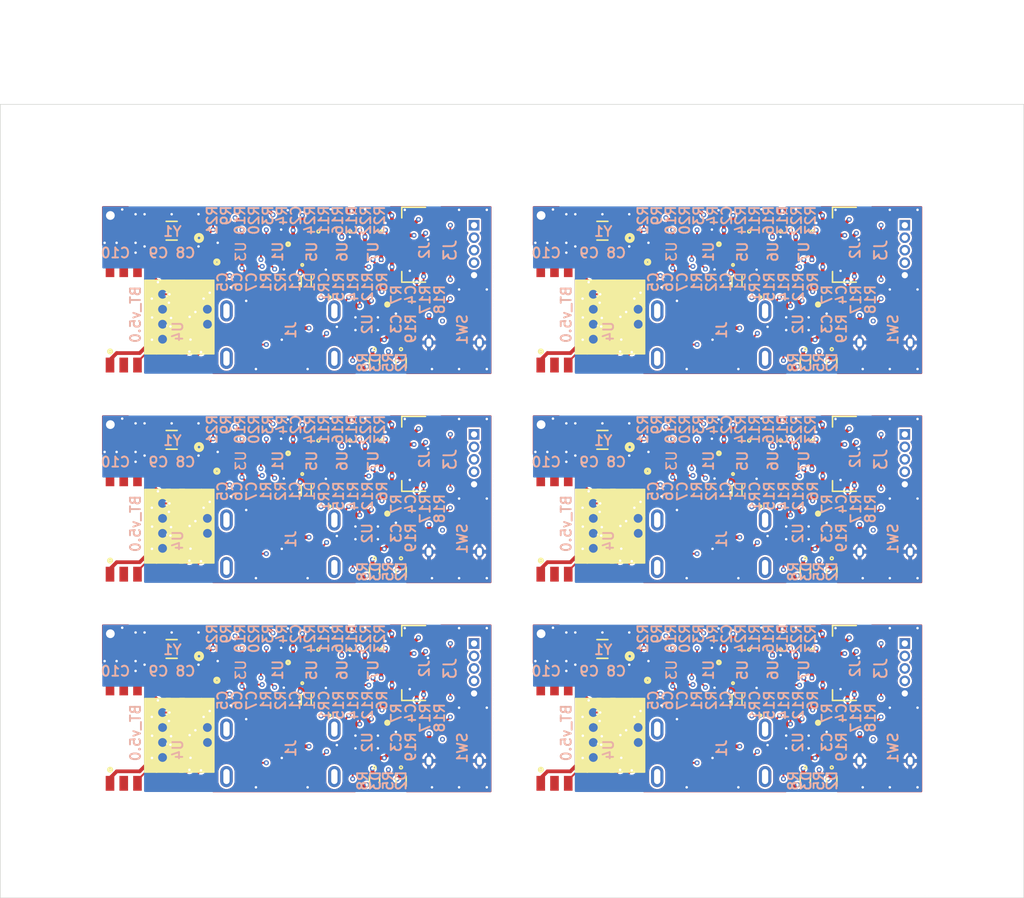
<source format=kicad_pcb>
(kicad_pcb (version 20171130) (host pcbnew "(5.1.9)-1")
  (title_block (title "CC Controller") (date 2020-11-30) (rev 000))
  (layers (0 F.Cu signal) (1 In1.Cu signal) (2 In2.Cu signal) (31 B.Cu signal) (34 B.Paste user) (35 F.Paste user) (36 B.SilkS user) (37 F.SilkS user) (38 B.Mask user) (39 F.Mask user) (44 Edge.Cuts user))
  (net 0 "")
  (net 1 GND)
  (net 2 "Net-(J1-PadA5)")
  (net 3 "Net-(J1-PadB5)")
  (net 4 EN)
  (net 5 PS_HOLD)
  (net 6 VUSB)
  (net 7 VBATT)
  (net 8 VBUS)
  (net 9 V2.8)
  (net 10 "Net-(C7-Pad1)")
  (net 11 "Net-(C8-Pad1)")
  (net 12 "Net-(C9-Pad1)")
  (net 13 SCL)
  (net 14 SDA)
  (net 15 XSHUT1)
  (net 16 XSHUT2)
  (net 17 SWDIO)
  (net 18 SWDCLK)
  (net 19 RESET)
  (net 20 PB_OUT)
  (net 21 "Net-(J1-PadS3)")
  (net 22 "Net-(J1-PadS1)")
  (net 23 "Net-(J1-PadS2)")
  (net 24 "Net-(J1-PadS4)")
  (net 25 "Net-(SW1-Pad1)")
  (net 26 "Net-(SW1-Pad2)")
  (net 27 "Net-(J2-PadS1)")
  (net 28 "Net-(J2-PadS2)")
  (net 29 INT)
  (net 30 "Net-(C6-Pad1)")
  (net 31 BM)
  (net 32 "Net-(U4-Pad2)")
  (net 33 BM_EN)
  (net 34 "Net-(U4-Pad14)")
  (net 35 "Net-(U4-Pad15)")
  (net 36 "Net-(U3-Pad10)")
  (net 37 CHRG_STAT)
  (net 38 PWR_ON)
  (net 39 "Net-(D2-Pad1)")
  (net 40 "Net-(D2-Pad2)")
  (net 41 "Net-(C4-Pad1)")
  (net 42 "Net-(R3-Pad1)")
  (net 43 "Net-(R14-Pad1)")
  (net 44 "Net-(D3-Pad2)")
  (net 45 "Net-(R13-Pad1)")
  (net 46 CHRG)
  (net 47 "Net-(R8-Pad2)")
  (net 48 PROG)
  (net 49 "Net-(U5-Pad6)")
  (net 50 "Net-(R24-Pad1)")
  (module Stackpole_Res_0402:Stackpole_Res_0402 (layer F.Cu) (at 113.49 72.6 270)
    (fp_text reference R9 (at -0.050952 0.001667 90) (layer B.SilkS) (effects (font (size 0.8 0.8)) (justify mirror)))
    (fp_text value 10k)
    (pad 2 smd rect (at 0.457 0 270) (size 0.49 0.6) (layers F.Cu F.Paste F.Mask) (net 29 INT))
    (pad 1 smd rect (at -0.457 0 270) (size 0.49 0.6) (layers F.Cu F.Paste F.Mask) (net 9 V2.8))
  )
  (module Stackpole_Res_0402:Stackpole_Res_0402 (layer F.Cu) (at 78.99 72.6 270)
    (fp_text reference R9 (at -0.050952 0.001667 90) (layer B.SilkS) (effects (font (size 0.8 0.8)) (justify mirror)))
    (fp_text value 10k)
    (pad 2 smd rect (at 0.457 0 270) (size 0.49 0.6) (layers F.Cu F.Paste F.Mask) (net 29 INT))
    (pad 1 smd rect (at -0.457 0 270) (size 0.49 0.6) (layers F.Cu F.Paste F.Mask) (net 9 V2.8))
  )
  (module Stackpole_Res_0402:Stackpole_Res_0402 (layer F.Cu) (at 113.49 55.85 270)
    (fp_text reference R9 (at -0.050952 0.001667 90) (layer B.SilkS) (effects (font (size 0.8 0.8)) (justify mirror)))
    (fp_text value 10k)
    (pad 2 smd rect (at 0.457 0 270) (size 0.49 0.6) (layers F.Cu F.Paste F.Mask) (net 29 INT))
    (pad 1 smd rect (at -0.457 0 270) (size 0.49 0.6) (layers F.Cu F.Paste F.Mask) (net 9 V2.8))
  )
  (module Stackpole_Res_0402:Stackpole_Res_0402 (layer F.Cu) (at 78.99 55.85 270)
    (fp_text reference R9 (at -0.050952 0.001667 90) (layer B.SilkS) (effects (font (size 0.8 0.8)) (justify mirror)))
    (fp_text value 10k)
    (pad 2 smd rect (at 0.457 0 270) (size 0.49 0.6) (layers F.Cu F.Paste F.Mask) (net 29 INT))
    (pad 1 smd rect (at -0.457 0 270) (size 0.49 0.6) (layers F.Cu F.Paste F.Mask) (net 9 V2.8))
  )
  (module Stackpole_Res_0402:Stackpole_Res_0402 (layer F.Cu) (at 113.49 39.1 270)
    (fp_text reference R9 (at -0.050952 0.001667 90) (layer B.SilkS) (effects (font (size 0.8 0.8)) (justify mirror)))
    (fp_text value 10k)
    (pad 2 smd rect (at 0.457 0 270) (size 0.49 0.6) (layers F.Cu F.Paste F.Mask) (net 29 INT))
    (pad 1 smd rect (at -0.457 0 270) (size 0.49 0.6) (layers F.Cu F.Paste F.Mask) (net 9 V2.8))
  )
  (module Stackpole_Res_0402:Stackpole_Res_0402 (layer F.Cu) (at 126.44 84.4 270)
    (fp_text reference R5 (at -0.08 -0.035832 270) (layer B.SilkS) (effects (font (size 0.8 0.8)) (justify mirror)))
    (fp_text value 12.5k)
    (pad 2 smd rect (at 0.457 0 270) (size 0.49 0.6) (layers F.Cu F.Paste F.Mask) (net 44 "Net-(D3-Pad2)"))
    (pad 1 smd rect (at -0.457 0 270) (size 0.49 0.6) (layers F.Cu F.Paste F.Mask) (net 8 VBUS))
  )
  (module Stackpole_Res_0402:Stackpole_Res_0402 (layer F.Cu) (at 91.94 84.4 270)
    (fp_text reference R5 (at -0.08 -0.035832 270) (layer B.SilkS) (effects (font (size 0.8 0.8)) (justify mirror)))
    (fp_text value 12.5k)
    (pad 2 smd rect (at 0.457 0 270) (size 0.49 0.6) (layers F.Cu F.Paste F.Mask) (net 44 "Net-(D3-Pad2)"))
    (pad 1 smd rect (at -0.457 0 270) (size 0.49 0.6) (layers F.Cu F.Paste F.Mask) (net 8 VBUS))
  )
  (module Stackpole_Res_0402:Stackpole_Res_0402 (layer F.Cu) (at 126.44 67.65 270)
    (fp_text reference R5 (at -0.08 -0.035832 270) (layer B.SilkS) (effects (font (size 0.8 0.8)) (justify mirror)))
    (fp_text value 12.5k)
    (pad 2 smd rect (at 0.457 0 270) (size 0.49 0.6) (layers F.Cu F.Paste F.Mask) (net 44 "Net-(D3-Pad2)"))
    (pad 1 smd rect (at -0.457 0 270) (size 0.49 0.6) (layers F.Cu F.Paste F.Mask) (net 8 VBUS))
  )
  (module Stackpole_Res_0402:Stackpole_Res_0402 (layer F.Cu) (at 91.94 67.65 270)
    (fp_text reference R5 (at -0.08 -0.035832 270) (layer B.SilkS) (effects (font (size 0.8 0.8)) (justify mirror)))
    (fp_text value 12.5k)
    (pad 2 smd rect (at 0.457 0 270) (size 0.49 0.6) (layers F.Cu F.Paste F.Mask) (net 44 "Net-(D3-Pad2)"))
    (pad 1 smd rect (at -0.457 0 270) (size 0.49 0.6) (layers F.Cu F.Paste F.Mask) (net 8 VBUS))
  )
  (module Stackpole_Res_0402:Stackpole_Res_0402 (layer F.Cu) (at 126.44 50.9 270)
    (fp_text reference R5 (at -0.08 -0.035832 270) (layer B.SilkS) (effects (font (size 0.8 0.8)) (justify mirror)))
    (fp_text value 12.5k)
    (pad 2 smd rect (at 0.457 0 270) (size 0.49 0.6) (layers F.Cu F.Paste F.Mask) (net 44 "Net-(D3-Pad2)"))
    (pad 1 smd rect (at -0.457 0 270) (size 0.49 0.6) (layers F.Cu F.Paste F.Mask) (net 8 VBUS))
  )
  (module Stackpole_Res_0402:Stackpole_Res_0402 (layer F.Cu) (at 121.33 72.6 90)
    (fp_text reference R11 (at -0.33 -0.013336 270) (layer B.SilkS) (effects (font (size 0.8 0.8)) (justify mirror)))
    (fp_text value 100k)
    (pad 2 smd rect (at 0.457 0 90) (size 0.49 0.6) (layers F.Cu F.Paste F.Mask) (net 1 GND))
    (pad 1 smd rect (at -0.457 0 90) (size 0.49 0.6) (layers F.Cu F.Paste F.Mask) (net 6 VUSB))
  )
  (module Stackpole_Res_0402:Stackpole_Res_0402 (layer F.Cu) (at 86.83 72.6 90)
    (fp_text reference R11 (at -0.33 -0.013336 270) (layer B.SilkS) (effects (font (size 0.8 0.8)) (justify mirror)))
    (fp_text value 100k)
    (pad 2 smd rect (at 0.457 0 90) (size 0.49 0.6) (layers F.Cu F.Paste F.Mask) (net 1 GND))
    (pad 1 smd rect (at -0.457 0 90) (size 0.49 0.6) (layers F.Cu F.Paste F.Mask) (net 6 VUSB))
  )
  (module Stackpole_Res_0402:Stackpole_Res_0402 (layer F.Cu) (at 121.33 55.85 90)
    (fp_text reference R11 (at -0.33 -0.013336 270) (layer B.SilkS) (effects (font (size 0.8 0.8)) (justify mirror)))
    (fp_text value 100k)
    (pad 2 smd rect (at 0.457 0 90) (size 0.49 0.6) (layers F.Cu F.Paste F.Mask) (net 1 GND))
    (pad 1 smd rect (at -0.457 0 90) (size 0.49 0.6) (layers F.Cu F.Paste F.Mask) (net 6 VUSB))
  )
  (module Stackpole_Res_0402:Stackpole_Res_0402 (layer F.Cu) (at 86.83 55.85 90)
    (fp_text reference R11 (at -0.33 -0.013336 270) (layer B.SilkS) (effects (font (size 0.8 0.8)) (justify mirror)))
    (fp_text value 100k)
    (pad 2 smd rect (at 0.457 0 90) (size 0.49 0.6) (layers F.Cu F.Paste F.Mask) (net 1 GND))
    (pad 1 smd rect (at -0.457 0 90) (size 0.49 0.6) (layers F.Cu F.Paste F.Mask) (net 6 VUSB))
  )
  (module Stackpole_Res_0402:Stackpole_Res_0402 (layer F.Cu) (at 121.33 39.1 90)
    (fp_text reference R11 (at -0.33 -0.013336 270) (layer B.SilkS) (effects (font (size 0.8 0.8)) (justify mirror)))
    (fp_text value 100k)
    (pad 2 smd rect (at 0.457 0 90) (size 0.49 0.6) (layers F.Cu F.Paste F.Mask) (net 1 GND))
    (pad 1 smd rect (at -0.457 0 90) (size 0.49 0.6) (layers F.Cu F.Paste F.Mask) (net 6 VUSB))
  )
  (module Capacitor_Taiyo_Yuden_0402:Capacitor_Taiyo_Yuden_0402 (layer F.Cu) (at 113.32 77.93 270)
    (fp_text reference C5 (at -0.045 0.11 90) (layer B.SilkS) (effects (font (size 0.8 0.8)) (justify mirror)))
    (fp_text value 1uF hide)
    (pad 2 smd rect (at 0.49 0 270) (size 0.5 0.55) (layers F.Cu F.Paste F.Mask) (net 1 GND))
    (pad 1 smd rect (at -0.49 0 270) (size 0.5 0.55) (layers F.Cu F.Paste F.Mask) (net 8 VBUS))
  )
  (module Capacitor_Taiyo_Yuden_0402:Capacitor_Taiyo_Yuden_0402 (layer F.Cu) (at 78.82 77.93 270)
    (fp_text reference C5 (at -0.045 0.11 90) (layer B.SilkS) (effects (font (size 0.8 0.8)) (justify mirror)))
    (fp_text value 1uF hide)
    (pad 2 smd rect (at 0.49 0 270) (size 0.5 0.55) (layers F.Cu F.Paste F.Mask) (net 1 GND))
    (pad 1 smd rect (at -0.49 0 270) (size 0.5 0.55) (layers F.Cu F.Paste F.Mask) (net 8 VBUS))
  )
  (module Capacitor_Taiyo_Yuden_0402:Capacitor_Taiyo_Yuden_0402 (layer F.Cu) (at 113.32 61.18 270)
    (fp_text reference C5 (at -0.045 0.11 90) (layer B.SilkS) (effects (font (size 0.8 0.8)) (justify mirror)))
    (fp_text value 1uF hide)
    (pad 2 smd rect (at 0.49 0 270) (size 0.5 0.55) (layers F.Cu F.Paste F.Mask) (net 1 GND))
    (pad 1 smd rect (at -0.49 0 270) (size 0.5 0.55) (layers F.Cu F.Paste F.Mask) (net 8 VBUS))
  )
  (module Capacitor_Taiyo_Yuden_0402:Capacitor_Taiyo_Yuden_0402 (layer F.Cu) (at 78.82 61.18 270)
    (fp_text reference C5 (at -0.045 0.11 90) (layer B.SilkS) (effects (font (size 0.8 0.8)) (justify mirror)))
    (fp_text value 1uF hide)
    (pad 2 smd rect (at 0.49 0 270) (size 0.5 0.55) (layers F.Cu F.Paste F.Mask) (net 1 GND))
    (pad 1 smd rect (at -0.49 0 270) (size 0.5 0.55) (layers F.Cu F.Paste F.Mask) (net 8 VBUS))
  )
  (module Capacitor_Taiyo_Yuden_0402:Capacitor_Taiyo_Yuden_0402 (layer F.Cu) (at 113.32 44.43 270)
    (fp_text reference C5 (at -0.045 0.11 90) (layer B.SilkS) (effects (font (size 0.8 0.8)) (justify mirror)))
    (fp_text value 1uF hide)
    (pad 2 smd rect (at 0.49 0 270) (size 0.5 0.55) (layers F.Cu F.Paste F.Mask) (net 1 GND))
    (pad 1 smd rect (at -0.49 0 270) (size 0.5 0.55) (layers F.Cu F.Paste F.Mask) (net 8 VBUS))
  )
  (module Capacitor_Taiyo_Yuden_0402:Capacitor_Taiyo_Yuden_0402 (layer F.Cu) (at 118.98 72.64 90)
    (fp_text reference C2 (at 0.090952 0.099998 90) (layer B.SilkS) (effects (font (size 0.8 0.8)) (justify mirror)))
    (fp_text value 1uF hide)
    (pad 2 smd rect (at 0.49 0 90) (size 0.5 0.55) (layers F.Cu F.Paste F.Mask) (net 1 GND))
    (pad 1 smd rect (at -0.49 0 90) (size 0.5 0.55) (layers F.Cu F.Paste F.Mask) (net 9 V2.8))
  )
  (module Capacitor_Taiyo_Yuden_0402:Capacitor_Taiyo_Yuden_0402 (layer F.Cu) (at 84.48 72.64 90)
    (fp_text reference C2 (at 0.090952 0.099998 90) (layer B.SilkS) (effects (font (size 0.8 0.8)) (justify mirror)))
    (fp_text value 1uF hide)
    (pad 2 smd rect (at 0.49 0 90) (size 0.5 0.55) (layers F.Cu F.Paste F.Mask) (net 1 GND))
    (pad 1 smd rect (at -0.49 0 90) (size 0.5 0.55) (layers F.Cu F.Paste F.Mask) (net 9 V2.8))
  )
  (module Capacitor_Taiyo_Yuden_0402:Capacitor_Taiyo_Yuden_0402 (layer F.Cu) (at 118.98 55.89 90)
    (fp_text reference C2 (at 0.090952 0.099998 90) (layer B.SilkS) (effects (font (size 0.8 0.8)) (justify mirror)))
    (fp_text value 1uF hide)
    (pad 2 smd rect (at 0.49 0 90) (size 0.5 0.55) (layers F.Cu F.Paste F.Mask) (net 1 GND))
    (pad 1 smd rect (at -0.49 0 90) (size 0.5 0.55) (layers F.Cu F.Paste F.Mask) (net 9 V2.8))
  )
  (module Capacitor_Taiyo_Yuden_0402:Capacitor_Taiyo_Yuden_0402 (layer F.Cu) (at 84.48 55.89 90)
    (fp_text reference C2 (at 0.090952 0.099998 90) (layer B.SilkS) (effects (font (size 0.8 0.8)) (justify mirror)))
    (fp_text value 1uF hide)
    (pad 2 smd rect (at 0.49 0 90) (size 0.5 0.55) (layers F.Cu F.Paste F.Mask) (net 1 GND))
    (pad 1 smd rect (at -0.49 0 90) (size 0.5 0.55) (layers F.Cu F.Paste F.Mask) (net 9 V2.8))
  )
  (module Capacitor_Taiyo_Yuden_0402:Capacitor_Taiyo_Yuden_0402 (layer F.Cu) (at 118.98 39.14 90)
    (fp_text reference C2 (at 0.090952 0.099998 90) (layer B.SilkS) (effects (font (size 0.8 0.8)) (justify mirror)))
    (fp_text value 1uF hide)
    (pad 2 smd rect (at 0.49 0 90) (size 0.5 0.55) (layers F.Cu F.Paste F.Mask) (net 1 GND))
    (pad 1 smd rect (at -0.49 0 90) (size 0.5 0.55) (layers F.Cu F.Paste F.Mask) (net 9 V2.8))
  )
  (module Capacitor_Taiyo_Yuden_0402:Capacitor_Taiyo_Yuden_0402 (layer F.Cu) (at 108.11 75.51 180)
    (fp_text reference C9 (at 0.04 -0.04) (layer B.SilkS) (effects (font (size 0.8 0.8)) (justify mirror)))
    (fp_text value 7pF hide)
    (pad 1 smd rect (at -0.49 0 180) (size 0.5 0.55) (layers F.Cu F.Paste F.Mask) (net 12 "Net-(C9-Pad1)"))
    (pad 2 smd rect (at 0.49 0 180) (size 0.5 0.55) (layers F.Cu F.Paste F.Mask) (net 1 GND))
  )
  (module Capacitor_Taiyo_Yuden_0402:Capacitor_Taiyo_Yuden_0402 (layer F.Cu) (at 73.61 75.51 180)
    (fp_text reference C9 (at 0.04 -0.04) (layer B.SilkS) (effects (font (size 0.8 0.8)) (justify mirror)))
    (fp_text value 7pF hide)
    (pad 1 smd rect (at -0.49 0 180) (size 0.5 0.55) (layers F.Cu F.Paste F.Mask) (net 12 "Net-(C9-Pad1)"))
    (pad 2 smd rect (at 0.49 0 180) (size 0.5 0.55) (layers F.Cu F.Paste F.Mask) (net 1 GND))
  )
  (module Capacitor_Taiyo_Yuden_0402:Capacitor_Taiyo_Yuden_0402 (layer F.Cu) (at 108.11 58.76 180)
    (fp_text reference C9 (at 0.04 -0.04) (layer B.SilkS) (effects (font (size 0.8 0.8)) (justify mirror)))
    (fp_text value 7pF hide)
    (pad 1 smd rect (at -0.49 0 180) (size 0.5 0.55) (layers F.Cu F.Paste F.Mask) (net 12 "Net-(C9-Pad1)"))
    (pad 2 smd rect (at 0.49 0 180) (size 0.5 0.55) (layers F.Cu F.Paste F.Mask) (net 1 GND))
  )
  (module Capacitor_Taiyo_Yuden_0402:Capacitor_Taiyo_Yuden_0402 (layer F.Cu) (at 73.61 58.76 180)
    (fp_text reference C9 (at 0.04 -0.04) (layer B.SilkS) (effects (font (size 0.8 0.8)) (justify mirror)))
    (fp_text value 7pF hide)
    (pad 1 smd rect (at -0.49 0 180) (size 0.5 0.55) (layers F.Cu F.Paste F.Mask) (net 12 "Net-(C9-Pad1)"))
    (pad 2 smd rect (at 0.49 0 180) (size 0.5 0.55) (layers F.Cu F.Paste F.Mask) (net 1 GND))
  )
  (module Capacitor_Taiyo_Yuden_0402:Capacitor_Taiyo_Yuden_0402 (layer F.Cu) (at 108.11 42.01 180)
    (fp_text reference C9 (at 0.04 -0.04) (layer B.SilkS) (effects (font (size 0.8 0.8)) (justify mirror)))
    (fp_text value 7pF hide)
    (pad 1 smd rect (at -0.49 0 180) (size 0.5 0.55) (layers F.Cu F.Paste F.Mask) (net 12 "Net-(C9-Pad1)"))
    (pad 2 smd rect (at 0.49 0 180) (size 0.5 0.55) (layers F.Cu F.Paste F.Mask) (net 1 GND))
  )
  (module Stackpole_Res_0402:Stackpole_Res_0402 (layer F.Cu) (at 117.68 77.89 90)
    (fp_text reference R2 (at 0.005 0.173636 90) (layer B.SilkS) (effects (font (size 0.8 0.8)) (justify mirror)))
    (fp_text value "5.1k (5%)")
    (pad 2 smd rect (at 0.457 0 90) (size 0.49 0.6) (layers F.Cu F.Paste F.Mask) (net 1 GND))
    (pad 1 smd rect (at -0.457 0 90) (size 0.49 0.6) (layers F.Cu F.Paste F.Mask) (net 3 "Net-(J1-PadB5)"))
  )
  (module Stackpole_Res_0402:Stackpole_Res_0402 (layer F.Cu) (at 83.18 77.89 90)
    (fp_text reference R2 (at 0.005 0.173636 90) (layer B.SilkS) (effects (font (size 0.8 0.8)) (justify mirror)))
    (fp_text value "5.1k (5%)")
    (pad 2 smd rect (at 0.457 0 90) (size 0.49 0.6) (layers F.Cu F.Paste F.Mask) (net 1 GND))
    (pad 1 smd rect (at -0.457 0 90) (size 0.49 0.6) (layers F.Cu F.Paste F.Mask) (net 3 "Net-(J1-PadB5)"))
  )
  (module Stackpole_Res_0402:Stackpole_Res_0402 (layer F.Cu) (at 117.68 61.14 90)
    (fp_text reference R2 (at 0.005 0.173636 90) (layer B.SilkS) (effects (font (size 0.8 0.8)) (justify mirror)))
    (fp_text value "5.1k (5%)")
    (pad 2 smd rect (at 0.457 0 90) (size 0.49 0.6) (layers F.Cu F.Paste F.Mask) (net 1 GND))
    (pad 1 smd rect (at -0.457 0 90) (size 0.49 0.6) (layers F.Cu F.Paste F.Mask) (net 3 "Net-(J1-PadB5)"))
  )
  (module Stackpole_Res_0402:Stackpole_Res_0402 (layer F.Cu) (at 83.18 61.14 90)
    (fp_text reference R2 (at 0.005 0.173636 90) (layer B.SilkS) (effects (font (size 0.8 0.8)) (justify mirror)))
    (fp_text value "5.1k (5%)")
    (pad 2 smd rect (at 0.457 0 90) (size 0.49 0.6) (layers F.Cu F.Paste F.Mask) (net 1 GND))
    (pad 1 smd rect (at -0.457 0 90) (size 0.49 0.6) (layers F.Cu F.Paste F.Mask) (net 3 "Net-(J1-PadB5)"))
  )
  (module Stackpole_Res_0402:Stackpole_Res_0402 (layer F.Cu) (at 117.68 44.39 90)
    (fp_text reference R2 (at 0.005 0.173636 90) (layer B.SilkS) (effects (font (size 0.8 0.8)) (justify mirror)))
    (fp_text value "5.1k (5%)")
    (pad 2 smd rect (at 0.457 0 90) (size 0.49 0.6) (layers F.Cu F.Paste F.Mask) (net 1 GND))
    (pad 1 smd rect (at -0.457 0 90) (size 0.49 0.6) (layers F.Cu F.Paste F.Mask) (net 3 "Net-(J1-PadB5)"))
  )
  (module Stackpole_Res_0402:Stackpole_Res_0402 (layer F.Cu) (at 129.3 79.12 270)
    (fp_text reference R17 (at 0.160952 -0.133332 270) (layer B.SilkS) (effects (font (size 0.8 0.8)) (justify mirror)))
    (fp_text value 4.7k)
    (pad 1 smd rect (at -0.457 0 270) (size 0.49 0.6) (layers F.Cu F.Paste F.Mask) (net 13 SCL))
    (pad 2 smd rect (at 0.457 0 270) (size 0.49 0.6) (layers F.Cu F.Paste F.Mask) (net 9 V2.8))
  )
  (module Stackpole_Res_0402:Stackpole_Res_0402 (layer F.Cu) (at 94.8 79.12 270)
    (fp_text reference R17 (at 0.160952 -0.133332 270) (layer B.SilkS) (effects (font (size 0.8 0.8)) (justify mirror)))
    (fp_text value 4.7k)
    (pad 1 smd rect (at -0.457 0 270) (size 0.49 0.6) (layers F.Cu F.Paste F.Mask) (net 13 SCL))
    (pad 2 smd rect (at 0.457 0 270) (size 0.49 0.6) (layers F.Cu F.Paste F.Mask) (net 9 V2.8))
  )
  (module Stackpole_Res_0402:Stackpole_Res_0402 (layer F.Cu) (at 129.3 62.37 270)
    (fp_text reference R17 (at 0.160952 -0.133332 270) (layer B.SilkS) (effects (font (size 0.8 0.8)) (justify mirror)))
    (fp_text value 4.7k)
    (pad 1 smd rect (at -0.457 0 270) (size 0.49 0.6) (layers F.Cu F.Paste F.Mask) (net 13 SCL))
    (pad 2 smd rect (at 0.457 0 270) (size 0.49 0.6) (layers F.Cu F.Paste F.Mask) (net 9 V2.8))
  )
  (module Stackpole_Res_0402:Stackpole_Res_0402 (layer F.Cu) (at 94.8 62.37 270)
    (fp_text reference R17 (at 0.160952 -0.133332 270) (layer B.SilkS) (effects (font (size 0.8 0.8)) (justify mirror)))
    (fp_text value 4.7k)
    (pad 1 smd rect (at -0.457 0 270) (size 0.49 0.6) (layers F.Cu F.Paste F.Mask) (net 13 SCL))
    (pad 2 smd rect (at 0.457 0 270) (size 0.49 0.6) (layers F.Cu F.Paste F.Mask) (net 9 V2.8))
  )
  (module Stackpole_Res_0402:Stackpole_Res_0402 (layer F.Cu) (at 129.3 45.62 270)
    (fp_text reference R17 (at 0.160952 -0.133332 270) (layer B.SilkS) (effects (font (size 0.8 0.8)) (justify mirror)))
    (fp_text value 4.7k)
    (pad 1 smd rect (at -0.457 0 270) (size 0.49 0.6) (layers F.Cu F.Paste F.Mask) (net 13 SCL))
    (pad 2 smd rect (at 0.457 0 270) (size 0.49 0.6) (layers F.Cu F.Paste F.Mask) (net 9 V2.8))
  )
  (module Stackpole_Res_0402:Stackpole_Res_0402 (layer F.Cu) (at 114.59 72.6 270)
    (fp_text reference R10 (at 0.33 -0.016666 90) (layer B.SilkS) (effects (font (size 0.8 0.8)) (justify mirror)))
    (fp_text value 10k)
    (pad 1 smd rect (at -0.457 0 270) (size 0.49 0.6) (layers F.Cu F.Paste F.Mask) (net 9 V2.8))
    (pad 2 smd rect (at 0.457 0 270) (size 0.49 0.6) (layers F.Cu F.Paste F.Mask) (net 20 PB_OUT))
  )
  (module Stackpole_Res_0402:Stackpole_Res_0402 (layer F.Cu) (at 80.09 72.6 270)
    (fp_text reference R10 (at 0.33 -0.016666 90) (layer B.SilkS) (effects (font (size 0.8 0.8)) (justify mirror)))
    (fp_text value 10k)
    (pad 1 smd rect (at -0.457 0 270) (size 0.49 0.6) (layers F.Cu F.Paste F.Mask) (net 9 V2.8))
    (pad 2 smd rect (at 0.457 0 270) (size 0.49 0.6) (layers F.Cu F.Paste F.Mask) (net 20 PB_OUT))
  )
  (module Stackpole_Res_0402:Stackpole_Res_0402 (layer F.Cu) (at 114.59 55.85 270)
    (fp_text reference R10 (at 0.33 -0.016666 90) (layer B.SilkS) (effects (font (size 0.8 0.8)) (justify mirror)))
    (fp_text value 10k)
    (pad 1 smd rect (at -0.457 0 270) (size 0.49 0.6) (layers F.Cu F.Paste F.Mask) (net 9 V2.8))
    (pad 2 smd rect (at 0.457 0 270) (size 0.49 0.6) (layers F.Cu F.Paste F.Mask) (net 20 PB_OUT))
  )
  (module Stackpole_Res_0402:Stackpole_Res_0402 (layer F.Cu) (at 80.09 55.85 270)
    (fp_text reference R10 (at 0.33 -0.016666 90) (layer B.SilkS) (effects (font (size 0.8 0.8)) (justify mirror)))
    (fp_text value 10k)
    (pad 1 smd rect (at -0.457 0 270) (size 0.49 0.6) (layers F.Cu F.Paste F.Mask) (net 9 V2.8))
    (pad 2 smd rect (at 0.457 0 270) (size 0.49 0.6) (layers F.Cu F.Paste F.Mask) (net 20 PB_OUT))
  )
  (module Stackpole_Res_0402:Stackpole_Res_0402 (layer F.Cu) (at 114.59 39.1 270)
    (fp_text reference R10 (at 0.33 -0.016666 90) (layer B.SilkS) (effects (font (size 0.8 0.8)) (justify mirror)))
    (fp_text value 10k)
    (pad 1 smd rect (at -0.457 0 270) (size 0.49 0.6) (layers F.Cu F.Paste F.Mask) (net 9 V2.8))
    (pad 2 smd rect (at 0.457 0 270) (size 0.49 0.6) (layers F.Cu F.Paste F.Mask) (net 20 PB_OUT))
  )
  (module Stackpole_Res_0402:Stackpole_Res_0402 (layer F.Cu) (at 130.4 79.12 270)
    (fp_text reference R18 (at 0.160952 -0.189998 270) (layer B.SilkS) (effects (font (size 0.8 0.8)) (justify mirror)))
    (fp_text value 4.7k)
    (pad 2 smd rect (at 0.457 0 270) (size 0.49 0.6) (layers F.Cu F.Paste F.Mask) (net 9 V2.8))
    (pad 1 smd rect (at -0.457 0 270) (size 0.49 0.6) (layers F.Cu F.Paste F.Mask) (net 14 SDA))
  )
  (module Stackpole_Res_0402:Stackpole_Res_0402 (layer F.Cu) (at 95.9 79.12 270)
    (fp_text reference R18 (at 0.160952 -0.189998 270) (layer B.SilkS) (effects (font (size 0.8 0.8)) (justify mirror)))
    (fp_text value 4.7k)
    (pad 2 smd rect (at 0.457 0 270) (size 0.49 0.6) (layers F.Cu F.Paste F.Mask) (net 9 V2.8))
    (pad 1 smd rect (at -0.457 0 270) (size 0.49 0.6) (layers F.Cu F.Paste F.Mask) (net 14 SDA))
  )
  (module Stackpole_Res_0402:Stackpole_Res_0402 (layer F.Cu) (at 130.4 62.37 270)
    (fp_text reference R18 (at 0.160952 -0.189998 270) (layer B.SilkS) (effects (font (size 0.8 0.8)) (justify mirror)))
    (fp_text value 4.7k)
    (pad 2 smd rect (at 0.457 0 270) (size 0.49 0.6) (layers F.Cu F.Paste F.Mask) (net 9 V2.8))
    (pad 1 smd rect (at -0.457 0 270) (size 0.49 0.6) (layers F.Cu F.Paste F.Mask) (net 14 SDA))
  )
  (module Stackpole_Res_0402:Stackpole_Res_0402 (layer F.Cu) (at 95.9 62.37 270)
    (fp_text reference R18 (at 0.160952 -0.189998 270) (layer B.SilkS) (effects (font (size 0.8 0.8)) (justify mirror)))
    (fp_text value 4.7k)
    (pad 2 smd rect (at 0.457 0 270) (size 0.49 0.6) (layers F.Cu F.Paste F.Mask) (net 9 V2.8))
    (pad 1 smd rect (at -0.457 0 270) (size 0.49 0.6) (layers F.Cu F.Paste F.Mask) (net 14 SDA))
  )
  (module Stackpole_Res_0402:Stackpole_Res_0402 (layer F.Cu) (at 130.4 45.62 270)
    (fp_text reference R18 (at 0.160952 -0.189998 270) (layer B.SilkS) (effects (font (size 0.8 0.8)) (justify mirror)))
    (fp_text value 4.7k)
    (pad 2 smd rect (at 0.457 0 270) (size 0.49 0.6) (layers F.Cu F.Paste F.Mask) (net 9 V2.8))
    (pad 1 smd rect (at -0.457 0 270) (size 0.49 0.6) (layers F.Cu F.Paste F.Mask) (net 14 SDA))
  )
  (module Stackpole_Res_0402:Stackpole_Res_0402 (layer F.Cu) (at 125.73 72.6 90)
    (fp_text reference R23 (at -0.33 0.059996 90) (layer B.SilkS) (effects (font (size 0.8 0.8)) (justify mirror)))
    (fp_text value 100k)
    (pad 2 smd rect (at 0.457 0 90) (size 0.49 0.6) (layers F.Cu F.Paste F.Mask) (net 7 VBATT))
    (pad 1 smd rect (at -0.457 0 90) (size 0.49 0.6) (layers F.Cu F.Paste F.Mask) (net 1 GND))
  )
  (module Stackpole_Res_0402:Stackpole_Res_0402 (layer F.Cu) (at 91.23 72.6 90)
    (fp_text reference R23 (at -0.33 0.059996 90) (layer B.SilkS) (effects (font (size 0.8 0.8)) (justify mirror)))
    (fp_text value 100k)
    (pad 2 smd rect (at 0.457 0 90) (size 0.49 0.6) (layers F.Cu F.Paste F.Mask) (net 7 VBATT))
    (pad 1 smd rect (at -0.457 0 90) (size 0.49 0.6) (layers F.Cu F.Paste F.Mask) (net 1 GND))
  )
  (module Stackpole_Res_0402:Stackpole_Res_0402 (layer F.Cu) (at 125.73 55.85 90)
    (fp_text reference R23 (at -0.33 0.059996 90) (layer B.SilkS) (effects (font (size 0.8 0.8)) (justify mirror)))
    (fp_text value 100k)
    (pad 2 smd rect (at 0.457 0 90) (size 0.49 0.6) (layers F.Cu F.Paste F.Mask) (net 7 VBATT))
    (pad 1 smd rect (at -0.457 0 90) (size 0.49 0.6) (layers F.Cu F.Paste F.Mask) (net 1 GND))
  )
  (module Stackpole_Res_0402:Stackpole_Res_0402 (layer F.Cu) (at 91.23 55.85 90)
    (fp_text reference R23 (at -0.33 0.059996 90) (layer B.SilkS) (effects (font (size 0.8 0.8)) (justify mirror)))
    (fp_text value 100k)
    (pad 2 smd rect (at 0.457 0 90) (size 0.49 0.6) (layers F.Cu F.Paste F.Mask) (net 7 VBATT))
    (pad 1 smd rect (at -0.457 0 90) (size 0.49 0.6) (layers F.Cu F.Paste F.Mask) (net 1 GND))
  )
  (module Stackpole_Res_0402:Stackpole_Res_0402 (layer F.Cu) (at 125.73 39.1 90)
    (fp_text reference R23 (at -0.33 0.059996 90) (layer B.SilkS) (effects (font (size 0.8 0.8)) (justify mirror)))
    (fp_text value 100k)
    (pad 2 smd rect (at 0.457 0 90) (size 0.49 0.6) (layers F.Cu F.Paste F.Mask) (net 7 VBATT))
    (pad 1 smd rect (at -0.457 0 90) (size 0.49 0.6) (layers F.Cu F.Paste F.Mask) (net 1 GND))
  )
  (module Stackpole_Res_0402:Stackpole_Res_0402 (layer F.Cu) (at 112.39 72.6 270)
    (fp_text reference R21 (at 0.33 0.02 270) (layer B.SilkS) (effects (font (size 0.8 0.8)) (justify mirror)))
    (fp_text value 10k)
    (pad 1 smd rect (at -0.457 0 270) (size 0.49 0.6) (layers F.Cu F.Paste F.Mask) (net 9 V2.8))
    (pad 2 smd rect (at 0.457 0 270) (size 0.49 0.6) (layers F.Cu F.Paste F.Mask) (net 19 RESET))
  )
  (module Stackpole_Res_0402:Stackpole_Res_0402 (layer F.Cu) (at 77.89 72.6 270)
    (fp_text reference R21 (at 0.33 0.02 270) (layer B.SilkS) (effects (font (size 0.8 0.8)) (justify mirror)))
    (fp_text value 10k)
    (pad 1 smd rect (at -0.457 0 270) (size 0.49 0.6) (layers F.Cu F.Paste F.Mask) (net 9 V2.8))
    (pad 2 smd rect (at 0.457 0 270) (size 0.49 0.6) (layers F.Cu F.Paste F.Mask) (net 19 RESET))
  )
  (module Stackpole_Res_0402:Stackpole_Res_0402 (layer F.Cu) (at 112.39 55.85 270)
    (fp_text reference R21 (at 0.33 0.02 270) (layer B.SilkS) (effects (font (size 0.8 0.8)) (justify mirror)))
    (fp_text value 10k)
    (pad 1 smd rect (at -0.457 0 270) (size 0.49 0.6) (layers F.Cu F.Paste F.Mask) (net 9 V2.8))
    (pad 2 smd rect (at 0.457 0 270) (size 0.49 0.6) (layers F.Cu F.Paste F.Mask) (net 19 RESET))
  )
  (module Stackpole_Res_0402:Stackpole_Res_0402 (layer F.Cu) (at 77.89 55.85 270)
    (fp_text reference R21 (at 0.33 0.02 270) (layer B.SilkS) (effects (font (size 0.8 0.8)) (justify mirror)))
    (fp_text value 10k)
    (pad 1 smd rect (at -0.457 0 270) (size 0.49 0.6) (layers F.Cu F.Paste F.Mask) (net 9 V2.8))
    (pad 2 smd rect (at 0.457 0 270) (size 0.49 0.6) (layers F.Cu F.Paste F.Mask) (net 19 RESET))
  )
  (module Stackpole_Res_0402:Stackpole_Res_0402 (layer F.Cu) (at 112.39 39.1 270)
    (fp_text reference R21 (at 0.33 0.02 270) (layer B.SilkS) (effects (font (size 0.8 0.8)) (justify mirror)))
    (fp_text value 10k)
    (pad 1 smd rect (at -0.457 0 270) (size 0.49 0.6) (layers F.Cu F.Paste F.Mask) (net 9 V2.8))
    (pad 2 smd rect (at 0.457 0 270) (size 0.49 0.6) (layers F.Cu F.Paste F.Mask) (net 19 RESET))
  )
  (module Capacitor_Taiyo_Yuden_0402:Capacitor_Taiyo_Yuden_0402 (layer F.Cu) (at 110.15 75.51)
    (fp_text reference C8 (at 0.08 0.04) (layer B.SilkS) (effects (font (size 0.8 0.8)) (justify mirror)))
    (fp_text value 7pF hide)
    (pad 1 smd rect (at -0.49 0) (size 0.5 0.55) (layers F.Cu F.Paste F.Mask) (net 11 "Net-(C8-Pad1)"))
    (pad 2 smd rect (at 0.49 0) (size 0.5 0.55) (layers F.Cu F.Paste F.Mask) (net 1 GND))
  )
  (module Capacitor_Taiyo_Yuden_0402:Capacitor_Taiyo_Yuden_0402 (layer F.Cu) (at 75.65 75.51)
    (fp_text reference C8 (at 0.08 0.04) (layer B.SilkS) (effects (font (size 0.8 0.8)) (justify mirror)))
    (fp_text value 7pF hide)
    (pad 1 smd rect (at -0.49 0) (size 0.5 0.55) (layers F.Cu F.Paste F.Mask) (net 11 "Net-(C8-Pad1)"))
    (pad 2 smd rect (at 0.49 0) (size 0.5 0.55) (layers F.Cu F.Paste F.Mask) (net 1 GND))
  )
  (module Capacitor_Taiyo_Yuden_0402:Capacitor_Taiyo_Yuden_0402 (layer F.Cu) (at 110.15 58.76)
    (fp_text reference C8 (at 0.08 0.04) (layer B.SilkS) (effects (font (size 0.8 0.8)) (justify mirror)))
    (fp_text value 7pF hide)
    (pad 1 smd rect (at -0.49 0) (size 0.5 0.55) (layers F.Cu F.Paste F.Mask) (net 11 "Net-(C8-Pad1)"))
    (pad 2 smd rect (at 0.49 0) (size 0.5 0.55) (layers F.Cu F.Paste F.Mask) (net 1 GND))
  )
  (module Capacitor_Taiyo_Yuden_0402:Capacitor_Taiyo_Yuden_0402 (layer F.Cu) (at 75.65 58.76)
    (fp_text reference C8 (at 0.08 0.04) (layer B.SilkS) (effects (font (size 0.8 0.8)) (justify mirror)))
    (fp_text value 7pF hide)
    (pad 1 smd rect (at -0.49 0) (size 0.5 0.55) (layers F.Cu F.Paste F.Mask) (net 11 "Net-(C8-Pad1)"))
    (pad 2 smd rect (at 0.49 0) (size 0.5 0.55) (layers F.Cu F.Paste F.Mask) (net 1 GND))
  )
  (module Capacitor_Taiyo_Yuden_0402:Capacitor_Taiyo_Yuden_0402 (layer F.Cu) (at 110.15 42.01)
    (fp_text reference C8 (at 0.08 0.04) (layer B.SilkS) (effects (font (size 0.8 0.8)) (justify mirror)))
    (fp_text value 7pF hide)
    (pad 1 smd rect (at -0.49 0) (size 0.5 0.55) (layers F.Cu F.Paste F.Mask) (net 11 "Net-(C8-Pad1)"))
    (pad 2 smd rect (at 0.49 0) (size 0.5 0.55) (layers F.Cu F.Paste F.Mask) (net 1 GND))
  )
  (module Stackpole_Res_0402:Stackpole_Res_0402 (layer F.Cu) (at 124.63 72.6 270)
    (fp_text reference R22 (at 0.33 -0.041663 90) (layer B.SilkS) (effects (font (size 0.8 0.8)) (justify mirror)))
    (fp_text value 100k)
    (pad 1 smd rect (at -0.457 0 270) (size 0.49 0.6) (layers F.Cu F.Paste F.Mask) (net 1 GND))
    (pad 2 smd rect (at 0.457 0 270) (size 0.49 0.6) (layers F.Cu F.Paste F.Mask) (net 37 CHRG_STAT))
  )
  (module Stackpole_Res_0402:Stackpole_Res_0402 (layer F.Cu) (at 90.13 72.6 270)
    (fp_text reference R22 (at 0.33 -0.041663 90) (layer B.SilkS) (effects (font (size 0.8 0.8)) (justify mirror)))
    (fp_text value 100k)
    (pad 1 smd rect (at -0.457 0 270) (size 0.49 0.6) (layers F.Cu F.Paste F.Mask) (net 1 GND))
    (pad 2 smd rect (at 0.457 0 270) (size 0.49 0.6) (layers F.Cu F.Paste F.Mask) (net 37 CHRG_STAT))
  )
  (module Stackpole_Res_0402:Stackpole_Res_0402 (layer F.Cu) (at 124.63 55.85 270)
    (fp_text reference R22 (at 0.33 -0.041663 90) (layer B.SilkS) (effects (font (size 0.8 0.8)) (justify mirror)))
    (fp_text value 100k)
    (pad 1 smd rect (at -0.457 0 270) (size 0.49 0.6) (layers F.Cu F.Paste F.Mask) (net 1 GND))
    (pad 2 smd rect (at 0.457 0 270) (size 0.49 0.6) (layers F.Cu F.Paste F.Mask) (net 37 CHRG_STAT))
  )
  (module Stackpole_Res_0402:Stackpole_Res_0402 (layer F.Cu) (at 90.13 55.85 270)
    (fp_text reference R22 (at 0.33 -0.041663 90) (layer B.SilkS) (effects (font (size 0.8 0.8)) (justify mirror)))
    (fp_text value 100k)
    (pad 1 smd rect (at -0.457 0 270) (size 0.49 0.6) (layers F.Cu F.Paste F.Mask) (net 1 GND))
    (pad 2 smd rect (at 0.457 0 270) (size 0.49 0.6) (layers F.Cu F.Paste F.Mask) (net 37 CHRG_STAT))
  )
  (module Stackpole_Res_0402:Stackpole_Res_0402 (layer F.Cu) (at 124.63 39.1 270)
    (fp_text reference R22 (at 0.33 -0.041663 90) (layer B.SilkS) (effects (font (size 0.8 0.8)) (justify mirror)))
    (fp_text value 100k)
    (pad 1 smd rect (at -0.457 0 270) (size 0.49 0.6) (layers F.Cu F.Paste F.Mask) (net 1 GND))
    (pad 2 smd rect (at 0.457 0 270) (size 0.49 0.6) (layers F.Cu F.Paste F.Mask) (net 37 CHRG_STAT))
  )
  (module SSM6L61NU:SSM6L61NU (layer F.Cu) (at 120.22 75.17 180)
    (fp_text reference U5 (at -0.13 -0.285 90) (layer B.SilkS) (effects (font (size 0.8 0.8)) (justify mirror)))
    (fp_text value SSM6L61NU hide)
    (pad 7 smd rect (at 0.475 0 180) (size 0.65 0.9) (layers F.Cu F.Paste F.Mask) (net 7 VBATT))
    (pad 8 smd rect (at -0.475 0 180) (size 0.65 0.9) (layers F.Cu F.Paste F.Mask) (net 49 "Net-(U5-Pad6)"))
    (pad 2 smd rect (at 0 0.91 180) (size 0.35 0.4) (layers F.Cu F.Paste F.Mask) (net 50 "Net-(R24-Pad1)"))
    (pad 1 smd rect (at -0.65 0.91 180) (size 0.35 0.4) (layers F.Cu F.Paste F.Mask) (net 50 "Net-(R24-Pad1)"))
    (pad 3 smd rect (at 0.65 0.91 180) (size 0.35 0.4) (layers F.Cu F.Paste F.Mask) (net 7 VBATT))
    (pad 4 smd rect (at 0.65 -0.91 180) (size 0.35 0.4) (layers F.Cu F.Paste F.Mask) (net 8 VBUS))
    (pad 5 smd rect (at 0 -0.91 180) (size 0.35 0.4) (layers F.Cu F.Paste F.Mask) (net 6 VUSB))
    (pad 6 smd rect (at -0.65 -0.91 180) (size 0.35 0.4) (layers F.Cu F.Paste F.Mask) (net 49 "Net-(U5-Pad6)"))
  )
  (module SSM6L61NU:SSM6L61NU (layer F.Cu) (at 85.72 75.17 180)
    (fp_text reference U5 (at -0.13 -0.285 90) (layer B.SilkS) (effects (font (size 0.8 0.8)) (justify mirror)))
    (fp_text value SSM6L61NU hide)
    (pad 7 smd rect (at 0.475 0 180) (size 0.65 0.9) (layers F.Cu F.Paste F.Mask) (net 7 VBATT))
    (pad 8 smd rect (at -0.475 0 180) (size 0.65 0.9) (layers F.Cu F.Paste F.Mask) (net 49 "Net-(U5-Pad6)"))
    (pad 2 smd rect (at 0 0.91 180) (size 0.35 0.4) (layers F.Cu F.Paste F.Mask) (net 50 "Net-(R24-Pad1)"))
    (pad 1 smd rect (at -0.65 0.91 180) (size 0.35 0.4) (layers F.Cu F.Paste F.Mask) (net 50 "Net-(R24-Pad1)"))
    (pad 3 smd rect (at 0.65 0.91 180) (size 0.35 0.4) (layers F.Cu F.Paste F.Mask) (net 7 VBATT))
    (pad 4 smd rect (at 0.65 -0.91 180) (size 0.35 0.4) (layers F.Cu F.Paste F.Mask) (net 8 VBUS))
    (pad 5 smd rect (at 0 -0.91 180) (size 0.35 0.4) (layers F.Cu F.Paste F.Mask) (net 6 VUSB))
    (pad 6 smd rect (at -0.65 -0.91 180) (size 0.35 0.4) (layers F.Cu F.Paste F.Mask) (net 49 "Net-(U5-Pad6)"))
  )
  (module SSM6L61NU:SSM6L61NU (layer F.Cu) (at 120.22 58.42 180)
    (fp_text reference U5 (at -0.13 -0.285 90) (layer B.SilkS) (effects (font (size 0.8 0.8)) (justify mirror)))
    (fp_text value SSM6L61NU hide)
    (pad 7 smd rect (at 0.475 0 180) (size 0.65 0.9) (layers F.Cu F.Paste F.Mask) (net 7 VBATT))
    (pad 8 smd rect (at -0.475 0 180) (size 0.65 0.9) (layers F.Cu F.Paste F.Mask) (net 49 "Net-(U5-Pad6)"))
    (pad 2 smd rect (at 0 0.91 180) (size 0.35 0.4) (layers F.Cu F.Paste F.Mask) (net 50 "Net-(R24-Pad1)"))
    (pad 1 smd rect (at -0.65 0.91 180) (size 0.35 0.4) (layers F.Cu F.Paste F.Mask) (net 50 "Net-(R24-Pad1)"))
    (pad 3 smd rect (at 0.65 0.91 180) (size 0.35 0.4) (layers F.Cu F.Paste F.Mask) (net 7 VBATT))
    (pad 4 smd rect (at 0.65 -0.91 180) (size 0.35 0.4) (layers F.Cu F.Paste F.Mask) (net 8 VBUS))
    (pad 5 smd rect (at 0 -0.91 180) (size 0.35 0.4) (layers F.Cu F.Paste F.Mask) (net 6 VUSB))
    (pad 6 smd rect (at -0.65 -0.91 180) (size 0.35 0.4) (layers F.Cu F.Paste F.Mask) (net 49 "Net-(U5-Pad6)"))
  )
  (module SSM6L61NU:SSM6L61NU (layer F.Cu) (at 85.72 58.42 180)
    (fp_text reference U5 (at -0.13 -0.285 90) (layer B.SilkS) (effects (font (size 0.8 0.8)) (justify mirror)))
    (fp_text value SSM6L61NU hide)
    (pad 7 smd rect (at 0.475 0 180) (size 0.65 0.9) (layers F.Cu F.Paste F.Mask) (net 7 VBATT))
    (pad 8 smd rect (at -0.475 0 180) (size 0.65 0.9) (layers F.Cu F.Paste F.Mask) (net 49 "Net-(U5-Pad6)"))
    (pad 2 smd rect (at 0 0.91 180) (size 0.35 0.4) (layers F.Cu F.Paste F.Mask) (net 50 "Net-(R24-Pad1)"))
    (pad 1 smd rect (at -0.65 0.91 180) (size 0.35 0.4) (layers F.Cu F.Paste F.Mask) (net 50 "Net-(R24-Pad1)"))
    (pad 3 smd rect (at 0.65 0.91 180) (size 0.35 0.4) (layers F.Cu F.Paste F.Mask) (net 7 VBATT))
    (pad 4 smd rect (at 0.65 -0.91 180) (size 0.35 0.4) (layers F.Cu F.Paste F.Mask) (net 8 VBUS))
    (pad 5 smd rect (at 0 -0.91 180) (size 0.35 0.4) (layers F.Cu F.Paste F.Mask) (net 6 VUSB))
    (pad 6 smd rect (at -0.65 -0.91 180) (size 0.35 0.4) (layers F.Cu F.Paste F.Mask) (net 49 "Net-(U5-Pad6)"))
  )
  (module SSM6L61NU:SSM6L61NU (layer F.Cu) (at 120.22 41.67 180)
    (fp_text reference U5 (at -0.13 -0.285 90) (layer B.SilkS) (effects (font (size 0.8 0.8)) (justify mirror)))
    (fp_text value SSM6L61NU hide)
    (pad 7 smd rect (at 0.475 0 180) (size 0.65 0.9) (layers F.Cu F.Paste F.Mask) (net 7 VBATT))
    (pad 8 smd rect (at -0.475 0 180) (size 0.65 0.9) (layers F.Cu F.Paste F.Mask) (net 49 "Net-(U5-Pad6)"))
    (pad 2 smd rect (at 0 0.91 180) (size 0.35 0.4) (layers F.Cu F.Paste F.Mask) (net 50 "Net-(R24-Pad1)"))
    (pad 1 smd rect (at -0.65 0.91 180) (size 0.35 0.4) (layers F.Cu F.Paste F.Mask) (net 50 "Net-(R24-Pad1)"))
    (pad 3 smd rect (at 0.65 0.91 180) (size 0.35 0.4) (layers F.Cu F.Paste F.Mask) (net 7 VBATT))
    (pad 4 smd rect (at 0.65 -0.91 180) (size 0.35 0.4) (layers F.Cu F.Paste F.Mask) (net 8 VBUS))
    (pad 5 smd rect (at 0 -0.91 180) (size 0.35 0.4) (layers F.Cu F.Paste F.Mask) (net 6 VUSB))
    (pad 6 smd rect (at -0.65 -0.91 180) (size 0.35 0.4) (layers F.Cu F.Paste F.Mask) (net 49 "Net-(U5-Pad6)"))
  )
  (module Stackpole_Res_0402:Stackpole_Res_0402 (layer F.Cu) (at 115.69 72.6 270)
    (fp_text reference R20 (at 0.33 -0.034999 90) (layer B.SilkS) (effects (font (size 0.8 0.8)) (justify mirror)))
    (fp_text value 10k)
    (pad 2 smd rect (at 0.457 0 270) (size 0.49 0.6) (layers F.Cu F.Paste F.Mask) (net 5 PS_HOLD))
    (pad 1 smd rect (at -0.457 0 270) (size 0.49 0.6) (layers F.Cu F.Paste F.Mask) (net 9 V2.8))
  )
  (module Stackpole_Res_0402:Stackpole_Res_0402 (layer F.Cu) (at 81.19 72.6 270)
    (fp_text reference R20 (at 0.33 -0.034999 90) (layer B.SilkS) (effects (font (size 0.8 0.8)) (justify mirror)))
    (fp_text value 10k)
    (pad 2 smd rect (at 0.457 0 270) (size 0.49 0.6) (layers F.Cu F.Paste F.Mask) (net 5 PS_HOLD))
    (pad 1 smd rect (at -0.457 0 270) (size 0.49 0.6) (layers F.Cu F.Paste F.Mask) (net 9 V2.8))
  )
  (module Stackpole_Res_0402:Stackpole_Res_0402 (layer F.Cu) (at 115.69 55.85 270)
    (fp_text reference R20 (at 0.33 -0.034999 90) (layer B.SilkS) (effects (font (size 0.8 0.8)) (justify mirror)))
    (fp_text value 10k)
    (pad 2 smd rect (at 0.457 0 270) (size 0.49 0.6) (layers F.Cu F.Paste F.Mask) (net 5 PS_HOLD))
    (pad 1 smd rect (at -0.457 0 270) (size 0.49 0.6) (layers F.Cu F.Paste F.Mask) (net 9 V2.8))
  )
  (module Stackpole_Res_0402:Stackpole_Res_0402 (layer F.Cu) (at 81.19 55.85 270)
    (fp_text reference R20 (at 0.33 -0.034999 90) (layer B.SilkS) (effects (font (size 0.8 0.8)) (justify mirror)))
    (fp_text value 10k)
    (pad 2 smd rect (at 0.457 0 270) (size 0.49 0.6) (layers F.Cu F.Paste F.Mask) (net 5 PS_HOLD))
    (pad 1 smd rect (at -0.457 0 270) (size 0.49 0.6) (layers F.Cu F.Paste F.Mask) (net 9 V2.8))
  )
  (module Stackpole_Res_0402:Stackpole_Res_0402 (layer F.Cu) (at 115.69 39.1 270)
    (fp_text reference R20 (at 0.33 -0.034999 90) (layer B.SilkS) (effects (font (size 0.8 0.8)) (justify mirror)))
    (fp_text value 10k)
    (pad 2 smd rect (at 0.457 0 270) (size 0.49 0.6) (layers F.Cu F.Paste F.Mask) (net 5 PS_HOLD))
    (pad 1 smd rect (at -0.457 0 270) (size 0.49 0.6) (layers F.Cu F.Paste F.Mask) (net 9 V2.8))
  )
  (module Capacitor_Taiyo_Yuden_0402:Capacitor_Taiyo_Yuden_0402 (layer F.Cu) (at 115.48 77.93 270)
    (fp_text reference C7 (at -0.045 -0.051818 270) (layer B.SilkS) (effects (font (size 0.8 0.8)) (justify mirror)))
    (fp_text value 0.22uF hide)
    (pad 2 smd rect (at 0.49 0 270) (size 0.5 0.55) (layers F.Cu F.Paste F.Mask) (net 1 GND))
    (pad 1 smd rect (at -0.49 0 270) (size 0.5 0.55) (layers F.Cu F.Paste F.Mask) (net 10 "Net-(C7-Pad1)"))
  )
  (module Capacitor_Taiyo_Yuden_0402:Capacitor_Taiyo_Yuden_0402 (layer F.Cu) (at 80.98 77.93 270)
    (fp_text reference C7 (at -0.045 -0.051818 270) (layer B.SilkS) (effects (font (size 0.8 0.8)) (justify mirror)))
    (fp_text value 0.22uF hide)
    (pad 2 smd rect (at 0.49 0 270) (size 0.5 0.55) (layers F.Cu F.Paste F.Mask) (net 1 GND))
    (pad 1 smd rect (at -0.49 0 270) (size 0.5 0.55) (layers F.Cu F.Paste F.Mask) (net 10 "Net-(C7-Pad1)"))
  )
  (module Capacitor_Taiyo_Yuden_0402:Capacitor_Taiyo_Yuden_0402 (layer F.Cu) (at 115.48 61.18 270)
    (fp_text reference C7 (at -0.045 -0.051818 270) (layer B.SilkS) (effects (font (size 0.8 0.8)) (justify mirror)))
    (fp_text value 0.22uF hide)
    (pad 2 smd rect (at 0.49 0 270) (size 0.5 0.55) (layers F.Cu F.Paste F.Mask) (net 1 GND))
    (pad 1 smd rect (at -0.49 0 270) (size 0.5 0.55) (layers F.Cu F.Paste F.Mask) (net 10 "Net-(C7-Pad1)"))
  )
  (module Capacitor_Taiyo_Yuden_0402:Capacitor_Taiyo_Yuden_0402 (layer F.Cu) (at 80.98 61.18 270)
    (fp_text reference C7 (at -0.045 -0.051818 270) (layer B.SilkS) (effects (font (size 0.8 0.8)) (justify mirror)))
    (fp_text value 0.22uF hide)
    (pad 2 smd rect (at 0.49 0 270) (size 0.5 0.55) (layers F.Cu F.Paste F.Mask) (net 1 GND))
    (pad 1 smd rect (at -0.49 0 270) (size 0.5 0.55) (layers F.Cu F.Paste F.Mask) (net 10 "Net-(C7-Pad1)"))
  )
  (module Capacitor_Taiyo_Yuden_0402:Capacitor_Taiyo_Yuden_0402 (layer F.Cu) (at 115.48 44.43 270)
    (fp_text reference C7 (at -0.045 -0.051818 270) (layer B.SilkS) (effects (font (size 0.8 0.8)) (justify mirror)))
    (fp_text value 0.22uF hide)
    (pad 2 smd rect (at 0.49 0 270) (size 0.5 0.55) (layers F.Cu F.Paste F.Mask) (net 1 GND))
    (pad 1 smd rect (at -0.49 0 270) (size 0.5 0.55) (layers F.Cu F.Paste F.Mask) (net 10 "Net-(C7-Pad1)"))
  )
  (module Stackpole_Res_0402:Stackpole_Res_0402 (layer F.Cu) (at 127.1 79.12 270)
    (fp_text reference R7 (at -0.22 -0.02 90) (layer B.SilkS) (effects (font (size 0.8 0.8)) (justify mirror)))
    (fp_text value 1.0)
    (pad 1 smd rect (at -0.457 0 270) (size 0.49 0.6) (layers F.Cu F.Paste F.Mask) (net 7 VBATT))
    (pad 2 smd rect (at 0.457 0 270) (size 0.49 0.6) (layers F.Cu F.Paste F.Mask) (net 41 "Net-(C4-Pad1)"))
  )
  (module Stackpole_Res_0402:Stackpole_Res_0402 (layer F.Cu) (at 92.6 79.12 270)
    (fp_text reference R7 (at -0.22 -0.02 90) (layer B.SilkS) (effects (font (size 0.8 0.8)) (justify mirror)))
    (fp_text value 1.0)
    (pad 1 smd rect (at -0.457 0 270) (size 0.49 0.6) (layers F.Cu F.Paste F.Mask) (net 7 VBATT))
    (pad 2 smd rect (at 0.457 0 270) (size 0.49 0.6) (layers F.Cu F.Paste F.Mask) (net 41 "Net-(C4-Pad1)"))
  )
  (module Stackpole_Res_0402:Stackpole_Res_0402 (layer F.Cu) (at 127.1 62.37 270)
    (fp_text reference R7 (at -0.22 -0.02 90) (layer B.SilkS) (effects (font (size 0.8 0.8)) (justify mirror)))
    (fp_text value 1.0)
    (pad 1 smd rect (at -0.457 0 270) (size 0.49 0.6) (layers F.Cu F.Paste F.Mask) (net 7 VBATT))
    (pad 2 smd rect (at 0.457 0 270) (size 0.49 0.6) (layers F.Cu F.Paste F.Mask) (net 41 "Net-(C4-Pad1)"))
  )
  (module Stackpole_Res_0402:Stackpole_Res_0402 (layer F.Cu) (at 92.6 62.37 270)
    (fp_text reference R7 (at -0.22 -0.02 90) (layer B.SilkS) (effects (font (size 0.8 0.8)) (justify mirror)))
    (fp_text value 1.0)
    (pad 1 smd rect (at -0.457 0 270) (size 0.49 0.6) (layers F.Cu F.Paste F.Mask) (net 7 VBATT))
    (pad 2 smd rect (at 0.457 0 270) (size 0.49 0.6) (layers F.Cu F.Paste F.Mask) (net 41 "Net-(C4-Pad1)"))
  )
  (module Stackpole_Res_0402:Stackpole_Res_0402 (layer F.Cu) (at 127.1 45.62 270)
    (fp_text reference R7 (at -0.22 -0.02 90) (layer B.SilkS) (effects (font (size 0.8 0.8)) (justify mirror)))
    (fp_text value 1.0)
    (pad 1 smd rect (at -0.457 0 270) (size 0.49 0.6) (layers F.Cu F.Paste F.Mask) (net 7 VBATT))
    (pad 2 smd rect (at 0.457 0 270) (size 0.49 0.6) (layers F.Cu F.Paste F.Mask) (net 41 "Net-(C4-Pad1)"))
  )
  (module Stackpole_Res_0402:Stackpole_Res_0402 (layer F.Cu) (at 117.89 72.6 90)
    (fp_text reference R4 (at 0.050952 0.071665 90) (layer B.SilkS) (effects (font (size 0.8 0.8)) (justify mirror)))
    (fp_text value "30k (1%)")
    (pad 1 smd rect (at -0.457 0 90) (size 0.49 0.6) (layers F.Cu F.Paste F.Mask) (net 42 "Net-(R3-Pad1)"))
    (pad 2 smd rect (at 0.457 0 90) (size 0.49 0.6) (layers F.Cu F.Paste F.Mask) (net 1 GND))
  )
  (module Stackpole_Res_0402:Stackpole_Res_0402 (layer F.Cu) (at 83.39 72.6 90)
    (fp_text reference R4 (at 0.050952 0.071665 90) (layer B.SilkS) (effects (font (size 0.8 0.8)) (justify mirror)))
    (fp_text value "30k (1%)")
    (pad 1 smd rect (at -0.457 0 90) (size 0.49 0.6) (layers F.Cu F.Paste F.Mask) (net 42 "Net-(R3-Pad1)"))
    (pad 2 smd rect (at 0.457 0 90) (size 0.49 0.6) (layers F.Cu F.Paste F.Mask) (net 1 GND))
  )
  (module Stackpole_Res_0402:Stackpole_Res_0402 (layer F.Cu) (at 117.89 55.85 90)
    (fp_text reference R4 (at 0.050952 0.071665 90) (layer B.SilkS) (effects (font (size 0.8 0.8)) (justify mirror)))
    (fp_text value "30k (1%)")
    (pad 1 smd rect (at -0.457 0 90) (size 0.49 0.6) (layers F.Cu F.Paste F.Mask) (net 42 "Net-(R3-Pad1)"))
    (pad 2 smd rect (at 0.457 0 90) (size 0.49 0.6) (layers F.Cu F.Paste F.Mask) (net 1 GND))
  )
  (module Stackpole_Res_0402:Stackpole_Res_0402 (layer F.Cu) (at 83.39 55.85 90)
    (fp_text reference R4 (at 0.050952 0.071665 90) (layer B.SilkS) (effects (font (size 0.8 0.8)) (justify mirror)))
    (fp_text value "30k (1%)")
    (pad 1 smd rect (at -0.457 0 90) (size 0.49 0.6) (layers F.Cu F.Paste F.Mask) (net 42 "Net-(R3-Pad1)"))
    (pad 2 smd rect (at 0.457 0 90) (size 0.49 0.6) (layers F.Cu F.Paste F.Mask) (net 1 GND))
  )
  (module Stackpole_Res_0402:Stackpole_Res_0402 (layer F.Cu) (at 117.89 39.1 90)
    (fp_text reference R4 (at 0.050952 0.071665 90) (layer B.SilkS) (effects (font (size 0.8 0.8)) (justify mirror)))
    (fp_text value "30k (1%)")
    (pad 1 smd rect (at -0.457 0 90) (size 0.49 0.6) (layers F.Cu F.Paste F.Mask) (net 42 "Net-(R3-Pad1)"))
    (pad 2 smd rect (at 0.457 0 90) (size 0.49 0.6) (layers F.Cu F.Paste F.Mask) (net 1 GND))
  )
  (module Stackpole_Res_0402:Stackpole_Res_0402 (layer F.Cu) (at 124.33 84.4 90)
    (fp_text reference R8 (at 0.08 0.09 270) (layer B.SilkS) (effects (font (size 0.8 0.8)) (justify mirror)))
    (fp_text value "10k (1%)")
    (pad 1 smd rect (at -0.457 0 90) (size 0.49 0.6) (layers F.Cu F.Paste F.Mask) (net 48 PROG))
    (pad 2 smd rect (at 0.457 0 90) (size 0.49 0.6) (layers F.Cu F.Paste F.Mask) (net 47 "Net-(R8-Pad2)"))
  )
  (module Stackpole_Res_0402:Stackpole_Res_0402 (layer F.Cu) (at 89.83 84.4 90)
    (fp_text reference R8 (at 0.08 0.09 270) (layer B.SilkS) (effects (font (size 0.8 0.8)) (justify mirror)))
    (fp_text value "10k (1%)")
    (pad 1 smd rect (at -0.457 0 90) (size 0.49 0.6) (layers F.Cu F.Paste F.Mask) (net 48 PROG))
    (pad 2 smd rect (at 0.457 0 90) (size 0.49 0.6) (layers F.Cu F.Paste F.Mask) (net 47 "Net-(R8-Pad2)"))
  )
  (module Stackpole_Res_0402:Stackpole_Res_0402 (layer F.Cu) (at 124.33 67.65 90)
    (fp_text reference R8 (at 0.08 0.09 270) (layer B.SilkS) (effects (font (size 0.8 0.8)) (justify mirror)))
    (fp_text value "10k (1%)")
    (pad 1 smd rect (at -0.457 0 90) (size 0.49 0.6) (layers F.Cu F.Paste F.Mask) (net 48 PROG))
    (pad 2 smd rect (at 0.457 0 90) (size 0.49 0.6) (layers F.Cu F.Paste F.Mask) (net 47 "Net-(R8-Pad2)"))
  )
  (module Stackpole_Res_0402:Stackpole_Res_0402 (layer F.Cu) (at 89.83 67.65 90)
    (fp_text reference R8 (at 0.08 0.09 270) (layer B.SilkS) (effects (font (size 0.8 0.8)) (justify mirror)))
    (fp_text value "10k (1%)")
    (pad 1 smd rect (at -0.457 0 90) (size 0.49 0.6) (layers F.Cu F.Paste F.Mask) (net 48 PROG))
    (pad 2 smd rect (at 0.457 0 90) (size 0.49 0.6) (layers F.Cu F.Paste F.Mask) (net 47 "Net-(R8-Pad2)"))
  )
  (module Stackpole_Res_0402:Stackpole_Res_0402 (layer F.Cu) (at 124.33 50.9 90)
    (fp_text reference R8 (at 0.08 0.09 270) (layer B.SilkS) (effects (font (size 0.8 0.8)) (justify mirror)))
    (fp_text value "10k (1%)")
    (pad 1 smd rect (at -0.457 0 90) (size 0.49 0.6) (layers F.Cu F.Paste F.Mask) (net 48 PROG))
    (pad 2 smd rect (at 0.457 0 90) (size 0.49 0.6) (layers F.Cu F.Paste F.Mask) (net 47 "Net-(R8-Pad2)"))
  )
  (module Capacitor_Taiyo_Yuden_0402:Capacitor_Taiyo_Yuden_0402 (layer F.Cu) (at 114.4 77.93 270)
    (fp_text reference C6 (at -0.045 0.029091 270) (layer B.SilkS) (effects (font (size 0.8 0.8)) (justify mirror)))
    (fp_text value 1uF hide)
    (pad 2 smd rect (at 0.49 0 270) (size 0.5 0.55) (layers F.Cu F.Paste F.Mask) (net 1 GND))
    (pad 1 smd rect (at -0.49 0 270) (size 0.5 0.55) (layers F.Cu F.Paste F.Mask) (net 30 "Net-(C6-Pad1)"))
  )
  (module Capacitor_Taiyo_Yuden_0402:Capacitor_Taiyo_Yuden_0402 (layer F.Cu) (at 79.9 77.93 270)
    (fp_text reference C6 (at -0.045 0.029091 270) (layer B.SilkS) (effects (font (size 0.8 0.8)) (justify mirror)))
    (fp_text value 1uF hide)
    (pad 2 smd rect (at 0.49 0 270) (size 0.5 0.55) (layers F.Cu F.Paste F.Mask) (net 1 GND))
    (pad 1 smd rect (at -0.49 0 270) (size 0.5 0.55) (layers F.Cu F.Paste F.Mask) (net 30 "Net-(C6-Pad1)"))
  )
  (module Capacitor_Taiyo_Yuden_0402:Capacitor_Taiyo_Yuden_0402 (layer F.Cu) (at 114.4 61.18 270)
    (fp_text reference C6 (at -0.045 0.029091 270) (layer B.SilkS) (effects (font (size 0.8 0.8)) (justify mirror)))
    (fp_text value 1uF hide)
    (pad 2 smd rect (at 0.49 0 270) (size 0.5 0.55) (layers F.Cu F.Paste F.Mask) (net 1 GND))
    (pad 1 smd rect (at -0.49 0 270) (size 0.5 0.55) (layers F.Cu F.Paste F.Mask) (net 30 "Net-(C6-Pad1)"))
  )
  (module Capacitor_Taiyo_Yuden_0402:Capacitor_Taiyo_Yuden_0402 (layer F.Cu) (at 79.9 61.18 270)
    (fp_text reference C6 (at -0.045 0.029091 270) (layer B.SilkS) (effects (font (size 0.8 0.8)) (justify mirror)))
    (fp_text value 1uF hide)
    (pad 2 smd rect (at 0.49 0 270) (size 0.5 0.55) (layers F.Cu F.Paste F.Mask) (net 1 GND))
    (pad 1 smd rect (at -0.49 0 270) (size 0.5 0.55) (layers F.Cu F.Paste F.Mask) (net 30 "Net-(C6-Pad1)"))
  )
  (module Capacitor_Taiyo_Yuden_0402:Capacitor_Taiyo_Yuden_0402 (layer F.Cu) (at 114.4 44.43 270)
    (fp_text reference C6 (at -0.045 0.029091 270) (layer B.SilkS) (effects (font (size 0.8 0.8)) (justify mirror)))
    (fp_text value 1uF hide)
    (pad 2 smd rect (at 0.49 0 270) (size 0.5 0.55) (layers F.Cu F.Paste F.Mask) (net 1 GND))
    (pad 1 smd rect (at -0.49 0 270) (size 0.5 0.55) (layers F.Cu F.Paste F.Mask) (net 30 "Net-(C6-Pad1)"))
  )
  (module Stackpole_Res_0402:Stackpole_Res_0402 (layer F.Cu) (at 116.58 77.89 90)
    (fp_text reference R1 (at 0.005 0.112727 90) (layer B.SilkS) (effects (font (size 0.8 0.8)) (justify mirror)))
    (fp_text value "5.1k (5%)")
    (pad 2 smd rect (at 0.457 0 90) (size 0.49 0.6) (layers F.Cu F.Paste F.Mask) (net 1 GND))
    (pad 1 smd rect (at -0.457 0 90) (size 0.49 0.6) (layers F.Cu F.Paste F.Mask) (net 2 "Net-(J1-PadA5)"))
  )
  (module Stackpole_Res_0402:Stackpole_Res_0402 (layer F.Cu) (at 82.08 77.89 90)
    (fp_text reference R1 (at 0.005 0.112727 90) (layer B.SilkS) (effects (font (size 0.8 0.8)) (justify mirror)))
    (fp_text value "5.1k (5%)")
    (pad 2 smd rect (at 0.457 0 90) (size 0.49 0.6) (layers F.Cu F.Paste F.Mask) (net 1 GND))
    (pad 1 smd rect (at -0.457 0 90) (size 0.49 0.6) (layers F.Cu F.Paste F.Mask) (net 2 "Net-(J1-PadA5)"))
  )
  (module Stackpole_Res_0402:Stackpole_Res_0402 (layer F.Cu) (at 116.58 61.14 90)
    (fp_text reference R1 (at 0.005 0.112727 90) (layer B.SilkS) (effects (font (size 0.8 0.8)) (justify mirror)))
    (fp_text value "5.1k (5%)")
    (pad 2 smd rect (at 0.457 0 90) (size 0.49 0.6) (layers F.Cu F.Paste F.Mask) (net 1 GND))
    (pad 1 smd rect (at -0.457 0 90) (size 0.49 0.6) (layers F.Cu F.Paste F.Mask) (net 2 "Net-(J1-PadA5)"))
  )
  (module Stackpole_Res_0402:Stackpole_Res_0402 (layer F.Cu) (at 82.08 61.14 90)
    (fp_text reference R1 (at 0.005 0.112727 90) (layer B.SilkS) (effects (font (size 0.8 0.8)) (justify mirror)))
    (fp_text value "5.1k (5%)")
    (pad 2 smd rect (at 0.457 0 90) (size 0.49 0.6) (layers F.Cu F.Paste F.Mask) (net 1 GND))
    (pad 1 smd rect (at -0.457 0 90) (size 0.49 0.6) (layers F.Cu F.Paste F.Mask) (net 2 "Net-(J1-PadA5)"))
  )
  (module Stackpole_Res_0402:Stackpole_Res_0402 (layer F.Cu) (at 116.58 44.39 90)
    (fp_text reference R1 (at 0.005 0.112727 90) (layer B.SilkS) (effects (font (size 0.8 0.8)) (justify mirror)))
    (fp_text value "5.1k (5%)")
    (pad 2 smd rect (at 0.457 0 90) (size 0.49 0.6) (layers F.Cu F.Paste F.Mask) (net 1 GND))
    (pad 1 smd rect (at -0.457 0 90) (size 0.49 0.6) (layers F.Cu F.Paste F.Mask) (net 2 "Net-(J1-PadA5)"))
  )
  (module Capacitor_Taiyo_Yuden_0402:Capacitor_Taiyo_Yuden_0402 (layer F.Cu) (at 118.77 77.93 270)
    (fp_text reference C1 (at -0.045 -0.244545 270) (layer B.SilkS) (effects (font (size 0.8 0.8)) (justify mirror)))
    (fp_text value 1uF hide)
    (pad 2 smd rect (at 0.49 0 270) (size 0.5 0.55) (layers F.Cu F.Paste F.Mask) (net 1 GND))
    (pad 1 smd rect (at -0.49 0 270) (size 0.5 0.55) (layers F.Cu F.Paste F.Mask) (net 8 VBUS))
  )
  (module Capacitor_Taiyo_Yuden_0402:Capacitor_Taiyo_Yuden_0402 (layer F.Cu) (at 84.27 77.93 270)
    (fp_text reference C1 (at -0.045 -0.244545 270) (layer B.SilkS) (effects (font (size 0.8 0.8)) (justify mirror)))
    (fp_text value 1uF hide)
    (pad 2 smd rect (at 0.49 0 270) (size 0.5 0.55) (layers F.Cu F.Paste F.Mask) (net 1 GND))
    (pad 1 smd rect (at -0.49 0 270) (size 0.5 0.55) (layers F.Cu F.Paste F.Mask) (net 8 VBUS))
  )
  (module Capacitor_Taiyo_Yuden_0402:Capacitor_Taiyo_Yuden_0402 (layer F.Cu) (at 118.77 61.18 270)
    (fp_text reference C1 (at -0.045 -0.244545 270) (layer B.SilkS) (effects (font (size 0.8 0.8)) (justify mirror)))
    (fp_text value 1uF hide)
    (pad 2 smd rect (at 0.49 0 270) (size 0.5 0.55) (layers F.Cu F.Paste F.Mask) (net 1 GND))
    (pad 1 smd rect (at -0.49 0 270) (size 0.5 0.55) (layers F.Cu F.Paste F.Mask) (net 8 VBUS))
  )
  (module Capacitor_Taiyo_Yuden_0402:Capacitor_Taiyo_Yuden_0402 (layer F.Cu) (at 84.27 61.18 270)
    (fp_text reference C1 (at -0.045 -0.244545 270) (layer B.SilkS) (effects (font (size 0.8 0.8)) (justify mirror)))
    (fp_text value 1uF hide)
    (pad 2 smd rect (at 0.49 0 270) (size 0.5 0.55) (layers F.Cu F.Paste F.Mask) (net 1 GND))
    (pad 1 smd rect (at -0.49 0 270) (size 0.5 0.55) (layers F.Cu F.Paste F.Mask) (net 8 VBUS))
  )
  (module Capacitor_Taiyo_Yuden_0402:Capacitor_Taiyo_Yuden_0402 (layer F.Cu) (at 118.77 44.43 270)
    (fp_text reference C1 (at -0.045 -0.244545 270) (layer B.SilkS) (effects (font (size 0.8 0.8)) (justify mirror)))
    (fp_text value 1uF hide)
    (pad 2 smd rect (at 0.49 0 270) (size 0.5 0.55) (layers F.Cu F.Paste F.Mask) (net 1 GND))
    (pad 1 smd rect (at -0.49 0 270) (size 0.5 0.55) (layers F.Cu F.Paste F.Mask) (net 8 VBUS))
  )
  (module Capacitor_Taiyo_Yuden_0402:Capacitor_Taiyo_Yuden_0402 (layer F.Cu) (at 127.1 81.59 90)
    (fp_text reference C3 (at 0.359047 0.02 270) (layer B.SilkS) (effects (font (size 0.8 0.8)) (justify mirror)))
    (fp_text value 4.7uF hide)
    (pad 2 smd rect (at 0.49 0 90) (size 0.5 0.55) (layers F.Cu F.Paste F.Mask) (net 1 GND))
    (pad 1 smd rect (at -0.49 0 90) (size 0.5 0.55) (layers F.Cu F.Paste F.Mask) (net 6 VUSB))
  )
  (module Capacitor_Taiyo_Yuden_0402:Capacitor_Taiyo_Yuden_0402 (layer F.Cu) (at 92.6 81.59 90)
    (fp_text reference C3 (at 0.359047 0.02 270) (layer B.SilkS) (effects (font (size 0.8 0.8)) (justify mirror)))
    (fp_text value 4.7uF hide)
    (pad 2 smd rect (at 0.49 0 90) (size 0.5 0.55) (layers F.Cu F.Paste F.Mask) (net 1 GND))
    (pad 1 smd rect (at -0.49 0 90) (size 0.5 0.55) (layers F.Cu F.Paste F.Mask) (net 6 VUSB))
  )
  (module Capacitor_Taiyo_Yuden_0402:Capacitor_Taiyo_Yuden_0402 (layer F.Cu) (at 127.1 64.84 90)
    (fp_text reference C3 (at 0.359047 0.02 270) (layer B.SilkS) (effects (font (size 0.8 0.8)) (justify mirror)))
    (fp_text value 4.7uF hide)
    (pad 2 smd rect (at 0.49 0 90) (size 0.5 0.55) (layers F.Cu F.Paste F.Mask) (net 1 GND))
    (pad 1 smd rect (at -0.49 0 90) (size 0.5 0.55) (layers F.Cu F.Paste F.Mask) (net 6 VUSB))
  )
  (module Capacitor_Taiyo_Yuden_0402:Capacitor_Taiyo_Yuden_0402 (layer F.Cu) (at 92.6 64.84 90)
    (fp_text reference C3 (at 0.359047 0.02 270) (layer B.SilkS) (effects (font (size 0.8 0.8)) (justify mirror)))
    (fp_text value 4.7uF hide)
    (pad 2 smd rect (at 0.49 0 90) (size 0.5 0.55) (layers F.Cu F.Paste F.Mask) (net 1 GND))
    (pad 1 smd rect (at -0.49 0 90) (size 0.5 0.55) (layers F.Cu F.Paste F.Mask) (net 6 VUSB))
  )
  (module Capacitor_Taiyo_Yuden_0402:Capacitor_Taiyo_Yuden_0402 (layer F.Cu) (at 127.1 48.09 90)
    (fp_text reference C3 (at 0.359047 0.02 270) (layer B.SilkS) (effects (font (size 0.8 0.8)) (justify mirror)))
    (fp_text value 4.7uF hide)
    (pad 2 smd rect (at 0.49 0 90) (size 0.5 0.55) (layers F.Cu F.Paste F.Mask) (net 1 GND))
    (pad 1 smd rect (at -0.49 0 90) (size 0.5 0.55) (layers F.Cu F.Paste F.Mask) (net 6 VUSB))
  )
  (module Stackpole_Res_0402:Stackpole_Res_0402 (layer F.Cu) (at 120.23 72.6 90)
    (fp_text reference R24 (at -0.33 -0.031669 90) (layer B.SilkS) (effects (font (size 0.8 0.8)) (justify mirror)))
    (fp_text value 100k)
    (pad 2 smd rect (at 0.457 0 90) (size 0.49 0.6) (layers F.Cu F.Paste F.Mask) (net 1 GND))
    (pad 1 smd rect (at -0.457 0 90) (size 0.49 0.6) (layers F.Cu F.Paste F.Mask) (net 50 "Net-(R24-Pad1)"))
  )
  (module Stackpole_Res_0402:Stackpole_Res_0402 (layer F.Cu) (at 85.73 72.6 90)
    (fp_text reference R24 (at -0.33 -0.031669 90) (layer B.SilkS) (effects (font (size 0.8 0.8)) (justify mirror)))
    (fp_text value 100k)
    (pad 2 smd rect (at 0.457 0 90) (size 0.49 0.6) (layers F.Cu F.Paste F.Mask) (net 1 GND))
    (pad 1 smd rect (at -0.457 0 90) (size 0.49 0.6) (layers F.Cu F.Paste F.Mask) (net 50 "Net-(R24-Pad1)"))
  )
  (module Stackpole_Res_0402:Stackpole_Res_0402 (layer F.Cu) (at 120.23 55.85 90)
    (fp_text reference R24 (at -0.33 -0.031669 90) (layer B.SilkS) (effects (font (size 0.8 0.8)) (justify mirror)))
    (fp_text value 100k)
    (pad 2 smd rect (at 0.457 0 90) (size 0.49 0.6) (layers F.Cu F.Paste F.Mask) (net 1 GND))
    (pad 1 smd rect (at -0.457 0 90) (size 0.49 0.6) (layers F.Cu F.Paste F.Mask) (net 50 "Net-(R24-Pad1)"))
  )
  (module Stackpole_Res_0402:Stackpole_Res_0402 (layer F.Cu) (at 85.73 55.85 90)
    (fp_text reference R24 (at -0.33 -0.031669 90) (layer B.SilkS) (effects (font (size 0.8 0.8)) (justify mirror)))
    (fp_text value 100k)
    (pad 2 smd rect (at 0.457 0 90) (size 0.49 0.6) (layers F.Cu F.Paste F.Mask) (net 1 GND))
    (pad 1 smd rect (at -0.457 0 90) (size 0.49 0.6) (layers F.Cu F.Paste F.Mask) (net 50 "Net-(R24-Pad1)"))
  )
  (module Stackpole_Res_0402:Stackpole_Res_0402 (layer F.Cu) (at 120.23 39.1 90)
    (fp_text reference R24 (at -0.33 -0.031669 90) (layer B.SilkS) (effects (font (size 0.8 0.8)) (justify mirror)))
    (fp_text value 100k)
    (pad 2 smd rect (at 0.457 0 90) (size 0.49 0.6) (layers F.Cu F.Paste F.Mask) (net 1 GND))
    (pad 1 smd rect (at -0.457 0 90) (size 0.49 0.6) (layers F.Cu F.Paste F.Mask) (net 50 "Net-(R24-Pad1)"))
  )
  (module SSM6L61NU:SSM6L61NU (layer F.Cu) (at 125.26 75.17 180)
    (fp_text reference U7 (at -0.01 -0.285 90) (layer B.SilkS) (effects (font (size 0.8 0.8)) (justify mirror)))
    (fp_text value SSM6L61NU hide)
    (pad 7 smd rect (at 0.475 0 180) (size 0.65 0.9) (layers F.Cu F.Paste F.Mask) (net 37 CHRG_STAT))
    (pad 8 smd rect (at -0.475 0 180) (size 0.65 0.9) (layers F.Cu F.Paste F.Mask) (net 48 PROG))
    (pad 2 smd rect (at 0 0.91 180) (size 0.35 0.4) (layers F.Cu F.Paste F.Mask) (net 7 VBATT))
    (pad 1 smd rect (at -0.65 0.91 180) (size 0.35 0.4) (layers F.Cu F.Paste F.Mask) (net 1 GND))
    (pad 3 smd rect (at 0.65 0.91 180) (size 0.35 0.4) (layers F.Cu F.Paste F.Mask) (net 37 CHRG_STAT))
    (pad 4 smd rect (at 0.65 -0.91 180) (size 0.35 0.4) (layers F.Cu F.Paste F.Mask) (net 9 V2.8))
    (pad 5 smd rect (at 0 -0.91 180) (size 0.35 0.4) (layers F.Cu F.Paste F.Mask) (net 46 CHRG))
    (pad 6 smd rect (at -0.65 -0.91 180) (size 0.35 0.4) (layers F.Cu F.Paste F.Mask) (net 48 PROG))
  )
  (module SSM6L61NU:SSM6L61NU (layer F.Cu) (at 90.76 75.17 180)
    (fp_text reference U7 (at -0.01 -0.285 90) (layer B.SilkS) (effects (font (size 0.8 0.8)) (justify mirror)))
    (fp_text value SSM6L61NU hide)
    (pad 7 smd rect (at 0.475 0 180) (size 0.65 0.9) (layers F.Cu F.Paste F.Mask) (net 37 CHRG_STAT))
    (pad 8 smd rect (at -0.475 0 180) (size 0.65 0.9) (layers F.Cu F.Paste F.Mask) (net 48 PROG))
    (pad 2 smd rect (at 0 0.91 180) (size 0.35 0.4) (layers F.Cu F.Paste F.Mask) (net 7 VBATT))
    (pad 1 smd rect (at -0.65 0.91 180) (size 0.35 0.4) (layers F.Cu F.Paste F.Mask) (net 1 GND))
    (pad 3 smd rect (at 0.65 0.91 180) (size 0.35 0.4) (layers F.Cu F.Paste F.Mask) (net 37 CHRG_STAT))
    (pad 4 smd rect (at 0.65 -0.91 180) (size 0.35 0.4) (layers F.Cu F.Paste F.Mask) (net 9 V2.8))
    (pad 5 smd rect (at 0 -0.91 180) (size 0.35 0.4) (layers F.Cu F.Paste F.Mask) (net 46 CHRG))
    (pad 6 smd rect (at -0.65 -0.91 180) (size 0.35 0.4) (layers F.Cu F.Paste F.Mask) (net 48 PROG))
  )
  (module SSM6L61NU:SSM6L61NU (layer F.Cu) (at 125.26 58.42 180)
    (fp_text reference U7 (at -0.01 -0.285 90) (layer B.SilkS) (effects (font (size 0.8 0.8)) (justify mirror)))
    (fp_text value SSM6L61NU hide)
    (pad 7 smd rect (at 0.475 0 180) (size 0.65 0.9) (layers F.Cu F.Paste F.Mask) (net 37 CHRG_STAT))
    (pad 8 smd rect (at -0.475 0 180) (size 0.65 0.9) (layers F.Cu F.Paste F.Mask) (net 48 PROG))
    (pad 2 smd rect (at 0 0.91 180) (size 0.35 0.4) (layers F.Cu F.Paste F.Mask) (net 7 VBATT))
    (pad 1 smd rect (at -0.65 0.91 180) (size 0.35 0.4) (layers F.Cu F.Paste F.Mask) (net 1 GND))
    (pad 3 smd rect (at 0.65 0.91 180) (size 0.35 0.4) (layers F.Cu F.Paste F.Mask) (net 37 CHRG_STAT))
    (pad 4 smd rect (at 0.65 -0.91 180) (size 0.35 0.4) (layers F.Cu F.Paste F.Mask) (net 9 V2.8))
    (pad 5 smd rect (at 0 -0.91 180) (size 0.35 0.4) (layers F.Cu F.Paste F.Mask) (net 46 CHRG))
    (pad 6 smd rect (at -0.65 -0.91 180) (size 0.35 0.4) (layers F.Cu F.Paste F.Mask) (net 48 PROG))
  )
  (module SSM6L61NU:SSM6L61NU (layer F.Cu) (at 90.76 58.42 180)
    (fp_text reference U7 (at -0.01 -0.285 90) (layer B.SilkS) (effects (font (size 0.8 0.8)) (justify mirror)))
    (fp_text value SSM6L61NU hide)
    (pad 7 smd rect (at 0.475 0 180) (size 0.65 0.9) (layers F.Cu F.Paste F.Mask) (net 37 CHRG_STAT))
    (pad 8 smd rect (at -0.475 0 180) (size 0.65 0.9) (layers F.Cu F.Paste F.Mask) (net 48 PROG))
    (pad 2 smd rect (at 0 0.91 180) (size 0.35 0.4) (layers F.Cu F.Paste F.Mask) (net 7 VBATT))
    (pad 1 smd rect (at -0.65 0.91 180) (size 0.35 0.4) (layers F.Cu F.Paste F.Mask) (net 1 GND))
    (pad 3 smd rect (at 0.65 0.91 180) (size 0.35 0.4) (layers F.Cu F.Paste F.Mask) (net 37 CHRG_STAT))
    (pad 4 smd rect (at 0.65 -0.91 180) (size 0.35 0.4) (layers F.Cu F.Paste F.Mask) (net 9 V2.8))
    (pad 5 smd rect (at 0 -0.91 180) (size 0.35 0.4) (layers F.Cu F.Paste F.Mask) (net 46 CHRG))
    (pad 6 smd rect (at -0.65 -0.91 180) (size 0.35 0.4) (layers F.Cu F.Paste F.Mask) (net 48 PROG))
  )
  (module SSM6L61NU:SSM6L61NU (layer F.Cu) (at 125.26 41.67 180)
    (fp_text reference U7 (at -0.01 -0.285 90) (layer B.SilkS) (effects (font (size 0.8 0.8)) (justify mirror)))
    (fp_text value SSM6L61NU hide)
    (pad 7 smd rect (at 0.475 0 180) (size 0.65 0.9) (layers F.Cu F.Paste F.Mask) (net 37 CHRG_STAT))
    (pad 8 smd rect (at -0.475 0 180) (size 0.65 0.9) (layers F.Cu F.Paste F.Mask) (net 48 PROG))
    (pad 2 smd rect (at 0 0.91 180) (size 0.35 0.4) (layers F.Cu F.Paste F.Mask) (net 7 VBATT))
    (pad 1 smd rect (at -0.65 0.91 180) (size 0.35 0.4) (layers F.Cu F.Paste F.Mask) (net 1 GND))
    (pad 3 smd rect (at 0.65 0.91 180) (size 0.35 0.4) (layers F.Cu F.Paste F.Mask) (net 37 CHRG_STAT))
    (pad 4 smd rect (at 0.65 -0.91 180) (size 0.35 0.4) (layers F.Cu F.Paste F.Mask) (net 9 V2.8))
    (pad 5 smd rect (at 0 -0.91 180) (size 0.35 0.4) (layers F.Cu F.Paste F.Mask) (net 46 CHRG))
    (pad 6 smd rect (at -0.65 -0.91 180) (size 0.35 0.4) (layers F.Cu F.Paste F.Mask) (net 48 PROG))
  )
  (module Stackpole_Res_0402:Stackpole_Res_0402 (layer F.Cu) (at 122.43 72.6 90)
    (fp_text reference R16 (at -0.33 0.004997 90) (layer B.SilkS) (effects (font (size 0.8 0.8)) (justify mirror)))
    (fp_text value 100k)
    (pad 2 smd rect (at 0.457 0 90) (size 0.49 0.6) (layers F.Cu F.Paste F.Mask) (net 1 GND))
    (pad 1 smd rect (at -0.457 0 90) (size 0.49 0.6) (layers F.Cu F.Paste F.Mask) (net 33 BM_EN))
  )
  (module Stackpole_Res_0402:Stackpole_Res_0402 (layer F.Cu) (at 87.93 72.6 90)
    (fp_text reference R16 (at -0.33 0.004997 90) (layer B.SilkS) (effects (font (size 0.8 0.8)) (justify mirror)))
    (fp_text value 100k)
    (pad 2 smd rect (at 0.457 0 90) (size 0.49 0.6) (layers F.Cu F.Paste F.Mask) (net 1 GND))
    (pad 1 smd rect (at -0.457 0 90) (size 0.49 0.6) (layers F.Cu F.Paste F.Mask) (net 33 BM_EN))
  )
  (module Stackpole_Res_0402:Stackpole_Res_0402 (layer F.Cu) (at 122.43 55.85 90)
    (fp_text reference R16 (at -0.33 0.004997 90) (layer B.SilkS) (effects (font (size 0.8 0.8)) (justify mirror)))
    (fp_text value 100k)
    (pad 2 smd rect (at 0.457 0 90) (size 0.49 0.6) (layers F.Cu F.Paste F.Mask) (net 1 GND))
    (pad 1 smd rect (at -0.457 0 90) (size 0.49 0.6) (layers F.Cu F.Paste F.Mask) (net 33 BM_EN))
  )
  (module Stackpole_Res_0402:Stackpole_Res_0402 (layer F.Cu) (at 87.93 55.85 90)
    (fp_text reference R16 (at -0.33 0.004997 90) (layer B.SilkS) (effects (font (size 0.8 0.8)) (justify mirror)))
    (fp_text value 100k)
    (pad 2 smd rect (at 0.457 0 90) (size 0.49 0.6) (layers F.Cu F.Paste F.Mask) (net 1 GND))
    (pad 1 smd rect (at -0.457 0 90) (size 0.49 0.6) (layers F.Cu F.Paste F.Mask) (net 33 BM_EN))
  )
  (module Stackpole_Res_0402:Stackpole_Res_0402 (layer F.Cu) (at 122.43 39.1 90)
    (fp_text reference R16 (at -0.33 0.004997 90) (layer B.SilkS) (effects (font (size 0.8 0.8)) (justify mirror)))
    (fp_text value 100k)
    (pad 2 smd rect (at 0.457 0 90) (size 0.49 0.6) (layers F.Cu F.Paste F.Mask) (net 1 GND))
    (pad 1 smd rect (at -0.457 0 90) (size 0.49 0.6) (layers F.Cu F.Paste F.Mask) (net 33 BM_EN))
  )
  (module Stackpole_Res_0402:Stackpole_Res_0402 (layer F.Cu) (at 124.88 77.89 90)
    (fp_text reference R12 (at -0.375952 -0.06091 90) (layer B.SilkS) (effects (font (size 0.8 0.8)) (justify mirror)))
    (fp_text value 100k)
    (pad 1 smd rect (at -0.457 0 90) (size 0.49 0.6) (layers F.Cu F.Paste F.Mask) (net 8 VBUS))
    (pad 2 smd rect (at 0.457 0 90) (size 0.49 0.6) (layers F.Cu F.Paste F.Mask) (net 46 CHRG))
  )
  (module Stackpole_Res_0402:Stackpole_Res_0402 (layer F.Cu) (at 90.38 77.89 90)
    (fp_text reference R12 (at -0.375952 -0.06091 90) (layer B.SilkS) (effects (font (size 0.8 0.8)) (justify mirror)))
    (fp_text value 100k)
    (pad 1 smd rect (at -0.457 0 90) (size 0.49 0.6) (layers F.Cu F.Paste F.Mask) (net 8 VBUS))
    (pad 2 smd rect (at 0.457 0 90) (size 0.49 0.6) (layers F.Cu F.Paste F.Mask) (net 46 CHRG))
  )
  (module Stackpole_Res_0402:Stackpole_Res_0402 (layer F.Cu) (at 124.88 61.14 90)
    (fp_text reference R12 (at -0.375952 -0.06091 90) (layer B.SilkS) (effects (font (size 0.8 0.8)) (justify mirror)))
    (fp_text value 100k)
    (pad 1 smd rect (at -0.457 0 90) (size 0.49 0.6) (layers F.Cu F.Paste F.Mask) (net 8 VBUS))
    (pad 2 smd rect (at 0.457 0 90) (size 0.49 0.6) (layers F.Cu F.Paste F.Mask) (net 46 CHRG))
  )
  (module Stackpole_Res_0402:Stackpole_Res_0402 (layer F.Cu) (at 90.38 61.14 90)
    (fp_text reference R12 (at -0.375952 -0.06091 90) (layer B.SilkS) (effects (font (size 0.8 0.8)) (justify mirror)))
    (fp_text value 100k)
    (pad 1 smd rect (at -0.457 0 90) (size 0.49 0.6) (layers F.Cu F.Paste F.Mask) (net 8 VBUS))
    (pad 2 smd rect (at 0.457 0 90) (size 0.49 0.6) (layers F.Cu F.Paste F.Mask) (net 46 CHRG))
  )
  (module Stackpole_Res_0402:Stackpole_Res_0402 (layer F.Cu) (at 124.88 44.39 90)
    (fp_text reference R12 (at -0.375952 -0.06091 90) (layer B.SilkS) (effects (font (size 0.8 0.8)) (justify mirror)))
    (fp_text value 100k)
    (pad 1 smd rect (at -0.457 0 90) (size 0.49 0.6) (layers F.Cu F.Paste F.Mask) (net 8 VBUS))
    (pad 2 smd rect (at 0.457 0 90) (size 0.49 0.6) (layers F.Cu F.Paste F.Mask) (net 46 CHRG))
  )
  (module Stackpole_Res_0402:Stackpole_Res_0402 (layer F.Cu) (at 128.203333 81.55 270)
    (fp_text reference R19 (at 0.061905 -0.073333 90) (layer B.SilkS) (effects (font (size 0.8 0.8)) (justify mirror)))
    (fp_text value 4.7k)
    (pad 1 smd rect (at -0.457 0 270) (size 0.49 0.6) (layers F.Cu F.Paste F.Mask) (net 9 V2.8))
    (pad 2 smd rect (at 0.457 0 270) (size 0.49 0.6) (layers F.Cu F.Paste F.Mask) (net 40 "Net-(D2-Pad2)"))
  )
  (module Stackpole_Res_0402:Stackpole_Res_0402 (layer F.Cu) (at 93.703333 81.55 270)
    (fp_text reference R19 (at 0.061905 -0.073333 90) (layer B.SilkS) (effects (font (size 0.8 0.8)) (justify mirror)))
    (fp_text value 4.7k)
    (pad 1 smd rect (at -0.457 0 270) (size 0.49 0.6) (layers F.Cu F.Paste F.Mask) (net 9 V2.8))
    (pad 2 smd rect (at 0.457 0 270) (size 0.49 0.6) (layers F.Cu F.Paste F.Mask) (net 40 "Net-(D2-Pad2)"))
  )
  (module Stackpole_Res_0402:Stackpole_Res_0402 (layer F.Cu) (at 128.203333 64.8 270)
    (fp_text reference R19 (at 0.061905 -0.073333 90) (layer B.SilkS) (effects (font (size 0.8 0.8)) (justify mirror)))
    (fp_text value 4.7k)
    (pad 1 smd rect (at -0.457 0 270) (size 0.49 0.6) (layers F.Cu F.Paste F.Mask) (net 9 V2.8))
    (pad 2 smd rect (at 0.457 0 270) (size 0.49 0.6) (layers F.Cu F.Paste F.Mask) (net 40 "Net-(D2-Pad2)"))
  )
  (module Stackpole_Res_0402:Stackpole_Res_0402 (layer F.Cu) (at 93.703333 64.8 270)
    (fp_text reference R19 (at 0.061905 -0.073333 90) (layer B.SilkS) (effects (font (size 0.8 0.8)) (justify mirror)))
    (fp_text value 4.7k)
    (pad 1 smd rect (at -0.457 0 270) (size 0.49 0.6) (layers F.Cu F.Paste F.Mask) (net 9 V2.8))
    (pad 2 smd rect (at 0.457 0 270) (size 0.49 0.6) (layers F.Cu F.Paste F.Mask) (net 40 "Net-(D2-Pad2)"))
  )
  (module Stackpole_Res_0402:Stackpole_Res_0402 (layer F.Cu) (at 128.203333 48.05 270)
    (fp_text reference R19 (at 0.061905 -0.073333 90) (layer B.SilkS) (effects (font (size 0.8 0.8)) (justify mirror)))
    (fp_text value 4.7k)
    (pad 1 smd rect (at -0.457 0 270) (size 0.49 0.6) (layers F.Cu F.Paste F.Mask) (net 9 V2.8))
    (pad 2 smd rect (at 0.457 0 270) (size 0.49 0.6) (layers F.Cu F.Paste F.Mask) (net 40 "Net-(D2-Pad2)"))
  )
  (module Capacitor_Taiyo_Yuden_0402:Capacitor_Taiyo_Yuden_0402 (layer F.Cu) (at 104.68 75.51)
    (fp_text reference C10 (at -0.05 0.04) (layer B.SilkS) (effects (font (size 0.8 0.8)) (justify mirror)))
    (fp_text value 1uF hide)
    (pad 1 smd rect (at -0.49 0) (size 0.5 0.55) (layers F.Cu F.Paste F.Mask) (net 9 V2.8))
    (pad 2 smd rect (at 0.49 0) (size 0.5 0.55) (layers F.Cu F.Paste F.Mask) (net 1 GND))
  )
  (module Capacitor_Taiyo_Yuden_0402:Capacitor_Taiyo_Yuden_0402 (layer F.Cu) (at 70.18 75.51)
    (fp_text reference C10 (at -0.05 0.04) (layer B.SilkS) (effects (font (size 0.8 0.8)) (justify mirror)))
    (fp_text value 1uF hide)
    (pad 1 smd rect (at -0.49 0) (size 0.5 0.55) (layers F.Cu F.Paste F.Mask) (net 9 V2.8))
    (pad 2 smd rect (at 0.49 0) (size 0.5 0.55) (layers F.Cu F.Paste F.Mask) (net 1 GND))
  )
  (module Capacitor_Taiyo_Yuden_0402:Capacitor_Taiyo_Yuden_0402 (layer F.Cu) (at 104.68 58.76)
    (fp_text reference C10 (at -0.05 0.04) (layer B.SilkS) (effects (font (size 0.8 0.8)) (justify mirror)))
    (fp_text value 1uF hide)
    (pad 1 smd rect (at -0.49 0) (size 0.5 0.55) (layers F.Cu F.Paste F.Mask) (net 9 V2.8))
    (pad 2 smd rect (at 0.49 0) (size 0.5 0.55) (layers F.Cu F.Paste F.Mask) (net 1 GND))
  )
  (module Capacitor_Taiyo_Yuden_0402:Capacitor_Taiyo_Yuden_0402 (layer F.Cu) (at 70.18 58.76)
    (fp_text reference C10 (at -0.05 0.04) (layer B.SilkS) (effects (font (size 0.8 0.8)) (justify mirror)))
    (fp_text value 1uF hide)
    (pad 1 smd rect (at -0.49 0) (size 0.5 0.55) (layers F.Cu F.Paste F.Mask) (net 9 V2.8))
    (pad 2 smd rect (at 0.49 0) (size 0.5 0.55) (layers F.Cu F.Paste F.Mask) (net 1 GND))
  )
  (module Capacitor_Taiyo_Yuden_0402:Capacitor_Taiyo_Yuden_0402 (layer F.Cu) (at 104.68 42.01)
    (fp_text reference C10 (at -0.05 0.04) (layer B.SilkS) (effects (font (size 0.8 0.8)) (justify mirror)))
    (fp_text value 1uF hide)
    (pad 1 smd rect (at -0.49 0) (size 0.5 0.55) (layers F.Cu F.Paste F.Mask) (net 9 V2.8))
    (pad 2 smd rect (at 0.49 0) (size 0.5 0.55) (layers F.Cu F.Paste F.Mask) (net 1 GND))
  )
  (module Capacitor_Taiyo_Yuden_0402:Capacitor_Taiyo_Yuden_0402 (layer F.Cu) (at 128.203333 79.16 90)
    (fp_text reference C4 (at 0.26 0.073333 90) (layer B.SilkS) (effects (font (size 0.8 0.8)) (justify mirror)))
    (fp_text value 4.7uF hide)
    (pad 2 smd rect (at 0.49 0 90) (size 0.5 0.55) (layers F.Cu F.Paste F.Mask) (net 1 GND))
    (pad 1 smd rect (at -0.49 0 90) (size 0.5 0.55) (layers F.Cu F.Paste F.Mask) (net 41 "Net-(C4-Pad1)"))
  )
  (module Capacitor_Taiyo_Yuden_0402:Capacitor_Taiyo_Yuden_0402 (layer F.Cu) (at 93.703333 79.16 90)
    (fp_text reference C4 (at 0.26 0.073333 90) (layer B.SilkS) (effects (font (size 0.8 0.8)) (justify mirror)))
    (fp_text value 4.7uF hide)
    (pad 2 smd rect (at 0.49 0 90) (size 0.5 0.55) (layers F.Cu F.Paste F.Mask) (net 1 GND))
    (pad 1 smd rect (at -0.49 0 90) (size 0.5 0.55) (layers F.Cu F.Paste F.Mask) (net 41 "Net-(C4-Pad1)"))
  )
  (module Capacitor_Taiyo_Yuden_0402:Capacitor_Taiyo_Yuden_0402 (layer F.Cu) (at 128.203333 62.41 90)
    (fp_text reference C4 (at 0.26 0.073333 90) (layer B.SilkS) (effects (font (size 0.8 0.8)) (justify mirror)))
    (fp_text value 4.7uF hide)
    (pad 2 smd rect (at 0.49 0 90) (size 0.5 0.55) (layers F.Cu F.Paste F.Mask) (net 1 GND))
    (pad 1 smd rect (at -0.49 0 90) (size 0.5 0.55) (layers F.Cu F.Paste F.Mask) (net 41 "Net-(C4-Pad1)"))
  )
  (module Capacitor_Taiyo_Yuden_0402:Capacitor_Taiyo_Yuden_0402 (layer F.Cu) (at 93.703333 62.41 90)
    (fp_text reference C4 (at 0.26 0.073333 90) (layer B.SilkS) (effects (font (size 0.8 0.8)) (justify mirror)))
    (fp_text value 4.7uF hide)
    (pad 2 smd rect (at 0.49 0 90) (size 0.5 0.55) (layers F.Cu F.Paste F.Mask) (net 1 GND))
    (pad 1 smd rect (at -0.49 0 90) (size 0.5 0.55) (layers F.Cu F.Paste F.Mask) (net 41 "Net-(C4-Pad1)"))
  )
  (module Capacitor_Taiyo_Yuden_0402:Capacitor_Taiyo_Yuden_0402 (layer F.Cu) (at 128.203333 45.66 90)
    (fp_text reference C4 (at 0.26 0.073333 90) (layer B.SilkS) (effects (font (size 0.8 0.8)) (justify mirror)))
    (fp_text value 4.7uF hide)
    (pad 2 smd rect (at 0.49 0 90) (size 0.5 0.55) (layers F.Cu F.Paste F.Mask) (net 1 GND))
    (pad 1 smd rect (at -0.49 0 90) (size 0.5 0.55) (layers F.Cu F.Paste F.Mask) (net 41 "Net-(C4-Pad1)"))
  )
  (module Stackpole_Res_0402:Stackpole_Res_0402 (layer F.Cu) (at 125.98 77.89 270)
    (fp_text reference R6 (at -0.005 0.000001 90) (layer B.SilkS) (effects (font (size 0.8 0.8)) (justify mirror)))
    (fp_text value 10k)
    (pad 2 smd rect (at 0.457 0 270) (size 0.49 0.6) (layers F.Cu F.Paste F.Mask) (net 38 PWR_ON))
    (pad 1 smd rect (at -0.457 0 270) (size 0.49 0.6) (layers F.Cu F.Paste F.Mask) (net 9 V2.8))
  )
  (module Stackpole_Res_0402:Stackpole_Res_0402 (layer F.Cu) (at 91.48 77.89 270)
    (fp_text reference R6 (at -0.005 0.000001 90) (layer B.SilkS) (effects (font (size 0.8 0.8)) (justify mirror)))
    (fp_text value 10k)
    (pad 2 smd rect (at 0.457 0 270) (size 0.49 0.6) (layers F.Cu F.Paste F.Mask) (net 38 PWR_ON))
    (pad 1 smd rect (at -0.457 0 270) (size 0.49 0.6) (layers F.Cu F.Paste F.Mask) (net 9 V2.8))
  )
  (module Stackpole_Res_0402:Stackpole_Res_0402 (layer F.Cu) (at 125.98 61.14 270)
    (fp_text reference R6 (at -0.005 0.000001 90) (layer B.SilkS) (effects (font (size 0.8 0.8)) (justify mirror)))
    (fp_text value 10k)
    (pad 2 smd rect (at 0.457 0 270) (size 0.49 0.6) (layers F.Cu F.Paste F.Mask) (net 38 PWR_ON))
    (pad 1 smd rect (at -0.457 0 270) (size 0.49 0.6) (layers F.Cu F.Paste F.Mask) (net 9 V2.8))
  )
  (module Stackpole_Res_0402:Stackpole_Res_0402 (layer F.Cu) (at 91.48 61.14 270)
    (fp_text reference R6 (at -0.005 0.000001 90) (layer B.SilkS) (effects (font (size 0.8 0.8)) (justify mirror)))
    (fp_text value 10k)
    (pad 2 smd rect (at 0.457 0 270) (size 0.49 0.6) (layers F.Cu F.Paste F.Mask) (net 38 PWR_ON))
    (pad 1 smd rect (at -0.457 0 270) (size 0.49 0.6) (layers F.Cu F.Paste F.Mask) (net 9 V2.8))
  )
  (module Stackpole_Res_0402:Stackpole_Res_0402 (layer F.Cu) (at 125.98 44.39 270)
    (fp_text reference R6 (at -0.005 0.000001 90) (layer B.SilkS) (effects (font (size 0.8 0.8)) (justify mirror)))
    (fp_text value 10k)
    (pad 2 smd rect (at 0.457 0 270) (size 0.49 0.6) (layers F.Cu F.Paste F.Mask) (net 38 PWR_ON))
    (pad 1 smd rect (at -0.457 0 270) (size 0.49 0.6) (layers F.Cu F.Paste F.Mask) (net 9 V2.8))
  )
  (module Stackpole_Res_0402:Stackpole_Res_0402 (layer F.Cu) (at 116.79 72.6 90)
    (fp_text reference R3 (at 0.050952 0.053332 90) (layer B.SilkS) (effects (font (size 0.8 0.8)) (justify mirror)))
    (fp_text value "75k (1%)")
    (pad 1 smd rect (at -0.457 0 90) (size 0.49 0.6) (layers F.Cu F.Paste F.Mask) (net 42 "Net-(R3-Pad1)"))
    (pad 2 smd rect (at 0.457 0 90) (size 0.49 0.6) (layers F.Cu F.Paste F.Mask) (net 9 V2.8))
  )
  (module Stackpole_Res_0402:Stackpole_Res_0402 (layer F.Cu) (at 82.29 72.6 90)
    (fp_text reference R3 (at 0.050952 0.053332 90) (layer B.SilkS) (effects (font (size 0.8 0.8)) (justify mirror)))
    (fp_text value "75k (1%)")
    (pad 1 smd rect (at -0.457 0 90) (size 0.49 0.6) (layers F.Cu F.Paste F.Mask) (net 42 "Net-(R3-Pad1)"))
    (pad 2 smd rect (at 0.457 0 90) (size 0.49 0.6) (layers F.Cu F.Paste F.Mask) (net 9 V2.8))
  )
  (module Stackpole_Res_0402:Stackpole_Res_0402 (layer F.Cu) (at 116.79 55.85 90)
    (fp_text reference R3 (at 0.050952 0.053332 90) (layer B.SilkS) (effects (font (size 0.8 0.8)) (justify mirror)))
    (fp_text value "75k (1%)")
    (pad 1 smd rect (at -0.457 0 90) (size 0.49 0.6) (layers F.Cu F.Paste F.Mask) (net 42 "Net-(R3-Pad1)"))
    (pad 2 smd rect (at 0.457 0 90) (size 0.49 0.6) (layers F.Cu F.Paste F.Mask) (net 9 V2.8))
  )
  (module Stackpole_Res_0402:Stackpole_Res_0402 (layer F.Cu) (at 82.29 55.85 90)
    (fp_text reference R3 (at 0.050952 0.053332 90) (layer B.SilkS) (effects (font (size 0.8 0.8)) (justify mirror)))
    (fp_text value "75k (1%)")
    (pad 1 smd rect (at -0.457 0 90) (size 0.49 0.6) (layers F.Cu F.Paste F.Mask) (net 42 "Net-(R3-Pad1)"))
    (pad 2 smd rect (at 0.457 0 90) (size 0.49 0.6) (layers F.Cu F.Paste F.Mask) (net 9 V2.8))
  )
  (module Stackpole_Res_0402:Stackpole_Res_0402 (layer F.Cu) (at 116.79 39.1 90)
    (fp_text reference R3 (at 0.050952 0.053332 90) (layer B.SilkS) (effects (font (size 0.8 0.8)) (justify mirror)))
    (fp_text value "75k (1%)")
    (pad 1 smd rect (at -0.457 0 90) (size 0.49 0.6) (layers F.Cu F.Paste F.Mask) (net 42 "Net-(R3-Pad1)"))
    (pad 2 smd rect (at 0.457 0 90) (size 0.49 0.6) (layers F.Cu F.Paste F.Mask) (net 9 V2.8))
  )
  (module Stackpole_Res_0402:Stackpole_Res_0402 (layer F.Cu) (at 122.68 77.89 90)
    (fp_text reference R15 (at -0.375952 -0.182728 270) (layer B.SilkS) (effects (font (size 0.8 0.8)) (justify mirror)))
    (fp_text value 75k)
    (pad 1 smd rect (at -0.457 0 90) (size 0.49 0.6) (layers F.Cu F.Paste F.Mask) (net 31 BM))
    (pad 2 smd rect (at 0.457 0 90) (size 0.49 0.6) (layers F.Cu F.Paste F.Mask) (net 1 GND))
  )
  (module Stackpole_Res_0402:Stackpole_Res_0402 (layer F.Cu) (at 88.18 77.89 90)
    (fp_text reference R15 (at -0.375952 -0.182728 270) (layer B.SilkS) (effects (font (size 0.8 0.8)) (justify mirror)))
    (fp_text value 75k)
    (pad 1 smd rect (at -0.457 0 90) (size 0.49 0.6) (layers F.Cu F.Paste F.Mask) (net 31 BM))
    (pad 2 smd rect (at 0.457 0 90) (size 0.49 0.6) (layers F.Cu F.Paste F.Mask) (net 1 GND))
  )
  (module Stackpole_Res_0402:Stackpole_Res_0402 (layer F.Cu) (at 122.68 61.14 90)
    (fp_text reference R15 (at -0.375952 -0.182728 270) (layer B.SilkS) (effects (font (size 0.8 0.8)) (justify mirror)))
    (fp_text value 75k)
    (pad 1 smd rect (at -0.457 0 90) (size 0.49 0.6) (layers F.Cu F.Paste F.Mask) (net 31 BM))
    (pad 2 smd rect (at 0.457 0 90) (size 0.49 0.6) (layers F.Cu F.Paste F.Mask) (net 1 GND))
  )
  (module Stackpole_Res_0402:Stackpole_Res_0402 (layer F.Cu) (at 88.18 61.14 90)
    (fp_text reference R15 (at -0.375952 -0.182728 270) (layer B.SilkS) (effects (font (size 0.8 0.8)) (justify mirror)))
    (fp_text value 75k)
    (pad 1 smd rect (at -0.457 0 90) (size 0.49 0.6) (layers F.Cu F.Paste F.Mask) (net 31 BM))
    (pad 2 smd rect (at 0.457 0 90) (size 0.49 0.6) (layers F.Cu F.Paste F.Mask) (net 1 GND))
  )
  (module Stackpole_Res_0402:Stackpole_Res_0402 (layer F.Cu) (at 122.68 44.39 90)
    (fp_text reference R15 (at -0.375952 -0.182728 270) (layer B.SilkS) (effects (font (size 0.8 0.8)) (justify mirror)))
    (fp_text value 75k)
    (pad 1 smd rect (at -0.457 0 90) (size 0.49 0.6) (layers F.Cu F.Paste F.Mask) (net 31 BM))
    (pad 2 smd rect (at 0.457 0 90) (size 0.49 0.6) (layers F.Cu F.Paste F.Mask) (net 1 GND))
  )
  (module STM6601AQ2BDM6F:STM6601AQ2BDM6F (layer F.Cu) (at 114.51 75.2 90)
    (fp_text reference U3 (at -0.2425 0.16 90) (layer B.SilkS) (effects (font (size 0.8 0.8) (thickness 0.125)) (justify mirror)))
    (fp_text value STM6601CQ2BDM6F hide)
    (pad 1 smd rect (at -0.85 -1.25 180) (size 0.25 1) (layers F.Cu F.Paste F.Mask) (net 8 VBUS))
    (pad 2 smd rect (at -0.85 -0.75 180) (size 0.25 1) (layers F.Cu F.Paste F.Mask) (net 25 "Net-(SW1-Pad1)"))
    (pad 3 smd rect (at -0.85 -0.25 180) (size 0.25 1) (layers F.Cu F.Paste F.Mask) (net 30 "Net-(C6-Pad1)"))
    (pad 4 smd rect (at -0.85 0.25 180) (size 0.25 1) (layers F.Cu F.Paste F.Mask) (net 5 PS_HOLD))
    (pad 5 smd rect (at -0.85 0.75 180) (size 0.25 1) (layers F.Cu F.Paste F.Mask) (net 10 "Net-(C7-Pad1)"))
    (pad 6 smd rect (at -0.85 1.25 180) (size 0.25 1) (layers F.Cu F.Paste F.Mask) (net 25 "Net-(SW1-Pad1)"))
    (pad 7 smd rect (at 0.85 1.25 180) (size 0.25 1) (layers F.Cu F.Paste F.Mask) (net 46 CHRG))
    (pad 8 smd rect (at 0.85 0.75 180) (size 0.25 1) (layers F.Cu F.Paste F.Mask) (net 20 PB_OUT))
    (pad 9 smd rect (at 0.85 0.25 180) (size 0.25 1) (layers F.Cu F.Paste F.Mask) (net 4 EN))
    (pad 10 smd rect (at 0.85 -0.25 180) (size 0.25 1) (layers F.Cu F.Paste F.Mask) (net 36 "Net-(U3-Pad10)"))
    (pad 11 smd rect (at 0.85 -0.75 180) (size 0.25 1) (layers F.Cu F.Paste F.Mask) (net 29 INT))
    (pad 12 smd rect (at 0.85 -1.25 180) (size 0.25 1) (layers F.Cu F.Paste F.Mask) (net 1 GND))
  )
  (module STM6601AQ2BDM6F:STM6601AQ2BDM6F (layer F.Cu) (at 80.01 75.2 90)
    (fp_text reference U3 (at -0.2425 0.16 90) (layer B.SilkS) (effects (font (size 0.8 0.8) (thickness 0.125)) (justify mirror)))
    (fp_text value STM6601CQ2BDM6F hide)
    (pad 1 smd rect (at -0.85 -1.25 180) (size 0.25 1) (layers F.Cu F.Paste F.Mask) (net 8 VBUS))
    (pad 2 smd rect (at -0.85 -0.75 180) (size 0.25 1) (layers F.Cu F.Paste F.Mask) (net 25 "Net-(SW1-Pad1)"))
    (pad 3 smd rect (at -0.85 -0.25 180) (size 0.25 1) (layers F.Cu F.Paste F.Mask) (net 30 "Net-(C6-Pad1)"))
    (pad 4 smd rect (at -0.85 0.25 180) (size 0.25 1) (layers F.Cu F.Paste F.Mask) (net 5 PS_HOLD))
    (pad 5 smd rect (at -0.85 0.75 180) (size 0.25 1) (layers F.Cu F.Paste F.Mask) (net 10 "Net-(C7-Pad1)"))
    (pad 6 smd rect (at -0.85 1.25 180) (size 0.25 1) (layers F.Cu F.Paste F.Mask) (net 25 "Net-(SW1-Pad1)"))
    (pad 7 smd rect (at 0.85 1.25 180) (size 0.25 1) (layers F.Cu F.Paste F.Mask) (net 46 CHRG))
    (pad 8 smd rect (at 0.85 0.75 180) (size 0.25 1) (layers F.Cu F.Paste F.Mask) (net 20 PB_OUT))
    (pad 9 smd rect (at 0.85 0.25 180) (size 0.25 1) (layers F.Cu F.Paste F.Mask) (net 4 EN))
    (pad 10 smd rect (at 0.85 -0.25 180) (size 0.25 1) (layers F.Cu F.Paste F.Mask) (net 36 "Net-(U3-Pad10)"))
    (pad 11 smd rect (at 0.85 -0.75 180) (size 0.25 1) (layers F.Cu F.Paste F.Mask) (net 29 INT))
    (pad 12 smd rect (at 0.85 -1.25 180) (size 0.25 1) (layers F.Cu F.Paste F.Mask) (net 1 GND))
  )
  (module STM6601AQ2BDM6F:STM6601AQ2BDM6F (layer F.Cu) (at 114.51 58.45 90)
    (fp_text reference U3 (at -0.2425 0.16 90) (layer B.SilkS) (effects (font (size 0.8 0.8) (thickness 0.125)) (justify mirror)))
    (fp_text value STM6601CQ2BDM6F hide)
    (pad 1 smd rect (at -0.85 -1.25 180) (size 0.25 1) (layers F.Cu F.Paste F.Mask) (net 8 VBUS))
    (pad 2 smd rect (at -0.85 -0.75 180) (size 0.25 1) (layers F.Cu F.Paste F.Mask) (net 25 "Net-(SW1-Pad1)"))
    (pad 3 smd rect (at -0.85 -0.25 180) (size 0.25 1) (layers F.Cu F.Paste F.Mask) (net 30 "Net-(C6-Pad1)"))
    (pad 4 smd rect (at -0.85 0.25 180) (size 0.25 1) (layers F.Cu F.Paste F.Mask) (net 5 PS_HOLD))
    (pad 5 smd rect (at -0.85 0.75 180) (size 0.25 1) (layers F.Cu F.Paste F.Mask) (net 10 "Net-(C7-Pad1)"))
    (pad 6 smd rect (at -0.85 1.25 180) (size 0.25 1) (layers F.Cu F.Paste F.Mask) (net 25 "Net-(SW1-Pad1)"))
    (pad 7 smd rect (at 0.85 1.25 180) (size 0.25 1) (layers F.Cu F.Paste F.Mask) (net 46 CHRG))
    (pad 8 smd rect (at 0.85 0.75 180) (size 0.25 1) (layers F.Cu F.Paste F.Mask) (net 20 PB_OUT))
    (pad 9 smd rect (at 0.85 0.25 180) (size 0.25 1) (layers F.Cu F.Paste F.Mask) (net 4 EN))
    (pad 10 smd rect (at 0.85 -0.25 180) (size 0.25 1) (layers F.Cu F.Paste F.Mask) (net 36 "Net-(U3-Pad10)"))
    (pad 11 smd rect (at 0.85 -0.75 180) (size 0.25 1) (layers F.Cu F.Paste F.Mask) (net 29 INT))
    (pad 12 smd rect (at 0.85 -1.25 180) (size 0.25 1) (layers F.Cu F.Paste F.Mask) (net 1 GND))
  )
  (module STM6601AQ2BDM6F:STM6601AQ2BDM6F (layer F.Cu) (at 80.01 58.45 90)
    (fp_text reference U3 (at -0.2425 0.16 90) (layer B.SilkS) (effects (font (size 0.8 0.8) (thickness 0.125)) (justify mirror)))
    (fp_text value STM6601CQ2BDM6F hide)
    (pad 1 smd rect (at -0.85 -1.25 180) (size 0.25 1) (layers F.Cu F.Paste F.Mask) (net 8 VBUS))
    (pad 2 smd rect (at -0.85 -0.75 180) (size 0.25 1) (layers F.Cu F.Paste F.Mask) (net 25 "Net-(SW1-Pad1)"))
    (pad 3 smd rect (at -0.85 -0.25 180) (size 0.25 1) (layers F.Cu F.Paste F.Mask) (net 30 "Net-(C6-Pad1)"))
    (pad 4 smd rect (at -0.85 0.25 180) (size 0.25 1) (layers F.Cu F.Paste F.Mask) (net 5 PS_HOLD))
    (pad 5 smd rect (at -0.85 0.75 180) (size 0.25 1) (layers F.Cu F.Paste F.Mask) (net 10 "Net-(C7-Pad1)"))
    (pad 6 smd rect (at -0.85 1.25 180) (size 0.25 1) (layers F.Cu F.Paste F.Mask) (net 25 "Net-(SW1-Pad1)"))
    (pad 7 smd rect (at 0.85 1.25 180) (size 0.25 1) (layers F.Cu F.Paste F.Mask) (net 46 CHRG))
    (pad 8 smd rect (at 0.85 0.75 180) (size 0.25 1) (layers F.Cu F.Paste F.Mask) (net 20 PB_OUT))
    (pad 9 smd rect (at 0.85 0.25 180) (size 0.25 1) (layers F.Cu F.Paste F.Mask) (net 4 EN))
    (pad 10 smd rect (at 0.85 -0.25 180) (size 0.25 1) (layers F.Cu F.Paste F.Mask) (net 36 "Net-(U3-Pad10)"))
    (pad 11 smd rect (at 0.85 -0.75 180) (size 0.25 1) (layers F.Cu F.Paste F.Mask) (net 29 INT))
    (pad 12 smd rect (at 0.85 -1.25 180) (size 0.25 1) (layers F.Cu F.Paste F.Mask) (net 1 GND))
  )
  (module STM6601AQ2BDM6F:STM6601AQ2BDM6F (layer F.Cu) (at 114.51 41.7 90)
    (fp_text reference U3 (at -0.2425 0.16 90) (layer B.SilkS) (effects (font (size 0.8 0.8) (thickness 0.125)) (justify mirror)))
    (fp_text value STM6601CQ2BDM6F hide)
    (pad 1 smd rect (at -0.85 -1.25 180) (size 0.25 1) (layers F.Cu F.Paste F.Mask) (net 8 VBUS))
    (pad 2 smd rect (at -0.85 -0.75 180) (size 0.25 1) (layers F.Cu F.Paste F.Mask) (net 25 "Net-(SW1-Pad1)"))
    (pad 3 smd rect (at -0.85 -0.25 180) (size 0.25 1) (layers F.Cu F.Paste F.Mask) (net 30 "Net-(C6-Pad1)"))
    (pad 4 smd rect (at -0.85 0.25 180) (size 0.25 1) (layers F.Cu F.Paste F.Mask) (net 5 PS_HOLD))
    (pad 5 smd rect (at -0.85 0.75 180) (size 0.25 1) (layers F.Cu F.Paste F.Mask) (net 10 "Net-(C7-Pad1)"))
    (pad 6 smd rect (at -0.85 1.25 180) (size 0.25 1) (layers F.Cu F.Paste F.Mask) (net 25 "Net-(SW1-Pad1)"))
    (pad 7 smd rect (at 0.85 1.25 180) (size 0.25 1) (layers F.Cu F.Paste F.Mask) (net 46 CHRG))
    (pad 8 smd rect (at 0.85 0.75 180) (size 0.25 1) (layers F.Cu F.Paste F.Mask) (net 20 PB_OUT))
    (pad 9 smd rect (at 0.85 0.25 180) (size 0.25 1) (layers F.Cu F.Paste F.Mask) (net 4 EN))
    (pad 10 smd rect (at 0.85 -0.25 180) (size 0.25 1) (layers F.Cu F.Paste F.Mask) (net 36 "Net-(U3-Pad10)"))
    (pad 11 smd rect (at 0.85 -0.75 180) (size 0.25 1) (layers F.Cu F.Paste F.Mask) (net 29 INT))
    (pad 12 smd rect (at 0.85 -1.25 180) (size 0.25 1) (layers F.Cu F.Paste F.Mask) (net 1 GND))
  )
  (module CUI_UJC-HP-3-SMT-TR (layer F.Cu) (at 117.84 80.19)
    (fp_text reference J1 (at 0.84 1.535715 90) (layer B.SilkS) (effects (font (size 0.8 0.8)) (justify mirror)))
    (fp_text value UJC-HP-3-SMT-TR hide)
    (pad B5 smd rect (at 0.5 0) (size 0.7 1.15) (layers F.Cu F.Paste F.Mask) (net 3 "Net-(J1-PadB5)"))
    (pad A5 smd rect (at -0.5 0) (size 0.7 1.15) (layers F.Cu F.Paste F.Mask) (net 2 "Net-(J1-PadA5)"))
    (pad B9 smd rect (at -1.52 0) (size 0.8 1.15) (layers F.Cu F.Paste F.Mask) (net 6 VUSB))
    (pad A9 smd rect (at 1.52 0) (size 0.8 1.15) (layers F.Cu F.Paste F.Mask) (net 6 VUSB))
    (pad B12 smd rect (at -2.75 0) (size 0.9 1.15) (layers F.Cu F.Paste F.Mask) (net 1 GND))
    (pad A12 smd rect (at 2.75 0) (size 0.9 1.15) (layers F.Cu F.Paste F.Mask) (net 1 GND))
    (pad S3 thru_hole oval (at 4.32 3.8) (size 1 1.7) (drill oval 0.5 1.2) (layers *.Cu *.Mask) (net 21 "Net-(J1-PadS3)"))
    (pad S1 thru_hole oval (at -4.32 0) (size 1 1.7) (drill oval 0.5 1.2) (layers *.Cu *.Mask) (net 22 "Net-(J1-PadS1)"))
    (pad S2 thru_hole oval (at 4.32 0) (size 1 1.7) (drill oval 0.5 1.2) (layers *.Cu *.Mask) (net 23 "Net-(J1-PadS2)"))
    (pad S4 thru_hole oval (at -4.32 3.8) (size 1 1.7) (drill oval 0.5 1.2) (layers *.Cu *.Mask) (net 24 "Net-(J1-PadS4)"))
  )
  (module CUI_UJC-HP-3-SMT-TR (layer F.Cu) (at 83.34 80.19)
    (fp_text reference J1 (at 0.84 1.535715 90) (layer B.SilkS) (effects (font (size 0.8 0.8)) (justify mirror)))
    (fp_text value UJC-HP-3-SMT-TR hide)
    (pad B5 smd rect (at 0.5 0) (size 0.7 1.15) (layers F.Cu F.Paste F.Mask) (net 3 "Net-(J1-PadB5)"))
    (pad A5 smd rect (at -0.5 0) (size 0.7 1.15) (layers F.Cu F.Paste F.Mask) (net 2 "Net-(J1-PadA5)"))
    (pad B9 smd rect (at -1.52 0) (size 0.8 1.15) (layers F.Cu F.Paste F.Mask) (net 6 VUSB))
    (pad A9 smd rect (at 1.52 0) (size 0.8 1.15) (layers F.Cu F.Paste F.Mask) (net 6 VUSB))
    (pad B12 smd rect (at -2.75 0) (size 0.9 1.15) (layers F.Cu F.Paste F.Mask) (net 1 GND))
    (pad A12 smd rect (at 2.75 0) (size 0.9 1.15) (layers F.Cu F.Paste F.Mask) (net 1 GND))
    (pad S3 thru_hole oval (at 4.32 3.8) (size 1 1.7) (drill oval 0.5 1.2) (layers *.Cu *.Mask) (net 21 "Net-(J1-PadS3)"))
    (pad S1 thru_hole oval (at -4.32 0) (size 1 1.7) (drill oval 0.5 1.2) (layers *.Cu *.Mask) (net 22 "Net-(J1-PadS1)"))
    (pad S2 thru_hole oval (at 4.32 0) (size 1 1.7) (drill oval 0.5 1.2) (layers *.Cu *.Mask) (net 23 "Net-(J1-PadS2)"))
    (pad S4 thru_hole oval (at -4.32 3.8) (size 1 1.7) (drill oval 0.5 1.2) (layers *.Cu *.Mask) (net 24 "Net-(J1-PadS4)"))
  )
  (module CUI_UJC-HP-3-SMT-TR (layer F.Cu) (at 117.84 63.44)
    (fp_text reference J1 (at 0.84 1.535715 90) (layer B.SilkS) (effects (font (size 0.8 0.8)) (justify mirror)))
    (fp_text value UJC-HP-3-SMT-TR hide)
    (pad B5 smd rect (at 0.5 0) (size 0.7 1.15) (layers F.Cu F.Paste F.Mask) (net 3 "Net-(J1-PadB5)"))
    (pad A5 smd rect (at -0.5 0) (size 0.7 1.15) (layers F.Cu F.Paste F.Mask) (net 2 "Net-(J1-PadA5)"))
    (pad B9 smd rect (at -1.52 0) (size 0.8 1.15) (layers F.Cu F.Paste F.Mask) (net 6 VUSB))
    (pad A9 smd rect (at 1.52 0) (size 0.8 1.15) (layers F.Cu F.Paste F.Mask) (net 6 VUSB))
    (pad B12 smd rect (at -2.75 0) (size 0.9 1.15) (layers F.Cu F.Paste F.Mask) (net 1 GND))
    (pad A12 smd rect (at 2.75 0) (size 0.9 1.15) (layers F.Cu F.Paste F.Mask) (net 1 GND))
    (pad S3 thru_hole oval (at 4.32 3.8) (size 1 1.7) (drill oval 0.5 1.2) (layers *.Cu *.Mask) (net 21 "Net-(J1-PadS3)"))
    (pad S1 thru_hole oval (at -4.32 0) (size 1 1.7) (drill oval 0.5 1.2) (layers *.Cu *.Mask) (net 22 "Net-(J1-PadS1)"))
    (pad S2 thru_hole oval (at 4.32 0) (size 1 1.7) (drill oval 0.5 1.2) (layers *.Cu *.Mask) (net 23 "Net-(J1-PadS2)"))
    (pad S4 thru_hole oval (at -4.32 3.8) (size 1 1.7) (drill oval 0.5 1.2) (layers *.Cu *.Mask) (net 24 "Net-(J1-PadS4)"))
  )
  (module CUI_UJC-HP-3-SMT-TR (layer F.Cu) (at 83.34 63.44)
    (fp_text reference J1 (at 0.84 1.535715 90) (layer B.SilkS) (effects (font (size 0.8 0.8)) (justify mirror)))
    (fp_text value UJC-HP-3-SMT-TR hide)
    (pad B5 smd rect (at 0.5 0) (size 0.7 1.15) (layers F.Cu F.Paste F.Mask) (net 3 "Net-(J1-PadB5)"))
    (pad A5 smd rect (at -0.5 0) (size 0.7 1.15) (layers F.Cu F.Paste F.Mask) (net 2 "Net-(J1-PadA5)"))
    (pad B9 smd rect (at -1.52 0) (size 0.8 1.15) (layers F.Cu F.Paste F.Mask) (net 6 VUSB))
    (pad A9 smd rect (at 1.52 0) (size 0.8 1.15) (layers F.Cu F.Paste F.Mask) (net 6 VUSB))
    (pad B12 smd rect (at -2.75 0) (size 0.9 1.15) (layers F.Cu F.Paste F.Mask) (net 1 GND))
    (pad A12 smd rect (at 2.75 0) (size 0.9 1.15) (layers F.Cu F.Paste F.Mask) (net 1 GND))
    (pad S3 thru_hole oval (at 4.32 3.8) (size 1 1.7) (drill oval 0.5 1.2) (layers *.Cu *.Mask) (net 21 "Net-(J1-PadS3)"))
    (pad S1 thru_hole oval (at -4.32 0) (size 1 1.7) (drill oval 0.5 1.2) (layers *.Cu *.Mask) (net 22 "Net-(J1-PadS1)"))
    (pad S2 thru_hole oval (at 4.32 0) (size 1 1.7) (drill oval 0.5 1.2) (layers *.Cu *.Mask) (net 23 "Net-(J1-PadS2)"))
    (pad S4 thru_hole oval (at -4.32 3.8) (size 1 1.7) (drill oval 0.5 1.2) (layers *.Cu *.Mask) (net 24 "Net-(J1-PadS4)"))
  )
  (module CUI_UJC-HP-3-SMT-TR (layer F.Cu) (at 117.84 46.69)
    (fp_text reference J1 (at 0.84 1.535715 90) (layer B.SilkS) (effects (font (size 0.8 0.8)) (justify mirror)))
    (fp_text value UJC-HP-3-SMT-TR hide)
    (pad B5 smd rect (at 0.5 0) (size 0.7 1.15) (layers F.Cu F.Paste F.Mask) (net 3 "Net-(J1-PadB5)"))
    (pad A5 smd rect (at -0.5 0) (size 0.7 1.15) (layers F.Cu F.Paste F.Mask) (net 2 "Net-(J1-PadA5)"))
    (pad B9 smd rect (at -1.52 0) (size 0.8 1.15) (layers F.Cu F.Paste F.Mask) (net 6 VUSB))
    (pad A9 smd rect (at 1.52 0) (size 0.8 1.15) (layers F.Cu F.Paste F.Mask) (net 6 VUSB))
    (pad B12 smd rect (at -2.75 0) (size 0.9 1.15) (layers F.Cu F.Paste F.Mask) (net 1 GND))
    (pad A12 smd rect (at 2.75 0) (size 0.9 1.15) (layers F.Cu F.Paste F.Mask) (net 1 GND))
    (pad S3 thru_hole oval (at 4.32 3.8) (size 1 1.7) (drill oval 0.5 1.2) (layers *.Cu *.Mask) (net 21 "Net-(J1-PadS3)"))
    (pad S1 thru_hole oval (at -4.32 0) (size 1 1.7) (drill oval 0.5 1.2) (layers *.Cu *.Mask) (net 22 "Net-(J1-PadS1)"))
    (pad S2 thru_hole oval (at 4.32 0) (size 1 1.7) (drill oval 0.5 1.2) (layers *.Cu *.Mask) (net 23 "Net-(J1-PadS2)"))
    (pad S4 thru_hole oval (at -4.32 3.8) (size 1 1.7) (drill oval 0.5 1.2) (layers *.Cu *.Mask) (net 24 "Net-(J1-PadS4)"))
  )
  (module Connector_PinHeader_1.00mm:PinHeader_1x05_P1.00mm_Vertical (layer F.Cu) (at 133.35 73.33)
    (fp_text reference J3 (at -1.92 2.010715 90) (layer B.SilkS) (effects (justify mirror)))
    (fp_text value Conn_01x05)
    (pad 5 thru_hole oval (at 0 4) (size 0.85 0.85) (drill 0.5) (layers *.Cu *.Mask) (net 1 GND))
    (pad 4 thru_hole oval (at 0 3) (size 0.85 0.85) (drill 0.5) (layers *.Cu *.Mask) (net 18 SWDCLK))
    (pad 3 thru_hole oval (at 0 2) (size 0.85 0.85) (drill 0.5) (layers *.Cu *.Mask) (net 17 SWDIO))
    (pad 2 thru_hole oval (at 0 1) (size 0.85 0.85) (drill 0.5) (layers *.Cu *.Mask) (net 19 RESET))
    (pad 1 thru_hole rect (at 0 0) (size 0.85 0.85) (drill 0.5) (layers *.Cu *.Mask) (net 9 V2.8))
  )
  (module Connector_PinHeader_1.00mm:PinHeader_1x05_P1.00mm_Vertical (layer F.Cu) (at 98.85 73.33)
    (fp_text reference J3 (at -1.92 2.010715 90) (layer B.SilkS) (effects (justify mirror)))
    (fp_text value Conn_01x05)
    (pad 5 thru_hole oval (at 0 4) (size 0.85 0.85) (drill 0.5) (layers *.Cu *.Mask) (net 1 GND))
    (pad 4 thru_hole oval (at 0 3) (size 0.85 0.85) (drill 0.5) (layers *.Cu *.Mask) (net 18 SWDCLK))
    (pad 3 thru_hole oval (at 0 2) (size 0.85 0.85) (drill 0.5) (layers *.Cu *.Mask) (net 17 SWDIO))
    (pad 2 thru_hole oval (at 0 1) (size 0.85 0.85) (drill 0.5) (layers *.Cu *.Mask) (net 19 RESET))
    (pad 1 thru_hole rect (at 0 0) (size 0.85 0.85) (drill 0.5) (layers *.Cu *.Mask) (net 9 V2.8))
  )
  (module Connector_PinHeader_1.00mm:PinHeader_1x05_P1.00mm_Vertical (layer F.Cu) (at 133.35 56.58)
    (fp_text reference J3 (at -1.92 2.010715 90) (layer B.SilkS) (effects (justify mirror)))
    (fp_text value Conn_01x05)
    (pad 5 thru_hole oval (at 0 4) (size 0.85 0.85) (drill 0.5) (layers *.Cu *.Mask) (net 1 GND))
    (pad 4 thru_hole oval (at 0 3) (size 0.85 0.85) (drill 0.5) (layers *.Cu *.Mask) (net 18 SWDCLK))
    (pad 3 thru_hole oval (at 0 2) (size 0.85 0.85) (drill 0.5) (layers *.Cu *.Mask) (net 17 SWDIO))
    (pad 2 thru_hole oval (at 0 1) (size 0.85 0.85) (drill 0.5) (layers *.Cu *.Mask) (net 19 RESET))
    (pad 1 thru_hole rect (at 0 0) (size 0.85 0.85) (drill 0.5) (layers *.Cu *.Mask) (net 9 V2.8))
  )
  (module Connector_PinHeader_1.00mm:PinHeader_1x05_P1.00mm_Vertical (layer F.Cu) (at 98.85 56.58)
    (fp_text reference J3 (at -1.92 2.010715 90) (layer B.SilkS) (effects (justify mirror)))
    (fp_text value Conn_01x05)
    (pad 5 thru_hole oval (at 0 4) (size 0.85 0.85) (drill 0.5) (layers *.Cu *.Mask) (net 1 GND))
    (pad 4 thru_hole oval (at 0 3) (size 0.85 0.85) (drill 0.5) (layers *.Cu *.Mask) (net 18 SWDCLK))
    (pad 3 thru_hole oval (at 0 2) (size 0.85 0.85) (drill 0.5) (layers *.Cu *.Mask) (net 17 SWDIO))
    (pad 2 thru_hole oval (at 0 1) (size 0.85 0.85) (drill 0.5) (layers *.Cu *.Mask) (net 19 RESET))
    (pad 1 thru_hole rect (at 0 0) (size 0.85 0.85) (drill 0.5) (layers *.Cu *.Mask) (net 9 V2.8))
  )
  (module Connector_PinHeader_1.00mm:PinHeader_1x05_P1.00mm_Vertical (layer F.Cu) (at 133.35 39.83)
    (fp_text reference J3 (at -1.92 2.010715 90) (layer B.SilkS) (effects (justify mirror)))
    (fp_text value Conn_01x05)
    (pad 5 thru_hole oval (at 0 4) (size 0.85 0.85) (drill 0.5) (layers *.Cu *.Mask) (net 1 GND))
    (pad 4 thru_hole oval (at 0 3) (size 0.85 0.85) (drill 0.5) (layers *.Cu *.Mask) (net 18 SWDCLK))
    (pad 3 thru_hole oval (at 0 2) (size 0.85 0.85) (drill 0.5) (layers *.Cu *.Mask) (net 17 SWDIO))
    (pad 2 thru_hole oval (at 0 1) (size 0.85 0.85) (drill 0.5) (layers *.Cu *.Mask) (net 19 RESET))
    (pad 1 thru_hole rect (at 0 0) (size 0.85 0.85) (drill 0.5) (layers *.Cu *.Mask) (net 9 V2.8))
  )
  (module ESDA7P601U1M:ESDA7P601U1M (layer F.Cu) (at 121.32 77.86 90)
    (fp_text reference CR1 (at -0.425 0.016363 90) (layer B.SilkS) (effects (font (size 0.8 0.8)) (justify mirror)))
    (fp_text value ESDA7P60-1U1M hide)
    (pad 1 smd rect (at -0.5207 0 90) (size 0.4064 0.8382) (layers F.Cu F.Paste F.Mask) (net 6 VUSB))
    (pad 2 smd rect (at 0.5207 0 90) (size 0.4064 0.8382) (layers F.Cu F.Paste F.Mask) (net 1 GND))
  )
  (module ESDA7P601U1M:ESDA7P601U1M (layer F.Cu) (at 86.82 77.86 90)
    (fp_text reference CR1 (at -0.425 0.016363 90) (layer B.SilkS) (effects (font (size 0.8 0.8)) (justify mirror)))
    (fp_text value ESDA7P60-1U1M hide)
    (pad 1 smd rect (at -0.5207 0 90) (size 0.4064 0.8382) (layers F.Cu F.Paste F.Mask) (net 6 VUSB))
    (pad 2 smd rect (at 0.5207 0 90) (size 0.4064 0.8382) (layers F.Cu F.Paste F.Mask) (net 1 GND))
  )
  (module ESDA7P601U1M:ESDA7P601U1M (layer F.Cu) (at 121.32 61.11 90)
    (fp_text reference CR1 (at -0.425 0.016363 90) (layer B.SilkS) (effects (font (size 0.8 0.8)) (justify mirror)))
    (fp_text value ESDA7P60-1U1M hide)
    (pad 1 smd rect (at -0.5207 0 90) (size 0.4064 0.8382) (layers F.Cu F.Paste F.Mask) (net 6 VUSB))
    (pad 2 smd rect (at 0.5207 0 90) (size 0.4064 0.8382) (layers F.Cu F.Paste F.Mask) (net 1 GND))
  )
  (module ESDA7P601U1M:ESDA7P601U1M (layer F.Cu) (at 86.82 61.11 90)
    (fp_text reference CR1 (at -0.425 0.016363 90) (layer B.SilkS) (effects (font (size 0.8 0.8)) (justify mirror)))
    (fp_text value ESDA7P60-1U1M hide)
    (pad 1 smd rect (at -0.5207 0 90) (size 0.4064 0.8382) (layers F.Cu F.Paste F.Mask) (net 6 VUSB))
    (pad 2 smd rect (at 0.5207 0 90) (size 0.4064 0.8382) (layers F.Cu F.Paste F.Mask) (net 1 GND))
  )
  (module ESDA7P601U1M:ESDA7P601U1M (layer F.Cu) (at 121.32 44.36 90)
    (fp_text reference CR1 (at -0.425 0.016363 90) (layer B.SilkS) (effects (font (size 0.8 0.8)) (justify mirror)))
    (fp_text value ESDA7P60-1U1M hide)
    (pad 1 smd rect (at -0.5207 0 90) (size 0.4064 0.8382) (layers F.Cu F.Paste F.Mask) (net 6 VUSB))
    (pad 2 smd rect (at 0.5207 0 90) (size 0.4064 0.8382) (layers F.Cu F.Paste F.Mask) (net 1 GND))
  )
  (module XCVR_BC832 (layer F.Cu) (at 108.11 80.71 90)
    (fp_text reference U4 (at -1.13 1.51 90) (layer B.SilkS) (effects (font (size 0.8 0.8)) (justify mirror)))
    (fp_text value BC832 hide)
    (pad D2 smd circle (at 1.85 0.281 90) (size 0.5 0.5) (layers F.Cu F.Paste F.Mask) (net 33 BM_EN))
    (pad C2 smd circle (at 0.65 0.281 90) (size 0.5 0.5) (layers F.Cu F.Paste F.Mask) (net 37 CHRG_STAT))
    (pad B2 smd circle (at -0.55 0.281 90) (size 0.5 0.5) (layers F.Cu F.Paste F.Mask) (net 16 XSHUT2))
    (pad A2 smd circle (at -1.75 0.281 90) (size 0.5 0.5) (layers F.Cu F.Paste F.Mask) (net 15 XSHUT1))
    (pad C5 smd circle (at 0.65 3.881 90) (size 0.5 0.5) (layers F.Cu F.Paste F.Mask) (net 29 INT))
    (pad B5 smd circle (at -0.55 3.881 90) (size 0.5 0.5) (layers F.Cu F.Paste F.Mask) (net 5 PS_HOLD))
    (pad 16 smd rect (at 3.82 -3.918 90) (size 1.19 0.69) (layers F.Cu F.Paste F.Mask) (net 9 V2.8))
    (pad 15 smd rect (at 3.82 -2.818 90) (size 1.19 0.69) (layers F.Cu F.Paste F.Mask) (net 35 "Net-(U4-Pad15)"))
    (pad 14 smd rect (at 3.82 -1.718 90) (size 1.19 0.69) (layers F.Cu F.Paste F.Mask) (net 34 "Net-(U4-Pad14)"))
    (pad 13 smd rect (at 3.82 -0.618 90) (size 1.19 0.69) (layers F.Cu F.Paste F.Mask) (net 20 PB_OUT))
    (pad 12 smd rect (at 3.82 0.482 90) (size 1.19 0.69) (layers F.Cu F.Paste F.Mask) (net 12 "Net-(C9-Pad1)"))
    (pad 11 smd rect (at 3.82 1.582 90) (size 1.19 0.69) (layers F.Cu F.Paste F.Mask) (net 11 "Net-(C8-Pad1)"))
    (pad 10 smd rect (at 3.82 2.682 90) (size 1.19 0.69) (layers F.Cu F.Paste F.Mask) (net 19 RESET))
    (pad 9 smd rect (at 3.82 3.782 90) (size 1.19 0.69) (layers F.Cu F.Paste F.Mask) (net 31 BM))
    (pad 8 smd rect (at -3.82 3.782 90) (size 1.19 0.69) (layers F.Cu F.Paste F.Mask) (net 39 "Net-(D2-Pad1)"))
    (pad 7 smd rect (at -3.82 2.682 90) (size 1.19 0.69) (layers F.Cu F.Paste F.Mask) (net 13 SCL))
    (pad 6 smd rect (at -3.82 1.582 90) (size 1.19 0.69) (layers F.Cu F.Paste F.Mask) (net 14 SDA))
    (pad 5 smd rect (at -3.82 0.482 90) (size 1.19 0.69) (layers F.Cu F.Paste F.Mask) (net 38 PWR_ON))
    (pad 4 smd rect (at -3.82 -0.618 90) (size 1.19 0.69) (layers F.Cu F.Paste F.Mask) (net 18 SWDCLK))
    (pad 3 smd rect (at -3.82 -1.718 90) (size 1.19 0.69) (layers F.Cu F.Paste F.Mask) (net 17 SWDIO))
    (pad 2 smd rect (at -3.82 -2.818 90) (size 1.19 0.69) (layers F.Cu F.Paste F.Mask) (net 32 "Net-(U4-Pad2)"))
    (pad 1 smd rect (at -3.82 -3.918 90) (size 1.19 0.69) (layers F.Cu F.Paste F.Mask) (net 1 GND))
  )
  (module XCVR_BC832 (layer F.Cu) (at 73.61 80.71 90)
    (fp_text reference U4 (at -1.13 1.51 90) (layer B.SilkS) (effects (font (size 0.8 0.8)) (justify mirror)))
    (fp_text value BC832 hide)
    (pad D2 smd circle (at 1.85 0.281 90) (size 0.5 0.5) (layers F.Cu F.Paste F.Mask) (net 33 BM_EN))
    (pad C2 smd circle (at 0.65 0.281 90) (size 0.5 0.5) (layers F.Cu F.Paste F.Mask) (net 37 CHRG_STAT))
    (pad B2 smd circle (at -0.55 0.281 90) (size 0.5 0.5) (layers F.Cu F.Paste F.Mask) (net 16 XSHUT2))
    (pad A2 smd circle (at -1.75 0.281 90) (size 0.5 0.5) (layers F.Cu F.Paste F.Mask) (net 15 XSHUT1))
    (pad C5 smd circle (at 0.65 3.881 90) (size 0.5 0.5) (layers F.Cu F.Paste F.Mask) (net 29 INT))
    (pad B5 smd circle (at -0.55 3.881 90) (size 0.5 0.5) (layers F.Cu F.Paste F.Mask) (net 5 PS_HOLD))
    (pad 16 smd rect (at 3.82 -3.918 90) (size 1.19 0.69) (layers F.Cu F.Paste F.Mask) (net 9 V2.8))
    (pad 15 smd rect (at 3.82 -2.818 90) (size 1.19 0.69) (layers F.Cu F.Paste F.Mask) (net 35 "Net-(U4-Pad15)"))
    (pad 14 smd rect (at 3.82 -1.718 90) (size 1.19 0.69) (layers F.Cu F.Paste F.Mask) (net 34 "Net-(U4-Pad14)"))
    (pad 13 smd rect (at 3.82 -0.618 90) (size 1.19 0.69) (layers F.Cu F.Paste F.Mask) (net 20 PB_OUT))
    (pad 12 smd rect (at 3.82 0.482 90) (size 1.19 0.69) (layers F.Cu F.Paste F.Mask) (net 12 "Net-(C9-Pad1)"))
    (pad 11 smd rect (at 3.82 1.582 90) (size 1.19 0.69) (layers F.Cu F.Paste F.Mask) (net 11 "Net-(C8-Pad1)"))
    (pad 10 smd rect (at 3.82 2.682 90) (size 1.19 0.69) (layers F.Cu F.Paste F.Mask) (net 19 RESET))
    (pad 9 smd rect (at 3.82 3.782 90) (size 1.19 0.69) (layers F.Cu F.Paste F.Mask) (net 31 BM))
    (pad 8 smd rect (at -3.82 3.782 90) (size 1.19 0.69) (layers F.Cu F.Paste F.Mask) (net 39 "Net-(D2-Pad1)"))
    (pad 7 smd rect (at -3.82 2.682 90) (size 1.19 0.69) (layers F.Cu F.Paste F.Mask) (net 13 SCL))
    (pad 6 smd rect (at -3.82 1.582 90) (size 1.19 0.69) (layers F.Cu F.Paste F.Mask) (net 14 SDA))
    (pad 5 smd rect (at -3.82 0.482 90) (size 1.19 0.69) (layers F.Cu F.Paste F.Mask) (net 38 PWR_ON))
    (pad 4 smd rect (at -3.82 -0.618 90) (size 1.19 0.69) (layers F.Cu F.Paste F.Mask) (net 18 SWDCLK))
    (pad 3 smd rect (at -3.82 -1.718 90) (size 1.19 0.69) (layers F.Cu F.Paste F.Mask) (net 17 SWDIO))
    (pad 2 smd rect (at -3.82 -2.818 90) (size 1.19 0.69) (layers F.Cu F.Paste F.Mask) (net 32 "Net-(U4-Pad2)"))
    (pad 1 smd rect (at -3.82 -3.918 90) (size 1.19 0.69) (layers F.Cu F.Paste F.Mask) (net 1 GND))
  )
  (module XCVR_BC832 (layer F.Cu) (at 108.11 63.96 90)
    (fp_text reference U4 (at -1.13 1.51 90) (layer B.SilkS) (effects (font (size 0.8 0.8)) (justify mirror)))
    (fp_text value BC832 hide)
    (pad D2 smd circle (at 1.85 0.281 90) (size 0.5 0.5) (layers F.Cu F.Paste F.Mask) (net 33 BM_EN))
    (pad C2 smd circle (at 0.65 0.281 90) (size 0.5 0.5) (layers F.Cu F.Paste F.Mask) (net 37 CHRG_STAT))
    (pad B2 smd circle (at -0.55 0.281 90) (size 0.5 0.5) (layers F.Cu F.Paste F.Mask) (net 16 XSHUT2))
    (pad A2 smd circle (at -1.75 0.281 90) (size 0.5 0.5) (layers F.Cu F.Paste F.Mask) (net 15 XSHUT1))
    (pad C5 smd circle (at 0.65 3.881 90) (size 0.5 0.5) (layers F.Cu F.Paste F.Mask) (net 29 INT))
    (pad B5 smd circle (at -0.55 3.881 90) (size 0.5 0.5) (layers F.Cu F.Paste F.Mask) (net 5 PS_HOLD))
    (pad 16 smd rect (at 3.82 -3.918 90) (size 1.19 0.69) (layers F.Cu F.Paste F.Mask) (net 9 V2.8))
    (pad 15 smd rect (at 3.82 -2.818 90) (size 1.19 0.69) (layers F.Cu F.Paste F.Mask) (net 35 "Net-(U4-Pad15)"))
    (pad 14 smd rect (at 3.82 -1.718 90) (size 1.19 0.69) (layers F.Cu F.Paste F.Mask) (net 34 "Net-(U4-Pad14)"))
    (pad 13 smd rect (at 3.82 -0.618 90) (size 1.19 0.69) (layers F.Cu F.Paste F.Mask) (net 20 PB_OUT))
    (pad 12 smd rect (at 3.82 0.482 90) (size 1.19 0.69) (layers F.Cu F.Paste F.Mask) (net 12 "Net-(C9-Pad1)"))
    (pad 11 smd rect (at 3.82 1.582 90) (size 1.19 0.69) (layers F.Cu F.Paste F.Mask) (net 11 "Net-(C8-Pad1)"))
    (pad 10 smd rect (at 3.82 2.682 90) (size 1.19 0.69) (layers F.Cu F.Paste F.Mask) (net 19 RESET))
    (pad 9 smd rect (at 3.82 3.782 90) (size 1.19 0.69) (layers F.Cu F.Paste F.Mask) (net 31 BM))
    (pad 8 smd rect (at -3.82 3.782 90) (size 1.19 0.69) (layers F.Cu F.Paste F.Mask) (net 39 "Net-(D2-Pad1)"))
    (pad 7 smd rect (at -3.82 2.682 90) (size 1.19 0.69) (layers F.Cu F.Paste F.Mask) (net 13 SCL))
    (pad 6 smd rect (at -3.82 1.582 90) (size 1.19 0.69) (layers F.Cu F.Paste F.Mask) (net 14 SDA))
    (pad 5 smd rect (at -3.82 0.482 90) (size 1.19 0.69) (layers F.Cu F.Paste F.Mask) (net 38 PWR_ON))
    (pad 4 smd rect (at -3.82 -0.618 90) (size 1.19 0.69) (layers F.Cu F.Paste F.Mask) (net 18 SWDCLK))
    (pad 3 smd rect (at -3.82 -1.718 90) (size 1.19 0.69) (layers F.Cu F.Paste F.Mask) (net 17 SWDIO))
    (pad 2 smd rect (at -3.82 -2.818 90) (size 1.19 0.69) (layers F.Cu F.Paste F.Mask) (net 32 "Net-(U4-Pad2)"))
    (pad 1 smd rect (at -3.82 -3.918 90) (size 1.19 0.69) (layers F.Cu F.Paste F.Mask) (net 1 GND))
  )
  (module XCVR_BC832 (layer F.Cu) (at 73.61 63.96 90)
    (fp_text reference U4 (at -1.13 1.51 90) (layer B.SilkS) (effects (font (size 0.8 0.8)) (justify mirror)))
    (fp_text value BC832 hide)
    (pad D2 smd circle (at 1.85 0.281 90) (size 0.5 0.5) (layers F.Cu F.Paste F.Mask) (net 33 BM_EN))
    (pad C2 smd circle (at 0.65 0.281 90) (size 0.5 0.5) (layers F.Cu F.Paste F.Mask) (net 37 CHRG_STAT))
    (pad B2 smd circle (at -0.55 0.281 90) (size 0.5 0.5) (layers F.Cu F.Paste F.Mask) (net 16 XSHUT2))
    (pad A2 smd circle (at -1.75 0.281 90) (size 0.5 0.5) (layers F.Cu F.Paste F.Mask) (net 15 XSHUT1))
    (pad C5 smd circle (at 0.65 3.881 90) (size 0.5 0.5) (layers F.Cu F.Paste F.Mask) (net 29 INT))
    (pad B5 smd circle (at -0.55 3.881 90) (size 0.5 0.5) (layers F.Cu F.Paste F.Mask) (net 5 PS_HOLD))
    (pad 16 smd rect (at 3.82 -3.918 90) (size 1.19 0.69) (layers F.Cu F.Paste F.Mask) (net 9 V2.8))
    (pad 15 smd rect (at 3.82 -2.818 90) (size 1.19 0.69) (layers F.Cu F.Paste F.Mask) (net 35 "Net-(U4-Pad15)"))
    (pad 14 smd rect (at 3.82 -1.718 90) (size 1.19 0.69) (layers F.Cu F.Paste F.Mask) (net 34 "Net-(U4-Pad14)"))
    (pad 13 smd rect (at 3.82 -0.618 90) (size 1.19 0.69) (layers F.Cu F.Paste F.Mask) (net 20 PB_OUT))
    (pad 12 smd rect (at 3.82 0.482 90) (size 1.19 0.69) (layers F.Cu F.Paste F.Mask) (net 12 "Net-(C9-Pad1)"))
    (pad 11 smd rect (at 3.82 1.582 90) (size 1.19 0.69) (layers F.Cu F.Paste F.Mask) (net 11 "Net-(C8-Pad1)"))
    (pad 10 smd rect (at 3.82 2.682 90) (size 1.19 0.69) (layers F.Cu F.Paste F.Mask) (net 19 RESET))
    (pad 9 smd rect (at 3.82 3.782 90) (size 1.19 0.69) (layers F.Cu F.Paste F.Mask) (net 31 BM))
    (pad 8 smd rect (at -3.82 3.782 90) (size 1.19 0.69) (layers F.Cu F.Paste F.Mask) (net 39 "Net-(D2-Pad1)"))
    (pad 7 smd rect (at -3.82 2.682 90) (size 1.19 0.69) (layers F.Cu F.Paste F.Mask) (net 13 SCL))
    (pad 6 smd rect (at -3.82 1.582 90) (size 1.19 0.69) (layers F.Cu F.Paste F.Mask) (net 14 SDA))
    (pad 5 smd rect (at -3.82 0.482 90) (size 1.19 0.69) (layers F.Cu F.Paste F.Mask) (net 38 PWR_ON))
    (pad 4 smd rect (at -3.82 -0.618 90) (size 1.19 0.69) (layers F.Cu F.Paste F.Mask) (net 18 SWDCLK))
    (pad 3 smd rect (at -3.82 -1.718 90) (size 1.19 0.69) (layers F.Cu F.Paste F.Mask) (net 17 SWDIO))
    (pad 2 smd rect (at -3.82 -2.818 90) (size 1.19 0.69) (layers F.Cu F.Paste F.Mask) (net 32 "Net-(U4-Pad2)"))
    (pad 1 smd rect (at -3.82 -3.918 90) (size 1.19 0.69) (layers F.Cu F.Paste F.Mask) (net 1 GND))
  )
  (module XCVR_BC832 (layer F.Cu) (at 108.11 47.21 90)
    (fp_text reference U4 (at -1.13 1.51 90) (layer B.SilkS) (effects (font (size 0.8 0.8)) (justify mirror)))
    (fp_text value BC832 hide)
    (pad D2 smd circle (at 1.85 0.281 90) (size 0.5 0.5) (layers F.Cu F.Paste F.Mask) (net 33 BM_EN))
    (pad C2 smd circle (at 0.65 0.281 90) (size 0.5 0.5) (layers F.Cu F.Paste F.Mask) (net 37 CHRG_STAT))
    (pad B2 smd circle (at -0.55 0.281 90) (size 0.5 0.5) (layers F.Cu F.Paste F.Mask) (net 16 XSHUT2))
    (pad A2 smd circle (at -1.75 0.281 90) (size 0.5 0.5) (layers F.Cu F.Paste F.Mask) (net 15 XSHUT1))
    (pad C5 smd circle (at 0.65 3.881 90) (size 0.5 0.5) (layers F.Cu F.Paste F.Mask) (net 29 INT))
    (pad B5 smd circle (at -0.55 3.881 90) (size 0.5 0.5) (layers F.Cu F.Paste F.Mask) (net 5 PS_HOLD))
    (pad 16 smd rect (at 3.82 -3.918 90) (size 1.19 0.69) (layers F.Cu F.Paste F.Mask) (net 9 V2.8))
    (pad 15 smd rect (at 3.82 -2.818 90) (size 1.19 0.69) (layers F.Cu F.Paste F.Mask) (net 35 "Net-(U4-Pad15)"))
    (pad 14 smd rect (at 3.82 -1.718 90) (size 1.19 0.69) (layers F.Cu F.Paste F.Mask) (net 34 "Net-(U4-Pad14)"))
    (pad 13 smd rect (at 3.82 -0.618 90) (size 1.19 0.69) (layers F.Cu F.Paste F.Mask) (net 20 PB_OUT))
    (pad 12 smd rect (at 3.82 0.482 90) (size 1.19 0.69) (layers F.Cu F.Paste F.Mask) (net 12 "Net-(C9-Pad1)"))
    (pad 11 smd rect (at 3.82 1.582 90) (size 1.19 0.69) (layers F.Cu F.Paste F.Mask) (net 11 "Net-(C8-Pad1)"))
    (pad 10 smd rect (at 3.82 2.682 90) (size 1.19 0.69) (layers F.Cu F.Paste F.Mask) (net 19 RESET))
    (pad 9 smd rect (at 3.82 3.782 90) (size 1.19 0.69) (layers F.Cu F.Paste F.Mask) (net 31 BM))
    (pad 8 smd rect (at -3.82 3.782 90) (size 1.19 0.69) (layers F.Cu F.Paste F.Mask) (net 39 "Net-(D2-Pad1)"))
    (pad 7 smd rect (at -3.82 2.682 90) (size 1.19 0.69) (layers F.Cu F.Paste F.Mask) (net 13 SCL))
    (pad 6 smd rect (at -3.82 1.582 90) (size 1.19 0.69) (layers F.Cu F.Paste F.Mask) (net 14 SDA))
    (pad 5 smd rect (at -3.82 0.482 90) (size 1.19 0.69) (layers F.Cu F.Paste F.Mask) (net 38 PWR_ON))
    (pad 4 smd rect (at -3.82 -0.618 90) (size 1.19 0.69) (layers F.Cu F.Paste F.Mask) (net 18 SWDCLK))
    (pad 3 smd rect (at -3.82 -1.718 90) (size 1.19 0.69) (layers F.Cu F.Paste F.Mask) (net 17 SWDIO))
    (pad 2 smd rect (at -3.82 -2.818 90) (size 1.19 0.69) (layers F.Cu F.Paste F.Mask) (net 32 "Net-(U4-Pad2)"))
    (pad 1 smd rect (at -3.82 -3.918 90) (size 1.19 0.69) (layers F.Cu F.Paste F.Mask) (net 1 GND))
  )
  (module PTS840ESDPMSMTRLFS:PTS840ESDPMSMTRLFS (layer F.Cu) (at 131.76 81.98)
    (fp_text reference SW1 (at 0.65 -1.605 90) (layer B.SilkS) (effects (font (size 0.8 0.8)) (justify left mirror)))
    (fp_text value PTS840ESDPMSMTRLFS hide)
    (pad 5 smd rect (at 0 -1.65) (size 1 0.5) (layers F.Cu F.Paste F.Mask) (net 1 GND))
    (pad 3 thru_hole oval (at -2.025 0.75) (size 0.7 0.95) (drill oval 0.4 0.65) (layers *.Cu *.Mask) (net 1 GND))
    (pad 4 thru_hole oval (at 2.025 0.75) (size 0.7 0.95) (drill oval 0.4 0.65) (layers *.Cu *.Mask) (net 1 GND))
    (pad 2 smd rect (at 1.925 -0.725) (size 1.25 0.95) (layers F.Cu F.Paste F.Mask) (net 26 "Net-(SW1-Pad2)"))
    (pad 1 smd rect (at -1.925 -0.725) (size 1.25 0.95) (layers F.Cu F.Paste F.Mask) (net 25 "Net-(SW1-Pad1)"))
  )
  (module PTS840ESDPMSMTRLFS:PTS840ESDPMSMTRLFS (layer F.Cu) (at 97.26 81.98)
    (fp_text reference SW1 (at 0.65 -1.605 90) (layer B.SilkS) (effects (font (size 0.8 0.8)) (justify left mirror)))
    (fp_text value PTS840ESDPMSMTRLFS hide)
    (pad 5 smd rect (at 0 -1.65) (size 1 0.5) (layers F.Cu F.Paste F.Mask) (net 1 GND))
    (pad 3 thru_hole oval (at -2.025 0.75) (size 0.7 0.95) (drill oval 0.4 0.65) (layers *.Cu *.Mask) (net 1 GND))
    (pad 4 thru_hole oval (at 2.025 0.75) (size 0.7 0.95) (drill oval 0.4 0.65) (layers *.Cu *.Mask) (net 1 GND))
    (pad 2 smd rect (at 1.925 -0.725) (size 1.25 0.95) (layers F.Cu F.Paste F.Mask) (net 26 "Net-(SW1-Pad2)"))
    (pad 1 smd rect (at -1.925 -0.725) (size 1.25 0.95) (layers F.Cu F.Paste F.Mask) (net 25 "Net-(SW1-Pad1)"))
  )
  (module PTS840ESDPMSMTRLFS:PTS840ESDPMSMTRLFS (layer F.Cu) (at 131.76 65.23)
    (fp_text reference SW1 (at 0.65 -1.605 90) (layer B.SilkS) (effects (font (size 0.8 0.8)) (justify left mirror)))
    (fp_text value PTS840ESDPMSMTRLFS hide)
    (pad 5 smd rect (at 0 -1.65) (size 1 0.5) (layers F.Cu F.Paste F.Mask) (net 1 GND))
    (pad 3 thru_hole oval (at -2.025 0.75) (size 0.7 0.95) (drill oval 0.4 0.65) (layers *.Cu *.Mask) (net 1 GND))
    (pad 4 thru_hole oval (at 2.025 0.75) (size 0.7 0.95) (drill oval 0.4 0.65) (layers *.Cu *.Mask) (net 1 GND))
    (pad 2 smd rect (at 1.925 -0.725) (size 1.25 0.95) (layers F.Cu F.Paste F.Mask) (net 26 "Net-(SW1-Pad2)"))
    (pad 1 smd rect (at -1.925 -0.725) (size 1.25 0.95) (layers F.Cu F.Paste F.Mask) (net 25 "Net-(SW1-Pad1)"))
  )
  (module PTS840ESDPMSMTRLFS:PTS840ESDPMSMTRLFS (layer F.Cu) (at 97.26 65.23)
    (fp_text reference SW1 (at 0.65 -1.605 90) (layer B.SilkS) (effects (font (size 0.8 0.8)) (justify left mirror)))
    (fp_text value PTS840ESDPMSMTRLFS hide)
    (pad 5 smd rect (at 0 -1.65) (size 1 0.5) (layers F.Cu F.Paste F.Mask) (net 1 GND))
    (pad 3 thru_hole oval (at -2.025 0.75) (size 0.7 0.95) (drill oval 0.4 0.65) (layers *.Cu *.Mask) (net 1 GND))
    (pad 4 thru_hole oval (at 2.025 0.75) (size 0.7 0.95) (drill oval 0.4 0.65) (layers *.Cu *.Mask) (net 1 GND))
    (pad 2 smd rect (at 1.925 -0.725) (size 1.25 0.95) (layers F.Cu F.Paste F.Mask) (net 26 "Net-(SW1-Pad2)"))
    (pad 1 smd rect (at -1.925 -0.725) (size 1.25 0.95) (layers F.Cu F.Paste F.Mask) (net 25 "Net-(SW1-Pad1)"))
  )
  (module PTS840ESDPMSMTRLFS:PTS840ESDPMSMTRLFS (layer F.Cu) (at 131.76 48.48)
    (fp_text reference SW1 (at 0.65 -1.605 90) (layer B.SilkS) (effects (font (size 0.8 0.8)) (justify left mirror)))
    (fp_text value PTS840ESDPMSMTRLFS hide)
    (pad 5 smd rect (at 0 -1.65) (size 1 0.5) (layers F.Cu F.Paste F.Mask) (net 1 GND))
    (pad 3 thru_hole oval (at -2.025 0.75) (size 0.7 0.95) (drill oval 0.4 0.65) (layers *.Cu *.Mask) (net 1 GND))
    (pad 4 thru_hole oval (at 2.025 0.75) (size 0.7 0.95) (drill oval 0.4 0.65) (layers *.Cu *.Mask) (net 1 GND))
    (pad 2 smd rect (at 1.925 -0.725) (size 1.25 0.95) (layers F.Cu F.Paste F.Mask) (net 26 "Net-(SW1-Pad2)"))
    (pad 1 smd rect (at -1.925 -0.725) (size 1.25 0.95) (layers F.Cu F.Paste F.Mask) (net 25 "Net-(SW1-Pad1)"))
  )
  (module STBC08PMR:SON95P300X300X100-7N-D (layer F.Cu) (at 124.74 81.22 270)
    (fp_text reference U2 (at 0.03 -0.05 90) (layer B.SilkS) (effects (font (size 0.8 0.8)) (justify mirror)))
    (fp_text value STBC08PMR hide)
    (pad 7 smd rect (at 0 0 270) (size 1.75 2.5) (layers F.Cu F.Paste F.Mask) (net 1 GND))
    (pad 6 smd rect (at 1.5 -0.95) (size 0.4 0.8) (layers F.Cu F.Paste F.Mask) (net 6 VUSB))
    (pad 5 smd rect (at 1.5 0) (size 0.4 0.8) (layers F.Cu F.Paste F.Mask) (net 47 "Net-(R8-Pad2)"))
    (pad 4 smd rect (at 1.5 0.95) (size 0.4 0.8) (layers F.Cu F.Paste F.Mask) (net 1 GND))
    (pad 3 smd rect (at -1.5 0.95) (size 0.4 0.8) (layers F.Cu F.Paste F.Mask) (net 46 CHRG))
    (pad 2 smd rect (at -1.5 0) (size 0.4 0.8) (layers F.Cu F.Paste F.Mask) (net 38 PWR_ON))
    (pad 1 smd rect (at -1.5 -0.95) (size 0.4 0.8) (layers F.Cu F.Paste F.Mask) (net 7 VBATT))
  )
  (module STBC08PMR:SON95P300X300X100-7N-D (layer F.Cu) (at 90.24 81.22 270)
    (fp_text reference U2 (at 0.03 -0.05 90) (layer B.SilkS) (effects (font (size 0.8 0.8)) (justify mirror)))
    (fp_text value STBC08PMR hide)
    (pad 7 smd rect (at 0 0 270) (size 1.75 2.5) (layers F.Cu F.Paste F.Mask) (net 1 GND))
    (pad 6 smd rect (at 1.5 -0.95) (size 0.4 0.8) (layers F.Cu F.Paste F.Mask) (net 6 VUSB))
    (pad 5 smd rect (at 1.5 0) (size 0.4 0.8) (layers F.Cu F.Paste F.Mask) (net 47 "Net-(R8-Pad2)"))
    (pad 4 smd rect (at 1.5 0.95) (size 0.4 0.8) (layers F.Cu F.Paste F.Mask) (net 1 GND))
    (pad 3 smd rect (at -1.5 0.95) (size 0.4 0.8) (layers F.Cu F.Paste F.Mask) (net 46 CHRG))
    (pad 2 smd rect (at -1.5 0) (size 0.4 0.8) (layers F.Cu F.Paste F.Mask) (net 38 PWR_ON))
    (pad 1 smd rect (at -1.5 -0.95) (size 0.4 0.8) (layers F.Cu F.Paste F.Mask) (net 7 VBATT))
  )
  (module STBC08PMR:SON95P300X300X100-7N-D (layer F.Cu) (at 124.74 64.47 270)
    (fp_text reference U2 (at 0.03 -0.05 90) (layer B.SilkS) (effects (font (size 0.8 0.8)) (justify mirror)))
    (fp_text value STBC08PMR hide)
    (pad 7 smd rect (at 0 0 270) (size 1.75 2.5) (layers F.Cu F.Paste F.Mask) (net 1 GND))
    (pad 6 smd rect (at 1.5 -0.95) (size 0.4 0.8) (layers F.Cu F.Paste F.Mask) (net 6 VUSB))
    (pad 5 smd rect (at 1.5 0) (size 0.4 0.8) (layers F.Cu F.Paste F.Mask) (net 47 "Net-(R8-Pad2)"))
    (pad 4 smd rect (at 1.5 0.95) (size 0.4 0.8) (layers F.Cu F.Paste F.Mask) (net 1 GND))
    (pad 3 smd rect (at -1.5 0.95) (size 0.4 0.8) (layers F.Cu F.Paste F.Mask) (net 46 CHRG))
    (pad 2 smd rect (at -1.5 0) (size 0.4 0.8) (layers F.Cu F.Paste F.Mask) (net 38 PWR_ON))
    (pad 1 smd rect (at -1.5 -0.95) (size 0.4 0.8) (layers F.Cu F.Paste F.Mask) (net 7 VBATT))
  )
  (module STBC08PMR:SON95P300X300X100-7N-D (layer F.Cu) (at 90.24 64.47 270)
    (fp_text reference U2 (at 0.03 -0.05 90) (layer B.SilkS) (effects (font (size 0.8 0.8)) (justify mirror)))
    (fp_text value STBC08PMR hide)
    (pad 7 smd rect (at 0 0 270) (size 1.75 2.5) (layers F.Cu F.Paste F.Mask) (net 1 GND))
    (pad 6 smd rect (at 1.5 -0.95) (size 0.4 0.8) (layers F.Cu F.Paste F.Mask) (net 6 VUSB))
    (pad 5 smd rect (at 1.5 0) (size 0.4 0.8) (layers F.Cu F.Paste F.Mask) (net 47 "Net-(R8-Pad2)"))
    (pad 4 smd rect (at 1.5 0.95) (size 0.4 0.8) (layers F.Cu F.Paste F.Mask) (net 1 GND))
    (pad 3 smd rect (at -1.5 0.95) (size 0.4 0.8) (layers F.Cu F.Paste F.Mask) (net 46 CHRG))
    (pad 2 smd rect (at -1.5 0) (size 0.4 0.8) (layers F.Cu F.Paste F.Mask) (net 38 PWR_ON))
    (pad 1 smd rect (at -1.5 -0.95) (size 0.4 0.8) (layers F.Cu F.Paste F.Mask) (net 7 VBATT))
  )
  (module STBC08PMR:SON95P300X300X100-7N-D (layer F.Cu) (at 124.74 47.72 270)
    (fp_text reference U2 (at 0.03 -0.05 90) (layer B.SilkS) (effects (font (size 0.8 0.8)) (justify mirror)))
    (fp_text value STBC08PMR hide)
    (pad 7 smd rect (at 0 0 270) (size 1.75 2.5) (layers F.Cu F.Paste F.Mask) (net 1 GND))
    (pad 6 smd rect (at 1.5 -0.95) (size 0.4 0.8) (layers F.Cu F.Paste F.Mask) (net 6 VUSB))
    (pad 5 smd rect (at 1.5 0) (size 0.4 0.8) (layers F.Cu F.Paste F.Mask) (net 47 "Net-(R8-Pad2)"))
    (pad 4 smd rect (at 1.5 0.95) (size 0.4 0.8) (layers F.Cu F.Paste F.Mask) (net 1 GND))
    (pad 3 smd rect (at -1.5 0.95) (size 0.4 0.8) (layers F.Cu F.Paste F.Mask) (net 46 CHRG))
    (pad 2 smd rect (at -1.5 0) (size 0.4 0.8) (layers F.Cu F.Paste F.Mask) (net 38 PWR_ON))
    (pad 1 smd rect (at -1.5 -0.95) (size 0.4 0.8) (layers F.Cu F.Paste F.Mask) (net 7 VBATT))
  )
  (module XTAL_ECS-.327-7-34R-TR (layer F.Cu) (at 109.13 73.77 180)
    (fp_text reference Y1 (at -0.06 -0.06) (layer B.SilkS) (effects (font (size 0.8 0.8)) (justify mirror)))
    (fp_text value ECS-.327-7-34R-TR)
    (pad 2 smd rect (at 1.25 0 180) (size 1.1 1.9) (layers F.Cu F.Paste F.Mask) (net 12 "Net-(C9-Pad1)"))
    (pad 1 smd rect (at -1.25 0 180) (size 1.1 1.9) (layers F.Cu F.Paste F.Mask) (net 11 "Net-(C8-Pad1)"))
  )
  (module XTAL_ECS-.327-7-34R-TR (layer F.Cu) (at 74.63 73.77 180)
    (fp_text reference Y1 (at -0.06 -0.06) (layer B.SilkS) (effects (font (size 0.8 0.8)) (justify mirror)))
    (fp_text value ECS-.327-7-34R-TR)
    (pad 2 smd rect (at 1.25 0 180) (size 1.1 1.9) (layers F.Cu F.Paste F.Mask) (net 12 "Net-(C9-Pad1)"))
    (pad 1 smd rect (at -1.25 0 180) (size 1.1 1.9) (layers F.Cu F.Paste F.Mask) (net 11 "Net-(C8-Pad1)"))
  )
  (module XTAL_ECS-.327-7-34R-TR (layer F.Cu) (at 109.13 57.02 180)
    (fp_text reference Y1 (at -0.06 -0.06) (layer B.SilkS) (effects (font (size 0.8 0.8)) (justify mirror)))
    (fp_text value ECS-.327-7-34R-TR)
    (pad 2 smd rect (at 1.25 0 180) (size 1.1 1.9) (layers F.Cu F.Paste F.Mask) (net 12 "Net-(C9-Pad1)"))
    (pad 1 smd rect (at -1.25 0 180) (size 1.1 1.9) (layers F.Cu F.Paste F.Mask) (net 11 "Net-(C8-Pad1)"))
  )
  (module XTAL_ECS-.327-7-34R-TR (layer F.Cu) (at 74.63 57.02 180)
    (fp_text reference Y1 (at -0.06 -0.06) (layer B.SilkS) (effects (font (size 0.8 0.8)) (justify mirror)))
    (fp_text value ECS-.327-7-34R-TR)
    (pad 2 smd rect (at 1.25 0 180) (size 1.1 1.9) (layers F.Cu F.Paste F.Mask) (net 12 "Net-(C9-Pad1)"))
    (pad 1 smd rect (at -1.25 0 180) (size 1.1 1.9) (layers F.Cu F.Paste F.Mask) (net 11 "Net-(C8-Pad1)"))
  )
  (module XTAL_ECS-.327-7-34R-TR (layer F.Cu) (at 109.13 40.27 180)
    (fp_text reference Y1 (at -0.06 -0.06) (layer B.SilkS) (effects (font (size 0.8 0.8)) (justify mirror)))
    (fp_text value ECS-.327-7-34R-TR)
    (pad 2 smd rect (at 1.25 0 180) (size 1.1 1.9) (layers F.Cu F.Paste F.Mask) (net 12 "Net-(C9-Pad1)"))
    (pad 1 smd rect (at -1.25 0 180) (size 1.1 1.9) (layers F.Cu F.Paste F.Mask) (net 11 "Net-(C8-Pad1)"))
  )
  (module TestPoint:TestPoint_Plated_Hole_D2.0mm (layer F.Cu) (at 104.22 72.55 90)
    (fp_text reference REF** hide)
    (fp_text value TestPoint_Plated_Hole_D2.0mm)
    (pad 1 thru_hole circle (at 0 0 90) (size 1 1) (drill 0.7) (layers *.Cu *.Mask) (net 1 GND) (clearance 0.05))
  )
  (module TestPoint:TestPoint_Plated_Hole_D2.0mm (layer F.Cu) (at 69.72 72.55 90)
    (fp_text reference REF** hide)
    (fp_text value TestPoint_Plated_Hole_D2.0mm)
    (pad 1 thru_hole circle (at 0 0 90) (size 1 1) (drill 0.7) (layers *.Cu *.Mask) (net 1 GND) (clearance 0.05))
  )
  (module TestPoint:TestPoint_Plated_Hole_D2.0mm (layer F.Cu) (at 104.22 55.8 90)
    (fp_text reference REF** hide)
    (fp_text value TestPoint_Plated_Hole_D2.0mm)
    (pad 1 thru_hole circle (at 0 0 90) (size 1 1) (drill 0.7) (layers *.Cu *.Mask) (net 1 GND) (clearance 0.05))
  )
  (module TestPoint:TestPoint_Plated_Hole_D2.0mm (layer F.Cu) (at 69.72 55.8 90)
    (fp_text reference REF** hide)
    (fp_text value TestPoint_Plated_Hole_D2.0mm)
    (pad 1 thru_hole circle (at 0 0 90) (size 1 1) (drill 0.7) (layers *.Cu *.Mask) (net 1 GND) (clearance 0.05))
  )
  (module TestPoint:TestPoint_Plated_Hole_D2.0mm (layer F.Cu) (at 104.22 39.05 90)
    (fp_text reference REF** hide)
    (fp_text value TestPoint_Plated_Hole_D2.0mm)
    (pad 1 thru_hole circle (at 0 0 90) (size 1 1) (drill 0.7) (layers *.Cu *.Mask) (net 1 GND) (clearance 0.05))
  )
  (module Stackpole_Res_0402:Stackpole_Res_0402 (layer F.Cu) (at 123.53 72.6 90)
    (fp_text reference R13 (at -0.33 0.02333 270) (layer B.SilkS) (effects (font (size 0.8 0.8)) (justify mirror)))
    (fp_text value 100k)
    (pad 1 smd rect (at -0.457 0 90) (size 0.49 0.6) (layers F.Cu F.Paste F.Mask) (net 45 "Net-(R13-Pad1)"))
    (pad 2 smd rect (at 0.457 0 90) (size 0.49 0.6) (layers F.Cu F.Paste F.Mask) (net 7 VBATT))
  )
  (module Stackpole_Res_0402:Stackpole_Res_0402 (layer F.Cu) (at 89.03 72.6 90)
    (fp_text reference R13 (at -0.33 0.02333 270) (layer B.SilkS) (effects (font (size 0.8 0.8)) (justify mirror)))
    (fp_text value 100k)
    (pad 1 smd rect (at -0.457 0 90) (size 0.49 0.6) (layers F.Cu F.Paste F.Mask) (net 45 "Net-(R13-Pad1)"))
    (pad 2 smd rect (at 0.457 0 90) (size 0.49 0.6) (layers F.Cu F.Paste F.Mask) (net 7 VBATT))
  )
  (module Stackpole_Res_0402:Stackpole_Res_0402 (layer F.Cu) (at 123.53 55.85 90)
    (fp_text reference R13 (at -0.33 0.02333 270) (layer B.SilkS) (effects (font (size 0.8 0.8)) (justify mirror)))
    (fp_text value 100k)
    (pad 1 smd rect (at -0.457 0 90) (size 0.49 0.6) (layers F.Cu F.Paste F.Mask) (net 45 "Net-(R13-Pad1)"))
    (pad 2 smd rect (at 0.457 0 90) (size 0.49 0.6) (layers F.Cu F.Paste F.Mask) (net 7 VBATT))
  )
  (module Stackpole_Res_0402:Stackpole_Res_0402 (layer F.Cu) (at 89.03 55.85 90)
    (fp_text reference R13 (at -0.33 0.02333 270) (layer B.SilkS) (effects (font (size 0.8 0.8)) (justify mirror)))
    (fp_text value 100k)
    (pad 1 smd rect (at -0.457 0 90) (size 0.49 0.6) (layers F.Cu F.Paste F.Mask) (net 45 "Net-(R13-Pad1)"))
    (pad 2 smd rect (at 0.457 0 90) (size 0.49 0.6) (layers F.Cu F.Paste F.Mask) (net 7 VBATT))
  )
  (module Stackpole_Res_0402:Stackpole_Res_0402 (layer F.Cu) (at 123.53 39.1 90)
    (fp_text reference R13 (at -0.33 0.02333 270) (layer B.SilkS) (effects (font (size 0.8 0.8)) (justify mirror)))
    (fp_text value 100k)
    (pad 1 smd rect (at -0.457 0 90) (size 0.49 0.6) (layers F.Cu F.Paste F.Mask) (net 45 "Net-(R13-Pad1)"))
    (pad 2 smd rect (at 0.457 0 90) (size 0.49 0.6) (layers F.Cu F.Paste F.Mask) (net 7 VBATT))
  )
  (module led_QBLP595:led_QBLP595 (layer F.Cu) (at 125.38 84.35 270)
    (fp_text reference D3 (at -0.03 -0.067916 90) (layer B.SilkS) (effects (font (size 0.8 0.8)) (justify mirror)))
    (fp_text value ORG)
    (pad 2 smd rect (at 0.5 0 270) (size 0.5 0.5) (layers F.Cu F.Paste F.Mask) (net 44 "Net-(D3-Pad2)"))
    (pad 1 smd rect (at -0.5 0 270) (size 0.5 0.5) (layers F.Cu F.Paste F.Mask) (net 46 CHRG))
  )
  (module led_QBLP595:led_QBLP595 (layer F.Cu) (at 90.88 84.35 270)
    (fp_text reference D3 (at -0.03 -0.067916 90) (layer B.SilkS) (effects (font (size 0.8 0.8)) (justify mirror)))
    (fp_text value ORG)
    (pad 2 smd rect (at 0.5 0 270) (size 0.5 0.5) (layers F.Cu F.Paste F.Mask) (net 44 "Net-(D3-Pad2)"))
    (pad 1 smd rect (at -0.5 0 270) (size 0.5 0.5) (layers F.Cu F.Paste F.Mask) (net 46 CHRG))
  )
  (module led_QBLP595:led_QBLP595 (layer F.Cu) (at 125.38 67.6 270)
    (fp_text reference D3 (at -0.03 -0.067916 90) (layer B.SilkS) (effects (font (size 0.8 0.8)) (justify mirror)))
    (fp_text value ORG)
    (pad 2 smd rect (at 0.5 0 270) (size 0.5 0.5) (layers F.Cu F.Paste F.Mask) (net 44 "Net-(D3-Pad2)"))
    (pad 1 smd rect (at -0.5 0 270) (size 0.5 0.5) (layers F.Cu F.Paste F.Mask) (net 46 CHRG))
  )
  (module led_QBLP595:led_QBLP595 (layer F.Cu) (at 90.88 67.6 270)
    (fp_text reference D3 (at -0.03 -0.067916 90) (layer B.SilkS) (effects (font (size 0.8 0.8)) (justify mirror)))
    (fp_text value ORG)
    (pad 2 smd rect (at 0.5 0 270) (size 0.5 0.5) (layers F.Cu F.Paste F.Mask) (net 44 "Net-(D3-Pad2)"))
    (pad 1 smd rect (at -0.5 0 270) (size 0.5 0.5) (layers F.Cu F.Paste F.Mask) (net 46 CHRG))
  )
  (module led_QBLP595:led_QBLP595 (layer F.Cu) (at 125.38 50.85 270)
    (fp_text reference D3 (at -0.03 -0.067916 90) (layer B.SilkS) (effects (font (size 0.8 0.8)) (justify mirror)))
    (fp_text value ORG)
    (pad 2 smd rect (at 0.5 0 270) (size 0.5 0.5) (layers F.Cu F.Paste F.Mask) (net 44 "Net-(D3-Pad2)"))
    (pad 1 smd rect (at -0.5 0 270) (size 0.5 0.5) (layers F.Cu F.Paste F.Mask) (net 46 CHRG))
  )
  (module BAT30KFILM:BAT30KFILM (layer F.Cu) (at 119.91 77.86 90)
    (fp_text reference D1 (at -0.0125 0.271704 90) (layer B.SilkS) (effects (font (size 0.8 0.8) (thickness 0.125)) (justify mirror)))
    (fp_text value BAT30KFILM hide)
    (pad 2 smd rect (at 0.725 0 180) (size 0.42 0.7) (layers F.Cu F.Paste F.Mask) (net 8 VBUS))
    (pad 1 smd rect (at -0.725 0 180) (size 0.42 0.7) (layers F.Cu F.Paste F.Mask) (net 6 VUSB))
  )
  (module BAT30KFILM:BAT30KFILM (layer F.Cu) (at 85.41 77.86 90)
    (fp_text reference D1 (at -0.0125 0.271704 90) (layer B.SilkS) (effects (font (size 0.8 0.8) (thickness 0.125)) (justify mirror)))
    (fp_text value BAT30KFILM hide)
    (pad 2 smd rect (at 0.725 0 180) (size 0.42 0.7) (layers F.Cu F.Paste F.Mask) (net 8 VBUS))
    (pad 1 smd rect (at -0.725 0 180) (size 0.42 0.7) (layers F.Cu F.Paste F.Mask) (net 6 VUSB))
  )
  (module BAT30KFILM:BAT30KFILM (layer F.Cu) (at 119.91 61.11 90)
    (fp_text reference D1 (at -0.0125 0.271704 90) (layer B.SilkS) (effects (font (size 0.8 0.8) (thickness 0.125)) (justify mirror)))
    (fp_text value BAT30KFILM hide)
    (pad 2 smd rect (at 0.725 0 180) (size 0.42 0.7) (layers F.Cu F.Paste F.Mask) (net 8 VBUS))
    (pad 1 smd rect (at -0.725 0 180) (size 0.42 0.7) (layers F.Cu F.Paste F.Mask) (net 6 VUSB))
  )
  (module BAT30KFILM:BAT30KFILM (layer F.Cu) (at 85.41 61.11 90)
    (fp_text reference D1 (at -0.0125 0.271704 90) (layer B.SilkS) (effects (font (size 0.8 0.8) (thickness 0.125)) (justify mirror)))
    (fp_text value BAT30KFILM hide)
    (pad 2 smd rect (at 0.725 0 180) (size 0.42 0.7) (layers F.Cu F.Paste F.Mask) (net 8 VBUS))
    (pad 1 smd rect (at -0.725 0 180) (size 0.42 0.7) (layers F.Cu F.Paste F.Mask) (net 6 VUSB))
  )
  (module BAT30KFILM:BAT30KFILM (layer F.Cu) (at 119.91 44.36 90)
    (fp_text reference D1 (at -0.0125 0.271704 90) (layer B.SilkS) (effects (font (size 0.8 0.8) (thickness 0.125)) (justify mirror)))
    (fp_text value BAT30KFILM hide)
    (pad 2 smd rect (at 0.725 0 180) (size 0.42 0.7) (layers F.Cu F.Paste F.Mask) (net 8 VBUS))
    (pad 1 smd rect (at -0.725 0 180) (size 0.42 0.7) (layers F.Cu F.Paste F.Mask) (net 6 VUSB))
  )
  (module Stackpole_Res_0402:Stackpole_Res_0402 (layer F.Cu) (at 123.78 77.89 270)
    (fp_text reference R14 (at 0.375952 0.121819 270) (layer B.SilkS) (effects (font (size 0.8 0.8)) (justify mirror)))
    (fp_text value 100k)
    (pad 1 smd rect (at -0.457 0 270) (size 0.49 0.6) (layers F.Cu F.Paste F.Mask) (net 43 "Net-(R14-Pad1)"))
    (pad 2 smd rect (at 0.457 0 270) (size 0.49 0.6) (layers F.Cu F.Paste F.Mask) (net 31 BM))
  )
  (module Stackpole_Res_0402:Stackpole_Res_0402 (layer F.Cu) (at 89.28 77.89 270)
    (fp_text reference R14 (at 0.375952 0.121819 270) (layer B.SilkS) (effects (font (size 0.8 0.8)) (justify mirror)))
    (fp_text value 100k)
    (pad 1 smd rect (at -0.457 0 270) (size 0.49 0.6) (layers F.Cu F.Paste F.Mask) (net 43 "Net-(R14-Pad1)"))
    (pad 2 smd rect (at 0.457 0 270) (size 0.49 0.6) (layers F.Cu F.Paste F.Mask) (net 31 BM))
  )
  (module Stackpole_Res_0402:Stackpole_Res_0402 (layer F.Cu) (at 123.78 61.14 270)
    (fp_text reference R14 (at 0.375952 0.121819 270) (layer B.SilkS) (effects (font (size 0.8 0.8)) (justify mirror)))
    (fp_text value 100k)
    (pad 1 smd rect (at -0.457 0 270) (size 0.49 0.6) (layers F.Cu F.Paste F.Mask) (net 43 "Net-(R14-Pad1)"))
    (pad 2 smd rect (at 0.457 0 270) (size 0.49 0.6) (layers F.Cu F.Paste F.Mask) (net 31 BM))
  )
  (module Stackpole_Res_0402:Stackpole_Res_0402 (layer F.Cu) (at 89.28 61.14 270)
    (fp_text reference R14 (at 0.375952 0.121819 270) (layer B.SilkS) (effects (font (size 0.8 0.8)) (justify mirror)))
    (fp_text value 100k)
    (pad 1 smd rect (at -0.457 0 270) (size 0.49 0.6) (layers F.Cu F.Paste F.Mask) (net 43 "Net-(R14-Pad1)"))
    (pad 2 smd rect (at 0.457 0 270) (size 0.49 0.6) (layers F.Cu F.Paste F.Mask) (net 31 BM))
  )
  (module Stackpole_Res_0402:Stackpole_Res_0402 (layer F.Cu) (at 123.78 44.39 270)
    (fp_text reference R14 (at 0.375952 0.121819 270) (layer B.SilkS) (effects (font (size 0.8 0.8)) (justify mirror)))
    (fp_text value 100k)
    (pad 1 smd rect (at -0.457 0 270) (size 0.49 0.6) (layers F.Cu F.Paste F.Mask) (net 43 "Net-(R14-Pad1)"))
    (pad 2 smd rect (at 0.457 0 270) (size 0.49 0.6) (layers F.Cu F.Paste F.Mask) (net 31 BM))
  )
  (module led_QBLP595:led_QBLP595 (layer F.Cu) (at 127.5 84.35 270)
    (fp_text reference D2 (at -0.03 -0.003748 90) (layer B.SilkS) (effects (font (size 0.8 0.8)) (justify mirror)))
    (fp_text value YEL/GRN)
    (pad 2 smd rect (at 0.5 0 270) (size 0.5 0.5) (layers F.Cu F.Paste F.Mask) (net 40 "Net-(D2-Pad2)"))
    (pad 1 smd rect (at -0.5 0 270) (size 0.5 0.5) (layers F.Cu F.Paste F.Mask) (net 39 "Net-(D2-Pad1)"))
  )
  (module led_QBLP595:led_QBLP595 (layer F.Cu) (at 93 84.35 270)
    (fp_text reference D2 (at -0.03 -0.003748 90) (layer B.SilkS) (effects (font (size 0.8 0.8)) (justify mirror)))
    (fp_text value YEL/GRN)
    (pad 2 smd rect (at 0.5 0 270) (size 0.5 0.5) (layers F.Cu F.Paste F.Mask) (net 40 "Net-(D2-Pad2)"))
    (pad 1 smd rect (at -0.5 0 270) (size 0.5 0.5) (layers F.Cu F.Paste F.Mask) (net 39 "Net-(D2-Pad1)"))
  )
  (module led_QBLP595:led_QBLP595 (layer F.Cu) (at 127.5 67.6 270)
    (fp_text reference D2 (at -0.03 -0.003748 90) (layer B.SilkS) (effects (font (size 0.8 0.8)) (justify mirror)))
    (fp_text value YEL/GRN)
    (pad 2 smd rect (at 0.5 0 270) (size 0.5 0.5) (layers F.Cu F.Paste F.Mask) (net 40 "Net-(D2-Pad2)"))
    (pad 1 smd rect (at -0.5 0 270) (size 0.5 0.5) (layers F.Cu F.Paste F.Mask) (net 39 "Net-(D2-Pad1)"))
  )
  (module led_QBLP595:led_QBLP595 (layer F.Cu) (at 93 67.6 270)
    (fp_text reference D2 (at -0.03 -0.003748 90) (layer B.SilkS) (effects (font (size 0.8 0.8)) (justify mirror)))
    (fp_text value YEL/GRN)
    (pad 2 smd rect (at 0.5 0 270) (size 0.5 0.5) (layers F.Cu F.Paste F.Mask) (net 40 "Net-(D2-Pad2)"))
    (pad 1 smd rect (at -0.5 0 270) (size 0.5 0.5) (layers F.Cu F.Paste F.Mask) (net 39 "Net-(D2-Pad1)"))
  )
  (module led_QBLP595:led_QBLP595 (layer F.Cu) (at 127.5 50.85 270)
    (fp_text reference D2 (at -0.03 -0.003748 90) (layer B.SilkS) (effects (font (size 0.8 0.8)) (justify mirror)))
    (fp_text value YEL/GRN)
    (pad 2 smd rect (at 0.5 0 270) (size 0.5 0.5) (layers F.Cu F.Paste F.Mask) (net 40 "Net-(D2-Pad2)"))
    (pad 1 smd rect (at -0.5 0 270) (size 0.5 0.5) (layers F.Cu F.Paste F.Mask) (net 39 "Net-(D2-Pad1)"))
  )
  (module 2328702-8:TE_2328702-8 (layer F.Cu) (at 127.61 73.14 90)
    (fp_text reference J2 (at -2.200715 1.76 270) (layer B.SilkS) (effects (font (size 0.8 0.8)) (justify mirror)))
    (fp_text value 2328702-8 hide)
    (pad 1 smd rect (at 0 0 90) (size 0.3 0.8) (layers F.Cu F.Paste F.Mask) (net 7 VBATT))
    (pad 2 smd rect (at -0.5 0 90) (size 0.3 0.8) (layers F.Cu F.Paste F.Mask) (net 9 V2.8))
    (pad 3 smd rect (at -1 0 90) (size 0.3 0.8) (layers F.Cu F.Paste F.Mask) (net 16 XSHUT2))
    (pad 4 smd rect (at -1.5 0 90) (size 0.3 0.8) (layers F.Cu F.Paste F.Mask) (net 15 XSHUT1))
    (pad 5 smd rect (at -2 0 90) (size 0.3 0.8) (layers F.Cu F.Paste F.Mask) (net 1 GND))
    (pad 6 smd rect (at -2.5 0 90) (size 0.3 0.8) (layers F.Cu F.Paste F.Mask) (net 14 SDA))
    (pad 7 smd rect (at -3 0 90) (size 0.3 0.8) (layers F.Cu F.Paste F.Mask) (net 13 SCL))
    (pad 8 smd rect (at -3.5 0 90) (size 0.3 0.8) (layers F.Cu F.Paste F.Mask) (net 1 GND))
    (pad S1 smd rect (at 1 2.5 90) (size 0.4 0.8) (layers F.Cu F.Paste F.Mask) (net 27 "Net-(J2-PadS1)"))
    (pad S2 smd rect (at -4.5 2.5 90) (size 0.4 0.8) (layers F.Cu F.Paste F.Mask) (net 28 "Net-(J2-PadS2)"))
  )
  (module 2328702-8:TE_2328702-8 (layer F.Cu) (at 93.11 73.14 90)
    (fp_text reference J2 (at -2.200715 1.76 270) (layer B.SilkS) (effects (font (size 0.8 0.8)) (justify mirror)))
    (fp_text value 2328702-8 hide)
    (pad 1 smd rect (at 0 0 90) (size 0.3 0.8) (layers F.Cu F.Paste F.Mask) (net 7 VBATT))
    (pad 2 smd rect (at -0.5 0 90) (size 0.3 0.8) (layers F.Cu F.Paste F.Mask) (net 9 V2.8))
    (pad 3 smd rect (at -1 0 90) (size 0.3 0.8) (layers F.Cu F.Paste F.Mask) (net 16 XSHUT2))
    (pad 4 smd rect (at -1.5 0 90) (size 0.3 0.8) (layers F.Cu F.Paste F.Mask) (net 15 XSHUT1))
    (pad 5 smd rect (at -2 0 90) (size 0.3 0.8) (layers F.Cu F.Paste F.Mask) (net 1 GND))
    (pad 6 smd rect (at -2.5 0 90) (size 0.3 0.8) (layers F.Cu F.Paste F.Mask) (net 14 SDA))
    (pad 7 smd rect (at -3 0 90) (size 0.3 0.8) (layers F.Cu F.Paste F.Mask) (net 13 SCL))
    (pad 8 smd rect (at -3.5 0 90) (size 0.3 0.8) (layers F.Cu F.Paste F.Mask) (net 1 GND))
    (pad S1 smd rect (at 1 2.5 90) (size 0.4 0.8) (layers F.Cu F.Paste F.Mask) (net 27 "Net-(J2-PadS1)"))
    (pad S2 smd rect (at -4.5 2.5 90) (size 0.4 0.8) (layers F.Cu F.Paste F.Mask) (net 28 "Net-(J2-PadS2)"))
  )
  (module 2328702-8:TE_2328702-8 (layer F.Cu) (at 127.61 56.39 90)
    (fp_text reference J2 (at -2.200715 1.76 270) (layer B.SilkS) (effects (font (size 0.8 0.8)) (justify mirror)))
    (fp_text value 2328702-8 hide)
    (pad 1 smd rect (at 0 0 90) (size 0.3 0.8) (layers F.Cu F.Paste F.Mask) (net 7 VBATT))
    (pad 2 smd rect (at -0.5 0 90) (size 0.3 0.8) (layers F.Cu F.Paste F.Mask) (net 9 V2.8))
    (pad 3 smd rect (at -1 0 90) (size 0.3 0.8) (layers F.Cu F.Paste F.Mask) (net 16 XSHUT2))
    (pad 4 smd rect (at -1.5 0 90) (size 0.3 0.8) (layers F.Cu F.Paste F.Mask) (net 15 XSHUT1))
    (pad 5 smd rect (at -2 0 90) (size 0.3 0.8) (layers F.Cu F.Paste F.Mask) (net 1 GND))
    (pad 6 smd rect (at -2.5 0 90) (size 0.3 0.8) (layers F.Cu F.Paste F.Mask) (net 14 SDA))
    (pad 7 smd rect (at -3 0 90) (size 0.3 0.8) (layers F.Cu F.Paste F.Mask) (net 13 SCL))
    (pad 8 smd rect (at -3.5 0 90) (size 0.3 0.8) (layers F.Cu F.Paste F.Mask) (net 1 GND))
    (pad S1 smd rect (at 1 2.5 90) (size 0.4 0.8) (layers F.Cu F.Paste F.Mask) (net 27 "Net-(J2-PadS1)"))
    (pad S2 smd rect (at -4.5 2.5 90) (size 0.4 0.8) (layers F.Cu F.Paste F.Mask) (net 28 "Net-(J2-PadS2)"))
  )
  (module 2328702-8:TE_2328702-8 (layer F.Cu) (at 93.11 56.39 90)
    (fp_text reference J2 (at -2.200715 1.76 270) (layer B.SilkS) (effects (font (size 0.8 0.8)) (justify mirror)))
    (fp_text value 2328702-8 hide)
    (pad 1 smd rect (at 0 0 90) (size 0.3 0.8) (layers F.Cu F.Paste F.Mask) (net 7 VBATT))
    (pad 2 smd rect (at -0.5 0 90) (size 0.3 0.8) (layers F.Cu F.Paste F.Mask) (net 9 V2.8))
    (pad 3 smd rect (at -1 0 90) (size 0.3 0.8) (layers F.Cu F.Paste F.Mask) (net 16 XSHUT2))
    (pad 4 smd rect (at -1.5 0 90) (size 0.3 0.8) (layers F.Cu F.Paste F.Mask) (net 15 XSHUT1))
    (pad 5 smd rect (at -2 0 90) (size 0.3 0.8) (layers F.Cu F.Paste F.Mask) (net 1 GND))
    (pad 6 smd rect (at -2.5 0 90) (size 0.3 0.8) (layers F.Cu F.Paste F.Mask) (net 14 SDA))
    (pad 7 smd rect (at -3 0 90) (size 0.3 0.8) (layers F.Cu F.Paste F.Mask) (net 13 SCL))
    (pad 8 smd rect (at -3.5 0 90) (size 0.3 0.8) (layers F.Cu F.Paste F.Mask) (net 1 GND))
    (pad S1 smd rect (at 1 2.5 90) (size 0.4 0.8) (layers F.Cu F.Paste F.Mask) (net 27 "Net-(J2-PadS1)"))
    (pad S2 smd rect (at -4.5 2.5 90) (size 0.4 0.8) (layers F.Cu F.Paste F.Mask) (net 28 "Net-(J2-PadS2)"))
  )
  (module 2328702-8:TE_2328702-8 (layer F.Cu) (at 127.61 39.64 90)
    (fp_text reference J2 (at -2.200715 1.76 270) (layer B.SilkS) (effects (font (size 0.8 0.8)) (justify mirror)))
    (fp_text value 2328702-8 hide)
    (pad 1 smd rect (at 0 0 90) (size 0.3 0.8) (layers F.Cu F.Paste F.Mask) (net 7 VBATT))
    (pad 2 smd rect (at -0.5 0 90) (size 0.3 0.8) (layers F.Cu F.Paste F.Mask) (net 9 V2.8))
    (pad 3 smd rect (at -1 0 90) (size 0.3 0.8) (layers F.Cu F.Paste F.Mask) (net 16 XSHUT2))
    (pad 4 smd rect (at -1.5 0 90) (size 0.3 0.8) (layers F.Cu F.Paste F.Mask) (net 15 XSHUT1))
    (pad 5 smd rect (at -2 0 90) (size 0.3 0.8) (layers F.Cu F.Paste F.Mask) (net 1 GND))
    (pad 6 smd rect (at -2.5 0 90) (size 0.3 0.8) (layers F.Cu F.Paste F.Mask) (net 14 SDA))
    (pad 7 smd rect (at -3 0 90) (size 0.3 0.8) (layers F.Cu F.Paste F.Mask) (net 13 SCL))
    (pad 8 smd rect (at -3.5 0 90) (size 0.3 0.8) (layers F.Cu F.Paste F.Mask) (net 1 GND))
    (pad S1 smd rect (at 1 2.5 90) (size 0.4 0.8) (layers F.Cu F.Paste F.Mask) (net 27 "Net-(J2-PadS1)"))
    (pad S2 smd rect (at -4.5 2.5 90) (size 0.4 0.8) (layers F.Cu F.Paste F.Mask) (net 28 "Net-(J2-PadS2)"))
  )
  (module LDK130PU-R:LDK130PU-R (layer F.Cu) (at 117.59 75.19 270)
    (fp_text reference U1 (at 0.265 -0.04 90) (layer B.SilkS) (effects (font (size 0.8 0.8)) (justify mirror)))
    (fp_text value LDK130PU-R hide)
    (pad 1 smd rect (at -0.55 -0.4) (size 0.2 0.85) (layers F.Cu F.Paste F.Mask) (net 9 V2.8))
    (pad 2 smd rect (at -0.55 0) (size 0.2 0.85) (layers F.Cu F.Paste F.Mask) (net 1 GND))
    (pad 3 smd rect (at -0.55 0.4) (size 0.2 0.85) (layers F.Cu F.Paste F.Mask) (net 42 "Net-(R3-Pad1)"))
    (pad 4 smd rect (at 0.55 0.4) (size 0.2 0.85) (layers F.Cu F.Paste F.Mask) (net 4 EN))
    (pad 5 smd rect (at 0.55 0) (size 0.2 0.85) (layers F.Cu F.Paste F.Mask) (net 1 GND))
    (pad 6 smd rect (at 0.55 -0.4) (size 0.2 0.85) (layers F.Cu F.Paste F.Mask) (net 8 VBUS))
  )
  (module LDK130PU-R:LDK130PU-R (layer F.Cu) (at 83.09 75.19 270)
    (fp_text reference U1 (at 0.265 -0.04 90) (layer B.SilkS) (effects (font (size 0.8 0.8)) (justify mirror)))
    (fp_text value LDK130PU-R hide)
    (pad 1 smd rect (at -0.55 -0.4) (size 0.2 0.85) (layers F.Cu F.Paste F.Mask) (net 9 V2.8))
    (pad 2 smd rect (at -0.55 0) (size 0.2 0.85) (layers F.Cu F.Paste F.Mask) (net 1 GND))
    (pad 3 smd rect (at -0.55 0.4) (size 0.2 0.85) (layers F.Cu F.Paste F.Mask) (net 42 "Net-(R3-Pad1)"))
    (pad 4 smd rect (at 0.55 0.4) (size 0.2 0.85) (layers F.Cu F.Paste F.Mask) (net 4 EN))
    (pad 5 smd rect (at 0.55 0) (size 0.2 0.85) (layers F.Cu F.Paste F.Mask) (net 1 GND))
    (pad 6 smd rect (at 0.55 -0.4) (size 0.2 0.85) (layers F.Cu F.Paste F.Mask) (net 8 VBUS))
  )
  (module LDK130PU-R:LDK130PU-R (layer F.Cu) (at 117.59 58.44 270)
    (fp_text reference U1 (at 0.265 -0.04 90) (layer B.SilkS) (effects (font (size 0.8 0.8)) (justify mirror)))
    (fp_text value LDK130PU-R hide)
    (pad 1 smd rect (at -0.55 -0.4) (size 0.2 0.85) (layers F.Cu F.Paste F.Mask) (net 9 V2.8))
    (pad 2 smd rect (at -0.55 0) (size 0.2 0.85) (layers F.Cu F.Paste F.Mask) (net 1 GND))
    (pad 3 smd rect (at -0.55 0.4) (size 0.2 0.85) (layers F.Cu F.Paste F.Mask) (net 42 "Net-(R3-Pad1)"))
    (pad 4 smd rect (at 0.55 0.4) (size 0.2 0.85) (layers F.Cu F.Paste F.Mask) (net 4 EN))
    (pad 5 smd rect (at 0.55 0) (size 0.2 0.85) (layers F.Cu F.Paste F.Mask) (net 1 GND))
    (pad 6 smd rect (at 0.55 -0.4) (size 0.2 0.85) (layers F.Cu F.Paste F.Mask) (net 8 VBUS))
  )
  (module LDK130PU-R:LDK130PU-R (layer F.Cu) (at 83.09 58.44 270)
    (fp_text reference U1 (at 0.265 -0.04 90) (layer B.SilkS) (effects (font (size 0.8 0.8)) (justify mirror)))
    (fp_text value LDK130PU-R hide)
    (pad 1 smd rect (at -0.55 -0.4) (size 0.2 0.85) (layers F.Cu F.Paste F.Mask) (net 9 V2.8))
    (pad 2 smd rect (at -0.55 0) (size 0.2 0.85) (layers F.Cu F.Paste F.Mask) (net 1 GND))
    (pad 3 smd rect (at -0.55 0.4) (size 0.2 0.85) (layers F.Cu F.Paste F.Mask) (net 42 "Net-(R3-Pad1)"))
    (pad 4 smd rect (at 0.55 0.4) (size 0.2 0.85) (layers F.Cu F.Paste F.Mask) (net 4 EN))
    (pad 5 smd rect (at 0.55 0) (size 0.2 0.85) (layers F.Cu F.Paste F.Mask) (net 1 GND))
    (pad 6 smd rect (at 0.55 -0.4) (size 0.2 0.85) (layers F.Cu F.Paste F.Mask) (net 8 VBUS))
  )
  (module LDK130PU-R:LDK130PU-R (layer F.Cu) (at 117.59 41.69 270)
    (fp_text reference U1 (at 0.265 -0.04 90) (layer B.SilkS) (effects (font (size 0.8 0.8)) (justify mirror)))
    (fp_text value LDK130PU-R hide)
    (pad 1 smd rect (at -0.55 -0.4) (size 0.2 0.85) (layers F.Cu F.Paste F.Mask) (net 9 V2.8))
    (pad 2 smd rect (at -0.55 0) (size 0.2 0.85) (layers F.Cu F.Paste F.Mask) (net 1 GND))
    (pad 3 smd rect (at -0.55 0.4) (size 0.2 0.85) (layers F.Cu F.Paste F.Mask) (net 42 "Net-(R3-Pad1)"))
    (pad 4 smd rect (at 0.55 0.4) (size 0.2 0.85) (layers F.Cu F.Paste F.Mask) (net 4 EN))
    (pad 5 smd rect (at 0.55 0) (size 0.2 0.85) (layers F.Cu F.Paste F.Mask) (net 1 GND))
    (pad 6 smd rect (at 0.55 -0.4) (size 0.2 0.85) (layers F.Cu F.Paste F.Mask) (net 8 VBUS))
  )
  (module SSM6L61NU:SSM6L61NU (layer F.Cu) (at 122.76 75.17 180)
    (fp_text reference U6 (at -0.03 -0.285 270) (layer B.SilkS) (effects (font (size 0.8 0.8)) (justify mirror)))
    (fp_text value SSM6L61NU hide)
    (pad 6 smd rect (at -0.65 -0.91 180) (size 0.35 0.4) (layers F.Cu F.Paste F.Mask) (net 45 "Net-(R13-Pad1)"))
    (pad 5 smd rect (at 0 -0.91 180) (size 0.35 0.4) (layers F.Cu F.Paste F.Mask) (net 45 "Net-(R13-Pad1)"))
    (pad 4 smd rect (at 0.65 -0.91 180) (size 0.35 0.4) (layers F.Cu F.Paste F.Mask) (net 7 VBATT))
    (pad 3 smd rect (at 0.65 0.91 180) (size 0.35 0.4) (layers F.Cu F.Paste F.Mask) (net 43 "Net-(R14-Pad1)"))
    (pad 1 smd rect (at -0.65 0.91 180) (size 0.35 0.4) (layers F.Cu F.Paste F.Mask) (net 1 GND))
    (pad 2 smd rect (at 0 0.91 180) (size 0.35 0.4) (layers F.Cu F.Paste F.Mask) (net 33 BM_EN))
    (pad 8 smd rect (at -0.475 0 180) (size 0.65 0.9) (layers F.Cu F.Paste F.Mask) (net 45 "Net-(R13-Pad1)"))
    (pad 7 smd rect (at 0.475 0 180) (size 0.65 0.9) (layers F.Cu F.Paste F.Mask) (net 43 "Net-(R14-Pad1)"))
  )
  (module SSM6L61NU:SSM6L61NU (layer F.Cu) (at 88.26 75.17 180)
    (fp_text reference U6 (at -0.03 -0.285 270) (layer B.SilkS) (effects (font (size 0.8 0.8)) (justify mirror)))
    (fp_text value SSM6L61NU hide)
    (pad 6 smd rect (at -0.65 -0.91 180) (size 0.35 0.4) (layers F.Cu F.Paste F.Mask) (net 45 "Net-(R13-Pad1)"))
    (pad 5 smd rect (at 0 -0.91 180) (size 0.35 0.4) (layers F.Cu F.Paste F.Mask) (net 45 "Net-(R13-Pad1)"))
    (pad 4 smd rect (at 0.65 -0.91 180) (size 0.35 0.4) (layers F.Cu F.Paste F.Mask) (net 7 VBATT))
    (pad 3 smd rect (at 0.65 0.91 180) (size 0.35 0.4) (layers F.Cu F.Paste F.Mask) (net 43 "Net-(R14-Pad1)"))
    (pad 1 smd rect (at -0.65 0.91 180) (size 0.35 0.4) (layers F.Cu F.Paste F.Mask) (net 1 GND))
    (pad 2 smd rect (at 0 0.91 180) (size 0.35 0.4) (layers F.Cu F.Paste F.Mask) (net 33 BM_EN))
    (pad 8 smd rect (at -0.475 0 180) (size 0.65 0.9) (layers F.Cu F.Paste F.Mask) (net 45 "Net-(R13-Pad1)"))
    (pad 7 smd rect (at 0.475 0 180) (size 0.65 0.9) (layers F.Cu F.Paste F.Mask) (net 43 "Net-(R14-Pad1)"))
  )
  (module SSM6L61NU:SSM6L61NU (layer F.Cu) (at 122.76 58.42 180)
    (fp_text reference U6 (at -0.03 -0.285 270) (layer B.SilkS) (effects (font (size 0.8 0.8)) (justify mirror)))
    (fp_text value SSM6L61NU hide)
    (pad 6 smd rect (at -0.65 -0.91 180) (size 0.35 0.4) (layers F.Cu F.Paste F.Mask) (net 45 "Net-(R13-Pad1)"))
    (pad 5 smd rect (at 0 -0.91 180) (size 0.35 0.4) (layers F.Cu F.Paste F.Mask) (net 45 "Net-(R13-Pad1)"))
    (pad 4 smd rect (at 0.65 -0.91 180) (size 0.35 0.4) (layers F.Cu F.Paste F.Mask) (net 7 VBATT))
    (pad 3 smd rect (at 0.65 0.91 180) (size 0.35 0.4) (layers F.Cu F.Paste F.Mask) (net 43 "Net-(R14-Pad1)"))
    (pad 1 smd rect (at -0.65 0.91 180) (size 0.35 0.4) (layers F.Cu F.Paste F.Mask) (net 1 GND))
    (pad 2 smd rect (at 0 0.91 180) (size 0.35 0.4) (layers F.Cu F.Paste F.Mask) (net 33 BM_EN))
    (pad 8 smd rect (at -0.475 0 180) (size 0.65 0.9) (layers F.Cu F.Paste F.Mask) (net 45 "Net-(R13-Pad1)"))
    (pad 7 smd rect (at 0.475 0 180) (size 0.65 0.9) (layers F.Cu F.Paste F.Mask) (net 43 "Net-(R14-Pad1)"))
  )
  (module SSM6L61NU:SSM6L61NU (layer F.Cu) (at 88.26 58.42 180)
    (fp_text reference U6 (at -0.03 -0.285 270) (layer B.SilkS) (effects (font (size 0.8 0.8)) (justify mirror)))
    (fp_text value SSM6L61NU hide)
    (pad 6 smd rect (at -0.65 -0.91 180) (size 0.35 0.4) (layers F.Cu F.Paste F.Mask) (net 45 "Net-(R13-Pad1)"))
    (pad 5 smd rect (at 0 -0.91 180) (size 0.35 0.4) (layers F.Cu F.Paste F.Mask) (net 45 "Net-(R13-Pad1)"))
    (pad 4 smd rect (at 0.65 -0.91 180) (size 0.35 0.4) (layers F.Cu F.Paste F.Mask) (net 7 VBATT))
    (pad 3 smd rect (at 0.65 0.91 180) (size 0.35 0.4) (layers F.Cu F.Paste F.Mask) (net 43 "Net-(R14-Pad1)"))
    (pad 1 smd rect (at -0.65 0.91 180) (size 0.35 0.4) (layers F.Cu F.Paste F.Mask) (net 1 GND))
    (pad 2 smd rect (at 0 0.91 180) (size 0.35 0.4) (layers F.Cu F.Paste F.Mask) (net 33 BM_EN))
    (pad 8 smd rect (at -0.475 0 180) (size 0.65 0.9) (layers F.Cu F.Paste F.Mask) (net 45 "Net-(R13-Pad1)"))
    (pad 7 smd rect (at 0.475 0 180) (size 0.65 0.9) (layers F.Cu F.Paste F.Mask) (net 43 "Net-(R14-Pad1)"))
  )
  (module SSM6L61NU:SSM6L61NU (layer F.Cu) (at 122.76 41.67 180)
    (fp_text reference U6 (at -0.03 -0.285 270) (layer B.SilkS) (effects (font (size 0.8 0.8)) (justify mirror)))
    (fp_text value SSM6L61NU hide)
    (pad 6 smd rect (at -0.65 -0.91 180) (size 0.35 0.4) (layers F.Cu F.Paste F.Mask) (net 45 "Net-(R13-Pad1)"))
    (pad 5 smd rect (at 0 -0.91 180) (size 0.35 0.4) (layers F.Cu F.Paste F.Mask) (net 45 "Net-(R13-Pad1)"))
    (pad 4 smd rect (at 0.65 -0.91 180) (size 0.35 0.4) (layers F.Cu F.Paste F.Mask) (net 7 VBATT))
    (pad 3 smd rect (at 0.65 0.91 180) (size 0.35 0.4) (layers F.Cu F.Paste F.Mask) (net 43 "Net-(R14-Pad1)"))
    (pad 1 smd rect (at -0.65 0.91 180) (size 0.35 0.4) (layers F.Cu F.Paste F.Mask) (net 1 GND))
    (pad 2 smd rect (at 0 0.91 180) (size 0.35 0.4) (layers F.Cu F.Paste F.Mask) (net 33 BM_EN))
    (pad 8 smd rect (at -0.475 0 180) (size 0.65 0.9) (layers F.Cu F.Paste F.Mask) (net 45 "Net-(R13-Pad1)"))
    (pad 7 smd rect (at 0.475 0 180) (size 0.65 0.9) (layers F.Cu F.Paste F.Mask) (net 43 "Net-(R14-Pad1)"))
  )
  (module Mousebites:0.5mm-NPTH-Drill (layer F.Cu) (at 135.175 79.34)
    (fp_text reference REF** hide)
    (fp_text value 0.5mm-NPTH-Drill hide)
    (pad "" np_thru_hole circle (at 0 0) (size 0.5 0.5) (drill 0.5) (layers *.Cu *.Mask))
  )
  (module Mousebites:0.5mm-NPTH-Drill (layer F.Cu) (at 135.175 62.59)
    (fp_text reference REF** hide)
    (fp_text value 0.5mm-NPTH-Drill hide)
    (pad "" np_thru_hole circle (at 0 0) (size 0.5 0.5) (drill 0.5) (layers *.Cu *.Mask))
  )
  (module Mousebites:0.5mm-NPTH-Drill (layer F.Cu) (at 135.175 77.81)
    (fp_text reference REF** hide)
    (fp_text value 0.5mm-NPTH-Drill hide)
    (pad "" np_thru_hole circle (at 0 0) (size 0.5 0.5) (drill 0.5) (layers *.Cu *.Mask))
  )
  (module Mousebites:0.5mm-NPTH-Drill (layer F.Cu) (at 135.175 61.06)
    (fp_text reference REF** hide)
    (fp_text value 0.5mm-NPTH-Drill hide)
    (pad "" np_thru_hole circle (at 0 0) (size 0.5 0.5) (drill 0.5) (layers *.Cu *.Mask))
  )
  (module Mousebites:0.5mm-NPTH-Drill (layer F.Cu) (at 135.175 80.87)
    (fp_text reference REF** hide)
    (fp_text value 0.5mm-NPTH-Drill hide)
    (pad "" np_thru_hole circle (at 0 0) (size 0.5 0.5) (drill 0.5) (layers *.Cu *.Mask))
  )
  (module Mousebites:0.5mm-NPTH-Drill (layer F.Cu) (at 135.175 64.12)
    (fp_text reference REF** hide)
    (fp_text value 0.5mm-NPTH-Drill hide)
    (pad "" np_thru_hole circle (at 0 0) (size 0.5 0.5) (drill 0.5) (layers *.Cu *.Mask))
  )
  (module Mousebites:0.5mm-NPTH-Drill (layer F.Cu) (at 135.175 78.575)
    (fp_text reference REF** hide)
    (fp_text value 0.5mm-NPTH-Drill hide)
    (pad "" np_thru_hole circle (at 0 0) (size 0.5 0.5) (drill 0.5) (layers *.Cu *.Mask))
  )
  (module Mousebites:0.5mm-NPTH-Drill (layer F.Cu) (at 135.175 61.825)
    (fp_text reference REF** hide)
    (fp_text value 0.5mm-NPTH-Drill hide)
    (pad "" np_thru_hole circle (at 0 0) (size 0.5 0.5) (drill 0.5) (layers *.Cu *.Mask))
  )
  (module Mousebites:0.5mm-NPTH-Drill (layer F.Cu) (at 135.175 80.11)
    (fp_text reference REF** hide)
    (fp_text value 0.5mm-NPTH-Drill hide)
    (pad "" np_thru_hole circle (at 0 -0.005) (size 0.5 0.5) (drill 0.5) (layers *.Cu *.Mask))
  )
  (module Mousebites:0.5mm-NPTH-Drill (layer F.Cu) (at 135.175 63.36)
    (fp_text reference REF** hide)
    (fp_text value 0.5mm-NPTH-Drill hide)
    (pad "" np_thru_hole circle (at 0 -0.005) (size 0.5 0.5) (drill 0.5) (layers *.Cu *.Mask))
  )
  (module Mousebites:0.5mm-NPTH-Drill (layer F.Cu) (at 135.175 76.28)
    (fp_text reference REF** hide)
    (fp_text value 0.5mm-NPTH-Drill hide)
    (pad "" np_thru_hole circle (at 0 0) (size 0.5 0.5) (drill 0.5) (layers *.Cu *.Mask))
  )
  (module Mousebites:0.5mm-NPTH-Drill (layer F.Cu) (at 135.175 59.53)
    (fp_text reference REF** hide)
    (fp_text value 0.5mm-NPTH-Drill hide)
    (pad "" np_thru_hole circle (at 0 0) (size 0.5 0.5) (drill 0.5) (layers *.Cu *.Mask))
  )
  (module Mousebites:0.5mm-NPTH-Drill (layer F.Cu) (at 68.625 77.045)
    (fp_text reference REF** hide)
    (fp_text value 0.5mm-NPTH-Drill hide)
    (pad "" np_thru_hole circle (at 0 0) (size 0.5 0.5) (drill 0.5) (layers *.Cu *.Mask))
  )
  (module Mousebites:0.5mm-NPTH-Drill (layer F.Cu) (at 68.625 60.295)
    (fp_text reference REF** hide)
    (fp_text value 0.5mm-NPTH-Drill hide)
    (pad "" np_thru_hole circle (at 0 0) (size 0.5 0.5) (drill 0.5) (layers *.Cu *.Mask))
  )
  (module Mousebites:0.5mm-NPTH-Drill (layer F.Cu) (at 68.625 77.81)
    (fp_text reference REF** hide)
    (fp_text value 0.5mm-NPTH-Drill hide)
    (pad "" np_thru_hole circle (at 0 0) (size 0.5 0.5) (drill 0.5) (layers *.Cu *.Mask))
  )
  (module Mousebites:0.5mm-NPTH-Drill (layer F.Cu) (at 68.625 61.06)
    (fp_text reference REF** hide)
    (fp_text value 0.5mm-NPTH-Drill hide)
    (pad "" np_thru_hole circle (at 0 0) (size 0.5 0.5) (drill 0.5) (layers *.Cu *.Mask))
  )
  (module Mousebites:0.5mm-NPTH-Drill (layer F.Cu) (at 68.625 79.34)
    (fp_text reference REF** hide)
    (fp_text value 0.5mm-NPTH-Drill hide)
    (pad "" np_thru_hole circle (at 0 0) (size 0.5 0.5) (drill 0.5) (layers *.Cu *.Mask))
  )
  (module Mousebites:0.5mm-NPTH-Drill (layer F.Cu) (at 68.625 62.59)
    (fp_text reference REF** hide)
    (fp_text value 0.5mm-NPTH-Drill hide)
    (pad "" np_thru_hole circle (at 0 0) (size 0.5 0.5) (drill 0.5) (layers *.Cu *.Mask))
  )
  (module Mousebites:0.5mm-NPTH-Drill (layer F.Cu) (at 68.625 78.575)
    (fp_text reference REF** hide)
    (fp_text value 0.5mm-NPTH-Drill hide)
    (pad "" np_thru_hole circle (at 0 0) (size 0.5 0.5) (drill 0.5) (layers *.Cu *.Mask))
  )
  (module Mousebites:0.5mm-NPTH-Drill (layer F.Cu) (at 68.625 61.825)
    (fp_text reference REF** hide)
    (fp_text value 0.5mm-NPTH-Drill hide)
    (pad "" np_thru_hole circle (at 0 0) (size 0.5 0.5) (drill 0.5) (layers *.Cu *.Mask))
  )
  (module Mousebites:0.5mm-NPTH-Drill (layer F.Cu) (at 103.125 76.28)
    (fp_text reference REF** hide)
    (fp_text value 0.5mm-NPTH-Drill hide)
    (pad "" np_thru_hole circle (at 0 0) (size 0.5 0.5) (drill 0.5) (layers *.Cu *.Mask))
  )
  (module Mousebites:0.5mm-NPTH-Drill (layer F.Cu) (at 103.125 59.53)
    (fp_text reference REF** hide)
    (fp_text value 0.5mm-NPTH-Drill hide)
    (pad "" np_thru_hole circle (at 0 0) (size 0.5 0.5) (drill 0.5) (layers *.Cu *.Mask))
  )
  (module Mousebites:0.5mm-NPTH-Drill (layer F.Cu) (at 103.125 78.575)
    (fp_text reference REF** hide)
    (fp_text value 0.5mm-NPTH-Drill hide)
    (pad "" np_thru_hole circle (at 0 0) (size 0.5 0.5) (drill 0.5) (layers *.Cu *.Mask))
  )
  (module Mousebites:0.5mm-NPTH-Drill (layer F.Cu) (at 103.125 61.825)
    (fp_text reference REF** hide)
    (fp_text value 0.5mm-NPTH-Drill hide)
    (pad "" np_thru_hole circle (at 0 0) (size 0.5 0.5) (drill 0.5) (layers *.Cu *.Mask))
  )
  (module Mousebites:0.5mm-NPTH-Drill (layer F.Cu) (at 103.125 77.045)
    (fp_text reference REF** hide)
    (fp_text value 0.5mm-NPTH-Drill hide)
    (pad "" np_thru_hole circle (at 0 0) (size 0.5 0.5) (drill 0.5) (layers *.Cu *.Mask))
  )
  (module Mousebites:0.5mm-NPTH-Drill (layer F.Cu) (at 103.125 60.295)
    (fp_text reference REF** hide)
    (fp_text value 0.5mm-NPTH-Drill hide)
    (pad "" np_thru_hole circle (at 0 0) (size 0.5 0.5) (drill 0.5) (layers *.Cu *.Mask))
  )
  (module Mousebites:0.5mm-NPTH-Drill (layer F.Cu) (at 68.625 76.28)
    (fp_text reference REF** hide)
    (fp_text value 0.5mm-NPTH-Drill hide)
    (pad "" np_thru_hole circle (at 0 0) (size 0.5 0.5) (drill 0.5) (layers *.Cu *.Mask))
  )
  (module Mousebites:0.5mm-NPTH-Drill (layer F.Cu) (at 68.625 59.53)
    (fp_text reference REF** hide)
    (fp_text value 0.5mm-NPTH-Drill hide)
    (pad "" np_thru_hole circle (at 0 0) (size 0.5 0.5) (drill 0.5) (layers *.Cu *.Mask))
  )
  (module Mousebites:0.5mm-NPTH-Drill (layer F.Cu) (at 135.175 77.045)
    (fp_text reference REF** hide)
    (fp_text value 0.5mm-NPTH-Drill hide)
    (pad "" np_thru_hole circle (at 0 0) (size 0.5 0.5) (drill 0.5) (layers *.Cu *.Mask))
  )
  (module Mousebites:0.5mm-NPTH-Drill (layer F.Cu) (at 135.175 60.295)
    (fp_text reference REF** hide)
    (fp_text value 0.5mm-NPTH-Drill hide)
    (pad "" np_thru_hole circle (at 0 0) (size 0.5 0.5) (drill 0.5) (layers *.Cu *.Mask))
  )
  (module Mousebites:0.5mm-NPTH-Drill (layer F.Cu) (at 68.625 80.11)
    (fp_text reference REF** hide)
    (fp_text value 0.5mm-NPTH-Drill hide)
    (pad "" np_thru_hole circle (at 0 -0.005) (size 0.5 0.5) (drill 0.5) (layers *.Cu *.Mask))
  )
  (module Mousebites:0.5mm-NPTH-Drill (layer F.Cu) (at 68.625 63.36)
    (fp_text reference REF** hide)
    (fp_text value 0.5mm-NPTH-Drill hide)
    (pad "" np_thru_hole circle (at 0 -0.005) (size 0.5 0.5) (drill 0.5) (layers *.Cu *.Mask))
  )
  (module Mousebites:0.5mm-NPTH-Drill (layer F.Cu) (at 68.625 80.87)
    (fp_text reference REF** hide)
    (fp_text value 0.5mm-NPTH-Drill hide)
    (pad "" np_thru_hole circle (at 0 0) (size 0.5 0.5) (drill 0.5) (layers *.Cu *.Mask))
  )
  (module Mousebites:0.5mm-NPTH-Drill (layer F.Cu) (at 68.625 64.12)
    (fp_text reference REF** hide)
    (fp_text value 0.5mm-NPTH-Drill hide)
    (pad "" np_thru_hole circle (at 0 0) (size 0.5 0.5) (drill 0.5) (layers *.Cu *.Mask))
  )
  (module Mousebites:0.5mm-NPTH-Drill (layer F.Cu) (at 100.675 77.045)
    (fp_text reference REF** hide)
    (fp_text value 0.5mm-NPTH-Drill hide)
    (pad "" np_thru_hole circle (at 0 0) (size 0.5 0.5) (drill 0.5) (layers *.Cu *.Mask))
  )
  (module Mousebites:0.5mm-NPTH-Drill (layer F.Cu) (at 100.675 60.295)
    (fp_text reference REF** hide)
    (fp_text value 0.5mm-NPTH-Drill hide)
    (pad "" np_thru_hole circle (at 0 0) (size 0.5 0.5) (drill 0.5) (layers *.Cu *.Mask))
  )
  (module Mousebites:0.5mm-NPTH-Drill (layer F.Cu) (at 100.675 78.575)
    (fp_text reference REF** hide)
    (fp_text value 0.5mm-NPTH-Drill hide)
    (pad "" np_thru_hole circle (at 0 0) (size 0.5 0.5) (drill 0.5) (layers *.Cu *.Mask))
  )
  (module Mousebites:0.5mm-NPTH-Drill (layer F.Cu) (at 100.675 61.825)
    (fp_text reference REF** hide)
    (fp_text value 0.5mm-NPTH-Drill hide)
    (pad "" np_thru_hole circle (at 0 0) (size 0.5 0.5) (drill 0.5) (layers *.Cu *.Mask))
  )
  (module Mousebites:0.5mm-NPTH-Drill (layer F.Cu) (at 100.675 80.11)
    (fp_text reference REF** hide)
    (fp_text value 0.5mm-NPTH-Drill hide)
    (pad "" np_thru_hole circle (at 0 -0.005) (size 0.5 0.5) (drill 0.5) (layers *.Cu *.Mask))
  )
  (module Mousebites:0.5mm-NPTH-Drill (layer F.Cu) (at 100.675 63.36)
    (fp_text reference REF** hide)
    (fp_text value 0.5mm-NPTH-Drill hide)
    (pad "" np_thru_hole circle (at 0 -0.005) (size 0.5 0.5) (drill 0.5) (layers *.Cu *.Mask))
  )
  (module Mousebites:0.5mm-NPTH-Drill (layer F.Cu) (at 100.675 76.28)
    (fp_text reference REF** hide)
    (fp_text value 0.5mm-NPTH-Drill hide)
    (pad "" np_thru_hole circle (at 0 0) (size 0.5 0.5) (drill 0.5) (layers *.Cu *.Mask))
  )
  (module Mousebites:0.5mm-NPTH-Drill (layer F.Cu) (at 100.675 59.53)
    (fp_text reference REF** hide)
    (fp_text value 0.5mm-NPTH-Drill hide)
    (pad "" np_thru_hole circle (at 0 0) (size 0.5 0.5) (drill 0.5) (layers *.Cu *.Mask))
  )
  (module Mousebites:0.5mm-NPTH-Drill (layer F.Cu) (at 103.125 80.87)
    (fp_text reference REF** hide)
    (fp_text value 0.5mm-NPTH-Drill hide)
    (pad "" np_thru_hole circle (at 0 0) (size 0.5 0.5) (drill 0.5) (layers *.Cu *.Mask))
  )
  (module Mousebites:0.5mm-NPTH-Drill (layer F.Cu) (at 103.125 64.12)
    (fp_text reference REF** hide)
    (fp_text value 0.5mm-NPTH-Drill hide)
    (pad "" np_thru_hole circle (at 0 0) (size 0.5 0.5) (drill 0.5) (layers *.Cu *.Mask))
  )
  (module Mousebites:0.5mm-NPTH-Drill (layer F.Cu) (at 103.125 77.81)
    (fp_text reference REF** hide)
    (fp_text value 0.5mm-NPTH-Drill hide)
    (pad "" np_thru_hole circle (at 0 0) (size 0.5 0.5) (drill 0.5) (layers *.Cu *.Mask))
  )
  (module Mousebites:0.5mm-NPTH-Drill (layer F.Cu) (at 103.125 61.06)
    (fp_text reference REF** hide)
    (fp_text value 0.5mm-NPTH-Drill hide)
    (pad "" np_thru_hole circle (at 0 0) (size 0.5 0.5) (drill 0.5) (layers *.Cu *.Mask))
  )
  (module Mousebites:0.5mm-NPTH-Drill (layer F.Cu) (at 100.675 80.87)
    (fp_text reference REF** hide)
    (fp_text value 0.5mm-NPTH-Drill hide)
    (pad "" np_thru_hole circle (at 0 0) (size 0.5 0.5) (drill 0.5) (layers *.Cu *.Mask))
  )
  (module Mousebites:0.5mm-NPTH-Drill (layer F.Cu) (at 100.675 64.12)
    (fp_text reference REF** hide)
    (fp_text value 0.5mm-NPTH-Drill hide)
    (pad "" np_thru_hole circle (at 0 0) (size 0.5 0.5) (drill 0.5) (layers *.Cu *.Mask))
  )
  (module Mousebites:0.5mm-NPTH-Drill (layer F.Cu) (at 103.125 80.11)
    (fp_text reference REF** hide)
    (fp_text value 0.5mm-NPTH-Drill hide)
    (pad "" np_thru_hole circle (at 0 -0.005) (size 0.5 0.5) (drill 0.5) (layers *.Cu *.Mask))
  )
  (module Mousebites:0.5mm-NPTH-Drill (layer F.Cu) (at 103.125 63.36)
    (fp_text reference REF** hide)
    (fp_text value 0.5mm-NPTH-Drill hide)
    (pad "" np_thru_hole circle (at 0 -0.005) (size 0.5 0.5) (drill 0.5) (layers *.Cu *.Mask))
  )
  (module Mousebites:0.5mm-NPTH-Drill (layer F.Cu) (at 100.675 79.34)
    (fp_text reference REF** hide)
    (fp_text value 0.5mm-NPTH-Drill hide)
    (pad "" np_thru_hole circle (at 0 0) (size 0.5 0.5) (drill 0.5) (layers *.Cu *.Mask))
  )
  (module Mousebites:0.5mm-NPTH-Drill (layer F.Cu) (at 100.675 62.59)
    (fp_text reference REF** hide)
    (fp_text value 0.5mm-NPTH-Drill hide)
    (pad "" np_thru_hole circle (at 0 0) (size 0.5 0.5) (drill 0.5) (layers *.Cu *.Mask))
  )
  (module Mousebites:0.5mm-NPTH-Drill (layer F.Cu) (at 100.675 77.81)
    (fp_text reference REF** hide)
    (fp_text value 0.5mm-NPTH-Drill hide)
    (pad "" np_thru_hole circle (at 0 0) (size 0.5 0.5) (drill 0.5) (layers *.Cu *.Mask))
  )
  (module Mousebites:0.5mm-NPTH-Drill (layer F.Cu) (at 100.675 61.06)
    (fp_text reference REF** hide)
    (fp_text value 0.5mm-NPTH-Drill hide)
    (pad "" np_thru_hole circle (at 0 0) (size 0.5 0.5) (drill 0.5) (layers *.Cu *.Mask))
  )
  (module Mousebites:0.5mm-NPTH-Drill (layer F.Cu) (at 103.125 79.34)
    (fp_text reference REF** hide)
    (fp_text value 0.5mm-NPTH-Drill hide)
    (pad "" np_thru_hole circle (at 0 0) (size 0.5 0.5) (drill 0.5) (layers *.Cu *.Mask))
  )
  (module Mousebites:0.5mm-NPTH-Drill (layer F.Cu) (at 103.125 62.59)
    (fp_text reference REF** hide)
    (fp_text value 0.5mm-NPTH-Drill hide)
    (pad "" np_thru_hole circle (at 0 0) (size 0.5 0.5) (drill 0.5) (layers *.Cu *.Mask))
  )
  (module Mousebites:0.5mm-NPTH-Drill (layer F.Cu) (at 64.614 70.06 90)
    (fp_text reference REF** hide)
    (fp_text value 0.5mm-NPTH-Drill hide)
    (pad "" np_thru_hole circle (at 0 0 90) (size 0.5 0.5) (drill 0.5) (layers *.Cu *.Mask))
  )
  (module Mousebites:0.5mm-NPTH-Drill (layer F.Cu) (at 63.848 70.06 90)
    (fp_text reference REF** hide)
    (fp_text value 0.5mm-NPTH-Drill hide)
    (pad "" np_thru_hole circle (at 0 0 90) (size 0.5 0.5) (drill 0.5) (layers *.Cu *.Mask))
  )
  (module Mousebites:0.5mm-NPTH-Drill (layer F.Cu) (at 65.38 70.06 90)
    (fp_text reference REF** hide)
    (fp_text value 0.5mm-NPTH-Drill hide)
    (pad "" np_thru_hole circle (at 0 0 90) (size 0.5 0.5) (drill 0.5) (layers *.Cu *.Mask))
  )
  (module Mousebites:0.5mm-NPTH-Drill (layer F.Cu) (at 62.316 70.06 90)
    (fp_text reference REF** hide)
    (fp_text value 0.5mm-NPTH-Drill hide)
    (pad "" np_thru_hole circle (at 0 0 90) (size 0.5 0.5) (drill 0.5) (layers *.Cu *.Mask))
  )
  (module Mousebites:0.5mm-NPTH-Drill (layer F.Cu) (at 63.082 70.06 90)
    (fp_text reference REF** hide)
    (fp_text value 0.5mm-NPTH-Drill hide)
    (pad "" np_thru_hole circle (at 0 0 90) (size 0.5 0.5) (drill 0.5) (layers *.Cu *.Mask))
  )
  (module Mousebites:0.5mm-NPTH-Drill (layer F.Cu) (at 61.55 70.06 90)
    (fp_text reference REF** hide)
    (fp_text value 0.5mm-NPTH-Drill hide)
    (pad "" np_thru_hole circle (at 0 0 90) (size 0.5 0.5) (drill 0.5) (layers *.Cu *.Mask))
  )
  (module Mousebites:0.5mm-NPTH-Drill (layer F.Cu) (at 64.624 53.42 90)
    (fp_text reference REF** hide)
    (fp_text value 0.5mm-NPTH-Drill hide)
    (pad "" np_thru_hole circle (at 0 0 90) (size 0.5 0.5) (drill 0.5) (layers *.Cu *.Mask))
  )
  (module Mousebites:0.5mm-NPTH-Drill (layer F.Cu) (at 63.858 53.42 90)
    (fp_text reference REF** hide)
    (fp_text value 0.5mm-NPTH-Drill hide)
    (pad "" np_thru_hole circle (at 0 0 90) (size 0.5 0.5) (drill 0.5) (layers *.Cu *.Mask))
  )
  (module Mousebites:0.5mm-NPTH-Drill (layer F.Cu) (at 65.39 53.42 90)
    (fp_text reference REF** hide)
    (fp_text value 0.5mm-NPTH-Drill hide)
    (pad "" np_thru_hole circle (at 0 0 90) (size 0.5 0.5) (drill 0.5) (layers *.Cu *.Mask))
  )
  (module Mousebites:0.5mm-NPTH-Drill (layer F.Cu) (at 62.326 53.42 90)
    (fp_text reference REF** hide)
    (fp_text value 0.5mm-NPTH-Drill hide)
    (pad "" np_thru_hole circle (at 0 0 90) (size 0.5 0.5) (drill 0.5) (layers *.Cu *.Mask))
  )
  (module Mousebites:0.5mm-NPTH-Drill (layer F.Cu) (at 63.092 53.42 90)
    (fp_text reference REF** hide)
    (fp_text value 0.5mm-NPTH-Drill hide)
    (pad "" np_thru_hole circle (at 0 0 90) (size 0.5 0.5) (drill 0.5) (layers *.Cu *.Mask))
  )
  (module Mousebites:0.5mm-NPTH-Drill (layer F.Cu) (at 61.56 53.42 90)
    (fp_text reference REF** hide)
    (fp_text value 0.5mm-NPTH-Drill hide)
    (pad "" np_thru_hole circle (at 0 0 90) (size 0.5 0.5) (drill 0.5) (layers *.Cu *.Mask))
  )
  (module Mousebites:0.5mm-NPTH-Drill (layer F.Cu) (at 141.484 70.06 90)
    (fp_text reference REF** hide)
    (fp_text value 0.5mm-NPTH-Drill hide)
    (pad "" np_thru_hole circle (at 0 0 90) (size 0.5 0.5) (drill 0.5) (layers *.Cu *.Mask))
  )
  (module Mousebites:0.5mm-NPTH-Drill (layer F.Cu) (at 140.718 70.06 90)
    (fp_text reference REF** hide)
    (fp_text value 0.5mm-NPTH-Drill hide)
    (pad "" np_thru_hole circle (at 0 0 90) (size 0.5 0.5) (drill 0.5) (layers *.Cu *.Mask))
  )
  (module Mousebites:0.5mm-NPTH-Drill (layer F.Cu) (at 142.25 70.06 90)
    (fp_text reference REF** hide)
    (fp_text value 0.5mm-NPTH-Drill hide)
    (pad "" np_thru_hole circle (at 0 0 90) (size 0.5 0.5) (drill 0.5) (layers *.Cu *.Mask))
  )
  (module Mousebites:0.5mm-NPTH-Drill (layer F.Cu) (at 139.186 70.06 90)
    (fp_text reference REF** hide)
    (fp_text value 0.5mm-NPTH-Drill hide)
    (pad "" np_thru_hole circle (at 0 0 90) (size 0.5 0.5) (drill 0.5) (layers *.Cu *.Mask))
  )
  (module Mousebites:0.5mm-NPTH-Drill (layer F.Cu) (at 139.952 70.06 90)
    (fp_text reference REF** hide)
    (fp_text value 0.5mm-NPTH-Drill hide)
    (pad "" np_thru_hole circle (at 0 0 90) (size 0.5 0.5) (drill 0.5) (layers *.Cu *.Mask))
  )
  (module Mousebites:0.5mm-NPTH-Drill (layer F.Cu) (at 138.42 70.06 90)
    (fp_text reference REF** hide)
    (fp_text value 0.5mm-NPTH-Drill hide)
    (pad "" np_thru_hole circle (at 0 0 90) (size 0.5 0.5) (drill 0.5) (layers *.Cu *.Mask))
  )
  (module Mousebites:0.5mm-NPTH-Drill (layer F.Cu) (at 141.514 53.42 90)
    (fp_text reference REF** hide)
    (fp_text value 0.5mm-NPTH-Drill hide)
    (pad "" np_thru_hole circle (at 0 0 90) (size 0.5 0.5) (drill 0.5) (layers *.Cu *.Mask))
  )
  (module Mousebites:0.5mm-NPTH-Drill (layer F.Cu) (at 140.748 53.42 90)
    (fp_text reference REF** hide)
    (fp_text value 0.5mm-NPTH-Drill hide)
    (pad "" np_thru_hole circle (at 0 0 90) (size 0.5 0.5) (drill 0.5) (layers *.Cu *.Mask))
  )
  (module Mousebites:0.5mm-NPTH-Drill (layer F.Cu) (at 142.28 53.42 90)
    (fp_text reference REF** hide)
    (fp_text value 0.5mm-NPTH-Drill hide)
    (pad "" np_thru_hole circle (at 0 0 90) (size 0.5 0.5) (drill 0.5) (layers *.Cu *.Mask))
  )
  (module Mousebites:0.5mm-NPTH-Drill (layer F.Cu) (at 139.216 53.42 90)
    (fp_text reference REF** hide)
    (fp_text value 0.5mm-NPTH-Drill hide)
    (pad "" np_thru_hole circle (at 0 0 90) (size 0.5 0.5) (drill 0.5) (layers *.Cu *.Mask))
  )
  (module Mousebites:0.5mm-NPTH-Drill (layer F.Cu) (at 139.982 53.42 90)
    (fp_text reference REF** hide)
    (fp_text value 0.5mm-NPTH-Drill hide)
    (pad "" np_thru_hole circle (at 0 0 90) (size 0.5 0.5) (drill 0.5) (layers *.Cu *.Mask))
  )
  (module Mousebites:0.5mm-NPTH-Drill (layer F.Cu) (at 138.45 53.42 90)
    (fp_text reference REF** hide)
    (fp_text value 0.5mm-NPTH-Drill hide)
    (pad "" np_thru_hole circle (at 0 0 90) (size 0.5 0.5) (drill 0.5) (layers *.Cu *.Mask))
  )
  (module Mousebites:0.5mm-NPTH-Drill (layer F.Cu) (at 135.175 47.37)
    (fp_text reference REF** hide)
    (fp_text value 0.5mm-NPTH-Drill hide)
    (pad "" np_thru_hole circle (at 0 0) (size 0.5 0.5) (drill 0.5) (layers *.Cu *.Mask))
  )
  (module Mousebites:0.5mm-NPTH-Drill (layer F.Cu) (at 135.175 44.31)
    (fp_text reference REF** hide)
    (fp_text value 0.5mm-NPTH-Drill hide)
    (pad "" np_thru_hole circle (at 0 0) (size 0.5 0.5) (drill 0.5) (layers *.Cu *.Mask))
  )
  (module Mousebites:0.5mm-NPTH-Drill (layer F.Cu) (at 135.175 45.84)
    (fp_text reference REF** hide)
    (fp_text value 0.5mm-NPTH-Drill hide)
    (pad "" np_thru_hole circle (at 0 0) (size 0.5 0.5) (drill 0.5) (layers *.Cu *.Mask))
  )
  (module Mousebites:0.5mm-NPTH-Drill (layer F.Cu) (at 135.175 42.78)
    (fp_text reference REF** hide)
    (fp_text value 0.5mm-NPTH-Drill hide)
    (pad "" np_thru_hole circle (at 0 0) (size 0.5 0.5) (drill 0.5) (layers *.Cu *.Mask))
  )
  (module Mousebites:0.5mm-NPTH-Drill (layer F.Cu) (at 135.175 46.61)
    (fp_text reference REF** hide)
    (fp_text value 0.5mm-NPTH-Drill hide)
    (pad "" np_thru_hole circle (at 0 -0.005) (size 0.5 0.5) (drill 0.5) (layers *.Cu *.Mask))
  )
  (module Mousebites:0.5mm-NPTH-Drill (layer F.Cu) (at 135.175 45.075)
    (fp_text reference REF** hide)
    (fp_text value 0.5mm-NPTH-Drill hide)
    (pad "" np_thru_hole circle (at 0 0) (size 0.5 0.5) (drill 0.5) (layers *.Cu *.Mask))
  )
  (module Mousebites:0.5mm-NPTH-Drill (layer F.Cu) (at 135.175 43.545)
    (fp_text reference REF** hide)
    (fp_text value 0.5mm-NPTH-Drill hide)
    (pad "" np_thru_hole circle (at 0 0) (size 0.5 0.5) (drill 0.5) (layers *.Cu *.Mask))
  )
  (module Mousebites:0.5mm-NPTH-Drill (layer F.Cu) (at 103.125 46.61)
    (fp_text reference REF** hide)
    (fp_text value 0.5mm-NPTH-Drill hide)
    (pad "" np_thru_hole circle (at 0 -0.005) (size 0.5 0.5) (drill 0.5) (layers *.Cu *.Mask))
  )
  (module Mousebites:0.5mm-NPTH-Drill (layer F.Cu) (at 103.125 45.075)
    (fp_text reference REF** hide)
    (fp_text value 0.5mm-NPTH-Drill hide)
    (pad "" np_thru_hole circle (at 0 0) (size 0.5 0.5) (drill 0.5) (layers *.Cu *.Mask))
  )
  (module Mousebites:0.5mm-NPTH-Drill (layer F.Cu) (at 103.125 43.545)
    (fp_text reference REF** hide)
    (fp_text value 0.5mm-NPTH-Drill hide)
    (pad "" np_thru_hole circle (at 0 0) (size 0.5 0.5) (drill 0.5) (layers *.Cu *.Mask))
  )
  (module Mousebites:0.5mm-NPTH-Drill (layer F.Cu) (at 103.125 44.31)
    (fp_text reference REF** hide)
    (fp_text value 0.5mm-NPTH-Drill hide)
    (pad "" np_thru_hole circle (at 0 0) (size 0.5 0.5) (drill 0.5) (layers *.Cu *.Mask))
  )
  (module Mousebites:0.5mm-NPTH-Drill (layer F.Cu) (at 103.125 42.78)
    (fp_text reference REF** hide)
    (fp_text value 0.5mm-NPTH-Drill hide)
    (pad "" np_thru_hole circle (at 0 0) (size 0.5 0.5) (drill 0.5) (layers *.Cu *.Mask))
  )
  (module Mousebites:0.5mm-NPTH-Drill (layer F.Cu) (at 103.125 47.37)
    (fp_text reference REF** hide)
    (fp_text value 0.5mm-NPTH-Drill hide)
    (pad "" np_thru_hole circle (at 0 0) (size 0.5 0.5) (drill 0.5) (layers *.Cu *.Mask))
  )
  (module Mousebites:0.5mm-NPTH-Drill (layer F.Cu) (at 103.125 45.84)
    (fp_text reference REF** hide)
    (fp_text value 0.5mm-NPTH-Drill hide)
    (pad "" np_thru_hole circle (at 0 0) (size 0.5 0.5) (drill 0.5) (layers *.Cu *.Mask))
  )
  (module Mousebites:0.5mm-NPTH-Drill (layer F.Cu) (at 100.675 47.37)
    (fp_text reference REF** hide)
    (fp_text value 0.5mm-NPTH-Drill hide)
    (pad "" np_thru_hole circle (at 0 0) (size 0.5 0.5) (drill 0.5) (layers *.Cu *.Mask))
  )
  (module Mousebites:0.5mm-NPTH-Drill (layer F.Cu) (at 100.675 44.31)
    (fp_text reference REF** hide)
    (fp_text value 0.5mm-NPTH-Drill hide)
    (pad "" np_thru_hole circle (at 0 0) (size 0.5 0.5) (drill 0.5) (layers *.Cu *.Mask))
  )
  (module Mousebites:0.5mm-NPTH-Drill (layer F.Cu) (at 100.675 45.84)
    (fp_text reference REF** hide)
    (fp_text value 0.5mm-NPTH-Drill hide)
    (pad "" np_thru_hole circle (at 0 0) (size 0.5 0.5) (drill 0.5) (layers *.Cu *.Mask))
  )
  (module Mousebites:0.5mm-NPTH-Drill (layer F.Cu) (at 100.675 42.78)
    (fp_text reference REF** hide)
    (fp_text value 0.5mm-NPTH-Drill hide)
    (pad "" np_thru_hole circle (at 0 0) (size 0.5 0.5) (drill 0.5) (layers *.Cu *.Mask))
  )
  (module Mousebites:0.5mm-NPTH-Drill (layer F.Cu) (at 100.675 46.61)
    (fp_text reference REF** hide)
    (fp_text value 0.5mm-NPTH-Drill hide)
    (pad "" np_thru_hole circle (at 0 -0.005) (size 0.5 0.5) (drill 0.5) (layers *.Cu *.Mask))
  )
  (module Mousebites:0.5mm-NPTH-Drill (layer F.Cu) (at 100.675 45.075)
    (fp_text reference REF** hide)
    (fp_text value 0.5mm-NPTH-Drill hide)
    (pad "" np_thru_hole circle (at 0 0) (size 0.5 0.5) (drill 0.5) (layers *.Cu *.Mask))
  )
  (module Mousebites:0.5mm-NPTH-Drill (layer F.Cu) (at 100.675 43.545)
    (fp_text reference REF** hide)
    (fp_text value 0.5mm-NPTH-Drill hide)
    (pad "" np_thru_hole circle (at 0 0) (size 0.5 0.5) (drill 0.5) (layers *.Cu *.Mask))
  )
  (module Mousebites:0.5mm-NPTH-Drill (layer F.Cu) (at 68.625 47.37)
    (fp_text reference REF** hide)
    (fp_text value 0.5mm-NPTH-Drill hide)
    (pad "" np_thru_hole circle (at 0 0) (size 0.5 0.5) (drill 0.5) (layers *.Cu *.Mask))
  )
  (module Mousebites:0.5mm-NPTH-Drill (layer F.Cu) (at 68.625 42.78)
    (fp_text reference REF** hide)
    (fp_text value 0.5mm-NPTH-Drill hide)
    (pad "" np_thru_hole circle (at 0 0) (size 0.5 0.5) (drill 0.5) (layers *.Cu *.Mask))
  )
  (module Mousebites:0.5mm-NPTH-Drill (layer F.Cu) (at 68.625 46.61)
    (fp_text reference REF** hide)
    (fp_text value 0.5mm-NPTH-Drill hide)
    (pad "" np_thru_hole circle (at 0 -0.005) (size 0.5 0.5) (drill 0.5) (layers *.Cu *.Mask))
  )
  (module Mousebites:0.5mm-NPTH-Drill (layer F.Cu) (at 68.625 45.075)
    (fp_text reference REF** hide)
    (fp_text value 0.5mm-NPTH-Drill hide)
    (pad "" np_thru_hole circle (at 0 0) (size 0.5 0.5) (drill 0.5) (layers *.Cu *.Mask))
  )
  (module Mousebites:0.5mm-NPTH-Drill (layer F.Cu) (at 68.625 45.84)
    (fp_text reference REF** hide)
    (fp_text value 0.5mm-NPTH-Drill hide)
    (pad "" np_thru_hole circle (at 0 0) (size 0.5 0.5) (drill 0.5) (layers *.Cu *.Mask))
  )
  (module Mousebites:0.5mm-NPTH-Drill (layer F.Cu) (at 68.625 44.31)
    (fp_text reference REF** hide)
    (fp_text value 0.5mm-NPTH-Drill hide)
    (pad "" np_thru_hole circle (at 0 0) (size 0.5 0.5) (drill 0.5) (layers *.Cu *.Mask))
  )
  (module Mousebites:0.5mm-NPTH-Drill (layer F.Cu) (at 68.625 43.545)
    (fp_text reference REF** hide)
    (fp_text value 0.5mm-NPTH-Drill hide)
    (pad "" np_thru_hole circle (at 0 0) (size 0.5 0.5) (drill 0.5) (layers *.Cu *.Mask))
  )
  (module Mousebites:2MM_Stencil_Hole (layer F.Cu) (at 138.884263 34.15)
    (fp_text reference REF** hide)
    (fp_text value 2MM_Stencil_Hole hide)
    (pad "" np_thru_hole circle (at 0 0) (size 2 2) (drill 2) (layers *.Cu *.Paste *.Mask))
  )
  (module Mousebites:2MM_Stencil_Hole (layer F.Cu) (at 64.905737 89.71)
    (fp_text reference REF** hide)
    (fp_text value 2MM_Stencil_Hole hide)
    (pad "" np_thru_hole circle (at 0 0) (size 2 2) (drill 2) (layers *.Cu *.Paste *.Mask))
  )
  (module Mousebites:0.5mm-NPTH-Drill (layer F.Cu) (at 68.71 89.22 180)
    (fp_text reference REF** hide)
    (fp_text value 0.5mm-NPTH-Drill hide)
    (pad "" np_thru_hole circle (at 0 0 180) (size 0.5 0.5) (drill 0.5) (layers *.Cu *.Mask))
  )
  (module Mousebites:0.5mm-NPTH-Drill (layer F.Cu) (at 68.71 89.986 180)
    (fp_text reference REF** hide)
    (fp_text value 0.5mm-NPTH-Drill hide)
    (pad "" np_thru_hole circle (at 0 0 180) (size 0.5 0.5) (drill 0.5) (layers *.Cu *.Mask))
  )
  (module Mousebites:0.5mm-NPTH-Drill (layer F.Cu) (at 68.71 93.05 180)
    (fp_text reference REF** hide)
    (fp_text value 0.5mm-NPTH-Drill hide)
    (pad "" np_thru_hole circle (at 0 0 180) (size 0.5 0.5) (drill 0.5) (layers *.Cu *.Mask))
  )
  (module Mousebites:0.5mm-NPTH-Drill (layer F.Cu) (at 68.71 92.284 180)
    (fp_text reference REF** hide)
    (fp_text value 0.5mm-NPTH-Drill hide)
    (pad "" np_thru_hole circle (at 0 0 180) (size 0.5 0.5) (drill 0.5) (layers *.Cu *.Mask))
  )
  (module Mousebites:0.5mm-NPTH-Drill (layer F.Cu) (at 68.71 90.752 180)
    (fp_text reference REF** hide)
    (fp_text value 0.5mm-NPTH-Drill hide)
    (pad "" np_thru_hole circle (at 0 0 180) (size 0.5 0.5) (drill 0.5) (layers *.Cu *.Mask))
  )
  (module Mousebites:0.5mm-NPTH-Drill (layer F.Cu) (at 68.71 91.518 180)
    (fp_text reference REF** hide)
    (fp_text value 0.5mm-NPTH-Drill hide)
    (pad "" np_thru_hole circle (at 0 0 180) (size 0.5 0.5) (drill 0.5) (layers *.Cu *.Mask))
  )
  (module Mousebites:0.5mm-NPTH-Drill (layer F.Cu) (at 135.08 89.28 180)
    (fp_text reference REF** hide)
    (fp_text value 0.5mm-NPTH-Drill hide)
    (pad "" np_thru_hole circle (at 0 0 180) (size 0.5 0.5) (drill 0.5) (layers *.Cu *.Mask))
  )
  (module Mousebites:0.5mm-NPTH-Drill (layer F.Cu) (at 135.08 90.046 180)
    (fp_text reference REF** hide)
    (fp_text value 0.5mm-NPTH-Drill hide)
    (pad "" np_thru_hole circle (at 0 0 180) (size 0.5 0.5) (drill 0.5) (layers *.Cu *.Mask))
  )
  (module Mousebites:0.5mm-NPTH-Drill (layer F.Cu) (at 135.08 93.11 180)
    (fp_text reference REF** hide)
    (fp_text value 0.5mm-NPTH-Drill hide)
    (pad "" np_thru_hole circle (at 0 0 180) (size 0.5 0.5) (drill 0.5) (layers *.Cu *.Mask))
  )
  (module Mousebites:0.5mm-NPTH-Drill (layer F.Cu) (at 135.08 92.344 180)
    (fp_text reference REF** hide)
    (fp_text value 0.5mm-NPTH-Drill hide)
    (pad "" np_thru_hole circle (at 0 0 180) (size 0.5 0.5) (drill 0.5) (layers *.Cu *.Mask))
  )
  (module Mousebites:0.5mm-NPTH-Drill (layer F.Cu) (at 135.08 90.812 180)
    (fp_text reference REF** hide)
    (fp_text value 0.5mm-NPTH-Drill hide)
    (pad "" np_thru_hole circle (at 0 0 180) (size 0.5 0.5) (drill 0.5) (layers *.Cu *.Mask))
  )
  (module Mousebites:0.5mm-NPTH-Drill (layer F.Cu) (at 135.08 91.578 180)
    (fp_text reference REF** hide)
    (fp_text value 0.5mm-NPTH-Drill hide)
    (pad "" np_thru_hole circle (at 0 0 180) (size 0.5 0.5) (drill 0.5) (layers *.Cu *.Mask))
  )
  (module Mousebites:0.5mm-NPTH-Drill (layer F.Cu) (at 135.08 30.82 180)
    (fp_text reference REF** hide)
    (fp_text value 0.5mm-NPTH-Drill hide)
    (pad "" np_thru_hole circle (at 0 0 180) (size 0.5 0.5) (drill 0.5) (layers *.Cu *.Mask))
  )
  (module Mousebites:0.5mm-NPTH-Drill (layer F.Cu) (at 135.08 31.586 180)
    (fp_text reference REF** hide)
    (fp_text value 0.5mm-NPTH-Drill hide)
    (pad "" np_thru_hole circle (at 0 0 180) (size 0.5 0.5) (drill 0.5) (layers *.Cu *.Mask))
  )
  (module Mousebites:0.5mm-NPTH-Drill (layer F.Cu) (at 135.08 34.65 180)
    (fp_text reference REF** hide)
    (fp_text value 0.5mm-NPTH-Drill hide)
    (pad "" np_thru_hole circle (at 0 0 180) (size 0.5 0.5) (drill 0.5) (layers *.Cu *.Mask))
  )
  (module Mousebites:0.5mm-NPTH-Drill (layer F.Cu) (at 135.08 33.884 180)
    (fp_text reference REF** hide)
    (fp_text value 0.5mm-NPTH-Drill hide)
    (pad "" np_thru_hole circle (at 0 0 180) (size 0.5 0.5) (drill 0.5) (layers *.Cu *.Mask))
  )
  (module Mousebites:0.5mm-NPTH-Drill (layer F.Cu) (at 135.08 32.352 180)
    (fp_text reference REF** hide)
    (fp_text value 0.5mm-NPTH-Drill hide)
    (pad "" np_thru_hole circle (at 0 0 180) (size 0.5 0.5) (drill 0.5) (layers *.Cu *.Mask))
  )
  (module Mousebites:0.5mm-NPTH-Drill (layer F.Cu) (at 135.08 33.118 180)
    (fp_text reference REF** hide)
    (fp_text value 0.5mm-NPTH-Drill hide)
    (pad "" np_thru_hole circle (at 0 0 180) (size 0.5 0.5) (drill 0.5) (layers *.Cu *.Mask))
  )
  (module Mousebites:0.5mm-NPTH-Drill (layer F.Cu) (at 68.7 30.81 180)
    (fp_text reference REF** hide)
    (fp_text value 0.5mm-NPTH-Drill hide)
    (pad "" np_thru_hole circle (at 0 0 180) (size 0.5 0.5) (drill 0.5) (layers *.Cu *.Mask))
  )
  (module Mousebites:0.5mm-NPTH-Drill (layer F.Cu) (at 68.7 31.576 180)
    (fp_text reference REF** hide)
    (fp_text value 0.5mm-NPTH-Drill hide)
    (pad "" np_thru_hole circle (at 0 0 180) (size 0.5 0.5) (drill 0.5) (layers *.Cu *.Mask))
  )
  (module Mousebites:0.5mm-NPTH-Drill (layer F.Cu) (at 68.7 34.64 180)
    (fp_text reference REF** hide)
    (fp_text value 0.5mm-NPTH-Drill hide)
    (pad "" np_thru_hole circle (at 0 0 180) (size 0.5 0.5) (drill 0.5) (layers *.Cu *.Mask))
  )
  (module Mousebites:0.5mm-NPTH-Drill (layer F.Cu) (at 68.7 33.874 180)
    (fp_text reference REF** hide)
    (fp_text value 0.5mm-NPTH-Drill hide)
    (pad "" np_thru_hole circle (at 0 0 180) (size 0.5 0.5) (drill 0.5) (layers *.Cu *.Mask))
  )
  (module Mousebites:0.5mm-NPTH-Drill (layer F.Cu) (at 68.7 32.342 180)
    (fp_text reference REF** hide)
    (fp_text value 0.5mm-NPTH-Drill hide)
    (pad "" np_thru_hole circle (at 0 0 180) (size 0.5 0.5) (drill 0.5) (layers *.Cu *.Mask))
  )
  (module Mousebites:0.5mm-NPTH-Drill (layer F.Cu) (at 68.7 33.108 180)
    (fp_text reference REF** hide)
    (fp_text value 0.5mm-NPTH-Drill hide)
    (pad "" np_thru_hole circle (at 0 0 180) (size 0.5 0.5) (drill 0.5) (layers *.Cu *.Mask))
  )
  (module Mousebites:0.5mm-NPTH-Drill (layer F.Cu) (at 140.718 37.96 90)
    (fp_text reference REF** hide)
    (fp_text value 0.5mm-NPTH-Drill hide)
    (pad "" np_thru_hole circle (at 0 0 90) (size 0.5 0.5) (drill 0.5) (layers *.Cu *.Mask))
  )
  (module Mousebites:0.5mm-NPTH-Drill (layer F.Cu) (at 141.484 37.96 90)
    (fp_text reference REF** hide)
    (fp_text value 0.5mm-NPTH-Drill hide)
    (pad "" np_thru_hole circle (at 0 0 90) (size 0.5 0.5) (drill 0.5) (layers *.Cu *.Mask))
  )
  (module Mousebites:0.5mm-NPTH-Drill (layer F.Cu) (at 142.25 37.96 90)
    (fp_text reference REF** hide)
    (fp_text value 0.5mm-NPTH-Drill hide)
    (pad "" np_thru_hole circle (at 0 0 90) (size 0.5 0.5) (drill 0.5) (layers *.Cu *.Mask))
  )
  (module Mousebites:0.5mm-NPTH-Drill (layer F.Cu) (at 138.42 37.96 90)
    (fp_text reference REF** hide)
    (fp_text value 0.5mm-NPTH-Drill hide)
    (pad "" np_thru_hole circle (at 0 0 90) (size 0.5 0.5) (drill 0.5) (layers *.Cu *.Mask))
  )
  (module Mousebites:0.5mm-NPTH-Drill (layer F.Cu) (at 139.186 37.96 90)
    (fp_text reference REF** hide)
    (fp_text value 0.5mm-NPTH-Drill hide)
    (pad "" np_thru_hole circle (at 0 0 90) (size 0.5 0.5) (drill 0.5) (layers *.Cu *.Mask))
  )
  (module Mousebites:0.5mm-NPTH-Drill (layer F.Cu) (at 139.952 37.96 90)
    (fp_text reference REF** hide)
    (fp_text value 0.5mm-NPTH-Drill hide)
    (pad "" np_thru_hole circle (at 0 0 90) (size 0.5 0.5) (drill 0.5) (layers *.Cu *.Mask))
  )
  (module Mousebites:0.5mm-NPTH-Drill (layer F.Cu) (at 140.738 85.93 90)
    (fp_text reference REF** hide)
    (fp_text value 0.5mm-NPTH-Drill hide)
    (pad "" np_thru_hole circle (at 0 0 90) (size 0.5 0.5) (drill 0.5) (layers *.Cu *.Mask))
  )
  (module Mousebites:0.5mm-NPTH-Drill (layer F.Cu) (at 141.504 85.93 90)
    (fp_text reference REF** hide)
    (fp_text value 0.5mm-NPTH-Drill hide)
    (pad "" np_thru_hole circle (at 0 0 90) (size 0.5 0.5) (drill 0.5) (layers *.Cu *.Mask))
  )
  (module Mousebites:0.5mm-NPTH-Drill (layer F.Cu) (at 142.27 85.93 90)
    (fp_text reference REF** hide)
    (fp_text value 0.5mm-NPTH-Drill hide)
    (pad "" np_thru_hole circle (at 0 0 90) (size 0.5 0.5) (drill 0.5) (layers *.Cu *.Mask))
  )
  (module Mousebites:0.5mm-NPTH-Drill (layer F.Cu) (at 138.44 85.93 90)
    (fp_text reference REF** hide)
    (fp_text value 0.5mm-NPTH-Drill hide)
    (pad "" np_thru_hole circle (at 0 0 90) (size 0.5 0.5) (drill 0.5) (layers *.Cu *.Mask))
  )
  (module Mousebites:0.5mm-NPTH-Drill (layer F.Cu) (at 139.206 85.93 90)
    (fp_text reference REF** hide)
    (fp_text value 0.5mm-NPTH-Drill hide)
    (pad "" np_thru_hole circle (at 0 0 90) (size 0.5 0.5) (drill 0.5) (layers *.Cu *.Mask))
  )
  (module Mousebites:0.5mm-NPTH-Drill (layer F.Cu) (at 139.972 85.93 90)
    (fp_text reference REF** hide)
    (fp_text value 0.5mm-NPTH-Drill hide)
    (pad "" np_thru_hole circle (at 0 0 90) (size 0.5 0.5) (drill 0.5) (layers *.Cu *.Mask))
  )
  (module Mousebites:0.5mm-NPTH-Drill (layer F.Cu) (at 63.828 85.92 90)
    (fp_text reference REF** hide)
    (fp_text value 0.5mm-NPTH-Drill hide)
    (pad "" np_thru_hole circle (at 0 0 90) (size 0.5 0.5) (drill 0.5) (layers *.Cu *.Mask))
  )
  (module Mousebites:0.5mm-NPTH-Drill (layer F.Cu) (at 64.594 85.92 90)
    (fp_text reference REF** hide)
    (fp_text value 0.5mm-NPTH-Drill hide)
    (pad "" np_thru_hole circle (at 0 0 90) (size 0.5 0.5) (drill 0.5) (layers *.Cu *.Mask))
  )
  (module Mousebites:0.5mm-NPTH-Drill (layer F.Cu) (at 65.36 85.92 90)
    (fp_text reference REF** hide)
    (fp_text value 0.5mm-NPTH-Drill hide)
    (pad "" np_thru_hole circle (at 0 0 90) (size 0.5 0.5) (drill 0.5) (layers *.Cu *.Mask))
  )
  (module Mousebites:0.5mm-NPTH-Drill (layer F.Cu) (at 61.53 85.92 90)
    (fp_text reference REF** hide)
    (fp_text value 0.5mm-NPTH-Drill hide)
    (pad "" np_thru_hole circle (at 0 0 90) (size 0.5 0.5) (drill 0.5) (layers *.Cu *.Mask))
  )
  (module Mousebites:0.5mm-NPTH-Drill (layer F.Cu) (at 62.296 85.92 90)
    (fp_text reference REF** hide)
    (fp_text value 0.5mm-NPTH-Drill hide)
    (pad "" np_thru_hole circle (at 0 0 90) (size 0.5 0.5) (drill 0.5) (layers *.Cu *.Mask))
  )
  (module Mousebites:0.5mm-NPTH-Drill (layer F.Cu) (at 63.062 85.92 90)
    (fp_text reference REF** hide)
    (fp_text value 0.5mm-NPTH-Drill hide)
    (pad "" np_thru_hole circle (at 0 0 90) (size 0.5 0.5) (drill 0.5) (layers *.Cu *.Mask))
  )
  (module Mousebites:0.5mm-NPTH-Drill (layer F.Cu) (at 61.56 37.96 90)
    (fp_text reference REF** hide)
    (fp_text value 0.5mm-NPTH-Drill hide)
    (pad "" np_thru_hole circle (at 0 0 90) (size 0.5 0.5) (drill 0.5) (layers *.Cu *.Mask))
  )
  (module Mousebites:0.5mm-NPTH-Drill (layer F.Cu) (at 62.326 37.96 90)
    (fp_text reference REF** hide)
    (fp_text value 0.5mm-NPTH-Drill hide)
    (pad "" np_thru_hole circle (at 0 0 90) (size 0.5 0.5) (drill 0.5) (layers *.Cu *.Mask))
  )
  (module Mousebites:0.5mm-NPTH-Drill (layer F.Cu) (at 63.092 37.96 90)
    (fp_text reference REF** hide)
    (fp_text value 0.5mm-NPTH-Drill hide)
    (pad "" np_thru_hole circle (at 0 0 90) (size 0.5 0.5) (drill 0.5) (layers *.Cu *.Mask))
  )
  (module Mousebites:0.5mm-NPTH-Drill (layer F.Cu) (at 63.858 37.96 90)
    (fp_text reference REF** hide)
    (fp_text value 0.5mm-NPTH-Drill hide)
    (pad "" np_thru_hole circle (at 0 0 90) (size 0.5 0.5) (drill 0.5) (layers *.Cu *.Mask))
  )
  (module Mousebites:0.5mm-NPTH-Drill (layer F.Cu) (at 64.624 37.96 90)
    (fp_text reference REF** hide)
    (fp_text value 0.5mm-NPTH-Drill hide)
    (pad "" np_thru_hole circle (at 0 0 90) (size 0.5 0.5) (drill 0.5) (layers *.Cu *.Mask))
  )
  (module Mousebites:0.5mm-NPTH-Drill (layer F.Cu) (at 65.39 37.96 90)
    (fp_text reference REF** hide)
    (fp_text value 0.5mm-NPTH-Drill hide)
    (pad "" np_thru_hole circle (at 0 0 90) (size 0.5 0.5) (drill 0.5) (layers *.Cu *.Mask))
  )
  (module PTS840ESDPMSMTRLFS:PTS840ESDPMSMTRLFS (layer F.Cu) (at 97.26 48.48)
    (fp_text reference SW1 (at 0.65 -1.605 90) (layer B.SilkS) (effects (font (size 0.8 0.8)) (justify left mirror)))
    (fp_text value PTS840ESDPMSMTRLFS hide)
    (pad 1 smd rect (at -1.925 -0.725) (size 1.25 0.95) (layers F.Cu F.Paste F.Mask) (net 25 "Net-(SW1-Pad1)"))
    (pad 2 smd rect (at 1.925 -0.725) (size 1.25 0.95) (layers F.Cu F.Paste F.Mask) (net 26 "Net-(SW1-Pad2)"))
    (pad 4 thru_hole oval (at 2.025 0.75) (size 0.7 0.95) (drill oval 0.4 0.65) (layers *.Cu *.Mask) (net 1 GND))
    (pad 3 thru_hole oval (at -2.025 0.75) (size 0.7 0.95) (drill oval 0.4 0.65) (layers *.Cu *.Mask) (net 1 GND))
    (pad 5 smd rect (at 0 -1.65) (size 1 0.5) (layers F.Cu F.Paste F.Mask) (net 1 GND))
  )
  (module Stackpole_Res_0402:Stackpole_Res_0402 (layer F.Cu) (at 89.28 44.39 270)
    (fp_text reference R14 (at 0.375952 0.121819 270) (layer B.SilkS) (effects (font (size 0.8 0.8)) (justify mirror)))
    (fp_text value 100k)
    (pad 2 smd rect (at 0.457 0 270) (size 0.49 0.6) (layers F.Cu F.Paste F.Mask) (net 31 BM))
    (pad 1 smd rect (at -0.457 0 270) (size 0.49 0.6) (layers F.Cu F.Paste F.Mask) (net 43 "Net-(R14-Pad1)"))
  )
  (module XCVR_BC832 (layer F.Cu) (at 73.61 47.21 90)
    (fp_text reference U4 (at -1.13 1.51 90) (layer B.SilkS) (effects (font (size 0.8 0.8)) (justify mirror)))
    (fp_text value BC832 hide)
    (pad 1 smd rect (at -3.82 -3.918 90) (size 1.19 0.69) (layers F.Cu F.Paste F.Mask) (net 1 GND))
    (pad 2 smd rect (at -3.82 -2.818 90) (size 1.19 0.69) (layers F.Cu F.Paste F.Mask) (net 32 "Net-(U4-Pad2)"))
    (pad 3 smd rect (at -3.82 -1.718 90) (size 1.19 0.69) (layers F.Cu F.Paste F.Mask) (net 17 SWDIO))
    (pad 4 smd rect (at -3.82 -0.618 90) (size 1.19 0.69) (layers F.Cu F.Paste F.Mask) (net 18 SWDCLK))
    (pad 5 smd rect (at -3.82 0.482 90) (size 1.19 0.69) (layers F.Cu F.Paste F.Mask) (net 38 PWR_ON))
    (pad 6 smd rect (at -3.82 1.582 90) (size 1.19 0.69) (layers F.Cu F.Paste F.Mask) (net 14 SDA))
    (pad 7 smd rect (at -3.82 2.682 90) (size 1.19 0.69) (layers F.Cu F.Paste F.Mask) (net 13 SCL))
    (pad 8 smd rect (at -3.82 3.782 90) (size 1.19 0.69) (layers F.Cu F.Paste F.Mask) (net 39 "Net-(D2-Pad1)"))
    (pad 9 smd rect (at 3.82 3.782 90) (size 1.19 0.69) (layers F.Cu F.Paste F.Mask) (net 31 BM))
    (pad 10 smd rect (at 3.82 2.682 90) (size 1.19 0.69) (layers F.Cu F.Paste F.Mask) (net 19 RESET))
    (pad 11 smd rect (at 3.82 1.582 90) (size 1.19 0.69) (layers F.Cu F.Paste F.Mask) (net 11 "Net-(C8-Pad1)"))
    (pad 12 smd rect (at 3.82 0.482 90) (size 1.19 0.69) (layers F.Cu F.Paste F.Mask) (net 12 "Net-(C9-Pad1)"))
    (pad 13 smd rect (at 3.82 -0.618 90) (size 1.19 0.69) (layers F.Cu F.Paste F.Mask) (net 20 PB_OUT))
    (pad 14 smd rect (at 3.82 -1.718 90) (size 1.19 0.69) (layers F.Cu F.Paste F.Mask) (net 34 "Net-(U4-Pad14)"))
    (pad 15 smd rect (at 3.82 -2.818 90) (size 1.19 0.69) (layers F.Cu F.Paste F.Mask) (net 35 "Net-(U4-Pad15)"))
    (pad 16 smd rect (at 3.82 -3.918 90) (size 1.19 0.69) (layers F.Cu F.Paste F.Mask) (net 9 V2.8))
    (pad B5 smd circle (at -0.55 3.881 90) (size 0.5 0.5) (layers F.Cu F.Paste F.Mask) (net 5 PS_HOLD))
    (pad C5 smd circle (at 0.65 3.881 90) (size 0.5 0.5) (layers F.Cu F.Paste F.Mask) (net 29 INT))
    (pad A2 smd circle (at -1.75 0.281 90) (size 0.5 0.5) (layers F.Cu F.Paste F.Mask) (net 15 XSHUT1))
    (pad B2 smd circle (at -0.55 0.281 90) (size 0.5 0.5) (layers F.Cu F.Paste F.Mask) (net 16 XSHUT2))
    (pad C2 smd circle (at 0.65 0.281 90) (size 0.5 0.5) (layers F.Cu F.Paste F.Mask) (net 37 CHRG_STAT))
    (pad D2 smd circle (at 1.85 0.281 90) (size 0.5 0.5) (layers F.Cu F.Paste F.Mask) (net 33 BM_EN))
  )
  (module led_QBLP595:led_QBLP595 (layer F.Cu) (at 93 50.85 270)
    (fp_text reference D2 (at -0.03 -0.003748 90) (layer B.SilkS) (effects (font (size 0.8 0.8)) (justify mirror)))
    (fp_text value YEL/GRN)
    (pad 1 smd rect (at -0.5 0 270) (size 0.5 0.5) (layers F.Cu F.Paste F.Mask) (net 39 "Net-(D2-Pad1)"))
    (pad 2 smd rect (at 0.5 0 270) (size 0.5 0.5) (layers F.Cu F.Paste F.Mask) (net 40 "Net-(D2-Pad2)"))
  )
  (module led_QBLP595:led_QBLP595 (layer F.Cu) (at 90.88 50.85 270)
    (fp_text reference D3 (at -0.03 -0.067916 90) (layer B.SilkS) (effects (font (size 0.8 0.8)) (justify mirror)))
    (fp_text value ORG)
    (pad 1 smd rect (at -0.5 0 270) (size 0.5 0.5) (layers F.Cu F.Paste F.Mask) (net 46 CHRG))
    (pad 2 smd rect (at 0.5 0 270) (size 0.5 0.5) (layers F.Cu F.Paste F.Mask) (net 44 "Net-(D3-Pad2)"))
  )
  (module STM6601AQ2BDM6F:STM6601AQ2BDM6F (layer F.Cu) (at 80.01 41.7 90)
    (fp_text reference U3 (at -0.2425 0.16 90) (layer B.SilkS) (effects (font (size 0.8 0.8) (thickness 0.125)) (justify mirror)))
    (fp_text value STM6601CQ2BDM6F hide)
    (pad 12 smd rect (at 0.85 -1.25 180) (size 0.25 1) (layers F.Cu F.Paste F.Mask) (net 1 GND))
    (pad 11 smd rect (at 0.85 -0.75 180) (size 0.25 1) (layers F.Cu F.Paste F.Mask) (net 29 INT))
    (pad 10 smd rect (at 0.85 -0.25 180) (size 0.25 1) (layers F.Cu F.Paste F.Mask) (net 36 "Net-(U3-Pad10)"))
    (pad 9 smd rect (at 0.85 0.25 180) (size 0.25 1) (layers F.Cu F.Paste F.Mask) (net 4 EN))
    (pad 8 smd rect (at 0.85 0.75 180) (size 0.25 1) (layers F.Cu F.Paste F.Mask) (net 20 PB_OUT))
    (pad 7 smd rect (at 0.85 1.25 180) (size 0.25 1) (layers F.Cu F.Paste F.Mask) (net 46 CHRG))
    (pad 6 smd rect (at -0.85 1.25 180) (size 0.25 1) (layers F.Cu F.Paste F.Mask) (net 25 "Net-(SW1-Pad1)"))
    (pad 5 smd rect (at -0.85 0.75 180) (size 0.25 1) (layers F.Cu F.Paste F.Mask) (net 10 "Net-(C7-Pad1)"))
    (pad 4 smd rect (at -0.85 0.25 180) (size 0.25 1) (layers F.Cu F.Paste F.Mask) (net 5 PS_HOLD))
    (pad 3 smd rect (at -0.85 -0.25 180) (size 0.25 1) (layers F.Cu F.Paste F.Mask) (net 30 "Net-(C6-Pad1)"))
    (pad 2 smd rect (at -0.85 -0.75 180) (size 0.25 1) (layers F.Cu F.Paste F.Mask) (net 25 "Net-(SW1-Pad1)"))
    (pad 1 smd rect (at -0.85 -1.25 180) (size 0.25 1) (layers F.Cu F.Paste F.Mask) (net 8 VBUS))
  )
  (module ESDA7P601U1M:ESDA7P601U1M (layer F.Cu) (at 86.82 44.36 90)
    (fp_text reference CR1 (at -0.425 0.016363 90) (layer B.SilkS) (effects (font (size 0.8 0.8)) (justify mirror)))
    (fp_text value ESDA7P60-1U1M hide)
    (pad 2 smd rect (at 0.5207 0 90) (size 0.4064 0.8382) (layers F.Cu F.Paste F.Mask) (net 1 GND))
    (pad 1 smd rect (at -0.5207 0 90) (size 0.4064 0.8382) (layers F.Cu F.Paste F.Mask) (net 6 VUSB))
  )
  (module CUI_UJC-HP-3-SMT-TR (layer F.Cu) (at 83.34 46.69)
    (fp_text reference J1 (at 0.84 1.535715 90) (layer B.SilkS) (effects (font (size 0.8 0.8)) (justify mirror)))
    (fp_text value UJC-HP-3-SMT-TR hide)
    (pad S4 thru_hole oval (at -4.32 3.8) (size 1 1.7) (drill oval 0.5 1.2) (layers *.Cu *.Mask) (net 24 "Net-(J1-PadS4)"))
    (pad S2 thru_hole oval (at 4.32 0) (size 1 1.7) (drill oval 0.5 1.2) (layers *.Cu *.Mask) (net 23 "Net-(J1-PadS2)"))
    (pad S1 thru_hole oval (at -4.32 0) (size 1 1.7) (drill oval 0.5 1.2) (layers *.Cu *.Mask) (net 22 "Net-(J1-PadS1)"))
    (pad S3 thru_hole oval (at 4.32 3.8) (size 1 1.7) (drill oval 0.5 1.2) (layers *.Cu *.Mask) (net 21 "Net-(J1-PadS3)"))
    (pad A12 smd rect (at 2.75 0) (size 0.9 1.15) (layers F.Cu F.Paste F.Mask) (net 1 GND))
    (pad B12 smd rect (at -2.75 0) (size 0.9 1.15) (layers F.Cu F.Paste F.Mask) (net 1 GND))
    (pad A9 smd rect (at 1.52 0) (size 0.8 1.15) (layers F.Cu F.Paste F.Mask) (net 6 VUSB))
    (pad B9 smd rect (at -1.52 0) (size 0.8 1.15) (layers F.Cu F.Paste F.Mask) (net 6 VUSB))
    (pad A5 smd rect (at -0.5 0) (size 0.7 1.15) (layers F.Cu F.Paste F.Mask) (net 2 "Net-(J1-PadA5)"))
    (pad B5 smd rect (at 0.5 0) (size 0.7 1.15) (layers F.Cu F.Paste F.Mask) (net 3 "Net-(J1-PadB5)"))
  )
  (module Connector_PinHeader_1.00mm:PinHeader_1x05_P1.00mm_Vertical (layer F.Cu) (at 98.85 39.83)
    (fp_text reference J3 (at -1.92 2.010715 90) (layer B.SilkS) (effects (justify mirror)))
    (fp_text value Conn_01x05)
    (pad 1 thru_hole rect (at 0 0) (size 0.85 0.85) (drill 0.5) (layers *.Cu *.Mask) (net 9 V2.8))
    (pad 2 thru_hole oval (at 0 1) (size 0.85 0.85) (drill 0.5) (layers *.Cu *.Mask) (net 19 RESET))
    (pad 3 thru_hole oval (at 0 2) (size 0.85 0.85) (drill 0.5) (layers *.Cu *.Mask) (net 17 SWDIO))
    (pad 4 thru_hole oval (at 0 3) (size 0.85 0.85) (drill 0.5) (layers *.Cu *.Mask) (net 18 SWDCLK))
    (pad 5 thru_hole oval (at 0 4) (size 0.85 0.85) (drill 0.5) (layers *.Cu *.Mask) (net 1 GND))
  )
  (module SSM6L61NU:SSM6L61NU (layer F.Cu) (at 88.26 41.67 180)
    (fp_text reference U6 (at -0.03 -0.285 270) (layer B.SilkS) (effects (font (size 0.8 0.8)) (justify mirror)))
    (fp_text value SSM6L61NU hide)
    (pad 7 smd rect (at 0.475 0 180) (size 0.65 0.9) (layers F.Cu F.Paste F.Mask) (net 43 "Net-(R14-Pad1)"))
    (pad 8 smd rect (at -0.475 0 180) (size 0.65 0.9) (layers F.Cu F.Paste F.Mask) (net 45 "Net-(R13-Pad1)"))
    (pad 2 smd rect (at 0 0.91 180) (size 0.35 0.4) (layers F.Cu F.Paste F.Mask) (net 33 BM_EN))
    (pad 1 smd rect (at -0.65 0.91 180) (size 0.35 0.4) (layers F.Cu F.Paste F.Mask) (net 1 GND))
    (pad 3 smd rect (at 0.65 0.91 180) (size 0.35 0.4) (layers F.Cu F.Paste F.Mask) (net 43 "Net-(R14-Pad1)"))
    (pad 4 smd rect (at 0.65 -0.91 180) (size 0.35 0.4) (layers F.Cu F.Paste F.Mask) (net 7 VBATT))
    (pad 5 smd rect (at 0 -0.91 180) (size 0.35 0.4) (layers F.Cu F.Paste F.Mask) (net 45 "Net-(R13-Pad1)"))
    (pad 6 smd rect (at -0.65 -0.91 180) (size 0.35 0.4) (layers F.Cu F.Paste F.Mask) (net 45 "Net-(R13-Pad1)"))
  )
  (module LDK130PU-R:LDK130PU-R (layer F.Cu) (at 83.09 41.69 270)
    (fp_text reference U1 (at 0.265 -0.04 90) (layer B.SilkS) (effects (font (size 0.8 0.8)) (justify mirror)))
    (fp_text value LDK130PU-R hide)
    (pad 6 smd rect (at 0.55 -0.4) (size 0.2 0.85) (layers F.Cu F.Paste F.Mask) (net 8 VBUS))
    (pad 5 smd rect (at 0.55 0) (size 0.2 0.85) (layers F.Cu F.Paste F.Mask) (net 1 GND))
    (pad 4 smd rect (at 0.55 0.4) (size 0.2 0.85) (layers F.Cu F.Paste F.Mask) (net 4 EN))
    (pad 3 smd rect (at -0.55 0.4) (size 0.2 0.85) (layers F.Cu F.Paste F.Mask) (net 42 "Net-(R3-Pad1)"))
    (pad 2 smd rect (at -0.55 0) (size 0.2 0.85) (layers F.Cu F.Paste F.Mask) (net 1 GND))
    (pad 1 smd rect (at -0.55 -0.4) (size 0.2 0.85) (layers F.Cu F.Paste F.Mask) (net 9 V2.8))
  )
  (module 2328702-8:TE_2328702-8 (layer F.Cu) (at 93.11 39.64 90)
    (fp_text reference J2 (at -2.200715 1.76 270) (layer B.SilkS) (effects (font (size 0.8 0.8)) (justify mirror)))
    (fp_text value 2328702-8 hide)
    (pad S2 smd rect (at -4.5 2.5 90) (size 0.4 0.8) (layers F.Cu F.Paste F.Mask) (net 28 "Net-(J2-PadS2)"))
    (pad S1 smd rect (at 1 2.5 90) (size 0.4 0.8) (layers F.Cu F.Paste F.Mask) (net 27 "Net-(J2-PadS1)"))
    (pad 8 smd rect (at -3.5 0 90) (size 0.3 0.8) (layers F.Cu F.Paste F.Mask) (net 1 GND))
    (pad 7 smd rect (at -3 0 90) (size 0.3 0.8) (layers F.Cu F.Paste F.Mask) (net 13 SCL))
    (pad 6 smd rect (at -2.5 0 90) (size 0.3 0.8) (layers F.Cu F.Paste F.Mask) (net 14 SDA))
    (pad 5 smd rect (at -2 0 90) (size 0.3 0.8) (layers F.Cu F.Paste F.Mask) (net 1 GND))
    (pad 4 smd rect (at -1.5 0 90) (size 0.3 0.8) (layers F.Cu F.Paste F.Mask) (net 15 XSHUT1))
    (pad 3 smd rect (at -1 0 90) (size 0.3 0.8) (layers F.Cu F.Paste F.Mask) (net 16 XSHUT2))
    (pad 2 smd rect (at -0.5 0 90) (size 0.3 0.8) (layers F.Cu F.Paste F.Mask) (net 9 V2.8))
    (pad 1 smd rect (at 0 0 90) (size 0.3 0.8) (layers F.Cu F.Paste F.Mask) (net 7 VBATT))
  )
  (module BAT30KFILM:BAT30KFILM (layer F.Cu) (at 85.41 44.36 90)
    (fp_text reference D1 (at -0.0125 0.271704 90) (layer B.SilkS) (effects (font (size 0.8 0.8) (thickness 0.125)) (justify mirror)))
    (fp_text value BAT30KFILM hide)
    (pad 1 smd rect (at -0.725 0 180) (size 0.42 0.7) (layers F.Cu F.Paste F.Mask) (net 6 VUSB))
    (pad 2 smd rect (at 0.725 0 180) (size 0.42 0.7) (layers F.Cu F.Paste F.Mask) (net 8 VBUS))
  )
  (module Stackpole_Res_0402:Stackpole_Res_0402 (layer F.Cu) (at 89.03 39.1 90)
    (fp_text reference R13 (at -0.33 0.02333 270) (layer B.SilkS) (effects (font (size 0.8 0.8)) (justify mirror)))
    (fp_text value 100k)
    (pad 2 smd rect (at 0.457 0 90) (size 0.49 0.6) (layers F.Cu F.Paste F.Mask) (net 7 VBATT))
    (pad 1 smd rect (at -0.457 0 90) (size 0.49 0.6) (layers F.Cu F.Paste F.Mask) (net 45 "Net-(R13-Pad1)"))
  )
  (module TestPoint:TestPoint_Plated_Hole_D2.0mm (layer F.Cu) (at 69.72 39.05 90)
    (fp_text reference REF** hide)
    (fp_text value TestPoint_Plated_Hole_D2.0mm)
    (pad 1 thru_hole circle (at 0 0 90) (size 1 1) (drill 0.7) (layers *.Cu *.Mask) (net 1 GND) (clearance 0.05))
  )
  (module XTAL_ECS-.327-7-34R-TR (layer F.Cu) (at 74.63 40.27 180)
    (fp_text reference Y1 (at -0.06 -0.06) (layer B.SilkS) (effects (font (size 0.8 0.8)) (justify mirror)))
    (fp_text value ECS-.327-7-34R-TR)
    (pad 1 smd rect (at -1.25 0 180) (size 1.1 1.9) (layers F.Cu F.Paste F.Mask) (net 11 "Net-(C8-Pad1)"))
    (pad 2 smd rect (at 1.25 0 180) (size 1.1 1.9) (layers F.Cu F.Paste F.Mask) (net 12 "Net-(C9-Pad1)"))
  )
  (module STBC08PMR:SON95P300X300X100-7N-D (layer F.Cu) (at 90.24 47.72 270)
    (fp_text reference U2 (at 0.03 -0.05 90) (layer B.SilkS) (effects (font (size 0.8 0.8)) (justify mirror)))
    (fp_text value STBC08PMR hide)
    (pad 1 smd rect (at -1.5 -0.95) (size 0.4 0.8) (layers F.Cu F.Paste F.Mask) (net 7 VBATT))
    (pad 2 smd rect (at -1.5 0) (size 0.4 0.8) (layers F.Cu F.Paste F.Mask) (net 38 PWR_ON))
    (pad 3 smd rect (at -1.5 0.95) (size 0.4 0.8) (layers F.Cu F.Paste F.Mask) (net 46 CHRG))
    (pad 4 smd rect (at 1.5 0.95) (size 0.4 0.8) (layers F.Cu F.Paste F.Mask) (net 1 GND))
    (pad 5 smd rect (at 1.5 0) (size 0.4 0.8) (layers F.Cu F.Paste F.Mask) (net 47 "Net-(R8-Pad2)"))
    (pad 6 smd rect (at 1.5 -0.95) (size 0.4 0.8) (layers F.Cu F.Paste F.Mask) (net 6 VUSB))
    (pad 7 smd rect (at 0 0 270) (size 1.75 2.5) (layers F.Cu F.Paste F.Mask) (net 1 GND))
  )
  (module Stackpole_Res_0402:Stackpole_Res_0402 (layer F.Cu) (at 82.29 39.1 90)
    (fp_text reference R3 (at 0.050952 0.053332 90) (layer B.SilkS) (effects (font (size 0.8 0.8)) (justify mirror)))
    (fp_text value "75k (1%)")
    (pad 2 smd rect (at 0.457 0 90) (size 0.49 0.6) (layers F.Cu F.Paste F.Mask) (net 9 V2.8))
    (pad 1 smd rect (at -0.457 0 90) (size 0.49 0.6) (layers F.Cu F.Paste F.Mask) (net 42 "Net-(R3-Pad1)"))
  )
  (module Stackpole_Res_0402:Stackpole_Res_0402 (layer F.Cu) (at 80.09 39.1 270)
    (fp_text reference R10 (at 0.33 -0.016666 90) (layer B.SilkS) (effects (font (size 0.8 0.8)) (justify mirror)))
    (fp_text value 10k)
    (pad 2 smd rect (at 0.457 0 270) (size 0.49 0.6) (layers F.Cu F.Paste F.Mask) (net 20 PB_OUT))
    (pad 1 smd rect (at -0.457 0 270) (size 0.49 0.6) (layers F.Cu F.Paste F.Mask) (net 9 V2.8))
  )
  (module Capacitor_Taiyo_Yuden_0402:Capacitor_Taiyo_Yuden_0402 (layer F.Cu) (at 84.27 44.43 270)
    (fp_text reference C1 (at -0.045 -0.244545 270) (layer B.SilkS) (effects (font (size 0.8 0.8)) (justify mirror)))
    (fp_text value 1uF hide)
    (pad 1 smd rect (at -0.49 0 270) (size 0.5 0.55) (layers F.Cu F.Paste F.Mask) (net 8 VBUS))
    (pad 2 smd rect (at 0.49 0 270) (size 0.5 0.55) (layers F.Cu F.Paste F.Mask) (net 1 GND))
  )
  (module Capacitor_Taiyo_Yuden_0402:Capacitor_Taiyo_Yuden_0402 (layer F.Cu) (at 92.6 48.09 90)
    (fp_text reference C3 (at 0.359047 0.02 270) (layer B.SilkS) (effects (font (size 0.8 0.8)) (justify mirror)))
    (fp_text value 4.7uF hide)
    (pad 1 smd rect (at -0.49 0 90) (size 0.5 0.55) (layers F.Cu F.Paste F.Mask) (net 6 VUSB))
    (pad 2 smd rect (at 0.49 0 90) (size 0.5 0.55) (layers F.Cu F.Paste F.Mask) (net 1 GND))
  )
  (module Stackpole_Res_0402:Stackpole_Res_0402 (layer F.Cu) (at 86.83 39.1 90)
    (fp_text reference R11 (at -0.33 -0.013336 270) (layer B.SilkS) (effects (font (size 0.8 0.8)) (justify mirror)))
    (fp_text value 100k)
    (pad 1 smd rect (at -0.457 0 90) (size 0.49 0.6) (layers F.Cu F.Paste F.Mask) (net 6 VUSB))
    (pad 2 smd rect (at 0.457 0 90) (size 0.49 0.6) (layers F.Cu F.Paste F.Mask) (net 1 GND))
  )
  (module Stackpole_Res_0402:Stackpole_Res_0402 (layer F.Cu) (at 95.9 45.62 270)
    (fp_text reference R18 (at 0.160952 -0.189998 270) (layer B.SilkS) (effects (font (size 0.8 0.8)) (justify mirror)))
    (fp_text value 4.7k)
    (pad 1 smd rect (at -0.457 0 270) (size 0.49 0.6) (layers F.Cu F.Paste F.Mask) (net 14 SDA))
    (pad 2 smd rect (at 0.457 0 270) (size 0.49 0.6) (layers F.Cu F.Paste F.Mask) (net 9 V2.8))
  )
  (module Stackpole_Res_0402:Stackpole_Res_0402 (layer F.Cu) (at 94.8 45.62 270)
    (fp_text reference R17 (at 0.160952 -0.133332 270) (layer B.SilkS) (effects (font (size 0.8 0.8)) (justify mirror)))
    (fp_text value 4.7k)
    (pad 2 smd rect (at 0.457 0 270) (size 0.49 0.6) (layers F.Cu F.Paste F.Mask) (net 9 V2.8))
    (pad 1 smd rect (at -0.457 0 270) (size 0.49 0.6) (layers F.Cu F.Paste F.Mask) (net 13 SCL))
  )
  (module Stackpole_Res_0402:Stackpole_Res_0402 (layer F.Cu) (at 78.99 39.1 270)
    (fp_text reference R9 (at -0.050952 0.001667 90) (layer B.SilkS) (effects (font (size 0.8 0.8)) (justify mirror)))
    (fp_text value 10k)
    (pad 1 smd rect (at -0.457 0 270) (size 0.49 0.6) (layers F.Cu F.Paste F.Mask) (net 9 V2.8))
    (pad 2 smd rect (at 0.457 0 270) (size 0.49 0.6) (layers F.Cu F.Paste F.Mask) (net 29 INT))
  )
  (module Stackpole_Res_0402:Stackpole_Res_0402 (layer F.Cu) (at 91.94 50.9 270)
    (fp_text reference R5 (at -0.08 -0.035832 270) (layer B.SilkS) (effects (font (size 0.8 0.8)) (justify mirror)))
    (fp_text value 12.5k)
    (pad 1 smd rect (at -0.457 0 270) (size 0.49 0.6) (layers F.Cu F.Paste F.Mask) (net 8 VBUS))
    (pad 2 smd rect (at 0.457 0 270) (size 0.49 0.6) (layers F.Cu F.Paste F.Mask) (net 44 "Net-(D3-Pad2)"))
  )
  (module Stackpole_Res_0402:Stackpole_Res_0402 (layer F.Cu) (at 83.18 44.39 90)
    (fp_text reference R2 (at 0.005 0.173636 90) (layer B.SilkS) (effects (font (size 0.8 0.8)) (justify mirror)))
    (fp_text value "5.1k (5%)")
    (pad 1 smd rect (at -0.457 0 90) (size 0.49 0.6) (layers F.Cu F.Paste F.Mask) (net 3 "Net-(J1-PadB5)"))
    (pad 2 smd rect (at 0.457 0 90) (size 0.49 0.6) (layers F.Cu F.Paste F.Mask) (net 1 GND))
  )
  (module Stackpole_Res_0402:Stackpole_Res_0402 (layer F.Cu) (at 82.08 44.39 90)
    (fp_text reference R1 (at 0.005 0.112727 90) (layer B.SilkS) (effects (font (size 0.8 0.8)) (justify mirror)))
    (fp_text value "5.1k (5%)")
    (pad 1 smd rect (at -0.457 0 90) (size 0.49 0.6) (layers F.Cu F.Paste F.Mask) (net 2 "Net-(J1-PadA5)"))
    (pad 2 smd rect (at 0.457 0 90) (size 0.49 0.6) (layers F.Cu F.Paste F.Mask) (net 1 GND))
  )
  (module Capacitor_Taiyo_Yuden_0402:Capacitor_Taiyo_Yuden_0402 (layer F.Cu) (at 70.18 42.01)
    (fp_text reference C10 (at -0.05 0.04) (layer B.SilkS) (effects (font (size 0.8 0.8)) (justify mirror)))
    (fp_text value 1uF hide)
    (pad 2 smd rect (at 0.49 0) (size 0.5 0.55) (layers F.Cu F.Paste F.Mask) (net 1 GND))
    (pad 1 smd rect (at -0.49 0) (size 0.5 0.55) (layers F.Cu F.Paste F.Mask) (net 9 V2.8))
  )
  (module Capacitor_Taiyo_Yuden_0402:Capacitor_Taiyo_Yuden_0402 (layer F.Cu) (at 73.61 42.01 180)
    (fp_text reference C9 (at 0.04 -0.04) (layer B.SilkS) (effects (font (size 0.8 0.8)) (justify mirror)))
    (fp_text value 7pF hide)
    (pad 2 smd rect (at 0.49 0 180) (size 0.5 0.55) (layers F.Cu F.Paste F.Mask) (net 1 GND))
    (pad 1 smd rect (at -0.49 0 180) (size 0.5 0.55) (layers F.Cu F.Paste F.Mask) (net 12 "Net-(C9-Pad1)"))
  )
  (module Capacitor_Taiyo_Yuden_0402:Capacitor_Taiyo_Yuden_0402 (layer F.Cu) (at 75.65 42.01)
    (fp_text reference C8 (at 0.08 0.04) (layer B.SilkS) (effects (font (size 0.8 0.8)) (justify mirror)))
    (fp_text value 7pF hide)
    (pad 2 smd rect (at 0.49 0) (size 0.5 0.55) (layers F.Cu F.Paste F.Mask) (net 1 GND))
    (pad 1 smd rect (at -0.49 0) (size 0.5 0.55) (layers F.Cu F.Paste F.Mask) (net 11 "Net-(C8-Pad1)"))
  )
  (module Capacitor_Taiyo_Yuden_0402:Capacitor_Taiyo_Yuden_0402 (layer F.Cu) (at 80.98 44.43 270)
    (fp_text reference C7 (at -0.045 -0.051818 270) (layer B.SilkS) (effects (font (size 0.8 0.8)) (justify mirror)))
    (fp_text value 0.22uF hide)
    (pad 1 smd rect (at -0.49 0 270) (size 0.5 0.55) (layers F.Cu F.Paste F.Mask) (net 10 "Net-(C7-Pad1)"))
    (pad 2 smd rect (at 0.49 0 270) (size 0.5 0.55) (layers F.Cu F.Paste F.Mask) (net 1 GND))
  )
  (module Capacitor_Taiyo_Yuden_0402:Capacitor_Taiyo_Yuden_0402 (layer F.Cu) (at 79.9 44.43 270)
    (fp_text reference C6 (at -0.045 0.029091 270) (layer B.SilkS) (effects (font (size 0.8 0.8)) (justify mirror)))
    (fp_text value 1uF hide)
    (pad 1 smd rect (at -0.49 0 270) (size 0.5 0.55) (layers F.Cu F.Paste F.Mask) (net 30 "Net-(C6-Pad1)"))
    (pad 2 smd rect (at 0.49 0 270) (size 0.5 0.55) (layers F.Cu F.Paste F.Mask) (net 1 GND))
  )
  (module Capacitor_Taiyo_Yuden_0402:Capacitor_Taiyo_Yuden_0402 (layer F.Cu) (at 78.82 44.43 270)
    (fp_text reference C5 (at -0.045 0.11 90) (layer B.SilkS) (effects (font (size 0.8 0.8)) (justify mirror)))
    (fp_text value 1uF hide)
    (pad 1 smd rect (at -0.49 0 270) (size 0.5 0.55) (layers F.Cu F.Paste F.Mask) (net 8 VBUS))
    (pad 2 smd rect (at 0.49 0 270) (size 0.5 0.55) (layers F.Cu F.Paste F.Mask) (net 1 GND))
  )
  (module Capacitor_Taiyo_Yuden_0402:Capacitor_Taiyo_Yuden_0402 (layer F.Cu) (at 84.48 39.14 90)
    (fp_text reference C2 (at 0.090952 0.099998 90) (layer B.SilkS) (effects (font (size 0.8 0.8)) (justify mirror)))
    (fp_text value 1uF hide)
    (pad 1 smd rect (at -0.49 0 90) (size 0.5 0.55) (layers F.Cu F.Paste F.Mask) (net 9 V2.8))
    (pad 2 smd rect (at 0.49 0 90) (size 0.5 0.55) (layers F.Cu F.Paste F.Mask) (net 1 GND))
  )
  (module Stackpole_Res_0402:Stackpole_Res_0402 (layer F.Cu) (at 89.83 50.9 90)
    (fp_text reference R8 (at 0.08 0.09 270) (layer B.SilkS) (effects (font (size 0.8 0.8)) (justify mirror)))
    (fp_text value "10k (1%)")
    (pad 2 smd rect (at 0.457 0 90) (size 0.49 0.6) (layers F.Cu F.Paste F.Mask) (net 47 "Net-(R8-Pad2)"))
    (pad 1 smd rect (at -0.457 0 90) (size 0.49 0.6) (layers F.Cu F.Paste F.Mask) (net 48 PROG))
  )
  (module Stackpole_Res_0402:Stackpole_Res_0402 (layer F.Cu) (at 83.39 39.1 90)
    (fp_text reference R4 (at 0.050952 0.071665 90) (layer B.SilkS) (effects (font (size 0.8 0.8)) (justify mirror)))
    (fp_text value "30k (1%)")
    (pad 2 smd rect (at 0.457 0 90) (size 0.49 0.6) (layers F.Cu F.Paste F.Mask) (net 1 GND))
    (pad 1 smd rect (at -0.457 0 90) (size 0.49 0.6) (layers F.Cu F.Paste F.Mask) (net 42 "Net-(R3-Pad1)"))
  )
  (module Stackpole_Res_0402:Stackpole_Res_0402 (layer F.Cu) (at 88.18 44.39 90)
    (fp_text reference R15 (at -0.375952 -0.182728 270) (layer B.SilkS) (effects (font (size 0.8 0.8)) (justify mirror)))
    (fp_text value 75k)
    (pad 2 smd rect (at 0.457 0 90) (size 0.49 0.6) (layers F.Cu F.Paste F.Mask) (net 1 GND))
    (pad 1 smd rect (at -0.457 0 90) (size 0.49 0.6) (layers F.Cu F.Paste F.Mask) (net 31 BM))
  )
  (module Stackpole_Res_0402:Stackpole_Res_0402 (layer F.Cu) (at 77.89 39.1 270)
    (fp_text reference R21 (at 0.33 0.02 270) (layer B.SilkS) (effects (font (size 0.8 0.8)) (justify mirror)))
    (fp_text value 10k)
    (pad 2 smd rect (at 0.457 0 270) (size 0.49 0.6) (layers F.Cu F.Paste F.Mask) (net 19 RESET))
    (pad 1 smd rect (at -0.457 0 270) (size 0.49 0.6) (layers F.Cu F.Paste F.Mask) (net 9 V2.8))
  )
  (module Stackpole_Res_0402:Stackpole_Res_0402 (layer F.Cu) (at 91.48 44.39 270)
    (fp_text reference R6 (at -0.005 0.000001 90) (layer B.SilkS) (effects (font (size 0.8 0.8)) (justify mirror)))
    (fp_text value 10k)
    (pad 1 smd rect (at -0.457 0 270) (size 0.49 0.6) (layers F.Cu F.Paste F.Mask) (net 9 V2.8))
    (pad 2 smd rect (at 0.457 0 270) (size 0.49 0.6) (layers F.Cu F.Paste F.Mask) (net 38 PWR_ON))
  )
  (module Capacitor_Taiyo_Yuden_0402:Capacitor_Taiyo_Yuden_0402 (layer F.Cu) (at 93.703333 45.66 90)
    (fp_text reference C4 (at 0.26 0.073333 90) (layer B.SilkS) (effects (font (size 0.8 0.8)) (justify mirror)))
    (fp_text value 4.7uF hide)
    (pad 1 smd rect (at -0.49 0 90) (size 0.5 0.55) (layers F.Cu F.Paste F.Mask) (net 41 "Net-(C4-Pad1)"))
    (pad 2 smd rect (at 0.49 0 90) (size 0.5 0.55) (layers F.Cu F.Paste F.Mask) (net 1 GND))
  )
  (module Stackpole_Res_0402:Stackpole_Res_0402 (layer F.Cu) (at 93.703333 48.05 270)
    (fp_text reference R19 (at 0.061905 -0.073333 90) (layer B.SilkS) (effects (font (size 0.8 0.8)) (justify mirror)))
    (fp_text value 4.7k)
    (pad 2 smd rect (at 0.457 0 270) (size 0.49 0.6) (layers F.Cu F.Paste F.Mask) (net 40 "Net-(D2-Pad2)"))
    (pad 1 smd rect (at -0.457 0 270) (size 0.49 0.6) (layers F.Cu F.Paste F.Mask) (net 9 V2.8))
  )
  (module Stackpole_Res_0402:Stackpole_Res_0402 (layer F.Cu) (at 90.38 44.39 90)
    (fp_text reference R12 (at -0.375952 -0.06091 90) (layer B.SilkS) (effects (font (size 0.8 0.8)) (justify mirror)))
    (fp_text value 100k)
    (pad 2 smd rect (at 0.457 0 90) (size 0.49 0.6) (layers F.Cu F.Paste F.Mask) (net 46 CHRG))
    (pad 1 smd rect (at -0.457 0 90) (size 0.49 0.6) (layers F.Cu F.Paste F.Mask) (net 8 VBUS))
  )
  (module Stackpole_Res_0402:Stackpole_Res_0402 (layer F.Cu) (at 87.93 39.1 90)
    (fp_text reference R16 (at -0.33 0.004997 90) (layer B.SilkS) (effects (font (size 0.8 0.8)) (justify mirror)))
    (fp_text value 100k)
    (pad 1 smd rect (at -0.457 0 90) (size 0.49 0.6) (layers F.Cu F.Paste F.Mask) (net 33 BM_EN))
    (pad 2 smd rect (at 0.457 0 90) (size 0.49 0.6) (layers F.Cu F.Paste F.Mask) (net 1 GND))
  )
  (module Stackpole_Res_0402:Stackpole_Res_0402 (layer F.Cu) (at 92.6 45.62 270)
    (fp_text reference R7 (at -0.22 -0.02 90) (layer B.SilkS) (effects (font (size 0.8 0.8)) (justify mirror)))
    (fp_text value 1.0)
    (pad 2 smd rect (at 0.457 0 270) (size 0.49 0.6) (layers F.Cu F.Paste F.Mask) (net 41 "Net-(C4-Pad1)"))
    (pad 1 smd rect (at -0.457 0 270) (size 0.49 0.6) (layers F.Cu F.Paste F.Mask) (net 7 VBATT))
  )
  (module Stackpole_Res_0402:Stackpole_Res_0402 (layer F.Cu) (at 81.19 39.1 270)
    (fp_text reference R20 (at 0.33 -0.034999 90) (layer B.SilkS) (effects (font (size 0.8 0.8)) (justify mirror)))
    (fp_text value 10k)
    (pad 1 smd rect (at -0.457 0 270) (size 0.49 0.6) (layers F.Cu F.Paste F.Mask) (net 9 V2.8))
    (pad 2 smd rect (at 0.457 0 270) (size 0.49 0.6) (layers F.Cu F.Paste F.Mask) (net 5 PS_HOLD))
  )
  (module Stackpole_Res_0402:Stackpole_Res_0402 (layer F.Cu) (at 90.13 39.1 270)
    (fp_text reference R22 (at 0.33 -0.041663 90) (layer B.SilkS) (effects (font (size 0.8 0.8)) (justify mirror)))
    (fp_text value 100k)
    (pad 2 smd rect (at 0.457 0 270) (size 0.49 0.6) (layers F.Cu F.Paste F.Mask) (net 37 CHRG_STAT))
    (pad 1 smd rect (at -0.457 0 270) (size 0.49 0.6) (layers F.Cu F.Paste F.Mask) (net 1 GND))
  )
  (module SSM6L61NU:SSM6L61NU (layer F.Cu) (at 85.72 41.67 180)
    (fp_text reference U5 (at -0.13 -0.285 90) (layer B.SilkS) (effects (font (size 0.8 0.8)) (justify mirror)))
    (fp_text value SSM6L61NU hide)
    (pad 6 smd rect (at -0.65 -0.91 180) (size 0.35 0.4) (layers F.Cu F.Paste F.Mask) (net 49 "Net-(U5-Pad6)"))
    (pad 5 smd rect (at 0 -0.91 180) (size 0.35 0.4) (layers F.Cu F.Paste F.Mask) (net 6 VUSB))
    (pad 4 smd rect (at 0.65 -0.91 180) (size 0.35 0.4) (layers F.Cu F.Paste F.Mask) (net 8 VBUS))
    (pad 3 smd rect (at 0.65 0.91 180) (size 0.35 0.4) (layers F.Cu F.Paste F.Mask) (net 7 VBATT))
    (pad 1 smd rect (at -0.65 0.91 180) (size 0.35 0.4) (layers F.Cu F.Paste F.Mask) (net 50 "Net-(R24-Pad1)"))
    (pad 2 smd rect (at 0 0.91 180) (size 0.35 0.4) (layers F.Cu F.Paste F.Mask) (net 50 "Net-(R24-Pad1)"))
    (pad 8 smd rect (at -0.475 0 180) (size 0.65 0.9) (layers F.Cu F.Paste F.Mask) (net 49 "Net-(U5-Pad6)"))
    (pad 7 smd rect (at 0.475 0 180) (size 0.65 0.9) (layers F.Cu F.Paste F.Mask) (net 7 VBATT))
  )
  (module Stackpole_Res_0402:Stackpole_Res_0402 (layer F.Cu) (at 91.23 39.1 90)
    (fp_text reference R23 (at -0.33 0.059996 90) (layer B.SilkS) (effects (font (size 0.8 0.8)) (justify mirror)))
    (fp_text value 100k)
    (pad 1 smd rect (at -0.457 0 90) (size 0.49 0.6) (layers F.Cu F.Paste F.Mask) (net 1 GND))
    (pad 2 smd rect (at 0.457 0 90) (size 0.49 0.6) (layers F.Cu F.Paste F.Mask) (net 7 VBATT))
  )
  (module SSM6L61NU:SSM6L61NU (layer F.Cu) (at 90.76 41.67 180)
    (fp_text reference U7 (at -0.01 -0.285 90) (layer B.SilkS) (effects (font (size 0.8 0.8)) (justify mirror)))
    (fp_text value SSM6L61NU hide)
    (pad 6 smd rect (at -0.65 -0.91 180) (size 0.35 0.4) (layers F.Cu F.Paste F.Mask) (net 48 PROG))
    (pad 5 smd rect (at 0 -0.91 180) (size 0.35 0.4) (layers F.Cu F.Paste F.Mask) (net 46 CHRG))
    (pad 4 smd rect (at 0.65 -0.91 180) (size 0.35 0.4) (layers F.Cu F.Paste F.Mask) (net 9 V2.8))
    (pad 3 smd rect (at 0.65 0.91 180) (size 0.35 0.4) (layers F.Cu F.Paste F.Mask) (net 37 CHRG_STAT))
    (pad 1 smd rect (at -0.65 0.91 180) (size 0.35 0.4) (layers F.Cu F.Paste F.Mask) (net 1 GND))
    (pad 2 smd rect (at 0 0.91 180) (size 0.35 0.4) (layers F.Cu F.Paste F.Mask) (net 7 VBATT))
    (pad 8 smd rect (at -0.475 0 180) (size 0.65 0.9) (layers F.Cu F.Paste F.Mask) (net 48 PROG))
    (pad 7 smd rect (at 0.475 0 180) (size 0.65 0.9) (layers F.Cu F.Paste F.Mask) (net 37 CHRG_STAT))
  )
  (module Stackpole_Res_0402:Stackpole_Res_0402 (layer F.Cu) (at 85.73 39.1 90)
    (fp_text reference R24 (at -0.33 -0.031669 90) (layer B.SilkS) (effects (font (size 0.8 0.8)) (justify mirror)))
    (fp_text value 100k)
    (pad 1 smd rect (at -0.457 0 90) (size 0.49 0.6) (layers F.Cu F.Paste F.Mask) (net 50 "Net-(R24-Pad1)"))
    (pad 2 smd rect (at 0.457 0 90) (size 0.49 0.6) (layers F.Cu F.Paste F.Mask) (net 1 GND))
  )
  (gr_poly (pts (xy 108.41 80.53) (xy 108.84 80.33) (xy 108.84 80.96) (xy 108.4 80.8) (xy 107.95 80.97) (xy 107.95 80.3)) (layer F.SilkS) (width 0.1))
  (gr_poly (pts (xy 73.91 80.53) (xy 74.34 80.33) (xy 74.34 80.96) (xy 73.9 80.8) (xy 73.45 80.97) (xy 73.45 80.3)) (layer F.SilkS) (width 0.1))
  (gr_poly (pts (xy 108.41 63.78) (xy 108.84 63.58) (xy 108.84 64.21) (xy 108.4 64.05) (xy 107.95 64.22) (xy 107.95 63.55)) (layer F.SilkS) (width 0.1))
  (gr_poly (pts (xy 73.91 63.78) (xy 74.34 63.58) (xy 74.34 64.21) (xy 73.9 64.05) (xy 73.45 64.22) (xy 73.45 63.55)) (layer F.SilkS) (width 0.1))
  (gr_poly (pts (xy 108.41 47.03) (xy 108.84 46.83) (xy 108.84 47.46) (xy 108.4 47.3) (xy 107.95 47.47) (xy 107.95 46.8)) (layer F.SilkS) (width 0.1))
  (gr_poly (pts (xy 110.04 80.55) (xy 110.04 81.96) (xy 108.82 81.96) (xy 108.82 80.55)) (layer F.SilkS) (width 0.1))
  (gr_poly (pts (xy 75.54 80.55) (xy 75.54 81.96) (xy 74.32 81.96) (xy 74.32 80.55)) (layer F.SilkS) (width 0.1))
  (gr_poly (pts (xy 110.04 63.8) (xy 110.04 65.21) (xy 108.82 65.21) (xy 108.82 63.8)) (layer F.SilkS) (width 0.1))
  (gr_poly (pts (xy 75.54 63.8) (xy 75.54 65.21) (xy 74.32 65.21) (xy 74.32 63.8)) (layer F.SilkS) (width 0.1))
  (gr_poly (pts (xy 110.04 47.05) (xy 110.04 48.46) (xy 108.82 48.46) (xy 108.82 47.05)) (layer F.SilkS) (width 0.1))
  (gr_circle (center 108.4 82.46) (end 108.4 82.03) (layer F.SilkS) (width 0.15))
  (gr_circle (center 73.9 82.46) (end 73.9 82.03) (layer F.SilkS) (width 0.15))
  (gr_circle (center 108.4 65.71) (end 108.4 65.28) (layer F.SilkS) (width 0.15))
  (gr_circle (center 73.9 65.71) (end 73.9 65.28) (layer F.SilkS) (width 0.15))
  (gr_circle (center 108.4 48.96) (end 108.4 48.53) (layer F.SilkS) (width 0.15))
  (gr_circle (center 108.4 80.06) (end 108.4 79.63) (layer F.SilkS) (width 0.15))
  (gr_circle (center 73.9 80.06) (end 73.9 79.63) (layer F.SilkS) (width 0.15))
  (gr_circle (center 108.4 63.31) (end 108.4 62.88) (layer F.SilkS) (width 0.15))
  (gr_circle (center 73.9 63.31) (end 73.9 62.88) (layer F.SilkS) (width 0.15))
  (gr_circle (center 108.4 46.56) (end 108.4 46.13) (layer F.SilkS) (width 0.15))
  (gr_poly (pts (xy 111.51 77.73) (xy 111.54 83.64) (xy 109.75 83.64) (xy 109.78 77.73)) (layer F.SilkS) (width 0.1))
  (gr_poly (pts (xy 77.01 77.73) (xy 77.04 83.64) (xy 75.25 83.64) (xy 75.28 77.73)) (layer F.SilkS) (width 0.1))
  (gr_poly (pts (xy 111.51 60.98) (xy 111.54 66.89) (xy 109.75 66.89) (xy 109.78 60.98)) (layer F.SilkS) (width 0.1))
  (gr_poly (pts (xy 77.01 60.98) (xy 77.04 66.89) (xy 75.25 66.89) (xy 75.28 60.98)) (layer F.SilkS) (width 0.1))
  (gr_poly (pts (xy 111.51 44.23) (xy 111.54 50.14) (xy 109.75 50.14) (xy 109.78 44.23)) (layer F.SilkS) (width 0.1))
  (gr_poly (pts (xy 107.94 77.73) (xy 107.95 83.64) (xy 106.97 83.64) (xy 106.97 77.73)) (layer F.SilkS) (width 0.1))
  (gr_poly (pts (xy 73.44 77.73) (xy 73.45 83.64) (xy 72.47 83.64) (xy 72.47 77.73)) (layer F.SilkS) (width 0.1))
  (gr_poly (pts (xy 107.94 60.98) (xy 107.95 66.89) (xy 106.97 66.89) (xy 106.97 60.98)) (layer F.SilkS) (width 0.1))
  (gr_poly (pts (xy 73.44 60.98) (xy 73.45 66.89) (xy 72.47 66.89) (xy 72.47 60.98)) (layer F.SilkS) (width 0.1))
  (gr_poly (pts (xy 107.94 44.23) (xy 107.95 50.14) (xy 106.97 50.14) (xy 106.97 44.23)) (layer F.SilkS) (width 0.1))
  (gr_poly (pts (xy 109.03 77.73) (xy 109.03125 78.42) (xy 108.797402 78.49) (xy 108.66875 78.44) (xy 107.93 78.44) (xy 107.93 77.73)) (layer F.SilkS) (width 0.1))
  (gr_poly (pts (xy 74.53 77.73) (xy 74.53125 78.42) (xy 74.297402 78.49) (xy 74.16875 78.44) (xy 73.43 78.44) (xy 73.43 77.73)) (layer F.SilkS) (width 0.1))
  (gr_poly (pts (xy 109.03 60.98) (xy 109.03125 61.67) (xy 108.797402 61.74) (xy 108.66875 61.69) (xy 107.93 61.69) (xy 107.93 60.98)) (layer F.SilkS) (width 0.1))
  (gr_poly (pts (xy 74.53 60.98) (xy 74.53125 61.67) (xy 74.297402 61.74) (xy 74.16875 61.69) (xy 73.43 61.69) (xy 73.43 60.98)) (layer F.SilkS) (width 0.1))
  (gr_poly (pts (xy 109.03 44.23) (xy 109.03125 44.92) (xy 108.797402 44.99) (xy 108.66875 44.94) (xy 107.93 44.94) (xy 107.93 44.23)) (layer F.SilkS) (width 0.1))
  (gr_circle (center 108.4 78.86) (end 108.4 78.43) (layer F.SilkS) (width 0.15))
  (gr_circle (center 73.9 78.86) (end 73.9 78.43) (layer F.SilkS) (width 0.15))
  (gr_circle (center 108.4 62.11) (end 108.4 61.68) (layer F.SilkS) (width 0.15))
  (gr_circle (center 73.9 62.11) (end 73.9 61.68) (layer F.SilkS) (width 0.15))
  (gr_circle (center 108.4 45.36) (end 108.4 44.93) (layer F.SilkS) (width 0.15))
  (gr_circle (center 108.4 81.26) (end 108.4 80.83) (layer F.SilkS) (width 0.15))
  (gr_circle (center 73.9 81.26) (end 73.9 80.83) (layer F.SilkS) (width 0.15))
  (gr_circle (center 108.4 64.51) (end 108.4 64.08) (layer F.SilkS) (width 0.15))
  (gr_circle (center 73.9 64.51) (end 73.9 64.08) (layer F.SilkS) (width 0.15))
  (gr_circle (center 108.4 47.76) (end 108.4 47.33) (layer F.SilkS) (width 0.15))
  (gr_text BT_v5.0 (at 106.23 80.48 90) (layer B.SilkS) (effects (font (size 0.8 0.8)) (justify mirror)))
  (gr_text BT_v5.0 (at 71.73 80.48 90) (layer B.SilkS) (effects (font (size 0.8 0.8)) (justify mirror)))
  (gr_text BT_v5.0 (at 106.23 63.73 90) (layer B.SilkS) (effects (font (size 0.8 0.8)) (justify mirror)))
  (gr_text BT_v5.0 (at 71.73 63.73 90) (layer B.SilkS) (effects (font (size 0.8 0.8)) (justify mirror)))
  (gr_text BT_v5.0 (at 106.23 46.98 90) (layer B.SilkS) (effects (font (size 0.8 0.8)) (justify mirror)))
  (gr_poly (pts (xy 109.15 78.65) (xy 109.165 79.095) (xy 109.495 79.325) (xy 109.86 79.24) (xy 110.08 79.06) (xy 110.08 80.71) (xy 109.69 80.76) (xy 108.85 80.76) (xy 108.83 78.64)) (layer F.SilkS) (width 0.1))
  (gr_poly (pts (xy 74.65 78.65) (xy 74.665 79.095) (xy 74.995 79.325) (xy 75.36 79.24) (xy 75.58 79.06) (xy 75.58 80.71) (xy 75.19 80.76) (xy 74.35 80.76) (xy 74.33 78.64)) (layer F.SilkS) (width 0.1))
  (gr_poly (pts (xy 109.15 61.9) (xy 109.165 62.345) (xy 109.495 62.575) (xy 109.86 62.49) (xy 110.08 62.31) (xy 110.08 63.96) (xy 109.69 64.01) (xy 108.85 64.01) (xy 108.83 61.89)) (layer F.SilkS) (width 0.1))
  (gr_poly (pts (xy 74.65 61.9) (xy 74.665 62.345) (xy 74.995 62.575) (xy 75.36 62.49) (xy 75.58 62.31) (xy 75.58 63.96) (xy 75.19 64.01) (xy 74.35 64.01) (xy 74.33 61.89)) (layer F.SilkS) (width 0.1))
  (gr_poly (pts (xy 109.15 45.15) (xy 109.165 45.595) (xy 109.495 45.825) (xy 109.86 45.74) (xy 110.08 45.56) (xy 110.08 47.21) (xy 109.69 47.26) (xy 108.85 47.26) (xy 108.83 45.14)) (layer F.SilkS) (width 0.1))
  (gr_poly (pts (xy 107.93 82.64) (xy 108.21 82.9) (xy 108.34 83.03) (xy 107.86 82.97)) (layer F.SilkS) (width 0.1))
  (gr_poly (pts (xy 73.43 82.64) (xy 73.71 82.9) (xy 73.84 83.03) (xy 73.36 82.97)) (layer F.SilkS) (width 0.1))
  (gr_poly (pts (xy 107.93 65.89) (xy 108.21 66.15) (xy 108.34 66.28) (xy 107.86 66.22)) (layer F.SilkS) (width 0.1))
  (gr_poly (pts (xy 73.43 65.89) (xy 73.71 66.15) (xy 73.84 66.28) (xy 73.36 66.22)) (layer F.SilkS) (width 0.1))
  (gr_poly (pts (xy 107.93 49.14) (xy 108.21 49.4) (xy 108.34 49.53) (xy 107.86 49.47)) (layer F.SilkS) (width 0.1))
  (gr_poly (pts (xy 108.11 78.42) (xy 107.98 78.62) (xy 107.94 78.41)) (layer F.SilkS) (width 0.1))
  (gr_poly (pts (xy 73.61 78.42) (xy 73.48 78.62) (xy 73.44 78.41)) (layer F.SilkS) (width 0.1))
  (gr_poly (pts (xy 108.11 61.67) (xy 107.98 61.87) (xy 107.94 61.66)) (layer F.SilkS) (width 0.1))
  (gr_poly (pts (xy 73.61 61.67) (xy 73.48 61.87) (xy 73.44 61.66)) (layer F.SilkS) (width 0.1))
  (gr_poly (pts (xy 108.11 44.92) (xy 107.98 45.12) (xy 107.94 44.91)) (layer F.SilkS) (width 0.1))
  (gr_poly (pts (xy 110.165 77.73) (xy 110.12 78.71) (xy 110.12 79.26) (xy 109.59 79.29) (xy 109.26 79.28) (xy 108.9 78.87) (xy 108.7 78.5) (xy 108.695 77.73)) (layer F.SilkS) (width 0.1))
  (gr_poly (pts (xy 75.665 77.73) (xy 75.62 78.71) (xy 75.62 79.26) (xy 75.09 79.29) (xy 74.76 79.28) (xy 74.4 78.87) (xy 74.2 78.5) (xy 74.195 77.73)) (layer F.SilkS) (width 0.1))
  (gr_poly (pts (xy 110.165 60.98) (xy 110.12 61.96) (xy 110.12 62.51) (xy 109.59 62.54) (xy 109.26 62.53) (xy 108.9 62.12) (xy 108.7 61.75) (xy 108.695 60.98)) (layer F.SilkS) (width 0.1))
  (gr_poly (pts (xy 75.665 60.98) (xy 75.62 61.96) (xy 75.62 62.51) (xy 75.09 62.54) (xy 74.76 62.53) (xy 74.4 62.12) (xy 74.2 61.75) (xy 74.195 60.98)) (layer F.SilkS) (width 0.1))
  (gr_poly (pts (xy 110.165 44.23) (xy 110.12 45.21) (xy 110.12 45.76) (xy 109.59 45.79) (xy 109.26 45.78) (xy 108.9 45.37) (xy 108.7 45) (xy 108.695 44.23)) (layer F.SilkS) (width 0.1))
  (gr_poly (pts (xy 111.68 80.52) (xy 112.33 80.47) (xy 112.52 79.93) (xy 112.52 83.64) (xy 111.44 83.64) (xy 111.42 81.4) (xy 111.85 81.67) (xy 112.18 81.68) (xy 112.42 81.41) (xy 112.38 81.02) (xy 112.125 80.755) (xy 111.775 80.825) (xy 111.45 81.04) (xy 111.45 80.24)) (layer F.SilkS) (width 0.1))
  (gr_poly (pts (xy 77.18 80.52) (xy 77.83 80.47) (xy 78.02 79.93) (xy 78.02 83.64) (xy 76.94 83.64) (xy 76.92 81.4) (xy 77.35 81.67) (xy 77.68 81.68) (xy 77.92 81.41) (xy 77.88 81.02) (xy 77.625 80.755) (xy 77.275 80.825) (xy 76.95 81.04) (xy 76.95 80.24)) (layer F.SilkS) (width 0.1))
  (gr_poly (pts (xy 111.68 63.77) (xy 112.33 63.72) (xy 112.52 63.18) (xy 112.52 66.89) (xy 111.44 66.89) (xy 111.42 64.65) (xy 111.85 64.92) (xy 112.18 64.93) (xy 112.42 64.66) (xy 112.38 64.27) (xy 112.125 64.005) (xy 111.775 64.075) (xy 111.45 64.29) (xy 111.45 63.49)) (layer F.SilkS) (width 0.1))
  (gr_poly (pts (xy 77.18 63.77) (xy 77.83 63.72) (xy 78.02 63.18) (xy 78.02 66.89) (xy 76.94 66.89) (xy 76.92 64.65) (xy 77.35 64.92) (xy 77.68 64.93) (xy 77.92 64.66) (xy 77.88 64.27) (xy 77.625 64.005) (xy 77.275 64.075) (xy 76.95 64.29) (xy 76.95 63.49)) (layer F.SilkS) (width 0.1))
  (gr_poly (pts (xy 111.68 47.02) (xy 112.33 46.97) (xy 112.52 46.43) (xy 112.52 50.14) (xy 111.44 50.14) (xy 111.42 47.9) (xy 111.85 48.17) (xy 112.18 48.18) (xy 112.42 47.91) (xy 112.38 47.52) (xy 112.125 47.255) (xy 111.775 47.325) (xy 111.45 47.54) (xy 111.45 46.74)) (layer F.SilkS) (width 0.1))
  (gr_poly (pts (xy 112.52 77.73) (xy 112.52 79.93) (xy 112.43 79.86) (xy 112.25 79.67) (xy 112.04 79.59) (xy 111.72 79.67) (xy 111.52 79.83) (xy 111.52 77.73)) (layer F.SilkS) (width 0.1))
  (gr_poly (pts (xy 78.02 77.73) (xy 78.02 79.93) (xy 77.93 79.86) (xy 77.75 79.67) (xy 77.54 79.59) (xy 77.22 79.67) (xy 77.02 79.83) (xy 77.02 77.73)) (layer F.SilkS) (width 0.1))
  (gr_poly (pts (xy 112.52 60.98) (xy 112.52 63.18) (xy 112.43 63.11) (xy 112.25 62.92) (xy 112.04 62.84) (xy 111.72 62.92) (xy 111.52 63.08) (xy 111.52 60.98)) (layer F.SilkS) (width 0.1))
  (gr_poly (pts (xy 78.02 60.98) (xy 78.02 63.18) (xy 77.93 63.11) (xy 77.75 62.92) (xy 77.54 62.84) (xy 77.22 62.92) (xy 77.02 63.08) (xy 77.02 60.98)) (layer F.SilkS) (width 0.1))
  (gr_poly (pts (xy 112.52 44.23) (xy 112.52 46.43) (xy 112.43 46.36) (xy 112.25 46.17) (xy 112.04 46.09) (xy 111.72 46.17) (xy 111.52 46.33) (xy 111.52 44.23)) (layer F.SilkS) (width 0.1))
  (gr_poly (pts (xy 110.06 81.8) (xy 110.04 82.97) (xy 108.55 82.93) (xy 108.83 82.62) (xy 108.84 82.3) (xy 108.64 82.05) (xy 108.32 82) (xy 107.95 82.23) (xy 107.93 81.75)) (layer F.SilkS) (width 0.1))
  (gr_poly (pts (xy 75.56 81.8) (xy 75.54 82.97) (xy 74.05 82.93) (xy 74.33 82.62) (xy 74.34 82.3) (xy 74.14 82.05) (xy 73.82 82) (xy 73.45 82.23) (xy 73.43 81.75)) (layer F.SilkS) (width 0.1))
  (gr_poly (pts (xy 110.06 65.05) (xy 110.04 66.22) (xy 108.55 66.18) (xy 108.83 65.87) (xy 108.84 65.55) (xy 108.64 65.3) (xy 108.32 65.25) (xy 107.95 65.48) (xy 107.93 65)) (layer F.SilkS) (width 0.1))
  (gr_poly (pts (xy 75.56 65.05) (xy 75.54 66.22) (xy 74.05 66.18) (xy 74.33 65.87) (xy 74.34 65.55) (xy 74.14 65.3) (xy 73.82 65.25) (xy 73.45 65.48) (xy 73.43 65)) (layer F.SilkS) (width 0.1))
  (gr_poly (pts (xy 110.06 48.3) (xy 110.04 49.47) (xy 108.55 49.43) (xy 108.83 49.12) (xy 108.84 48.8) (xy 108.64 48.55) (xy 108.32 48.5) (xy 107.95 48.73) (xy 107.93 48.25)) (layer F.SilkS) (width 0.1))
  (gr_circle (center 112 81.26) (end 112 80.83) (layer F.SilkS) (width 0.15))
  (gr_circle (center 77.5 81.26) (end 77.5 80.83) (layer F.SilkS) (width 0.15))
  (gr_circle (center 112 64.51) (end 112 64.08) (layer F.SilkS) (width 0.15))
  (gr_circle (center 77.5 64.51) (end 77.5 64.08) (layer F.SilkS) (width 0.15))
  (gr_circle (center 112 47.76) (end 112 47.33) (layer F.SilkS) (width 0.15))
  (gr_circle (center 111.99 80.06) (end 111.99 79.63) (layer F.SilkS) (width 0.15))
  (gr_circle (center 77.49 80.06) (end 77.49 79.63) (layer F.SilkS) (width 0.15))
  (gr_circle (center 111.99 63.31) (end 111.99 62.88) (layer F.SilkS) (width 0.15))
  (gr_circle (center 77.49 63.31) (end 77.49 62.88) (layer F.SilkS) (width 0.15))
  (gr_circle (center 111.99 46.56) (end 111.99 46.13) (layer F.SilkS) (width 0.15))
  (gr_poly (pts (xy 110.04 82.9625) (xy 110.05 83.64) (xy 107.89 83.64) (xy 107.89 82.95)) (layer F.SilkS) (width 0.1))
  (gr_poly (pts (xy 75.54 82.9625) (xy 75.55 83.64) (xy 73.39 83.64) (xy 73.39 82.95)) (layer F.SilkS) (width 0.1))
  (gr_poly (pts (xy 110.04 66.2125) (xy 110.05 66.89) (xy 107.89 66.89) (xy 107.89 66.2)) (layer F.SilkS) (width 0.1))
  (gr_poly (pts (xy 75.54 66.2125) (xy 75.55 66.89) (xy 73.39 66.89) (xy 73.39 66.2)) (layer F.SilkS) (width 0.1))
  (gr_poly (pts (xy 110.04 49.4625) (xy 110.05 50.14) (xy 107.89 50.14) (xy 107.89 49.45)) (layer F.SilkS) (width 0.1))
  (gr_poly (pts (xy 108.4 81.725) (xy 108.84 81.515) (xy 108.84 81.84) (xy 107.95 81.83) (xy 107.95 81.48)) (layer F.SilkS) (width 0.1))
  (gr_poly (pts (xy 73.9 81.725) (xy 74.34 81.515) (xy 74.34 81.84) (xy 73.45 81.83) (xy 73.45 81.48)) (layer F.SilkS) (width 0.1))
  (gr_poly (pts (xy 108.4 64.975) (xy 108.84 64.765) (xy 108.84 65.09) (xy 107.95 65.08) (xy 107.95 64.73)) (layer F.SilkS) (width 0.1))
  (gr_poly (pts (xy 73.9 64.975) (xy 74.34 64.765) (xy 74.34 65.09) (xy 73.45 65.08) (xy 73.45 64.73)) (layer F.SilkS) (width 0.1))
  (gr_poly (pts (xy 108.4 48.225) (xy 108.84 48.015) (xy 108.84 48.34) (xy 107.95 48.33) (xy 107.95 47.98)) (layer F.SilkS) (width 0.1))
  (gr_poly (pts (xy 108.38 79.32) (xy 108.86 79.14) (xy 108.84 79.82) (xy 108.41 79.62) (xy 107.95 79.8) (xy 107.94 79.09)) (layer F.SilkS) (width 0.1))
  (gr_poly (pts (xy 73.88 79.32) (xy 74.36 79.14) (xy 74.34 79.82) (xy 73.91 79.62) (xy 73.45 79.8) (xy 73.44 79.09)) (layer F.SilkS) (width 0.1))
  (gr_poly (pts (xy 108.38 62.57) (xy 108.86 62.39) (xy 108.84 63.07) (xy 108.41 62.87) (xy 107.95 63.05) (xy 107.94 62.34)) (layer F.SilkS) (width 0.1))
  (gr_poly (pts (xy 73.88 62.57) (xy 74.36 62.39) (xy 74.34 63.07) (xy 73.91 62.87) (xy 73.45 63.05) (xy 73.44 62.34)) (layer F.SilkS) (width 0.1))
  (gr_poly (pts (xy 108.38 45.82) (xy 108.86 45.64) (xy 108.84 46.32) (xy 108.41 46.12) (xy 107.95 46.3) (xy 107.94 45.59)) (layer F.SilkS) (width 0.1))
  (gr_line (start 142.884263 93.71) (end 60.905737 93.71) (layer Edge.Cuts) (width 0.05))
  (gr_line (start 142.884263 30.15) (end 142.884263 93.71) (layer Edge.Cuts) (width 0.05))
  (gr_line (start 60.905737 30.15) (end 142.884263 30.15) (layer Edge.Cuts) (width 0.05))
  (gr_line (start 60.905737 93.71) (end 60.905737 30.15) (layer Edge.Cuts) (width 0.05))
  (gr_poly (pts (xy 73.43 49.14) (xy 73.71 49.4) (xy 73.84 49.53) (xy 73.36 49.47)) (layer F.SilkS) (width 0.1))
  (gr_poly (pts (xy 75.56 48.3) (xy 75.54 49.47) (xy 74.05 49.43) (xy 74.33 49.12) (xy 74.34 48.8) (xy 74.14 48.55) (xy 73.82 48.5) (xy 73.45 48.73) (xy 73.43 48.25)) (layer F.SilkS) (width 0.1))
  (gr_poly (pts (xy 75.54 49.4625) (xy 75.55 50.14) (xy 73.39 50.14) (xy 73.39 49.45)) (layer F.SilkS) (width 0.1))
  (gr_poly (pts (xy 78.02 44.23) (xy 78.02 46.43) (xy 77.93 46.36) (xy 77.75 46.17) (xy 77.54 46.09) (xy 77.22 46.17) (xy 77.02 46.33) (xy 77.02 44.23)) (layer F.SilkS) (width 0.1))
  (gr_circle (center 77.49 46.56) (end 77.49 46.13) (layer F.SilkS) (width 0.15))
  (gr_poly (pts (xy 77.18 47.02) (xy 77.83 46.97) (xy 78.02 46.43) (xy 78.02 50.14) (xy 76.94 50.14) (xy 76.92 47.9) (xy 77.35 48.17) (xy 77.68 48.18) (xy 77.92 47.91) (xy 77.88 47.52) (xy 77.625 47.255) (xy 77.275 47.325) (xy 76.95 47.54) (xy 76.95 46.74)) (layer F.SilkS) (width 0.1))
  (gr_poly (pts (xy 75.665 44.23) (xy 75.62 45.21) (xy 75.62 45.76) (xy 75.09 45.79) (xy 74.76 45.78) (xy 74.4 45.37) (xy 74.2 45) (xy 74.195 44.23)) (layer F.SilkS) (width 0.1))
  (gr_poly (pts (xy 74.65 45.15) (xy 74.665 45.595) (xy 74.995 45.825) (xy 75.36 45.74) (xy 75.58 45.56) (xy 75.58 47.21) (xy 75.19 47.26) (xy 74.35 47.26) (xy 74.33 45.14)) (layer F.SilkS) (width 0.1))
  (gr_circle (center 77.5 47.76) (end 77.5 47.33) (layer F.SilkS) (width 0.15))
  (gr_poly (pts (xy 73.61 44.92) (xy 73.48 45.12) (xy 73.44 44.91)) (layer F.SilkS) (width 0.1))
  (gr_poly (pts (xy 73.88 45.82) (xy 74.36 45.64) (xy 74.34 46.32) (xy 73.91 46.12) (xy 73.45 46.3) (xy 73.44 45.59)) (layer F.SilkS) (width 0.1))
  (gr_poly (pts (xy 73.9 48.225) (xy 74.34 48.015) (xy 74.34 48.34) (xy 73.45 48.33) (xy 73.45 47.98)) (layer F.SilkS) (width 0.1))
  (gr_poly (pts (xy 73.91 47.03) (xy 74.34 46.83) (xy 74.34 47.46) (xy 73.9 47.3) (xy 73.45 47.47) (xy 73.45 46.8)) (layer F.SilkS) (width 0.1))
  (gr_circle (center 73.9 48.96) (end 73.9 48.53) (layer F.SilkS) (width 0.15))
  (gr_circle (center 73.9 45.36) (end 73.9 44.93) (layer F.SilkS) (width 0.15))
  (gr_circle (center 73.9 46.56) (end 73.9 46.13) (layer F.SilkS) (width 0.15))
  (gr_circle (center 73.9 47.76) (end 73.9 47.33) (layer F.SilkS) (width 0.15))
  (gr_poly (pts (xy 75.54 47.05) (xy 75.54 48.46) (xy 74.32 48.46) (xy 74.32 47.05)) (layer F.SilkS) (width 0.1))
  (gr_poly (pts (xy 74.53 44.23) (xy 74.53125 44.92) (xy 74.297402 44.99) (xy 74.16875 44.94) (xy 73.43 44.94) (xy 73.43 44.23)) (layer F.SilkS) (width 0.1))
  (gr_poly (pts (xy 73.44 44.23) (xy 73.45 50.14) (xy 72.47 50.14) (xy 72.47 44.23)) (layer F.SilkS) (width 0.1))
  (gr_poly (pts (xy 77.01 44.23) (xy 77.04 50.14) (xy 75.25 50.14) (xy 75.28 44.23)) (layer F.SilkS) (width 0.1))
  (gr_text BT_v5.0 (at 71.73 46.98 90) (layer B.SilkS) (effects (font (size 0.8 0.8)) (justify mirror)))
  (via (at 89.35 47.21) (size 0.4) (drill 0.2) (layers F.Cu B.Cu) (net 1))
  (via (at 91.15 48.23) (size 0.4) (drill 0.2) (layers F.Cu B.Cu) (net 1))
  (via (at 89.35 48.23) (size 0.4) (drill 0.2) (layers F.Cu B.Cu) (net 1))
  (via (at 91.15 47.21) (size 0.4) (drill 0.2) (layers F.Cu B.Cu) (net 1))
  (via (at 87.36 38.55) (size 0.4) (drill 0.2) (layers F.Cu B.Cu) (net 1))
  (via (at 90.12 38.55) (size 0.4) (drill 0.2) (layers F.Cu B.Cu) (net 1))
  (via (at 88.9 40.76) (size 0.4) (drill 0.2) (layers F.Cu B.Cu) (net 1))
  (via (at 72.46 41.530043) (size 0.4) (drill 0.2) (layers F.Cu B.Cu) (net 1))
  (via (at 74.63 38.95) (size 0.4) (drill 0.2) (layers F.Cu B.Cu) (net 1))
  (segment (start 89.29 49.13) (end 89.29 47.63) (width 0.3) (layer F.Cu) (net 1))
  (via (at 73.05 49) (size 0.4) (drill 0.2) (layers F.Cu B.Cu) (net 1))
  (segment (start 83.09 42.24) (end 83.09 41.14) (width 0.2) (layer F.Cu) (net 1))
  (via (at 83.93 38.63) (size 0.4) (drill 0.2) (layers F.Cu B.Cu) (net 1))
  (via (at 95.48 51.35) (size 0.4) (drill 0.2) (layers F.Cu B.Cu) (net 1))
  (via (at 99.87 51.35) (size 0.4) (drill 0.2) (layers F.Cu B.Cu) (net 1))
  (via (at 97.65 38.6) (size 0.4) (drill 0.2) (layers F.Cu B.Cu) (net 1))
  (via (at 99.87 38.6) (size 0.4) (drill 0.2) (layers F.Cu B.Cu) (net 1))
  (via (at 99.87 44.975) (size 0.4) (drill 0.2) (layers F.Cu B.Cu) (net 1))
  (via (at 81.38 51.35) (size 0.4) (drill 0.2) (layers F.Cu B.Cu) (net 1))
  (via (at 85.52 51.35) (size 0.4) (drill 0.2) (layers F.Cu B.Cu) (net 1))
  (via (at 73.04 45.71) (size 0.4) (drill 0.2) (layers F.Cu B.Cu) (net 1))
  (via (at 71.74 42.03) (size 0.4) (drill 0.2) (layers F.Cu B.Cu) (net 1))
  (via (at 76.78 41.530043) (size 0.4) (drill 0.2) (layers F.Cu B.Cu) (net 1))
  (via (at 72.46 38.95) (size 0.4) (drill 0.2) (layers F.Cu B.Cu) (net 1))
  (via (at 76.78 38.95) (size 0.4) (drill 0.2) (layers F.Cu B.Cu) (net 1))
  (via (at 93.3 38.6) (size 0.4) (drill 0.2) (layers F.Cu B.Cu) (net 1))
  (segment (start 76.76 41.56699) (end 76.28699 42.04) (width 0.3) (layer F.Cu) (net 1))
  (segment (start 72.46 41.535) (end 72.94 42.015) (width 0.3) (layer F.Cu) (net 1))
  (segment (start 72.43 39.069998) (end 72.549998 38.95) (width 0.3) (layer F.Cu) (net 1))
  (segment (start 72.43 41.510043) (end 72.43 38.98) (width 0.3) (layer F.Cu) (net 1))
  (segment (start 90.32 47.55) (end 90.24 47.63) (width 0.3) (layer F.Cu) (net 1))
  (via (at 79.36 44.8) (size 0.4) (drill 0.2) (layers F.Cu B.Cu) (net 1))
  (segment (start 90.24 47.63) (end 90.24 47.63) (width 0.3) (layer F.Cu) (net 1))
  (via (at 87.86 47.97) (size 0.4) (drill 0.2) (layers F.Cu B.Cu) (net 1))
  (segment (start 79.89 44.85) (end 78.81 44.85) (width 0.3) (layer F.Cu) (net 1))
  (segment (start 78.62 40.99) (end 78.76 40.85) (width 0.15) (layer F.Cu) (net 1))
  (segment (start 78.62 41.29) (end 78.62 40.99) (width 0.15) (layer F.Cu) (net 1))
  (via (at 77.19 45.71) (size 0.4) (drill 0.2) (layers F.Cu B.Cu) (net 1))
  (via (at 76.14 48.99) (size 0.4) (drill 0.2) (layers F.Cu B.Cu) (net 1))
  (via (at 92.59 46.909998) (size 0.4) (drill 0.2) (layers F.Cu B.Cu) (net 1))
  (segment (start 92.59 47.6) (end 92.59 46.909998) (width 0.3) (layer F.Cu) (net 1))
  (via (at 83.45 49) (size 0.4) (drill 0.2) (layers F.Cu B.Cu) (net 1))
  (via (at 97.65 44.975) (size 0.4) (drill 0.2) (layers F.Cu B.Cu) (net 1))
  (via (at 91.76 39.65) (size 0.4) (drill 0.2) (layers F.Cu B.Cu) (net 1))
  (via (at 70.22 41.24) (size 0.4) (drill 0.2) (layers F.Cu B.Cu) (net 1))
  (via (at 71.74 38.95) (size 0.4) (drill 0.2) (layers F.Cu B.Cu) (net 1))
  (via (at 71.74 41.24) (size 0.4) (drill 0.2) (layers F.Cu B.Cu) (net 1))
  (via (at 69.26 41.24) (size 0.4) (drill 0.2) (layers F.Cu B.Cu) (net 1))
  (via (at 70.67 38.57) (size 0.4) (drill 0.2) (layers F.Cu B.Cu) (net 1))
  (via (at 73.06 47.22) (size 0.4) (drill 0.2) (layers F.Cu B.Cu) (net 1))
  (via (at 83.4 40.18) (size 0.4) (drill 0.2) (layers F.Cu B.Cu) (net 1))
  (segment (start 93.359996 43.14) (end 93.703333 43.483337) (width 0.3) (layer F.Cu) (net 1))
  (segment (start 93.11 43.14) (end 93.359996 43.14) (width 0.3) (layer F.Cu) (net 1))
  (segment (start 93.703333 45.11) (end 93.703333 43.483337) (width 0.3) (layer F.Cu) (net 1))
  (via (at 93.703333 43.483337) (size 0.4) (drill 0.2) (layers F.Cu B.Cu) (net 1))
  (segment (start 83.09 40.49) (end 83.4 40.18) (width 0.2) (layer F.Cu) (net 1))
  (segment (start 83.09 41.14) (end 83.09 40.49) (width 0.2) (layer F.Cu) (net 1))
  (segment (start 72.59 38.95) (end 76.66 38.95) (width 0.3) (layer F.Cu) (net 1))
  (segment (start 76.66 38.95) (end 76.78 39.07) (width 0.3) (layer F.Cu) (net 1))
  (segment (start 76.78 39.07) (end 76.78 41.530043) (width 0.3) (layer F.Cu) (net 1))
  (segment (start 71.74 42.03) (end 70.67 42.03) (width 0.3) (layer F.Cu) (net 1))
  (segment (start 83.175666 43.887334) (end 82.084334 43.887334) (width 0.3) (layer F.Cu) (net 1))
  (segment (start 78.62 41.25) (end 78.329999 41.25) (width 0.3) (layer F.Cu) (net 1))
  (via (at 78.318402 41.238403) (size 0.4) (drill 0.2) (layers F.Cu B.Cu) (net 1))
  (segment (start 78.329999 41.25) (end 78.318402 41.238403) (width 0.3) (layer F.Cu) (net 1))
  (segment (start 87.973 38.67) (end 87.99 38.653) (width 0.3) (layer F.Cu) (net 1))
  (via (at 80.6 45.89) (size 0.4) (drill 0.2) (layers F.Cu B.Cu) (net 1))
  (segment (start 80.59 45.94003) (end 80.589985 45.940015) (width 0.3) (layer F.Cu) (net 1))
  (segment (start 80.59 46.74) (end 80.59 45.94003) (width 0.3) (layer F.Cu) (net 1))
  (segment (start 80.98 44.86) (end 80.98 45.55) (width 0.3) (layer F.Cu) (net 1))
  (segment (start 80.98 45.55) (end 80.589985 45.940015) (width 0.3) (layer F.Cu) (net 1))
  (segment (start 86.08 47.6) (end 86.45 47.97) (width 0.3) (layer F.Cu) (net 1))
  (segment (start 86.09 46.74) (end 86.029998 46.679998) (width 0.3) (layer F.Cu) (net 1))
  (via (at 95.16 40.99) (size 0.4) (drill 0.2) (layers F.Cu B.Cu) (net 1))
  (segment (start 93.11 41.64) (end 94.51 41.64) (width 0.3) (layer F.Cu) (net 1))
  (segment (start 94.51 41.64) (end 95.16 40.99) (width 0.3) (layer F.Cu) (net 1))
  (via (at 83.61 43.37) (size 0.4) (drill 0.2) (layers F.Cu B.Cu) (net 1))
  (segment (start 83.18 43.8) (end 83.61 43.37) (width 0.3) (layer F.Cu) (net 1))
  (segment (start 91.76 39.65) (end 91.23 39.65) (width 0.3) (layer F.Cu) (net 1))
  (segment (start 73.05 49.09) (end 73.05 49.02) (width 0.3) (layer F.Cu) (net 1))
  (segment (start 72.07 50.07) (end 73.05 49.09) (width 0.3) (layer F.Cu) (net 1))
  (segment (start 70.23 50.07) (end 72.07 50.07) (width 0.3) (layer F.Cu) (net 1))
  (segment (start 69.692 50.608) (end 70.23 50.07) (width 0.3) (layer F.Cu) (net 1))
  (segment (start 69.692 51.03) (end 69.692 50.608) (width 0.3) (layer F.Cu) (net 1))
  (segment (start 86.82 43.8393) (end 88.18 43.8393) (width 0.3) (layer F.Cu) (net 1))
  (via (at 86.98 43.39) (size 0.4) (drill 0.2) (layers F.Cu B.Cu) (net 1))
  (segment (start 86.98 43.39) (end 86.98 43.8393) (width 0.3) (layer F.Cu) (net 1))
  (segment (start 92.6 47.6) (end 90.24 47.6) (width 0.3) (layer F.Cu) (net 1))
  (segment (start 86.08 46.77) (end 86.08 47.6) (width 0.3) (layer F.Cu) (net 1))
  (via (at 97.65 51.35) (size 0.4) (drill 0.2) (layers F.Cu B.Cu) (net 1))
  (segment (start 86.83 38.643) (end 85.73 38.643) (width 0.3) (layer F.Cu) (net 1))
  (segment (start 84.48 38.65) (end 83.39 38.65) (width 0.3) (layer F.Cu) (net 1))
  (via (at 84.88 44.48) (size 0.4) (drill 0.2) (layers F.Cu B.Cu) (net 1))
  (segment (start 84.44 44.92) (end 84.88 44.48) (width 0.3) (layer F.Cu) (net 1))
  (segment (start 84.27 44.92) (end 84.44 44.92) (width 0.3) (layer F.Cu) (net 1))
  (segment (start 87.93 38.643) (end 86.83 38.643) (width 0.3) (layer F.Cu) (net 1))
  (segment (start 87.37 38.5) (end 87.37 38.643) (width 0.3) (layer F.Cu) (net 1))
  (segment (start 91.24 40.59) (end 91.24 39.566999) (width 0.3) (layer F.Cu) (net 1))
  (segment (start 91.41 40.76) (end 91.24 40.59) (width 0.3) (layer F.Cu) (net 1))
  (via (at 105.17 38.57) (size 0.4) (drill 0.2) (layers F.Cu B.Cu) (net 1))
  (via (at 70.67 55.32) (size 0.4) (drill 0.2) (layers F.Cu B.Cu) (net 1))
  (via (at 105.17 55.32) (size 0.4) (drill 0.2) (layers F.Cu B.Cu) (net 1))
  (via (at 70.67 72.07) (size 0.4) (drill 0.2) (layers F.Cu B.Cu) (net 1))
  (via (at 105.17 72.07) (size 0.4) (drill 0.2) (layers F.Cu B.Cu) (net 1))
  (via (at 107.56 47.22) (size 0.4) (drill 0.2) (layers F.Cu B.Cu) (net 1))
  (via (at 73.06 63.97) (size 0.4) (drill 0.2) (layers F.Cu B.Cu) (net 1))
  (via (at 107.56 63.97) (size 0.4) (drill 0.2) (layers F.Cu B.Cu) (net 1))
  (via (at 73.06 80.72) (size 0.4) (drill 0.2) (layers F.Cu B.Cu) (net 1))
  (via (at 107.56 80.72) (size 0.4) (drill 0.2) (layers F.Cu B.Cu) (net 1))
  (via (at 103.76 41.24) (size 0.4) (drill 0.2) (layers F.Cu B.Cu) (net 1))
  (via (at 69.26 57.99) (size 0.4) (drill 0.2) (layers F.Cu B.Cu) (net 1))
  (via (at 103.76 57.99) (size 0.4) (drill 0.2) (layers F.Cu B.Cu) (net 1))
  (via (at 69.26 74.74) (size 0.4) (drill 0.2) (layers F.Cu B.Cu) (net 1))
  (via (at 103.76 74.74) (size 0.4) (drill 0.2) (layers F.Cu B.Cu) (net 1))
  (via (at 119.38 44.48) (size 0.4) (drill 0.2) (layers F.Cu B.Cu) (net 1))
  (via (at 84.88 61.23) (size 0.4) (drill 0.2) (layers F.Cu B.Cu) (net 1))
  (via (at 119.38 61.23) (size 0.4) (drill 0.2) (layers F.Cu B.Cu) (net 1))
  (via (at 84.88 77.98) (size 0.4) (drill 0.2) (layers F.Cu B.Cu) (net 1))
  (via (at 119.38 77.98) (size 0.4) (drill 0.2) (layers F.Cu B.Cu) (net 1))
  (via (at 115.1 45.89) (size 0.4) (drill 0.2) (layers F.Cu B.Cu) (net 1))
  (via (at 80.6 62.64) (size 0.4) (drill 0.2) (layers F.Cu B.Cu) (net 1))
  (via (at 115.1 62.64) (size 0.4) (drill 0.2) (layers F.Cu B.Cu) (net 1))
  (via (at 80.6 79.39) (size 0.4) (drill 0.2) (layers F.Cu B.Cu) (net 1))
  (via (at 115.1 79.39) (size 0.4) (drill 0.2) (layers F.Cu B.Cu) (net 1))
  (via (at 128.203333 43.483337) (size 0.4) (drill 0.2) (layers F.Cu B.Cu) (net 1))
  (via (at 93.703333 60.233337) (size 0.4) (drill 0.2) (layers F.Cu B.Cu) (net 1))
  (via (at 128.203333 60.233337) (size 0.4) (drill 0.2) (layers F.Cu B.Cu) (net 1))
  (via (at 93.703333 76.983337) (size 0.4) (drill 0.2) (layers F.Cu B.Cu) (net 1))
  (via (at 128.203333 76.983337) (size 0.4) (drill 0.2) (layers F.Cu B.Cu) (net 1))
  (via (at 129.66 40.99) (size 0.4) (drill 0.2) (layers F.Cu B.Cu) (net 1))
  (via (at 95.16 57.74) (size 0.4) (drill 0.2) (layers F.Cu B.Cu) (net 1))
  (via (at 129.66 57.74) (size 0.4) (drill 0.2) (layers F.Cu B.Cu) (net 1))
  (via (at 95.16 74.49) (size 0.4) (drill 0.2) (layers F.Cu B.Cu) (net 1))
  (via (at 129.66 74.49) (size 0.4) (drill 0.2) (layers F.Cu B.Cu) (net 1))
  (via (at 132.15 51.35) (size 0.4) (drill 0.2) (layers F.Cu B.Cu) (net 1))
  (via (at 97.65 68.1) (size 0.4) (drill 0.2) (layers F.Cu B.Cu) (net 1))
  (via (at 132.15 68.1) (size 0.4) (drill 0.2) (layers F.Cu B.Cu) (net 1))
  (via (at 97.65 84.85) (size 0.4) (drill 0.2) (layers F.Cu B.Cu) (net 1))
  (via (at 132.15 84.85) (size 0.4) (drill 0.2) (layers F.Cu B.Cu) (net 1))
  (via (at 112.818402 41.238403) (size 0.4) (drill 0.2) (layers F.Cu B.Cu) (net 1))
  (via (at 78.318402 57.988403) (size 0.4) (drill 0.2) (layers F.Cu B.Cu) (net 1))
  (via (at 112.818402 57.988403) (size 0.4) (drill 0.2) (layers F.Cu B.Cu) (net 1))
  (via (at 78.318402 74.738403) (size 0.4) (drill 0.2) (layers F.Cu B.Cu) (net 1))
  (via (at 112.818402 74.738403) (size 0.4) (drill 0.2) (layers F.Cu B.Cu) (net 1))
  (via (at 121.48 43.39) (size 0.4) (drill 0.2) (layers F.Cu B.Cu) (net 1))
  (via (at 86.98 60.14) (size 0.4) (drill 0.2) (layers F.Cu B.Cu) (net 1))
  (via (at 121.48 60.14) (size 0.4) (drill 0.2) (layers F.Cu B.Cu) (net 1))
  (via (at 86.98 76.89) (size 0.4) (drill 0.2) (layers F.Cu B.Cu) (net 1))
  (via (at 121.48 76.89) (size 0.4) (drill 0.2) (layers F.Cu B.Cu) (net 1))
  (via (at 118.11 43.37) (size 0.4) (drill 0.2) (layers F.Cu B.Cu) (net 1))
  (via (at 83.61 60.12) (size 0.4) (drill 0.2) (layers F.Cu B.Cu) (net 1))
  (via (at 118.11 60.12) (size 0.4) (drill 0.2) (layers F.Cu B.Cu) (net 1))
  (via (at 83.61 76.87) (size 0.4) (drill 0.2) (layers F.Cu B.Cu) (net 1))
  (via (at 118.11 76.87) (size 0.4) (drill 0.2) (layers F.Cu B.Cu) (net 1))
  (via (at 117.9 40.18) (size 0.4) (drill 0.2) (layers F.Cu B.Cu) (net 1))
  (via (at 83.4 56.93) (size 0.4) (drill 0.2) (layers F.Cu B.Cu) (net 1))
  (via (at 117.9 56.93) (size 0.4) (drill 0.2) (layers F.Cu B.Cu) (net 1))
  (via (at 83.4 73.68) (size 0.4) (drill 0.2) (layers F.Cu B.Cu) (net 1))
  (via (at 117.9 73.68) (size 0.4) (drill 0.2) (layers F.Cu B.Cu) (net 1))
  (via (at 123.85 47.21) (size 0.4) (drill 0.2) (layers F.Cu B.Cu) (net 1))
  (via (at 89.35 63.96) (size 0.4) (drill 0.2) (layers F.Cu B.Cu) (net 1))
  (via (at 123.85 63.96) (size 0.4) (drill 0.2) (layers F.Cu B.Cu) (net 1))
  (via (at 89.35 80.71) (size 0.4) (drill 0.2) (layers F.Cu B.Cu) (net 1))
  (via (at 123.85 80.71) (size 0.4) (drill 0.2) (layers F.Cu B.Cu) (net 1))
  (via (at 125.65 48.23) (size 0.4) (drill 0.2) (layers F.Cu B.Cu) (net 1))
  (via (at 91.15 64.98) (size 0.4) (drill 0.2) (layers F.Cu B.Cu) (net 1))
  (via (at 125.65 64.98) (size 0.4) (drill 0.2) (layers F.Cu B.Cu) (net 1))
  (via (at 91.15 81.73) (size 0.4) (drill 0.2) (layers F.Cu B.Cu) (net 1))
  (via (at 125.65 81.73) (size 0.4) (drill 0.2) (layers F.Cu B.Cu) (net 1))
  (via (at 123.85 48.23) (size 0.4) (drill 0.2) (layers F.Cu B.Cu) (net 1))
  (via (at 89.35 64.98) (size 0.4) (drill 0.2) (layers F.Cu B.Cu) (net 1))
  (via (at 123.85 64.98) (size 0.4) (drill 0.2) (layers F.Cu B.Cu) (net 1))
  (via (at 89.35 81.73) (size 0.4) (drill 0.2) (layers F.Cu B.Cu) (net 1))
  (via (at 123.85 81.73) (size 0.4) (drill 0.2) (layers F.Cu B.Cu) (net 1))
  (via (at 125.65 47.21) (size 0.4) (drill 0.2) (layers F.Cu B.Cu) (net 1))
  (via (at 91.15 63.96) (size 0.4) (drill 0.2) (layers F.Cu B.Cu) (net 1))
  (via (at 125.65 63.96) (size 0.4) (drill 0.2) (layers F.Cu B.Cu) (net 1))
  (via (at 91.15 80.71) (size 0.4) (drill 0.2) (layers F.Cu B.Cu) (net 1))
  (via (at 125.65 80.71) (size 0.4) (drill 0.2) (layers F.Cu B.Cu) (net 1))
  (via (at 123.4 40.76) (size 0.4) (drill 0.2) (layers F.Cu B.Cu) (net 1))
  (via (at 88.9 57.51) (size 0.4) (drill 0.2) (layers F.Cu B.Cu) (net 1))
  (via (at 123.4 57.51) (size 0.4) (drill 0.2) (layers F.Cu B.Cu) (net 1))
  (via (at 88.9 74.26) (size 0.4) (drill 0.2) (layers F.Cu B.Cu) (net 1))
  (via (at 123.4 74.26) (size 0.4) (drill 0.2) (layers F.Cu B.Cu) (net 1))
  (via (at 106.96 41.530043) (size 0.4) (drill 0.2) (layers F.Cu B.Cu) (net 1))
  (via (at 72.46 58.280043) (size 0.4) (drill 0.2) (layers F.Cu B.Cu) (net 1))
  (via (at 106.96 58.280043) (size 0.4) (drill 0.2) (layers F.Cu B.Cu) (net 1))
  (via (at 72.46 75.030043) (size 0.4) (drill 0.2) (layers F.Cu B.Cu) (net 1))
  (via (at 106.96 75.030043) (size 0.4) (drill 0.2) (layers F.Cu B.Cu) (net 1))
  (via (at 121.86 38.55) (size 0.4) (drill 0.2) (layers F.Cu B.Cu) (net 1))
  (via (at 87.36 55.3) (size 0.4) (drill 0.2) (layers F.Cu B.Cu) (net 1))
  (via (at 121.86 55.3) (size 0.4) (drill 0.2) (layers F.Cu B.Cu) (net 1))
  (via (at 87.36 72.05) (size 0.4) (drill 0.2) (layers F.Cu B.Cu) (net 1))
  (via (at 121.86 72.05) (size 0.4) (drill 0.2) (layers F.Cu B.Cu) (net 1))
  (via (at 109.13 38.95) (size 0.4) (drill 0.2) (layers F.Cu B.Cu) (net 1))
  (via (at 74.63 55.7) (size 0.4) (drill 0.2) (layers F.Cu B.Cu) (net 1))
  (via (at 109.13 55.7) (size 0.4) (drill 0.2) (layers F.Cu B.Cu) (net 1))
  (via (at 74.63 72.45) (size 0.4) (drill 0.2) (layers F.Cu B.Cu) (net 1))
  (via (at 109.13 72.45) (size 0.4) (drill 0.2) (layers F.Cu B.Cu) (net 1))
  (via (at 107.55 49) (size 0.4) (drill 0.2) (layers F.Cu B.Cu) (net 1))
  (via (at 73.05 65.75) (size 0.4) (drill 0.2) (layers F.Cu B.Cu) (net 1))
  (via (at 107.55 65.75) (size 0.4) (drill 0.2) (layers F.Cu B.Cu) (net 1))
  (via (at 73.05 82.5) (size 0.4) (drill 0.2) (layers F.Cu B.Cu) (net 1))
  (via (at 107.55 82.5) (size 0.4) (drill 0.2) (layers F.Cu B.Cu) (net 1))
  (via (at 118.43 38.63) (size 0.4) (drill 0.2) (layers F.Cu B.Cu) (net 1))
  (via (at 83.93 55.38) (size 0.4) (drill 0.2) (layers F.Cu B.Cu) (net 1))
  (via (at 118.43 55.38) (size 0.4) (drill 0.2) (layers F.Cu B.Cu) (net 1))
  (via (at 83.93 72.13) (size 0.4) (drill 0.2) (layers F.Cu B.Cu) (net 1))
  (via (at 118.43 72.13) (size 0.4) (drill 0.2) (layers F.Cu B.Cu) (net 1))
  (via (at 124.62 38.55) (size 0.4) (drill 0.2) (layers F.Cu B.Cu) (net 1))
  (via (at 90.12 55.3) (size 0.4) (drill 0.2) (layers F.Cu B.Cu) (net 1))
  (via (at 124.62 55.3) (size 0.4) (drill 0.2) (layers F.Cu B.Cu) (net 1))
  (via (at 90.12 72.05) (size 0.4) (drill 0.2) (layers F.Cu B.Cu) (net 1))
  (via (at 124.62 72.05) (size 0.4) (drill 0.2) (layers F.Cu B.Cu) (net 1))
  (via (at 107.54 45.71) (size 0.4) (drill 0.2) (layers F.Cu B.Cu) (net 1))
  (via (at 73.04 62.46) (size 0.4) (drill 0.2) (layers F.Cu B.Cu) (net 1))
  (via (at 107.54 62.46) (size 0.4) (drill 0.2) (layers F.Cu B.Cu) (net 1))
  (via (at 73.04 79.21) (size 0.4) (drill 0.2) (layers F.Cu B.Cu) (net 1))
  (via (at 107.54 79.21) (size 0.4) (drill 0.2) (layers F.Cu B.Cu) (net 1))
  (via (at 110.64 48.99) (size 0.4) (drill 0.2) (layers F.Cu B.Cu) (net 1))
  (via (at 76.14 65.74) (size 0.4) (drill 0.2) (layers F.Cu B.Cu) (net 1))
  (via (at 110.64 65.74) (size 0.4) (drill 0.2) (layers F.Cu B.Cu) (net 1))
  (via (at 76.14 82.49) (size 0.4) (drill 0.2) (layers F.Cu B.Cu) (net 1))
  (via (at 110.64 82.49) (size 0.4) (drill 0.2) (layers F.Cu B.Cu) (net 1))
  (via (at 115.88 51.35) (size 0.4) (drill 0.2) (layers F.Cu B.Cu) (net 1))
  (via (at 81.38 68.1) (size 0.4) (drill 0.2) (layers F.Cu B.Cu) (net 1))
  (via (at 115.88 68.1) (size 0.4) (drill 0.2) (layers F.Cu B.Cu) (net 1))
  (via (at 81.38 84.85) (size 0.4) (drill 0.2) (layers F.Cu B.Cu) (net 1))
  (via (at 115.88 84.85) (size 0.4) (drill 0.2) (layers F.Cu B.Cu) (net 1))
  (via (at 104.72 41.24) (size 0.4) (drill 0.2) (layers F.Cu B.Cu) (net 1))
  (via (at 70.22 57.99) (size 0.4) (drill 0.2) (layers F.Cu B.Cu) (net 1))
  (via (at 104.72 57.99) (size 0.4) (drill 0.2) (layers F.Cu B.Cu) (net 1))
  (via (at 70.22 74.74) (size 0.4) (drill 0.2) (layers F.Cu B.Cu) (net 1))
  (via (at 104.72 74.74) (size 0.4) (drill 0.2) (layers F.Cu B.Cu) (net 1))
  (via (at 120.02 51.35) (size 0.4) (drill 0.2) (layers F.Cu B.Cu) (net 1))
  (via (at 85.52 68.1) (size 0.4) (drill 0.2) (layers F.Cu B.Cu) (net 1))
  (via (at 120.02 68.1) (size 0.4) (drill 0.2) (layers F.Cu B.Cu) (net 1))
  (via (at 85.52 84.85) (size 0.4) (drill 0.2) (layers F.Cu B.Cu) (net 1))
  (via (at 120.02 84.85) (size 0.4) (drill 0.2) (layers F.Cu B.Cu) (net 1))
  (via (at 132.15 44.975) (size 0.4) (drill 0.2) (layers F.Cu B.Cu) (net 1))
  (via (at 97.65 61.725) (size 0.4) (drill 0.2) (layers F.Cu B.Cu) (net 1))
  (via (at 132.15 61.725) (size 0.4) (drill 0.2) (layers F.Cu B.Cu) (net 1))
  (via (at 97.65 78.475) (size 0.4) (drill 0.2) (layers F.Cu B.Cu) (net 1))
  (via (at 132.15 78.475) (size 0.4) (drill 0.2) (layers F.Cu B.Cu) (net 1))
  (via (at 111.28 41.530043) (size 0.4) (drill 0.2) (layers F.Cu B.Cu) (net 1))
  (via (at 76.78 58.280043) (size 0.4) (drill 0.2) (layers F.Cu B.Cu) (net 1))
  (via (at 111.28 58.280043) (size 0.4) (drill 0.2) (layers F.Cu B.Cu) (net 1))
  (via (at 76.78 75.030043) (size 0.4) (drill 0.2) (layers F.Cu B.Cu) (net 1))
  (via (at 111.28 75.030043) (size 0.4) (drill 0.2) (layers F.Cu B.Cu) (net 1))
  (via (at 111.28 38.95) (size 0.4) (drill 0.2) (layers F.Cu B.Cu) (net 1))
  (via (at 76.78 55.7) (size 0.4) (drill 0.2) (layers F.Cu B.Cu) (net 1))
  (via (at 111.28 55.7) (size 0.4) (drill 0.2) (layers F.Cu B.Cu) (net 1))
  (via (at 76.78 72.45) (size 0.4) (drill 0.2) (layers F.Cu B.Cu) (net 1))
  (via (at 111.28 72.45) (size 0.4) (drill 0.2) (layers F.Cu B.Cu) (net 1))
  (via (at 134.37 44.975) (size 0.4) (drill 0.2) (layers F.Cu B.Cu) (net 1))
  (via (at 99.87 61.725) (size 0.4) (drill 0.2) (layers F.Cu B.Cu) (net 1))
  (via (at 134.37 61.725) (size 0.4) (drill 0.2) (layers F.Cu B.Cu) (net 1))
  (via (at 99.87 78.475) (size 0.4) (drill 0.2) (layers F.Cu B.Cu) (net 1))
  (via (at 134.37 78.475) (size 0.4) (drill 0.2) (layers F.Cu B.Cu) (net 1))
  (via (at 132.15 38.6) (size 0.4) (drill 0.2) (layers F.Cu B.Cu) (net 1))
  (via (at 97.65 55.35) (size 0.4) (drill 0.2) (layers F.Cu B.Cu) (net 1))
  (via (at 132.15 55.35) (size 0.4) (drill 0.2) (layers F.Cu B.Cu) (net 1))
  (via (at 97.65 72.1) (size 0.4) (drill 0.2) (layers F.Cu B.Cu) (net 1))
  (via (at 132.15 72.1) (size 0.4) (drill 0.2) (layers F.Cu B.Cu) (net 1))
  (via (at 113.86 44.8) (size 0.4) (drill 0.2) (layers F.Cu B.Cu) (net 1))
  (via (at 79.36 61.55) (size 0.4) (drill 0.2) (layers F.Cu B.Cu) (net 1))
  (via (at 113.86 61.55) (size 0.4) (drill 0.2) (layers F.Cu B.Cu) (net 1))
  (via (at 79.36 78.3) (size 0.4) (drill 0.2) (layers F.Cu B.Cu) (net 1))
  (via (at 113.86 78.3) (size 0.4) (drill 0.2) (layers F.Cu B.Cu) (net 1))
  (via (at 127.09 46.909998) (size 0.4) (drill 0.2) (layers F.Cu B.Cu) (net 1))
  (via (at 92.59 63.659998) (size 0.4) (drill 0.2) (layers F.Cu B.Cu) (net 1))
  (via (at 127.09 63.659998) (size 0.4) (drill 0.2) (layers F.Cu B.Cu) (net 1))
  (via (at 92.59 80.409998) (size 0.4) (drill 0.2) (layers F.Cu B.Cu) (net 1))
  (via (at 127.09 80.409998) (size 0.4) (drill 0.2) (layers F.Cu B.Cu) (net 1))
  (via (at 117.95 49) (size 0.4) (drill 0.2) (layers F.Cu B.Cu) (net 1))
  (via (at 83.45 65.75) (size 0.4) (drill 0.2) (layers F.Cu B.Cu) (net 1))
  (via (at 117.95 65.75) (size 0.4) (drill 0.2) (layers F.Cu B.Cu) (net 1))
  (via (at 83.45 82.5) (size 0.4) (drill 0.2) (layers F.Cu B.Cu) (net 1))
  (via (at 117.95 82.5) (size 0.4) (drill 0.2) (layers F.Cu B.Cu) (net 1))
  (via (at 122.36 47.97) (size 0.4) (drill 0.2) (layers F.Cu B.Cu) (net 1))
  (via (at 87.86 64.72) (size 0.4) (drill 0.2) (layers F.Cu B.Cu) (net 1))
  (via (at 122.36 64.72) (size 0.4) (drill 0.2) (layers F.Cu B.Cu) (net 1))
  (via (at 87.86 81.47) (size 0.4) (drill 0.2) (layers F.Cu B.Cu) (net 1))
  (via (at 122.36 81.47) (size 0.4) (drill 0.2) (layers F.Cu B.Cu) (net 1))
  (via (at 126.26 39.65) (size 0.4) (drill 0.2) (layers F.Cu B.Cu) (net 1))
  (via (at 91.76 56.4) (size 0.4) (drill 0.2) (layers F.Cu B.Cu) (net 1))
  (via (at 126.26 56.4) (size 0.4) (drill 0.2) (layers F.Cu B.Cu) (net 1))
  (via (at 91.76 73.15) (size 0.4) (drill 0.2) (layers F.Cu B.Cu) (net 1))
  (via (at 126.26 73.15) (size 0.4) (drill 0.2) (layers F.Cu B.Cu) (net 1))
  (via (at 129.98 51.35) (size 0.4) (drill 0.2) (layers F.Cu B.Cu) (net 1))
  (via (at 95.48 68.1) (size 0.4) (drill 0.2) (layers F.Cu B.Cu) (net 1))
  (via (at 129.98 68.1) (size 0.4) (drill 0.2) (layers F.Cu B.Cu) (net 1))
  (via (at 95.48 84.85) (size 0.4) (drill 0.2) (layers F.Cu B.Cu) (net 1))
  (via (at 129.98 84.85) (size 0.4) (drill 0.2) (layers F.Cu B.Cu) (net 1))
  (via (at 134.37 38.6) (size 0.4) (drill 0.2) (layers F.Cu B.Cu) (net 1))
  (via (at 99.87 55.35) (size 0.4) (drill 0.2) (layers F.Cu B.Cu) (net 1))
  (via (at 134.37 55.35) (size 0.4) (drill 0.2) (layers F.Cu B.Cu) (net 1))
  (via (at 99.87 72.1) (size 0.4) (drill 0.2) (layers F.Cu B.Cu) (net 1))
  (via (at 134.37 72.1) (size 0.4) (drill 0.2) (layers F.Cu B.Cu) (net 1))
  (via (at 127.8 38.6) (size 0.4) (drill 0.2) (layers F.Cu B.Cu) (net 1))
  (via (at 93.3 55.35) (size 0.4) (drill 0.2) (layers F.Cu B.Cu) (net 1))
  (via (at 127.8 55.35) (size 0.4) (drill 0.2) (layers F.Cu B.Cu) (net 1))
  (via (at 93.3 72.1) (size 0.4) (drill 0.2) (layers F.Cu B.Cu) (net 1))
  (via (at 127.8 72.1) (size 0.4) (drill 0.2) (layers F.Cu B.Cu) (net 1))
  (via (at 106.24 42.03) (size 0.4) (drill 0.2) (layers F.Cu B.Cu) (net 1))
  (via (at 71.74 58.78) (size 0.4) (drill 0.2) (layers F.Cu B.Cu) (net 1))
  (via (at 106.24 58.78) (size 0.4) (drill 0.2) (layers F.Cu B.Cu) (net 1))
  (via (at 71.74 75.53) (size 0.4) (drill 0.2) (layers F.Cu B.Cu) (net 1))
  (via (at 106.24 75.53) (size 0.4) (drill 0.2) (layers F.Cu B.Cu) (net 1))
  (via (at 111.69 45.71) (size 0.4) (drill 0.2) (layers F.Cu B.Cu) (net 1))
  (via (at 77.19 62.46) (size 0.4) (drill 0.2) (layers F.Cu B.Cu) (net 1))
  (via (at 111.69 62.46) (size 0.4) (drill 0.2) (layers F.Cu B.Cu) (net 1))
  (via (at 77.19 79.21) (size 0.4) (drill 0.2) (layers F.Cu B.Cu) (net 1))
  (via (at 111.69 79.21) (size 0.4) (drill 0.2) (layers F.Cu B.Cu) (net 1))
  (via (at 106.24 38.95) (size 0.4) (drill 0.2) (layers F.Cu B.Cu) (net 1))
  (via (at 71.74 55.7) (size 0.4) (drill 0.2) (layers F.Cu B.Cu) (net 1))
  (via (at 106.24 55.7) (size 0.4) (drill 0.2) (layers F.Cu B.Cu) (net 1))
  (via (at 71.74 72.45) (size 0.4) (drill 0.2) (layers F.Cu B.Cu) (net 1))
  (via (at 106.24 72.45) (size 0.4) (drill 0.2) (layers F.Cu B.Cu) (net 1))
  (via (at 106.96 38.95) (size 0.4) (drill 0.2) (layers F.Cu B.Cu) (net 1))
  (via (at 72.46 55.7) (size 0.4) (drill 0.2) (layers F.Cu B.Cu) (net 1))
  (via (at 106.96 55.7) (size 0.4) (drill 0.2) (layers F.Cu B.Cu) (net 1))
  (via (at 72.46 72.45) (size 0.4) (drill 0.2) (layers F.Cu B.Cu) (net 1))
  (via (at 106.96 72.45) (size 0.4) (drill 0.2) (layers F.Cu B.Cu) (net 1))
  (via (at 106.24 41.24) (size 0.4) (drill 0.2) (layers F.Cu B.Cu) (net 1))
  (via (at 71.74 57.99) (size 0.4) (drill 0.2) (layers F.Cu B.Cu) (net 1))
  (via (at 106.24 57.99) (size 0.4) (drill 0.2) (layers F.Cu B.Cu) (net 1))
  (via (at 71.74 74.74) (size 0.4) (drill 0.2) (layers F.Cu B.Cu) (net 1))
  (via (at 106.24 74.74) (size 0.4) (drill 0.2) (layers F.Cu B.Cu) (net 1))
  (via (at 134.37 51.35) (size 0.4) (drill 0.2) (layers F.Cu B.Cu) (net 1))
  (via (at 99.87 68.1) (size 0.4) (drill 0.2) (layers F.Cu B.Cu) (net 1))
  (via (at 134.37 68.1) (size 0.4) (drill 0.2) (layers F.Cu B.Cu) (net 1))
  (via (at 99.87 84.85) (size 0.4) (drill 0.2) (layers F.Cu B.Cu) (net 1))
  (via (at 134.37 84.85) (size 0.4) (drill 0.2) (layers F.Cu B.Cu) (net 1))
  (segment (start 115.09 45.94003) (end 115.089985 45.940015) (width 0.3) (layer F.Cu) (net 1))
  (segment (start 80.59 62.69003) (end 80.589985 62.690015) (width 0.3) (layer F.Cu) (net 1))
  (segment (start 115.09 62.69003) (end 115.089985 62.690015) (width 0.3) (layer F.Cu) (net 1))
  (segment (start 80.59 79.44003) (end 80.589985 79.440015) (width 0.3) (layer F.Cu) (net 1))
  (segment (start 115.09 79.44003) (end 115.089985 79.440015) (width 0.3) (layer F.Cu) (net 1))
  (segment (start 124.82 47.55) (end 124.74 47.63) (width 0.3) (layer F.Cu) (net 1))
  (segment (start 90.32 64.3) (end 90.24 64.38) (width 0.3) (layer F.Cu) (net 1))
  (segment (start 124.82 64.3) (end 124.74 64.38) (width 0.3) (layer F.Cu) (net 1))
  (segment (start 90.32 81.05) (end 90.24 81.13) (width 0.3) (layer F.Cu) (net 1))
  (segment (start 124.82 81.05) (end 124.74 81.13) (width 0.3) (layer F.Cu) (net 1))
  (segment (start 106.57 50.07) (end 107.55 49.09) (width 0.3) (layer F.Cu) (net 1))
  (segment (start 72.07 66.82) (end 73.05 65.84) (width 0.3) (layer F.Cu) (net 1))
  (segment (start 106.57 66.82) (end 107.55 65.84) (width 0.3) (layer F.Cu) (net 1))
  (segment (start 72.07 83.57) (end 73.05 82.59) (width 0.3) (layer F.Cu) (net 1))
  (segment (start 106.57 83.57) (end 107.55 82.59) (width 0.3) (layer F.Cu) (net 1))
  (segment (start 104.73 50.07) (end 106.57 50.07) (width 0.3) (layer F.Cu) (net 1))
  (segment (start 70.23 66.82) (end 72.07 66.82) (width 0.3) (layer F.Cu) (net 1))
  (segment (start 104.73 66.82) (end 106.57 66.82) (width 0.3) (layer F.Cu) (net 1))
  (segment (start 70.23 83.57) (end 72.07 83.57) (width 0.3) (layer F.Cu) (net 1))
  (segment (start 104.73 83.57) (end 106.57 83.57) (width 0.3) (layer F.Cu) (net 1))
  (segment (start 122.43 38.643) (end 121.33 38.643) (width 0.3) (layer F.Cu) (net 1))
  (segment (start 87.93 55.393) (end 86.83 55.393) (width 0.3) (layer F.Cu) (net 1))
  (segment (start 122.43 55.393) (end 121.33 55.393) (width 0.3) (layer F.Cu) (net 1))
  (segment (start 87.93 72.143) (end 86.83 72.143) (width 0.3) (layer F.Cu) (net 1))
  (segment (start 122.43 72.143) (end 121.33 72.143) (width 0.3) (layer F.Cu) (net 1))
  (segment (start 106.93 41.510043) (end 106.93 38.98) (width 0.3) (layer F.Cu) (net 1))
  (segment (start 72.43 58.260043) (end 72.43 55.73) (width 0.3) (layer F.Cu) (net 1))
  (segment (start 106.93 58.260043) (end 106.93 55.73) (width 0.3) (layer F.Cu) (net 1))
  (segment (start 72.43 75.010043) (end 72.43 72.48) (width 0.3) (layer F.Cu) (net 1))
  (segment (start 106.93 75.010043) (end 106.93 72.48) (width 0.3) (layer F.Cu) (net 1))
  (segment (start 115.48 44.86) (end 115.48 45.55) (width 0.3) (layer F.Cu) (net 1))
  (segment (start 80.98 61.61) (end 80.98 62.3) (width 0.3) (layer F.Cu) (net 1))
  (segment (start 115.48 61.61) (end 115.48 62.3) (width 0.3) (layer F.Cu) (net 1))
  (segment (start 80.98 78.36) (end 80.98 79.05) (width 0.3) (layer F.Cu) (net 1))
  (segment (start 115.48 78.36) (end 115.48 79.05) (width 0.3) (layer F.Cu) (net 1))
  (segment (start 121.87 38.5) (end 121.87 38.643) (width 0.3) (layer F.Cu) (net 1))
  (segment (start 87.37 55.25) (end 87.37 55.393) (width 0.3) (layer F.Cu) (net 1))
  (segment (start 121.87 55.25) (end 121.87 55.393) (width 0.3) (layer F.Cu) (net 1))
  (segment (start 87.37 72) (end 87.37 72.143) (width 0.3) (layer F.Cu) (net 1))
  (segment (start 121.87 72) (end 121.87 72.143) (width 0.3) (layer F.Cu) (net 1))
  (segment (start 125.91 40.76) (end 125.74 40.59) (width 0.3) (layer F.Cu) (net 1))
  (segment (start 91.41 57.51) (end 91.24 57.34) (width 0.3) (layer F.Cu) (net 1))
  (segment (start 125.91 57.51) (end 125.74 57.34) (width 0.3) (layer F.Cu) (net 1))
  (segment (start 91.41 74.26) (end 91.24 74.09) (width 0.3) (layer F.Cu) (net 1))
  (segment (start 125.91 74.26) (end 125.74 74.09) (width 0.3) (layer F.Cu) (net 1))
  (segment (start 128.203333 45.11) (end 128.203333 43.483337) (width 0.3) (layer F.Cu) (net 1))
  (segment (start 93.703333 61.86) (end 93.703333 60.233337) (width 0.3) (layer F.Cu) (net 1))
  (segment (start 128.203333 61.86) (end 128.203333 60.233337) (width 0.3) (layer F.Cu) (net 1))
  (segment (start 93.703333 78.61) (end 93.703333 76.983337) (width 0.3) (layer F.Cu) (net 1))
  (segment (start 128.203333 78.61) (end 128.203333 76.983337) (width 0.3) (layer F.Cu) (net 1))
  (segment (start 106.24 42.03) (end 105.17 42.03) (width 0.3) (layer F.Cu) (net 1))
  (segment (start 71.74 58.78) (end 70.67 58.78) (width 0.3) (layer F.Cu) (net 1))
  (segment (start 106.24 58.78) (end 105.17 58.78) (width 0.3) (layer F.Cu) (net 1))
  (segment (start 71.74 75.53) (end 70.67 75.53) (width 0.3) (layer F.Cu) (net 1))
  (segment (start 106.24 75.53) (end 105.17 75.53) (width 0.3) (layer F.Cu) (net 1))
  (segment (start 117.675666 43.887334) (end 116.584334 43.887334) (width 0.3) (layer F.Cu) (net 1))
  (segment (start 83.175666 60.637334) (end 82.084334 60.637334) (width 0.3) (layer F.Cu) (net 1))
  (segment (start 117.675666 60.637334) (end 116.584334 60.637334) (width 0.3) (layer F.Cu) (net 1))
  (segment (start 83.175666 77.387334) (end 82.084334 77.387334) (width 0.3) (layer F.Cu) (net 1))
  (segment (start 117.675666 77.387334) (end 116.584334 77.387334) (width 0.3) (layer F.Cu) (net 1))
  (segment (start 129.01 41.64) (end 129.66 40.99) (width 0.3) (layer F.Cu) (net 1))
  (segment (start 94.51 58.39) (end 95.16 57.74) (width 0.3) (layer F.Cu) (net 1))
  (segment (start 129.01 58.39) (end 129.66 57.74) (width 0.3) (layer F.Cu) (net 1))
  (segment (start 94.51 75.14) (end 95.16 74.49) (width 0.3) (layer F.Cu) (net 1))
  (segment (start 129.01 75.14) (end 129.66 74.49) (width 0.3) (layer F.Cu) (net 1))
  (segment (start 104.192 50.608) (end 104.73 50.07) (width 0.3) (layer F.Cu) (net 1))
  (segment (start 69.692 67.358) (end 70.23 66.82) (width 0.3) (layer F.Cu) (net 1))
  (segment (start 104.192 67.358) (end 104.73 66.82) (width 0.3) (layer F.Cu) (net 1))
  (segment (start 69.692 84.108) (end 70.23 83.57) (width 0.3) (layer F.Cu) (net 1))
  (segment (start 104.192 84.108) (end 104.73 83.57) (width 0.3) (layer F.Cu) (net 1))
  (segment (start 125.74 40.59) (end 125.74 39.566999) (width 0.3) (layer F.Cu) (net 1))
  (segment (start 91.24 57.34) (end 91.24 56.316999) (width 0.3) (layer F.Cu) (net 1))
  (segment (start 125.74 57.34) (end 125.74 56.316999) (width 0.3) (layer F.Cu) (net 1))
  (segment (start 91.24 74.09) (end 91.24 73.066999) (width 0.3) (layer F.Cu) (net 1))
  (segment (start 125.74 74.09) (end 125.74 73.066999) (width 0.3) (layer F.Cu) (net 1))
  (segment (start 107.55 49.09) (end 107.55 49.02) (width 0.3) (layer F.Cu) (net 1))
  (segment (start 73.05 65.84) (end 73.05 65.77) (width 0.3) (layer F.Cu) (net 1))
  (segment (start 107.55 65.84) (end 107.55 65.77) (width 0.3) (layer F.Cu) (net 1))
  (segment (start 73.05 82.59) (end 73.05 82.52) (width 0.3) (layer F.Cu) (net 1))
  (segment (start 107.55 82.59) (end 107.55 82.52) (width 0.3) (layer F.Cu) (net 1))
  (segment (start 113.12 41.25) (end 112.829999 41.25) (width 0.3) (layer F.Cu) (net 1))
  (segment (start 78.62 58) (end 78.329999 58) (width 0.3) (layer F.Cu) (net 1))
  (segment (start 113.12 58) (end 112.829999 58) (width 0.3) (layer F.Cu) (net 1))
  (segment (start 78.62 74.75) (end 78.329999 74.75) (width 0.3) (layer F.Cu) (net 1))
  (segment (start 113.12 74.75) (end 112.829999 74.75) (width 0.3) (layer F.Cu) (net 1))
  (segment (start 111.28 39.07) (end 111.28 41.530043) (width 0.3) (layer F.Cu) (net 1))
  (segment (start 76.78 55.82) (end 76.78 58.280043) (width 0.3) (layer F.Cu) (net 1))
  (segment (start 111.28 55.82) (end 111.28 58.280043) (width 0.3) (layer F.Cu) (net 1))
  (segment (start 76.78 72.57) (end 76.78 75.030043) (width 0.3) (layer F.Cu) (net 1))
  (segment (start 111.28 72.57) (end 111.28 75.030043) (width 0.3) (layer F.Cu) (net 1))
  (segment (start 117.59 41.14) (end 117.59 40.49) (width 0.2) (layer F.Cu) (net 1))
  (segment (start 83.09 57.89) (end 83.09 57.24) (width 0.2) (layer F.Cu) (net 1))
  (segment (start 117.59 57.89) (end 117.59 57.24) (width 0.2) (layer F.Cu) (net 1))
  (segment (start 83.09 74.64) (end 83.09 73.99) (width 0.2) (layer F.Cu) (net 1))
  (segment (start 117.59 74.64) (end 117.59 73.99) (width 0.2) (layer F.Cu) (net 1))
  (segment (start 124.74 47.63) (end 124.74 47.63) (width 0.3) (layer F.Cu) (net 1))
  (segment (start 90.24 64.38) (end 90.24 64.38) (width 0.3) (layer F.Cu) (net 1))
  (segment (start 124.74 64.38) (end 124.74 64.38) (width 0.3) (layer F.Cu) (net 1))
  (segment (start 90.24 81.13) (end 90.24 81.13) (width 0.3) (layer F.Cu) (net 1))
  (segment (start 124.74 81.13) (end 124.74 81.13) (width 0.3) (layer F.Cu) (net 1))
  (segment (start 122.473 38.67) (end 122.49 38.653) (width 0.3) (layer F.Cu) (net 1))
  (segment (start 87.973 55.42) (end 87.99 55.403) (width 0.3) (layer F.Cu) (net 1))
  (segment (start 122.473 55.42) (end 122.49 55.403) (width 0.3) (layer F.Cu) (net 1))
  (segment (start 87.973 72.17) (end 87.99 72.153) (width 0.3) (layer F.Cu) (net 1))
  (segment (start 122.473 72.17) (end 122.49 72.153) (width 0.3) (layer F.Cu) (net 1))
  (segment (start 115.48 45.55) (end 115.089985 45.940015) (width 0.3) (layer F.Cu) (net 1))
  (segment (start 80.98 62.3) (end 80.589985 62.690015) (width 0.3) (layer F.Cu) (net 1))
  (segment (start 115.48 62.3) (end 115.089985 62.690015) (width 0.3) (layer F.Cu) (net 1))
  (segment (start 80.98 79.05) (end 80.589985 79.440015) (width 0.3) (layer F.Cu) (net 1))
  (segment (start 115.48 79.05) (end 115.089985 79.440015) (width 0.3) (layer F.Cu) (net 1))
  (segment (start 121.32 43.8393) (end 122.68 43.8393) (width 0.3) (layer F.Cu) (net 1))
  (segment (start 86.82 60.5893) (end 88.18 60.5893) (width 0.3) (layer F.Cu) (net 1))
  (segment (start 121.32 60.5893) (end 122.68 60.5893) (width 0.3) (layer F.Cu) (net 1))
  (segment (start 86.82 77.3393) (end 88.18 77.3393) (width 0.3) (layer F.Cu) (net 1))
  (segment (start 121.32 77.3393) (end 122.68 77.3393) (width 0.3) (layer F.Cu) (net 1))
  (segment (start 121.48 43.39) (end 121.48 43.8393) (width 0.3) (layer F.Cu) (net 1))
  (segment (start 86.98 60.14) (end 86.98 60.5893) (width 0.3) (layer F.Cu) (net 1))
  (segment (start 121.48 60.14) (end 121.48 60.5893) (width 0.3) (layer F.Cu) (net 1))
  (segment (start 86.98 76.89) (end 86.98 77.3393) (width 0.3) (layer F.Cu) (net 1))
  (segment (start 121.48 76.89) (end 121.48 77.3393) (width 0.3) (layer F.Cu) (net 1))
  (segment (start 127.1 47.6) (end 124.74 47.6) (width 0.3) (layer F.Cu) (net 1))
  (segment (start 92.6 64.35) (end 90.24 64.35) (width 0.3) (layer F.Cu) (net 1))
  (segment (start 127.1 64.35) (end 124.74 64.35) (width 0.3) (layer F.Cu) (net 1))
  (segment (start 92.6 81.1) (end 90.24 81.1) (width 0.3) (layer F.Cu) (net 1))
  (segment (start 127.1 81.1) (end 124.74 81.1) (width 0.3) (layer F.Cu) (net 1))
  (segment (start 107.09 38.95) (end 111.16 38.95) (width 0.3) (layer F.Cu) (net 1))
  (segment (start 72.59 55.7) (end 76.66 55.7) (width 0.3) (layer F.Cu) (net 1))
  (segment (start 107.09 55.7) (end 111.16 55.7) (width 0.3) (layer F.Cu) (net 1))
  (segment (start 72.59 72.45) (end 76.66 72.45) (width 0.3) (layer F.Cu) (net 1))
  (segment (start 107.09 72.45) (end 111.16 72.45) (width 0.3) (layer F.Cu) (net 1))
  (segment (start 127.859996 43.14) (end 128.203333 43.483337) (width 0.3) (layer F.Cu) (net 1))
  (segment (start 93.359996 59.89) (end 93.703333 60.233337) (width 0.3) (layer F.Cu) (net 1))
  (segment (start 127.859996 59.89) (end 128.203333 60.233337) (width 0.3) (layer F.Cu) (net 1))
  (segment (start 93.359996 76.64) (end 93.703333 76.983337) (width 0.3) (layer F.Cu) (net 1))
  (segment (start 127.859996 76.64) (end 128.203333 76.983337) (width 0.3) (layer F.Cu) (net 1))
  (segment (start 106.93 39.069998) (end 107.049998 38.95) (width 0.3) (layer F.Cu) (net 1))
  (segment (start 72.43 55.819998) (end 72.549998 55.7) (width 0.3) (layer F.Cu) (net 1))
  (segment (start 106.93 55.819998) (end 107.049998 55.7) (width 0.3) (layer F.Cu) (net 1))
  (segment (start 72.43 72.569998) (end 72.549998 72.45) (width 0.3) (layer F.Cu) (net 1))
  (segment (start 106.93 72.569998) (end 107.049998 72.45) (width 0.3) (layer F.Cu) (net 1))
  (segment (start 120.58 47.6) (end 120.95 47.97) (width 0.3) (layer F.Cu) (net 1))
  (segment (start 86.08 64.35) (end 86.45 64.72) (width 0.3) (layer F.Cu) (net 1))
  (segment (start 120.58 64.35) (end 120.95 64.72) (width 0.3) (layer F.Cu) (net 1))
  (segment (start 86.08 81.1) (end 86.45 81.47) (width 0.3) (layer F.Cu) (net 1))
  (segment (start 120.58 81.1) (end 120.95 81.47) (width 0.3) (layer F.Cu) (net 1))
  (segment (start 126.26 39.65) (end 125.73 39.65) (width 0.3) (layer F.Cu) (net 1))
  (segment (start 91.76 56.4) (end 91.23 56.4) (width 0.3) (layer F.Cu) (net 1))
  (segment (start 126.26 56.4) (end 125.73 56.4) (width 0.3) (layer F.Cu) (net 1))
  (segment (start 91.76 73.15) (end 91.23 73.15) (width 0.3) (layer F.Cu) (net 1))
  (segment (start 126.26 73.15) (end 125.73 73.15) (width 0.3) (layer F.Cu) (net 1))
  (segment (start 120.58 46.77) (end 120.58 47.6) (width 0.3) (layer F.Cu) (net 1))
  (segment (start 86.08 63.52) (end 86.08 64.35) (width 0.3) (layer F.Cu) (net 1))
  (segment (start 120.58 63.52) (end 120.58 64.35) (width 0.3) (layer F.Cu) (net 1))
  (segment (start 86.08 80.27) (end 86.08 81.1) (width 0.3) (layer F.Cu) (net 1))
  (segment (start 120.58 80.27) (end 120.58 81.1) (width 0.3) (layer F.Cu) (net 1))
  (segment (start 111.16 38.95) (end 111.28 39.07) (width 0.3) (layer F.Cu) (net 1))
  (segment (start 76.66 55.7) (end 76.78 55.82) (width 0.3) (layer F.Cu) (net 1))
  (segment (start 111.16 55.7) (end 111.28 55.82) (width 0.3) (layer F.Cu) (net 1))
  (segment (start 76.66 72.45) (end 76.78 72.57) (width 0.3) (layer F.Cu) (net 1))
  (segment (start 111.16 72.45) (end 111.28 72.57) (width 0.3) (layer F.Cu) (net 1))
  (segment (start 113.12 41.29) (end 113.12 40.99) (width 0.15) (layer F.Cu) (net 1))
  (segment (start 78.62 58.04) (end 78.62 57.74) (width 0.15) (layer F.Cu) (net 1))
  (segment (start 113.12 58.04) (end 113.12 57.74) (width 0.15) (layer F.Cu) (net 1))
  (segment (start 78.62 74.79) (end 78.62 74.49) (width 0.15) (layer F.Cu) (net 1))
  (segment (start 113.12 74.79) (end 113.12 74.49) (width 0.15) (layer F.Cu) (net 1))
  (segment (start 117.68 43.8) (end 118.11 43.37) (width 0.3) (layer F.Cu) (net 1))
  (segment (start 83.18 60.55) (end 83.61 60.12) (width 0.3) (layer F.Cu) (net 1))
  (segment (start 117.68 60.55) (end 118.11 60.12) (width 0.3) (layer F.Cu) (net 1))
  (segment (start 83.18 77.3) (end 83.61 76.87) (width 0.3) (layer F.Cu) (net 1))
  (segment (start 117.68 77.3) (end 118.11 76.87) (width 0.3) (layer F.Cu) (net 1))
  (segment (start 111.26 41.56699) (end 110.78699 42.04) (width 0.3) (layer F.Cu) (net 1))
  (segment (start 76.76 58.31699) (end 76.28699 58.79) (width 0.3) (layer F.Cu) (net 1))
  (segment (start 111.26 58.31699) (end 110.78699 58.79) (width 0.3) (layer F.Cu) (net 1))
  (segment (start 76.76 75.06699) (end 76.28699 75.54) (width 0.3) (layer F.Cu) (net 1))
  (segment (start 111.26 75.06699) (end 110.78699 75.54) (width 0.3) (layer F.Cu) (net 1))
  (segment (start 112.829999 41.25) (end 112.818402 41.238403) (width 0.3) (layer F.Cu) (net 1))
  (segment (start 78.329999 58) (end 78.318402 57.988403) (width 0.3) (layer F.Cu) (net 1))
  (segment (start 112.829999 58) (end 112.818402 57.988403) (width 0.3) (layer F.Cu) (net 1))
  (segment (start 78.329999 74.75) (end 78.318402 74.738403) (width 0.3) (layer F.Cu) (net 1))
  (segment (start 112.829999 74.75) (end 112.818402 74.738403) (width 0.3) (layer F.Cu) (net 1))
  (segment (start 118.98 38.65) (end 117.89 38.65) (width 0.3) (layer F.Cu) (net 1))
  (segment (start 84.48 55.4) (end 83.39 55.4) (width 0.3) (layer F.Cu) (net 1))
  (segment (start 118.98 55.4) (end 117.89 55.4) (width 0.3) (layer F.Cu) (net 1))
  (segment (start 84.48 72.15) (end 83.39 72.15) (width 0.3) (layer F.Cu) (net 1))
  (segment (start 118.98 72.15) (end 117.89 72.15) (width 0.3) (layer F.Cu) (net 1))
  (segment (start 106.96 41.535) (end 107.44 42.015) (width 0.3) (layer F.Cu) (net 1))
  (segment (start 72.46 58.285) (end 72.94 58.765) (width 0.3) (layer F.Cu) (net 1))
  (segment (start 106.96 58.285) (end 107.44 58.765) (width 0.3) (layer F.Cu) (net 1))
  (segment (start 72.46 75.035) (end 72.94 75.515) (width 0.3) (layer F.Cu) (net 1))
  (segment (start 106.96 75.035) (end 107.44 75.515) (width 0.3) (layer F.Cu) (net 1))
  (segment (start 113.12 40.99) (end 113.26 40.85) (width 0.15) (layer F.Cu) (net 1))
  (segment (start 78.62 57.74) (end 78.76 57.6) (width 0.15) (layer F.Cu) (net 1))
  (segment (start 113.12 57.74) (end 113.26 57.6) (width 0.15) (layer F.Cu) (net 1))
  (segment (start 78.62 74.49) (end 78.76 74.35) (width 0.15) (layer F.Cu) (net 1))
  (segment (start 113.12 74.49) (end 113.26 74.35) (width 0.15) (layer F.Cu) (net 1))
  (segment (start 117.59 42.24) (end 117.59 41.14) (width 0.2) (layer F.Cu) (net 1))
  (segment (start 83.09 58.99) (end 83.09 57.89) (width 0.2) (layer F.Cu) (net 1))
  (segment (start 117.59 58.99) (end 117.59 57.89) (width 0.2) (layer F.Cu) (net 1))
  (segment (start 83.09 75.74) (end 83.09 74.64) (width 0.2) (layer F.Cu) (net 1))
  (segment (start 117.59 75.74) (end 117.59 74.64) (width 0.2) (layer F.Cu) (net 1))
  (segment (start 127.09 47.6) (end 127.09 46.909998) (width 0.3) (layer F.Cu) (net 1))
  (segment (start 92.59 64.35) (end 92.59 63.659998) (width 0.3) (layer F.Cu) (net 1))
  (segment (start 127.09 64.35) (end 127.09 63.659998) (width 0.3) (layer F.Cu) (net 1))
  (segment (start 92.59 81.1) (end 92.59 80.409998) (width 0.3) (layer F.Cu) (net 1))
  (segment (start 127.09 81.1) (end 127.09 80.409998) (width 0.3) (layer F.Cu) (net 1))
  (segment (start 127.61 43.14) (end 127.859996 43.14) (width 0.3) (layer F.Cu) (net 1))
  (segment (start 93.11 59.89) (end 93.359996 59.89) (width 0.3) (layer F.Cu) (net 1))
  (segment (start 127.61 59.89) (end 127.859996 59.89) (width 0.3) (layer F.Cu) (net 1))
  (segment (start 93.11 76.64) (end 93.359996 76.64) (width 0.3) (layer F.Cu) (net 1))
  (segment (start 127.61 76.64) (end 127.859996 76.64) (width 0.3) (layer F.Cu) (net 1))
  (segment (start 117.59 40.49) (end 117.9 40.18) (width 0.2) (layer F.Cu) (net 1))
  (segment (start 83.09 57.24) (end 83.4 56.93) (width 0.2) (layer F.Cu) (net 1))
  (segment (start 117.59 57.24) (end 117.9 56.93) (width 0.2) (layer F.Cu) (net 1))
  (segment (start 83.09 73.99) (end 83.4 73.68) (width 0.2) (layer F.Cu) (net 1))
  (segment (start 117.59 73.99) (end 117.9 73.68) (width 0.2) (layer F.Cu) (net 1))
  (segment (start 120.59 46.74) (end 120.529998 46.679998) (width 0.3) (layer F.Cu) (net 1))
  (segment (start 86.09 63.49) (end 86.029998 63.429998) (width 0.3) (layer F.Cu) (net 1))
  (segment (start 120.59 63.49) (end 120.529998 63.429998) (width 0.3) (layer F.Cu) (net 1))
  (segment (start 86.09 80.24) (end 86.029998 80.179998) (width 0.3) (layer F.Cu) (net 1))
  (segment (start 120.59 80.24) (end 120.529998 80.179998) (width 0.3) (layer F.Cu) (net 1))
  (segment (start 121.33 38.643) (end 120.23 38.643) (width 0.3) (layer F.Cu) (net 1))
  (segment (start 86.83 55.393) (end 85.73 55.393) (width 0.3) (layer F.Cu) (net 1))
  (segment (start 121.33 55.393) (end 120.23 55.393) (width 0.3) (layer F.Cu) (net 1))
  (segment (start 86.83 72.143) (end 85.73 72.143) (width 0.3) (layer F.Cu) (net 1))
  (segment (start 121.33 72.143) (end 120.23 72.143) (width 0.3) (layer F.Cu) (net 1))
  (segment (start 118.94 44.92) (end 119.38 44.48) (width 0.3) (layer F.Cu) (net 1))
  (segment (start 84.44 61.67) (end 84.88 61.23) (width 0.3) (layer F.Cu) (net 1))
  (segment (start 118.94 61.67) (end 119.38 61.23) (width 0.3) (layer F.Cu) (net 1))
  (segment (start 84.44 78.42) (end 84.88 77.98) (width 0.3) (layer F.Cu) (net 1))
  (segment (start 118.94 78.42) (end 119.38 77.98) (width 0.3) (layer F.Cu) (net 1))
  (segment (start 118.77 44.92) (end 118.94 44.92) (width 0.3) (layer F.Cu) (net 1))
  (segment (start 84.27 61.67) (end 84.44 61.67) (width 0.3) (layer F.Cu) (net 1))
  (segment (start 118.77 61.67) (end 118.94 61.67) (width 0.3) (layer F.Cu) (net 1))
  (segment (start 84.27 78.42) (end 84.44 78.42) (width 0.3) (layer F.Cu) (net 1))
  (segment (start 118.77 78.42) (end 118.94 78.42) (width 0.3) (layer F.Cu) (net 1))
  (segment (start 115.09 46.74) (end 115.09 45.94003) (width 0.3) (layer F.Cu) (net 1))
  (segment (start 80.59 63.49) (end 80.59 62.69003) (width 0.3) (layer F.Cu) (net 1))
  (segment (start 115.09 63.49) (end 115.09 62.69003) (width 0.3) (layer F.Cu) (net 1))
  (segment (start 80.59 80.24) (end 80.59 79.44003) (width 0.3) (layer F.Cu) (net 1))
  (segment (start 115.09 80.24) (end 115.09 79.44003) (width 0.3) (layer F.Cu) (net 1))
  (segment (start 127.61 41.64) (end 129.01 41.64) (width 0.3) (layer F.Cu) (net 1))
  (segment (start 93.11 58.39) (end 94.51 58.39) (width 0.3) (layer F.Cu) (net 1))
  (segment (start 127.61 58.39) (end 129.01 58.39) (width 0.3) (layer F.Cu) (net 1))
  (segment (start 93.11 75.14) (end 94.51 75.14) (width 0.3) (layer F.Cu) (net 1))
  (segment (start 127.61 75.14) (end 129.01 75.14) (width 0.3) (layer F.Cu) (net 1))
  (segment (start 104.192 51.03) (end 104.192 50.608) (width 0.3) (layer F.Cu) (net 1))
  (segment (start 69.692 67.78) (end 69.692 67.358) (width 0.3) (layer F.Cu) (net 1))
  (segment (start 104.192 67.78) (end 104.192 67.358) (width 0.3) (layer F.Cu) (net 1))
  (segment (start 69.692 84.53) (end 69.692 84.108) (width 0.3) (layer F.Cu) (net 1))
  (segment (start 104.192 84.53) (end 104.192 84.108) (width 0.3) (layer F.Cu) (net 1))
  (segment (start 114.39 44.85) (end 113.31 44.85) (width 0.3) (layer F.Cu) (net 1))
  (segment (start 79.89 61.6) (end 78.81 61.6) (width 0.3) (layer F.Cu) (net 1))
  (segment (start 114.39 61.6) (end 113.31 61.6) (width 0.3) (layer F.Cu) (net 1))
  (segment (start 79.89 78.35) (end 78.81 78.35) (width 0.3) (layer F.Cu) (net 1))
  (segment (start 114.39 78.35) (end 113.31 78.35) (width 0.3) (layer F.Cu) (net 1))
  (segment (start 123.79 49.13) (end 123.79 47.63) (width 0.3) (layer F.Cu) (net 1))
  (segment (start 89.29 65.88) (end 89.29 64.38) (width 0.3) (layer F.Cu) (net 1))
  (segment (start 123.79 65.88) (end 123.79 64.38) (width 0.3) (layer F.Cu) (net 1))
  (segment (start 89.29 82.63) (end 89.29 81.13) (width 0.3) (layer F.Cu) (net 1))
  (segment (start 123.79 82.63) (end 123.79 81.13) (width 0.3) (layer F.Cu) (net 1))
  (segment (start 82.84 45.66) (end 82.84 46.69) (width 0.3) (layer F.Cu) (net 2))
  (segment (start 82.151002 44.971002) (end 82.84 45.66) (width 0.3) (layer F.Cu) (net 2))
  (segment (start 82.151002 44.797) (end 82.151002 44.971002) (width 0.3) (layer F.Cu) (net 2))
  (segment (start 117.34 45.66) (end 117.34 46.69) (width 0.3) (layer F.Cu) (net 2))
  (segment (start 82.84 62.41) (end 82.84 63.44) (width 0.3) (layer F.Cu) (net 2))
  (segment (start 117.34 62.41) (end 117.34 63.44) (width 0.3) (layer F.Cu) (net 2))
  (segment (start 82.84 79.16) (end 82.84 80.19) (width 0.3) (layer F.Cu) (net 2))
  (segment (start 117.34 79.16) (end 117.34 80.19) (width 0.3) (layer F.Cu) (net 2))
  (segment (start 116.651002 44.797) (end 116.651002 44.971002) (width 0.3) (layer F.Cu) (net 2))
  (segment (start 82.151002 61.547) (end 82.151002 61.721002) (width 0.3) (layer F.Cu) (net 2))
  (segment (start 116.651002 61.547) (end 116.651002 61.721002) (width 0.3) (layer F.Cu) (net 2))
  (segment (start 82.151002 78.297) (end 82.151002 78.471002) (width 0.3) (layer F.Cu) (net 2))
  (segment (start 116.651002 78.297) (end 116.651002 78.471002) (width 0.3) (layer F.Cu) (net 2))
  (segment (start 116.651002 44.971002) (end 117.34 45.66) (width 0.3) (layer F.Cu) (net 2))
  (segment (start 82.151002 61.721002) (end 82.84 62.41) (width 0.3) (layer F.Cu) (net 2))
  (segment (start 116.651002 61.721002) (end 117.34 62.41) (width 0.3) (layer F.Cu) (net 2))
  (segment (start 82.151002 78.471002) (end 82.84 79.16) (width 0.3) (layer F.Cu) (net 2))
  (segment (start 116.651002 78.471002) (end 117.34 79.16) (width 0.3) (layer F.Cu) (net 2))
  (segment (start 83.84 46.69) (end 83.84 46.74) (width 0.3) (layer F.Cu) (net 3))
  (segment (start 83.84 45.6) (end 83.84 46.69) (width 0.3) (layer F.Cu) (net 3))
  (segment (start 83.18 44.94) (end 83.84 45.6) (width 0.3) (layer F.Cu) (net 3))
  (segment (start 83.18 44.797) (end 83.18 44.94) (width 0.3) (layer F.Cu) (net 3))
  (segment (start 118.34 45.6) (end 118.34 46.69) (width 0.3) (layer F.Cu) (net 3))
  (segment (start 83.84 62.35) (end 83.84 63.44) (width 0.3) (layer F.Cu) (net 3))
  (segment (start 118.34 62.35) (end 118.34 63.44) (width 0.3) (layer F.Cu) (net 3))
  (segment (start 83.84 79.1) (end 83.84 80.19) (width 0.3) (layer F.Cu) (net 3))
  (segment (start 118.34 79.1) (end 118.34 80.19) (width 0.3) (layer F.Cu) (net 3))
  (segment (start 117.68 44.797) (end 117.68 44.94) (width 0.3) (layer F.Cu) (net 3))
  (segment (start 83.18 61.547) (end 83.18 61.69) (width 0.3) (layer F.Cu) (net 3))
  (segment (start 117.68 61.547) (end 117.68 61.69) (width 0.3) (layer F.Cu) (net 3))
  (segment (start 83.18 78.297) (end 83.18 78.44) (width 0.3) (layer F.Cu) (net 3))
  (segment (start 117.68 78.297) (end 117.68 78.44) (width 0.3) (layer F.Cu) (net 3))
  (segment (start 118.34 46.69) (end 118.34 46.74) (width 0.3) (layer F.Cu) (net 3))
  (segment (start 83.84 63.44) (end 83.84 63.49) (width 0.3) (layer F.Cu) (net 3))
  (segment (start 118.34 63.44) (end 118.34 63.49) (width 0.3) (layer F.Cu) (net 3))
  (segment (start 83.84 80.19) (end 83.84 80.24) (width 0.3) (layer F.Cu) (net 3))
  (segment (start 118.34 80.19) (end 118.34 80.24) (width 0.3) (layer F.Cu) (net 3))
  (segment (start 117.68 44.94) (end 118.34 45.6) (width 0.3) (layer F.Cu) (net 3))
  (segment (start 83.18 61.69) (end 83.84 62.35) (width 0.3) (layer F.Cu) (net 3))
  (segment (start 117.68 61.69) (end 118.34 62.35) (width 0.3) (layer F.Cu) (net 3))
  (segment (start 83.18 78.44) (end 83.84 79.1) (width 0.3) (layer F.Cu) (net 3))
  (segment (start 117.68 78.44) (end 118.34 79.1) (width 0.3) (layer F.Cu) (net 3))
  (segment (start 80.26 40.85) (end 80.26 40.139018) (width 0.15) (layer F.Cu) (net 4))
  (via (at 82.21 40.2) (size 0.4) (drill 0.2) (layers F.Cu B.Cu) (net 4))
  (via (at 80.26 40.2) (size 0.4) (drill 0.2) (layers F.Cu B.Cu) (net 4))
  (segment (start 82.21 41.548602) (end 82.21 40.2) (width 0.15) (layer F.Cu) (net 4))
  (segment (start 82.69 42.028602) (end 82.21 41.548602) (width 0.15) (layer F.Cu) (net 4))
  (segment (start 82.69 42.24) (end 82.69 42.028602) (width 0.15) (layer F.Cu) (net 4))
  (via (at 114.76 40.2) (size 0.4) (drill 0.2) (layers F.Cu B.Cu) (net 4))
  (via (at 80.26 56.95) (size 0.4) (drill 0.2) (layers F.Cu B.Cu) (net 4))
  (via (at 114.76 56.95) (size 0.4) (drill 0.2) (layers F.Cu B.Cu) (net 4))
  (via (at 80.26 73.7) (size 0.4) (drill 0.2) (layers F.Cu B.Cu) (net 4))
  (via (at 114.76 73.7) (size 0.4) (drill 0.2) (layers F.Cu B.Cu) (net 4))
  (via (at 116.71 40.2) (size 0.4) (drill 0.2) (layers F.Cu B.Cu) (net 4))
  (via (at 82.21 56.95) (size 0.4) (drill 0.2) (layers F.Cu B.Cu) (net 4))
  (via (at 116.71 56.95) (size 0.4) (drill 0.2) (layers F.Cu B.Cu) (net 4))
  (via (at 82.21 73.7) (size 0.4) (drill 0.2) (layers F.Cu B.Cu) (net 4))
  (via (at 116.71 73.7) (size 0.4) (drill 0.2) (layers F.Cu B.Cu) (net 4))
  (segment (start 117.19 42.028602) (end 116.71 41.548602) (width 0.15) (layer F.Cu) (net 4))
  (segment (start 82.69 58.778602) (end 82.21 58.298602) (width 0.15) (layer F.Cu) (net 4))
  (segment (start 117.19 58.778602) (end 116.71 58.298602) (width 0.15) (layer F.Cu) (net 4))
  (segment (start 82.69 75.528602) (end 82.21 75.048602) (width 0.15) (layer F.Cu) (net 4))
  (segment (start 117.19 75.528602) (end 116.71 75.048602) (width 0.15) (layer F.Cu) (net 4))
  (segment (start 116.71 41.548602) (end 116.71 40.2) (width 0.15) (layer F.Cu) (net 4))
  (segment (start 82.21 58.298602) (end 82.21 56.95) (width 0.15) (layer F.Cu) (net 4))
  (segment (start 116.71 58.298602) (end 116.71 56.95) (width 0.15) (layer F.Cu) (net 4))
  (segment (start 82.21 75.048602) (end 82.21 73.7) (width 0.15) (layer F.Cu) (net 4))
  (segment (start 116.71 75.048602) (end 116.71 73.7) (width 0.15) (layer F.Cu) (net 4))
  (segment (start 114.76 40.85) (end 114.76 40.139018) (width 0.15) (layer F.Cu) (net 4))
  (segment (start 80.26 57.6) (end 80.26 56.889018) (width 0.15) (layer F.Cu) (net 4))
  (segment (start 114.76 57.6) (end 114.76 56.889018) (width 0.15) (layer F.Cu) (net 4))
  (segment (start 80.26 74.35) (end 80.26 73.639018) (width 0.15) (layer F.Cu) (net 4))
  (segment (start 114.76 74.35) (end 114.76 73.639018) (width 0.15) (layer F.Cu) (net 4))
  (segment (start 117.19 42.24) (end 117.19 42.028602) (width 0.15) (layer F.Cu) (net 4))
  (segment (start 82.69 58.99) (end 82.69 58.778602) (width 0.15) (layer F.Cu) (net 4))
  (segment (start 117.19 58.99) (end 117.19 58.778602) (width 0.15) (layer F.Cu) (net 4))
  (segment (start 82.69 75.74) (end 82.69 75.528602) (width 0.15) (layer F.Cu) (net 4))
  (segment (start 117.19 75.74) (end 117.19 75.528602) (width 0.15) (layer F.Cu) (net 4))
  (via (at 80.260008 43.26499) (size 0.4) (drill 0.2) (layers F.Cu B.Cu) (net 5))
  (via (at 82.88 43.337986) (size 0.4) (drill 0.2) (layers F.Cu B.Cu) (net 5))
  (segment (start 81.68 41.44288) (end 82.364999 42.127879) (width 0.15) (layer F.Cu) (net 5))
  (segment (start 82.364999 42.127879) (end 82.364999 42.822985) (width 0.15) (layer F.Cu) (net 5))
  (segment (start 82.364999 42.822985) (end 82.88 43.337986) (width 0.15) (layer F.Cu) (net 5))
  (segment (start 78.06 45.98) (end 78.06 47.191) (width 0.15) (layer F.Cu) (net 5))
  (segment (start 78.55 45.49) (end 78.06 45.98) (width 0.15) (layer F.Cu) (net 5))
  (segment (start 80.23 45.49) (end 78.55 45.49) (width 0.15) (layer F.Cu) (net 5))
  (segment (start 80.46 45.26) (end 80.23 45.49) (width 0.15) (layer F.Cu) (net 5))
  (segment (start 80.46 43.46499) (end 80.46 45.26) (width 0.15) (layer F.Cu) (net 5))
  (segment (start 78.06 47.191) (end 77.491 47.76) (width 0.15) (layer F.Cu) (net 5))
  (segment (start 80.26 43.26499) (end 80.46 43.46499) (width 0.15) (layer F.Cu) (net 5))
  (segment (start 80.26 42.55) (end 80.26 43.26499) (width 0.15) (layer F.Cu) (net 5))
  (segment (start 81.19 39.557) (end 81.68 40.047) (width 0.15) (layer F.Cu) (net 5))
  (segment (start 81.68 41.44288) (end 81.68 40.047) (width 0.15) (layer F.Cu) (net 5))
  (via (at 117.38 43.337986) (size 0.4) (drill 0.2) (layers F.Cu B.Cu) (net 5))
  (via (at 82.88 60.087986) (size 0.4) (drill 0.2) (layers F.Cu B.Cu) (net 5))
  (via (at 117.38 60.087986) (size 0.4) (drill 0.2) (layers F.Cu B.Cu) (net 5))
  (via (at 82.88 76.837986) (size 0.4) (drill 0.2) (layers F.Cu B.Cu) (net 5))
  (via (at 117.38 76.837986) (size 0.4) (drill 0.2) (layers F.Cu B.Cu) (net 5))
  (via (at 114.760008 43.26499) (size 0.4) (drill 0.2) (layers F.Cu B.Cu) (net 5))
  (via (at 80.260008 60.01499) (size 0.4) (drill 0.2) (layers F.Cu B.Cu) (net 5))
  (via (at 114.760008 60.01499) (size 0.4) (drill 0.2) (layers F.Cu B.Cu) (net 5))
  (via (at 80.260008 76.76499) (size 0.4) (drill 0.2) (layers F.Cu B.Cu) (net 5))
  (via (at 114.760008 76.76499) (size 0.4) (drill 0.2) (layers F.Cu B.Cu) (net 5))
  (segment (start 114.96 43.46499) (end 114.96 45.26) (width 0.15) (layer F.Cu) (net 5))
  (segment (start 80.46 60.21499) (end 80.46 62.01) (width 0.15) (layer F.Cu) (net 5))
  (segment (start 114.96 60.21499) (end 114.96 62.01) (width 0.15) (layer F.Cu) (net 5))
  (segment (start 80.46 76.96499) (end 80.46 78.76) (width 0.15) (layer F.Cu) (net 5))
  (segment (start 114.96 76.96499) (end 114.96 78.76) (width 0.15) (layer F.Cu) (net 5))
  (segment (start 112.56 45.98) (end 112.56 47.191) (width 0.15) (layer F.Cu) (net 5))
  (segment (start 78.06 62.73) (end 78.06 63.941) (width 0.15) (layer F.Cu) (net 5))
  (segment (start 112.56 62.73) (end 112.56 63.941) (width 0.15) (layer F.Cu) (net 5))
  (segment (start 78.06 79.48) (end 78.06 80.691) (width 0.15) (layer F.Cu) (net 5))
  (segment (start 112.56 79.48) (end 112.56 80.691) (width 0.15) (layer F.Cu) (net 5))
  (segment (start 114.76 43.26499) (end 114.96 43.46499) (width 0.15) (layer F.Cu) (net 5))
  (segment (start 80.26 60.01499) (end 80.46 60.21499) (width 0.15) (layer F.Cu) (net 5))
  (segment (start 114.76 60.01499) (end 114.96 60.21499) (width 0.15) (layer F.Cu) (net 5))
  (segment (start 80.26 76.76499) (end 80.46 76.96499) (width 0.15) (layer F.Cu) (net 5))
  (segment (start 114.76 76.76499) (end 114.96 76.96499) (width 0.15) (layer F.Cu) (net 5))
  (segment (start 114.76 42.55) (end 114.76 43.26499) (width 0.15) (layer F.Cu) (net 5))
  (segment (start 80.26 59.3) (end 80.26 60.01499) (width 0.15) (layer F.Cu) (net 5))
  (segment (start 114.76 59.3) (end 114.76 60.01499) (width 0.15) (layer F.Cu) (net 5))
  (segment (start 80.26 76.05) (end 80.26 76.76499) (width 0.15) (layer F.Cu) (net 5))
  (segment (start 114.76 76.05) (end 114.76 76.76499) (width 0.15) (layer F.Cu) (net 5))
  (segment (start 116.18 41.44288) (end 116.18 40.047) (width 0.15) (layer F.Cu) (net 5))
  (segment (start 81.68 58.19288) (end 81.68 56.797) (width 0.15) (layer F.Cu) (net 5))
  (segment (start 116.18 58.19288) (end 116.18 56.797) (width 0.15) (layer F.Cu) (net 5))
  (segment (start 81.68 74.94288) (end 81.68 73.547) (width 0.15) (layer F.Cu) (net 5))
  (segment (start 116.18 74.94288) (end 116.18 73.547) (width 0.15) (layer F.Cu) (net 5))
  (segment (start 116.864999 42.127879) (end 116.864999 42.822985) (width 0.15) (layer F.Cu) (net 5))
  (segment (start 82.364999 58.877879) (end 82.364999 59.572985) (width 0.15) (layer F.Cu) (net 5))
  (segment (start 116.864999 58.877879) (end 116.864999 59.572985) (width 0.15) (layer F.Cu) (net 5))
  (segment (start 82.364999 75.627879) (end 82.364999 76.322985) (width 0.15) (layer F.Cu) (net 5))
  (segment (start 116.864999 75.627879) (end 116.864999 76.322985) (width 0.15) (layer F.Cu) (net 5))
  (segment (start 116.18 41.44288) (end 116.864999 42.127879) (width 0.15) (layer F.Cu) (net 5))
  (segment (start 81.68 58.19288) (end 82.364999 58.877879) (width 0.15) (layer F.Cu) (net 5))
  (segment (start 116.18 58.19288) (end 116.864999 58.877879) (width 0.15) (layer F.Cu) (net 5))
  (segment (start 81.68 74.94288) (end 82.364999 75.627879) (width 0.15) (layer F.Cu) (net 5))
  (segment (start 116.18 74.94288) (end 116.864999 75.627879) (width 0.15) (layer F.Cu) (net 5))
  (segment (start 116.864999 42.822985) (end 117.38 43.337986) (width 0.15) (layer F.Cu) (net 5))
  (segment (start 82.364999 59.572985) (end 82.88 60.087986) (width 0.15) (layer F.Cu) (net 5))
  (segment (start 116.864999 59.572985) (end 117.38 60.087986) (width 0.15) (layer F.Cu) (net 5))
  (segment (start 82.364999 76.322985) (end 82.88 76.837986) (width 0.15) (layer F.Cu) (net 5))
  (segment (start 116.864999 76.322985) (end 117.38 76.837986) (width 0.15) (layer F.Cu) (net 5))
  (segment (start 112.56 47.191) (end 111.991 47.76) (width 0.15) (layer F.Cu) (net 5))
  (segment (start 78.06 63.941) (end 77.491 64.51) (width 0.15) (layer F.Cu) (net 5))
  (segment (start 112.56 63.941) (end 111.991 64.51) (width 0.15) (layer F.Cu) (net 5))
  (segment (start 78.06 80.691) (end 77.491 81.26) (width 0.15) (layer F.Cu) (net 5))
  (segment (start 112.56 80.691) (end 111.991 81.26) (width 0.15) (layer F.Cu) (net 5))
  (segment (start 113.05 45.49) (end 112.56 45.98) (width 0.15) (layer F.Cu) (net 5))
  (segment (start 78.55 62.24) (end 78.06 62.73) (width 0.15) (layer F.Cu) (net 5))
  (segment (start 113.05 62.24) (end 112.56 62.73) (width 0.15) (layer F.Cu) (net 5))
  (segment (start 78.55 78.99) (end 78.06 79.48) (width 0.15) (layer F.Cu) (net 5))
  (segment (start 113.05 78.99) (end 112.56 79.48) (width 0.15) (layer F.Cu) (net 5))
  (segment (start 114.96 45.26) (end 114.73 45.49) (width 0.15) (layer F.Cu) (net 5))
  (segment (start 80.46 62.01) (end 80.23 62.24) (width 0.15) (layer F.Cu) (net 5))
  (segment (start 114.96 62.01) (end 114.73 62.24) (width 0.15) (layer F.Cu) (net 5))
  (segment (start 80.46 78.76) (end 80.23 78.99) (width 0.15) (layer F.Cu) (net 5))
  (segment (start 114.96 78.76) (end 114.73 78.99) (width 0.15) (layer F.Cu) (net 5))
  (segment (start 114.73 45.49) (end 113.05 45.49) (width 0.15) (layer F.Cu) (net 5))
  (segment (start 80.23 62.24) (end 78.55 62.24) (width 0.15) (layer F.Cu) (net 5))
  (segment (start 114.73 62.24) (end 113.05 62.24) (width 0.15) (layer F.Cu) (net 5))
  (segment (start 80.23 78.99) (end 78.55 78.99) (width 0.15) (layer F.Cu) (net 5))
  (segment (start 114.73 78.99) (end 113.05 78.99) (width 0.15) (layer F.Cu) (net 5))
  (segment (start 115.69 39.557) (end 116.18 40.047) (width 0.15) (layer F.Cu) (net 5))
  (segment (start 81.19 56.307) (end 81.68 56.797) (width 0.15) (layer F.Cu) (net 5))
  (segment (start 115.69 56.307) (end 116.18 56.797) (width 0.15) (layer F.Cu) (net 5))
  (segment (start 81.19 73.057) (end 81.68 73.547) (width 0.15) (layer F.Cu) (net 5))
  (segment (start 115.69 73.057) (end 116.18 73.547) (width 0.15) (layer F.Cu) (net 5))
  (segment (start 84.9 46.7) (end 84.86 46.74) (width 0.3) (layer F.Cu) (net 6))
  (via (at 85.63 48.07) (size 0.4) (drill 0.2) (layers F.Cu B.Cu) (net 6))
  (segment (start 84.85 46.77) (end 84.85 48.07) (width 0.3) (layer F.Cu) (net 6))
  (segment (start 81.81 46.77) (end 81.81 47.645) (width 0.3) (layer F.Cu) (net 6))
  (segment (start 81.81 47.645) (end 82.235 48.07) (width 0.3) (layer F.Cu) (net 6))
  (segment (start 82.235 48.07) (end 85.63 48.07) (width 0.3) (layer F.Cu) (net 6))
  (segment (start 84.86 45.625) (end 85.41 45.075) (width 0.3) (layer F.Cu) (net 6))
  (segment (start 84.86 46.69) (end 84.86 45.625) (width 0.3) (layer F.Cu) (net 6))
  (via (at 91.66 49) (size 0.4) (drill 0.2) (layers F.Cu B.Cu) (net 6))
  (segment (start 92.08 48.58) (end 92.6 48.58) (width 0.3) (layer F.Cu) (net 6))
  (segment (start 92.08 48.58) (end 91.66 49) (width 0.3) (layer F.Cu) (net 6))
  (segment (start 91.66 49) (end 91.19 49) (width 0.3) (layer F.Cu) (net 6))
  (segment (start 85.72 42.77) (end 86.02 43.07) (width 0.3) (layer F.Cu) (net 6))
  (segment (start 85.72 42.58) (end 85.72 42.77) (width 0.3) (layer F.Cu) (net 6))
  (segment (start 86.02 43.07) (end 86.02 43.17) (width 0.3) (layer F.Cu) (net 6))
  (segment (start 85.6143 44.8807) (end 85.41 45.085) (width 0.3) (layer F.Cu) (net 6))
  (segment (start 86.82 44.8807) (end 85.6143 44.8807) (width 0.3) (layer F.Cu) (net 6))
  (segment (start 86.02 43.07) (end 86.02 44.8807) (width 0.3) (layer F.Cu) (net 6))
  (segment (start 86.62 43.07) (end 86.02 43.07) (width 0.2) (layer F.Cu) (net 6))
  (segment (start 86.87 42.82) (end 86.62 43.07) (width 0.2) (layer F.Cu) (net 6))
  (segment (start 86.87 39.597) (end 86.87 42.82) (width 0.2) (layer F.Cu) (net 6))
  (via (at 126.16 49) (size 0.4) (drill 0.2) (layers F.Cu B.Cu) (net 6))
  (via (at 91.66 65.75) (size 0.4) (drill 0.2) (layers F.Cu B.Cu) (net 6))
  (via (at 126.16 65.75) (size 0.4) (drill 0.2) (layers F.Cu B.Cu) (net 6))
  (via (at 91.66 82.5) (size 0.4) (drill 0.2) (layers F.Cu B.Cu) (net 6))
  (via (at 126.16 82.5) (size 0.4) (drill 0.2) (layers F.Cu B.Cu) (net 6))
  (via (at 120.13 48.07) (size 0.4) (drill 0.2) (layers F.Cu B.Cu) (net 6))
  (via (at 85.63 64.82) (size 0.4) (drill 0.2) (layers F.Cu B.Cu) (net 6))
  (via (at 120.13 64.82) (size 0.4) (drill 0.2) (layers F.Cu B.Cu) (net 6))
  (via (at 85.63 81.57) (size 0.4) (drill 0.2) (layers F.Cu B.Cu) (net 6))
  (via (at 120.13 81.57) (size 0.4) (drill 0.2) (layers F.Cu B.Cu) (net 6))
  (segment (start 119.35 46.77) (end 119.35 48.07) (width 0.3) (layer F.Cu) (net 6))
  (segment (start 84.85 63.52) (end 84.85 64.82) (width 0.3) (layer F.Cu) (net 6))
  (segment (start 119.35 63.52) (end 119.35 64.82) (width 0.3) (layer F.Cu) (net 6))
  (segment (start 84.85 80.27) (end 84.85 81.57) (width 0.3) (layer F.Cu) (net 6))
  (segment (start 119.35 80.27) (end 119.35 81.57) (width 0.3) (layer F.Cu) (net 6))
  (segment (start 126.58 48.58) (end 127.1 48.58) (width 0.3) (layer F.Cu) (net 6))
  (segment (start 92.08 65.33) (end 92.6 65.33) (width 0.3) (layer F.Cu) (net 6))
  (segment (start 126.58 65.33) (end 127.1 65.33) (width 0.3) (layer F.Cu) (net 6))
  (segment (start 92.08 82.08) (end 92.6 82.08) (width 0.3) (layer F.Cu) (net 6))
  (segment (start 126.58 82.08) (end 127.1 82.08) (width 0.3) (layer F.Cu) (net 6))
  (segment (start 116.31 46.77) (end 116.31 47.645) (width 0.3) (layer F.Cu) (net 6))
  (segment (start 81.81 63.52) (end 81.81 64.395) (width 0.3) (layer F.Cu) (net 6))
  (segment (start 116.31 63.52) (end 116.31 64.395) (width 0.3) (layer F.Cu) (net 6))
  (segment (start 81.81 80.27) (end 81.81 81.145) (width 0.3) (layer F.Cu) (net 6))
  (segment (start 116.31 80.27) (end 116.31 81.145) (width 0.3) (layer F.Cu) (net 6))
  (segment (start 120.22 42.77) (end 120.52 43.07) (width 0.3) (layer F.Cu) (net 6))
  (segment (start 85.72 59.52) (end 86.02 59.82) (width 0.3) (layer F.Cu) (net 6))
  (segment (start 120.22 59.52) (end 120.52 59.82) (width 0.3) (layer F.Cu) (net 6))
  (segment (start 85.72 76.27) (end 86.02 76.57) (width 0.3) (layer F.Cu) (net 6))
  (segment (start 120.22 76.27) (end 120.52 76.57) (width 0.3) (layer F.Cu) (net 6))
  (segment (start 119.36 46.69) (end 119.36 45.625) (width 0.3) (layer F.Cu) (net 6))
  (segment (start 84.86 63.44) (end 84.86 62.375) (width 0.3) (layer F.Cu) (net 6))
  (segment (start 119.36 63.44) (end 119.36 62.375) (width 0.3) (layer F.Cu) (net 6))
  (segment (start 84.86 80.19) (end 84.86 79.125) (width 0.3) (layer F.Cu) (net 6))
  (segment (start 119.36 80.19) (end 119.36 79.125) (width 0.3) (layer F.Cu) (net 6))
  (segment (start 120.52 43.07) (end 120.52 43.17) (width 0.3) (layer F.Cu) (net 6))
  (segment (start 86.02 59.82) (end 86.02 59.92) (width 0.3) (layer F.Cu) (net 6))
  (segment (start 120.52 59.82) (end 120.52 59.92) (width 0.3) (layer F.Cu) (net 6))
  (segment (start 86.02 76.57) (end 86.02 76.67) (width 0.3) (layer F.Cu) (net 6))
  (segment (start 120.52 76.57) (end 120.52 76.67) (width 0.3) (layer F.Cu) (net 6))
  (segment (start 121.32 44.8807) (end 120.1143 44.8807) (width 0.3) (layer F.Cu) (net 6))
  (segment (start 86.82 61.6307) (end 85.6143 61.6307) (width 0.3) (layer F.Cu) (net 6))
  (segment (start 121.32 61.6307) (end 120.1143 61.6307) (width 0.3) (layer F.Cu) (net 6))
  (segment (start 86.82 78.3807) (end 85.6143 78.3807) (width 0.3) (layer F.Cu) (net 6))
  (segment (start 121.32 78.3807) (end 120.1143 78.3807) (width 0.3) (layer F.Cu) (net 6))
  (segment (start 120.52 43.07) (end 120.52 44.8807) (width 0.3) (layer F.Cu) (net 6))
  (segment (start 86.02 59.82) (end 86.02 61.6307) (width 0.3) (layer F.Cu) (net 6))
  (segment (start 120.52 59.82) (end 120.52 61.6307) (width 0.3) (layer F.Cu) (net 6))
  (segment (start 86.02 76.57) (end 86.02 78.3807) (width 0.3) (layer F.Cu) (net 6))
  (segment (start 120.52 76.57) (end 120.52 78.3807) (width 0.3) (layer F.Cu) (net 6))
  (segment (start 120.1143 44.8807) (end 119.91 45.085) (width 0.3) (layer F.Cu) (net 6))
  (segment (start 85.6143 61.6307) (end 85.41 61.835) (width 0.3) (layer F.Cu) (net 6))
  (segment (start 120.1143 61.6307) (end 119.91 61.835) (width 0.3) (layer F.Cu) (net 6))
  (segment (start 85.6143 78.3807) (end 85.41 78.585) (width 0.3) (layer F.Cu) (net 6))
  (segment (start 120.1143 78.3807) (end 119.91 78.585) (width 0.3) (layer F.Cu) (net 6))
  (segment (start 126.58 48.58) (end 126.16 49) (width 0.3) (layer F.Cu) (net 6))
  (segment (start 92.08 65.33) (end 91.66 65.75) (width 0.3) (layer F.Cu) (net 6))
  (segment (start 126.58 65.33) (end 126.16 65.75) (width 0.3) (layer F.Cu) (net 6))
  (segment (start 92.08 82.08) (end 91.66 82.5) (width 0.3) (layer F.Cu) (net 6))
  (segment (start 126.58 82.08) (end 126.16 82.5) (width 0.3) (layer F.Cu) (net 6))
  (segment (start 126.16 49) (end 125.69 49) (width 0.3) (layer F.Cu) (net 6))
  (segment (start 91.66 65.75) (end 91.19 65.75) (width 0.3) (layer F.Cu) (net 6))
  (segment (start 126.16 65.75) (end 125.69 65.75) (width 0.3) (layer F.Cu) (net 6))
  (segment (start 91.66 82.5) (end 91.19 82.5) (width 0.3) (layer F.Cu) (net 6))
  (segment (start 126.16 82.5) (end 125.69 82.5) (width 0.3) (layer F.Cu) (net 6))
  (segment (start 120.22 42.58) (end 120.22 42.77) (width 0.3) (layer F.Cu) (net 6))
  (segment (start 85.72 59.33) (end 85.72 59.52) (width 0.3) (layer F.Cu) (net 6))
  (segment (start 120.22 59.33) (end 120.22 59.52) (width 0.3) (layer F.Cu) (net 6))
  (segment (start 85.72 76.08) (end 85.72 76.27) (width 0.3) (layer F.Cu) (net 6))
  (segment (start 120.22 76.08) (end 120.22 76.27) (width 0.3) (layer F.Cu) (net 6))
  (segment (start 121.12 43.07) (end 120.52 43.07) (width 0.2) (layer F.Cu) (net 6))
  (segment (start 86.62 59.82) (end 86.02 59.82) (width 0.2) (layer F.Cu) (net 6))
  (segment (start 121.12 59.82) (end 120.52 59.82) (width 0.2) (layer F.Cu) (net 6))
  (segment (start 86.62 76.57) (end 86.02 76.57) (width 0.2) (layer F.Cu) (net 6))
  (segment (start 121.12 76.57) (end 120.52 76.57) (width 0.2) (layer F.Cu) (net 6))
  (segment (start 116.31 47.645) (end 116.735 48.07) (width 0.3) (layer F.Cu) (net 6))
  (segment (start 81.81 64.395) (end 82.235 64.82) (width 0.3) (layer F.Cu) (net 6))
  (segment (start 116.31 64.395) (end 116.735 64.82) (width 0.3) (layer F.Cu) (net 6))
  (segment (start 81.81 81.145) (end 82.235 81.57) (width 0.3) (layer F.Cu) (net 6))
  (segment (start 116.31 81.145) (end 116.735 81.57) (width 0.3) (layer F.Cu) (net 6))
  (segment (start 119.36 45.625) (end 119.91 45.075) (width 0.3) (layer F.Cu) (net 6))
  (segment (start 84.86 62.375) (end 85.41 61.825) (width 0.3) (layer F.Cu) (net 6))
  (segment (start 119.36 62.375) (end 119.91 61.825) (width 0.3) (layer F.Cu) (net 6))
  (segment (start 84.86 79.125) (end 85.41 78.575) (width 0.3) (layer F.Cu) (net 6))
  (segment (start 119.36 79.125) (end 119.91 78.575) (width 0.3) (layer F.Cu) (net 6))
  (segment (start 121.37 39.597) (end 121.37 42.82) (width 0.2) (layer F.Cu) (net 6))
  (segment (start 86.87 56.347) (end 86.87 59.57) (width 0.2) (layer F.Cu) (net 6))
  (segment (start 121.37 56.347) (end 121.37 59.57) (width 0.2) (layer F.Cu) (net 6))
  (segment (start 86.87 73.097) (end 86.87 76.32) (width 0.2) (layer F.Cu) (net 6))
  (segment (start 121.37 73.097) (end 121.37 76.32) (width 0.2) (layer F.Cu) (net 6))
  (segment (start 121.37 42.82) (end 121.12 43.07) (width 0.2) (layer F.Cu) (net 6))
  (segment (start 86.87 59.57) (end 86.62 59.82) (width 0.2) (layer F.Cu) (net 6))
  (segment (start 121.37 59.57) (end 121.12 59.82) (width 0.2) (layer F.Cu) (net 6))
  (segment (start 86.87 76.32) (end 86.62 76.57) (width 0.2) (layer F.Cu) (net 6))
  (segment (start 121.37 76.32) (end 121.12 76.57) (width 0.2) (layer F.Cu) (net 6))
  (segment (start 119.4 46.7) (end 119.36 46.74) (width 0.3) (layer F.Cu) (net 6))
  (segment (start 84.9 63.45) (end 84.86 63.49) (width 0.3) (layer F.Cu) (net 6))
  (segment (start 119.4 63.45) (end 119.36 63.49) (width 0.3) (layer F.Cu) (net 6))
  (segment (start 84.9 80.2) (end 84.86 80.24) (width 0.3) (layer F.Cu) (net 6))
  (segment (start 119.4 80.2) (end 119.36 80.24) (width 0.3) (layer F.Cu) (net 6))
  (segment (start 116.735 48.07) (end 120.13 48.07) (width 0.3) (layer F.Cu) (net 6))
  (segment (start 82.235 64.82) (end 85.63 64.82) (width 0.3) (layer F.Cu) (net 6))
  (segment (start 116.735 64.82) (end 120.13 64.82) (width 0.3) (layer F.Cu) (net 6))
  (segment (start 82.235 81.57) (end 85.63 81.57) (width 0.3) (layer F.Cu) (net 6))
  (segment (start 116.735 81.57) (end 120.13 81.57) (width 0.3) (layer F.Cu) (net 6))
  (segment (start 93.11 39.64) (end 92.380022 39.64) (width 0.3) (layer F.Cu) (net 7))
  (segment (start 92.527 45.143) (end 92.6 45.143) (width 0.3) (layer F.Cu) (net 7))
  (via (at 92.259998 39.05) (size 0.4) (drill 0.2) (layers F.Cu B.Cu) (net 7))
  (segment (start 92.272996 45.143) (end 92.269998 45.140002) (width 0.3) (layer F.Cu) (net 7))
  (segment (start 92.6 45.143) (end 92.272996 45.143) (width 0.3) (layer F.Cu) (net 7))
  (via (at 90.42 43.17) (size 0.4) (drill 0.2) (layers F.Cu B.Cu) (net 7))
  (via (at 92.28 43.17) (size 0.4) (drill 0.2) (layers F.Cu B.Cu) (net 7))
  (via (at 89.03 38.67) (size 0.4) (drill 0.2) (layers F.Cu B.Cu) (net 7))
  (segment (start 90.68 39.238398) (end 91.3 38.618398) (width 0.15) (layer F.Cu) (net 7))
  (segment (start 90.68 40.68) (end 90.68 39.238398) (width 0.15) (layer F.Cu) (net 7))
  (segment (start 90.76 40.76) (end 90.68 40.68) (width 0.15) (layer F.Cu) (net 7))
  (segment (start 92.269998 45.240002) (end 92.269998 45.140002) (width 0.3) (layer F.Cu) (net 7))
  (segment (start 91.92 45.59) (end 92.269998 45.240002) (width 0.3) (layer F.Cu) (net 7))
  (segment (start 91.92 45.96) (end 91.92 45.59) (width 0.3) (layer F.Cu) (net 7))
  (segment (start 91.66 46.22) (end 91.92 45.96) (width 0.3) (layer F.Cu) (net 7))
  (segment (start 91.19 46.22) (end 91.66 46.22) (width 0.3) (layer F.Cu) (net 7))
  (segment (start 90.41 43.16) (end 90.42 43.17) (width 0.15) (layer F.Cu) (net 7))
  (segment (start 87.84 43.16) (end 90.41 43.16) (width 0.15) (layer F.Cu) (net 7))
  (segment (start 87.61 42.93) (end 87.84 43.16) (width 0.15) (layer F.Cu) (net 7))
  (segment (start 87.61 42.58) (end 87.61 42.93) (width 0.15) (layer F.Cu) (net 7))
  (via (at 85.09 39.05) (size 0.4) (drill 0.2) (layers F.Cu B.Cu) (net 7))
  (segment (start 85.09 41.485) (end 85.09 39.05) (width 0.3) (layer F.Cu) (net 7))
  (segment (start 85.275 41.67) (end 85.09 41.485) (width 0.3) (layer F.Cu) (net 7))
  (segment (start 92.269998 42.78008) (end 92.269998 45.140002) (width 0.3) (layer F.Cu) (net 7))
  (segment (start 92.269998 39.01) (end 92.269998 42.78008) (width 0.3) (layer F.Cu) (net 7))
  (segment (start 91.902998 38.643) (end 92.269998 39.01) (width 0.3) (layer F.Cu) (net 7))
  (segment (start 91.23 38.643) (end 91.902998 38.643) (width 0.3) (layer F.Cu) (net 7))
  (via (at 123.53 38.67) (size 0.4) (drill 0.2) (layers F.Cu B.Cu) (net 7))
  (via (at 89.03 55.42) (size 0.4) (drill 0.2) (layers F.Cu B.Cu) (net 7))
  (via (at 123.53 55.42) (size 0.4) (drill 0.2) (layers F.Cu B.Cu) (net 7))
  (via (at 89.03 72.17) (size 0.4) (drill 0.2) (layers F.Cu B.Cu) (net 7))
  (via (at 123.53 72.17) (size 0.4) (drill 0.2) (layers F.Cu B.Cu) (net 7))
  (via (at 126.78 43.17) (size 0.4) (drill 0.2) (layers F.Cu B.Cu) (net 7))
  (via (at 92.28 59.92) (size 0.4) (drill 0.2) (layers F.Cu B.Cu) (net 7))
  (via (at 126.78 59.92) (size 0.4) (drill 0.2) (layers F.Cu B.Cu) (net 7))
  (via (at 92.28 76.67) (size 0.4) (drill 0.2) (layers F.Cu B.Cu) (net 7))
  (via (at 126.78 76.67) (size 0.4) (drill 0.2) (layers F.Cu B.Cu) (net 7))
  (via (at 126.759998 39.05) (size 0.4) (drill 0.2) (layers F.Cu B.Cu) (net 7))
  (via (at 92.259998 55.8) (size 0.4) (drill 0.2) (layers F.Cu B.Cu) (net 7))
  (via (at 126.759998 55.8) (size 0.4) (drill 0.2) (layers F.Cu B.Cu) (net 7))
  (via (at 92.259998 72.55) (size 0.4) (drill 0.2) (layers F.Cu B.Cu) (net 7))
  (via (at 126.759998 72.55) (size 0.4) (drill 0.2) (layers F.Cu B.Cu) (net 7))
  (via (at 119.59 39.05) (size 0.4) (drill 0.2) (layers F.Cu B.Cu) (net 7))
  (via (at 85.09 55.8) (size 0.4) (drill 0.2) (layers F.Cu B.Cu) (net 7))
  (via (at 119.59 55.8) (size 0.4) (drill 0.2) (layers F.Cu B.Cu) (net 7))
  (via (at 85.09 72.55) (size 0.4) (drill 0.2) (layers F.Cu B.Cu) (net 7))
  (via (at 119.59 72.55) (size 0.4) (drill 0.2) (layers F.Cu B.Cu) (net 7))
  (via (at 124.92 43.17) (size 0.4) (drill 0.2) (layers F.Cu B.Cu) (net 7))
  (via (at 90.42 59.92) (size 0.4) (drill 0.2) (layers F.Cu B.Cu) (net 7))
  (via (at 124.92 59.92) (size 0.4) (drill 0.2) (layers F.Cu B.Cu) (net 7))
  (via (at 90.42 76.67) (size 0.4) (drill 0.2) (layers F.Cu B.Cu) (net 7))
  (via (at 124.92 76.67) (size 0.4) (drill 0.2) (layers F.Cu B.Cu) (net 7))
  (segment (start 127.027 45.143) (end 127.1 45.143) (width 0.3) (layer F.Cu) (net 7))
  (segment (start 92.527 61.893) (end 92.6 61.893) (width 0.3) (layer F.Cu) (net 7))
  (segment (start 127.027 61.893) (end 127.1 61.893) (width 0.3) (layer F.Cu) (net 7))
  (segment (start 92.527 78.643) (end 92.6 78.643) (width 0.3) (layer F.Cu) (net 7))
  (segment (start 127.027 78.643) (end 127.1 78.643) (width 0.3) (layer F.Cu) (net 7))
  (segment (start 125.18 39.238398) (end 125.8 38.618398) (width 0.15) (layer F.Cu) (net 7))
  (segment (start 90.68 55.988398) (end 91.3 55.368398) (width 0.15) (layer F.Cu) (net 7))
  (segment (start 125.18 55.988398) (end 125.8 55.368398) (width 0.15) (layer F.Cu) (net 7))
  (segment (start 90.68 72.738398) (end 91.3 72.118398) (width 0.15) (layer F.Cu) (net 7))
  (segment (start 125.18 72.738398) (end 125.8 72.118398) (width 0.15) (layer F.Cu) (net 7))
  (segment (start 125.18 40.68) (end 125.18 39.238398) (width 0.15) (layer F.Cu) (net 7))
  (segment (start 90.68 57.43) (end 90.68 55.988398) (width 0.15) (layer F.Cu) (net 7))
  (segment (start 125.18 57.43) (end 125.18 55.988398) (width 0.15) (layer F.Cu) (net 7))
  (segment (start 90.68 74.18) (end 90.68 72.738398) (width 0.15) (layer F.Cu) (net 7))
  (segment (start 125.18 74.18) (end 125.18 72.738398) (width 0.15) (layer F.Cu) (net 7))
  (segment (start 126.772996 45.143) (end 126.769998 45.140002) (width 0.3) (layer F.Cu) (net 7))
  (segment (start 92.272996 61.893) (end 92.269998 61.890002) (width 0.3) (layer F.Cu) (net 7))
  (segment (start 126.772996 61.893) (end 126.769998 61.890002) (width 0.3) (layer F.Cu) (net 7))
  (segment (start 92.272996 78.643) (end 92.269998 78.640002) (width 0.3) (layer F.Cu) (net 7))
  (segment (start 126.772996 78.643) (end 126.769998 78.640002) (width 0.3) (layer F.Cu) (net 7))
  (segment (start 127.1 45.143) (end 126.772996 45.143) (width 0.3) (layer F.Cu) (net 7))
  (segment (start 92.6 61.893) (end 92.272996 61.893) (width 0.3) (layer F.Cu) (net 7))
  (segment (start 127.1 61.893) (end 126.772996 61.893) (width 0.3) (layer F.Cu) (net 7))
  (segment (start 92.6 78.643) (end 92.272996 78.643) (width 0.3) (layer F.Cu) (net 7))
  (segment (start 127.1 78.643) (end 126.772996 78.643) (width 0.3) (layer F.Cu) (net 7))
  (segment (start 125.26 40.76) (end 125.18 40.68) (width 0.15) (layer F.Cu) (net 7))
  (segment (start 90.76 57.51) (end 90.68 57.43) (width 0.15) (layer F.Cu) (net 7))
  (segment (start 125.26 57.51) (end 125.18 57.43) (width 0.15) (layer F.Cu) (net 7))
  (segment (start 90.76 74.26) (end 90.68 74.18) (width 0.15) (layer F.Cu) (net 7))
  (segment (start 125.26 74.26) (end 125.18 74.18) (width 0.15) (layer F.Cu) (net 7))
  (segment (start 126.769998 45.240002) (end 126.769998 45.140002) (width 0.3) (layer F.Cu) (net 7))
  (segment (start 92.269998 61.990002) (end 92.269998 61.890002) (width 0.3) (layer F.Cu) (net 7))
  (segment (start 126.769998 61.990002) (end 126.769998 61.890002) (width 0.3) (layer F.Cu) (net 7))
  (segment (start 92.269998 78.740002) (end 92.269998 78.640002) (width 0.3) (layer F.Cu) (net 7))
  (segment (start 126.769998 78.740002) (end 126.769998 78.640002) (width 0.3) (layer F.Cu) (net 7))
  (segment (start 126.42 45.59) (end 126.769998 45.240002) (width 0.3) (layer F.Cu) (net 7))
  (segment (start 91.92 62.34) (end 92.269998 61.990002) (width 0.3) (layer F.Cu) (net 7))
  (segment (start 126.42 62.34) (end 126.769998 61.990002) (width 0.3) (layer F.Cu) (net 7))
  (segment (start 91.92 79.09) (end 92.269998 78.740002) (width 0.3) (layer F.Cu) (net 7))
  (segment (start 126.42 79.09) (end 126.769998 78.740002) (width 0.3) (layer F.Cu) (net 7))
  (segment (start 126.42 45.96) (end 126.42 45.59) (width 0.3) (layer F.Cu) (net 7))
  (segment (start 91.92 62.71) (end 91.92 62.34) (width 0.3) (layer F.Cu) (net 7))
  (segment (start 126.42 62.71) (end 126.42 62.34) (width 0.3) (layer F.Cu) (net 7))
  (segment (start 91.92 79.46) (end 91.92 79.09) (width 0.3) (layer F.Cu) (net 7))
  (segment (start 126.42 79.46) (end 126.42 79.09) (width 0.3) (layer F.Cu) (net 7))
  (segment (start 127.61 39.64) (end 126.880022 39.64) (width 0.3) (layer F.Cu) (net 7))
  (segment (start 93.11 56.39) (end 92.380022 56.39) (width 0.3) (layer F.Cu) (net 7))
  (segment (start 127.61 56.39) (end 126.880022 56.39) (width 0.3) (layer F.Cu) (net 7))
  (segment (start 93.11 73.14) (end 92.380022 73.14) (width 0.3) (layer F.Cu) (net 7))
  (segment (start 127.61 73.14) (end 126.880022 73.14) (width 0.3) (layer F.Cu) (net 7))
  (segment (start 122.11 42.58) (end 122.11 42.93) (width 0.15) (layer F.Cu) (net 7))
  (segment (start 87.61 59.33) (end 87.61 59.68) (width 0.15) (layer F.Cu) (net 7))
  (segment (start 122.11 59.33) (end 122.11 59.68) (width 0.15) (layer F.Cu) (net 7))
  (segment (start 87.61 76.08) (end 87.61 76.43) (width 0.15) (layer F.Cu) (net 7))
  (segment (start 122.11 76.08) (end 122.11 76.43) (width 0.15) (layer F.Cu) (net 7))
  (segment (start 122.11 42.93) (end 122.34 43.16) (width 0.15) (layer F.Cu) (net 7))
  (segment (start 87.61 59.68) (end 87.84 59.91) (width 0.15) (layer F.Cu) (net 7))
  (segment (start 122.11 59.68) (end 122.34 59.91) (width 0.15) (layer F.Cu) (net 7))
  (segment (start 87.61 76.43) (end 87.84 76.66) (width 0.15) (layer F.Cu) (net 7))
  (segment (start 122.11 76.43) (end 122.34 76.66) (width 0.15) (layer F.Cu) (net 7))
  (segment (start 126.402998 38.643) (end 126.769998 39.01) (width 0.3) (layer F.Cu) (net 7))
  (segment (start 91.902998 55.393) (end 92.269998 55.76) (width 0.3) (layer F.Cu) (net 7))
  (segment (start 126.402998 55.393) (end 126.769998 55.76) (width 0.3) (layer F.Cu) (net 7))
  (segment (start 91.902998 72.143) (end 92.269998 72.51) (width 0.3) (layer F.Cu) (net 7))
  (segment (start 126.402998 72.143) (end 126.769998 72.51) (width 0.3) (layer F.Cu) (net 7))
  (segment (start 119.59 41.485) (end 119.59 39.05) (width 0.3) (layer F.Cu) (net 7))
  (segment (start 85.09 58.235) (end 85.09 55.8) (width 0.3) (layer F.Cu) (net 7))
  (segment (start 119.59 58.235) (end 119.59 55.8) (width 0.3) (layer F.Cu) (net 7))
  (segment (start 85.09 74.985) (end 85.09 72.55) (width 0.3) (layer F.Cu) (net 7))
  (segment (start 119.59 74.985) (end 119.59 72.55) (width 0.3) (layer F.Cu) (net 7))
  (segment (start 126.16 46.22) (end 126.42 45.96) (width 0.3) (layer F.Cu) (net 7))
  (segment (start 91.66 62.97) (end 91.92 62.71) (width 0.3) (layer F.Cu) (net 7))
  (segment (start 126.16 62.97) (end 126.42 62.71) (width 0.3) (layer F.Cu) (net 7))
  (segment (start 91.66 79.72) (end 91.92 79.46) (width 0.3) (layer F.Cu) (net 7))
  (segment (start 126.16 79.72) (end 126.42 79.46) (width 0.3) (layer F.Cu) (net 7))
  (segment (start 126.769998 42.78008) (end 126.769998 45.140002) (width 0.3) (layer F.Cu) (net 7))
  (segment (start 92.269998 59.53008) (end 92.269998 61.890002) (width 0.3) (layer F.Cu) (net 7))
  (segment (start 126.769998 59.53008) (end 126.769998 61.890002) (width 0.3) (layer F.Cu) (net 7))
  (segment (start 92.269998 76.28008) (end 92.269998 78.640002) (width 0.3) (layer F.Cu) (net 7))
  (segment (start 126.769998 76.28008) (end 126.769998 78.640002) (width 0.3) (layer F.Cu) (net 7))
  (segment (start 122.34 43.16) (end 124.91 43.16) (width 0.15) (layer F.Cu) (net 7))
  (segment (start 87.84 59.91) (end 90.41 59.91) (width 0.15) (layer F.Cu) (net 7))
  (segment (start 122.34 59.91) (end 124.91 59.91) (width 0.15) (layer F.Cu) (net 7))
  (segment (start 87.84 76.66) (end 90.41 76.66) (width 0.15) (layer F.Cu) (net 7))
  (segment (start 122.34 76.66) (end 124.91 76.66) (width 0.15) (layer F.Cu) (net 7))
  (segment (start 125.69 46.22) (end 126.16 46.22) (width 0.3) (layer F.Cu) (net 7))
  (segment (start 91.19 62.97) (end 91.66 62.97) (width 0.3) (layer F.Cu) (net 7))
  (segment (start 125.69 62.97) (end 126.16 62.97) (width 0.3) (layer F.Cu) (net 7))
  (segment (start 91.19 79.72) (end 91.66 79.72) (width 0.3) (layer F.Cu) (net 7))
  (segment (start 125.69 79.72) (end 126.16 79.72) (width 0.3) (layer F.Cu) (net 7))
  (segment (start 125.73 38.643) (end 126.402998 38.643) (width 0.3) (layer F.Cu) (net 7))
  (segment (start 91.23 55.393) (end 91.902998 55.393) (width 0.3) (layer F.Cu) (net 7))
  (segment (start 125.73 55.393) (end 126.402998 55.393) (width 0.3) (layer F.Cu) (net 7))
  (segment (start 91.23 72.143) (end 91.902998 72.143) (width 0.3) (layer F.Cu) (net 7))
  (segment (start 125.73 72.143) (end 126.402998 72.143) (width 0.3) (layer F.Cu) (net 7))
  (segment (start 124.91 43.16) (end 124.92 43.17) (width 0.15) (layer F.Cu) (net 7))
  (segment (start 90.41 59.91) (end 90.42 59.92) (width 0.15) (layer F.Cu) (net 7))
  (segment (start 124.91 59.91) (end 124.92 59.92) (width 0.15) (layer F.Cu) (net 7))
  (segment (start 90.41 76.66) (end 90.42 76.67) (width 0.15) (layer F.Cu) (net 7))
  (segment (start 124.91 76.66) (end 124.92 76.67) (width 0.15) (layer F.Cu) (net 7))
  (segment (start 126.769998 39.01) (end 126.769998 42.78008) (width 0.3) (layer F.Cu) (net 7))
  (segment (start 92.269998 55.76) (end 92.269998 59.53008) (width 0.3) (layer F.Cu) (net 7))
  (segment (start 126.769998 55.76) (end 126.769998 59.53008) (width 0.3) (layer F.Cu) (net 7))
  (segment (start 92.269998 72.51) (end 92.269998 76.28008) (width 0.3) (layer F.Cu) (net 7))
  (segment (start 126.769998 72.51) (end 126.769998 76.28008) (width 0.3) (layer F.Cu) (net 7))
  (segment (start 119.775 41.67) (end 119.59 41.485) (width 0.3) (layer F.Cu) (net 7))
  (segment (start 85.275 58.42) (end 85.09 58.235) (width 0.3) (layer F.Cu) (net 7))
  (segment (start 119.775 58.42) (end 119.59 58.235) (width 0.3) (layer F.Cu) (net 7))
  (segment (start 85.275 75.17) (end 85.09 74.985) (width 0.3) (layer F.Cu) (net 7))
  (segment (start 119.775 75.17) (end 119.59 74.985) (width 0.3) (layer F.Cu) (net 7))
  (segment (start 78.76 43.775) (end 78.82 43.835) (width 0.15) (layer F.Cu) (net 8))
  (segment (start 78.76 42.55) (end 78.76 43.775) (width 0.15) (layer F.Cu) (net 8))
  (segment (start 83.54001 42.24) (end 84.015 42.24) (width 0.3) (layer F.Cu) (net 8))
  (segment (start 84.27 42.495) (end 84.015 42.24) (width 0.3) (layer F.Cu) (net 8))
  (segment (start 84.27 43.86) (end 84.27 42.495) (width 0.3) (layer F.Cu) (net 8))
  (via (at 91.99 49.94) (size 0.4) (drill 0.2) (layers F.Cu B.Cu) (net 8))
  (segment (start 91.995 50.45) (end 91.995 49.994998) (width 0.3) (layer F.Cu) (net 8))
  (segment (start 91.995 49.994998) (end 91.990002 49.99) (width 0.3) (layer F.Cu) (net 8))
  (segment (start 89.012961 45.40609) (end 88.812962 45.606089) (width 0.15) (layer F.Cu) (net 8))
  (segment (start 89.67391 45.40609) (end 89.012961 45.40609) (width 0.15) (layer F.Cu) (net 8))
  (segment (start 90.233 44.847) (end 89.67391 45.40609) (width 0.15) (layer F.Cu) (net 8))
  (segment (start 90.38 44.847) (end 90.233 44.847) (width 0.15) (layer F.Cu) (net 8))
  (via (at 88.812962 45.606089) (size 0.4) (drill 0.2) (layers F.Cu B.Cu) (net 8))
  (via (at 89.129997 50.669997) (size 0.4) (drill 0.2) (layers F.Cu B.Cu) (net 8))
  (via (at 79.272965 43.875007) (size 0.4) (drill 0.2) (layers F.Cu B.Cu) (net 8))
  (segment (start 78.82 43.875) (end 79.272958 43.875) (width 0.3) (layer F.Cu) (net 8))
  (segment (start 79.272958 43.875) (end 79.272965 43.875007) (width 0.3) (layer F.Cu) (net 8))
  (segment (start 89.129997 49.989997) (end 89.129997 50.669997) (width 0.15) (layer F.Cu) (net 8))
  (segment (start 88.600001 49.460001) (end 89.129997 49.989997) (width 0.15) (layer F.Cu) (net 8))
  (segment (start 88.600001 45.81905) (end 88.600001 49.460001) (width 0.15) (layer F.Cu) (net 8))
  (segment (start 88.812962 45.606089) (end 88.600001 45.81905) (width 0.15) (layer F.Cu) (net 8))
  (via (at 84.92 43.67) (size 0.4) (drill 0.2) (layers F.Cu B.Cu) (net 8))
  (segment (start 85.07 42.58) (end 84.27 42.58) (width 0.3) (layer F.Cu) (net 8))
  (segment (start 84.91 43.53) (end 84.91 42.59) (width 0.3) (layer F.Cu) (net 8))
  (segment (start 84.92 43.54) (end 84.91 43.53) (width 0.3) (layer F.Cu) (net 8))
  (segment (start 85.315 43.54) (end 85.41 43.635) (width 0.3) (layer F.Cu) (net 8))
  (segment (start 84.92 43.54) (end 85.315 43.54) (width 0.3) (layer F.Cu) (net 8))
  (via (at 123.629997 50.669997) (size 0.4) (drill 0.2) (layers F.Cu B.Cu) (net 8))
  (via (at 89.129997 67.419997) (size 0.4) (drill 0.2) (layers F.Cu B.Cu) (net 8))
  (via (at 123.629997 67.419997) (size 0.4) (drill 0.2) (layers F.Cu B.Cu) (net 8))
  (via (at 89.129997 84.169997) (size 0.4) (drill 0.2) (layers F.Cu B.Cu) (net 8))
  (via (at 123.629997 84.169997) (size 0.4) (drill 0.2) (layers F.Cu B.Cu) (net 8))
  (via (at 123.312962 45.606089) (size 0.4) (drill 0.2) (layers F.Cu B.Cu) (net 8))
  (via (at 88.812962 62.356089) (size 0.4) (drill 0.2) (layers F.Cu B.Cu) (net 8))
  (via (at 123.312962 62.356089) (size 0.4) (drill 0.2) (layers F.Cu B.Cu) (net 8))
  (via (at 88.812962 79.106089) (size 0.4) (drill 0.2) (layers F.Cu B.Cu) (net 8))
  (via (at 123.312962 79.106089) (size 0.4) (drill 0.2) (layers F.Cu B.Cu) (net 8))
  (via (at 126.49 49.94) (size 0.4) (drill 0.2) (layers F.Cu B.Cu) (net 8))
  (via (at 91.99 66.69) (size 0.4) (drill 0.2) (layers F.Cu B.Cu) (net 8))
  (via (at 126.49 66.69) (size 0.4) (drill 0.2) (layers F.Cu B.Cu) (net 8))
  (via (at 91.99 83.44) (size 0.4) (drill 0.2) (layers F.Cu B.Cu) (net 8))
  (via (at 126.49 83.44) (size 0.4) (drill 0.2) (layers F.Cu B.Cu) (net 8))
  (via (at 113.772965 43.875007) (size 0.4) (drill 0.2) (layers F.Cu B.Cu) (net 8))
  (via (at 79.272965 60.625007) (size 0.4) (drill 0.2) (layers F.Cu B.Cu) (net 8))
  (via (at 113.772965 60.625007) (size 0.4) (drill 0.2) (layers F.Cu B.Cu) (net 8))
  (via (at 79.272965 77.375007) (size 0.4) (drill 0.2) (layers F.Cu B.Cu) (net 8))
  (via (at 113.772965 77.375007) (size 0.4) (drill 0.2) (layers F.Cu B.Cu) (net 8))
  (via (at 119.42 43.67) (size 0.4) (drill 0.2) (layers F.Cu B.Cu) (net 8))
  (via (at 84.92 60.42) (size 0.4) (drill 0.2) (layers F.Cu B.Cu) (net 8))
  (via (at 119.42 60.42) (size 0.4) (drill 0.2) (layers F.Cu B.Cu) (net 8))
  (via (at 84.92 77.17) (size 0.4) (drill 0.2) (layers F.Cu B.Cu) (net 8))
  (via (at 119.42 77.17) (size 0.4) (drill 0.2) (layers F.Cu B.Cu) (net 8))
  (segment (start 124.17391 45.40609) (end 123.512961 45.40609) (width 0.15) (layer F.Cu) (net 8))
  (segment (start 89.67391 62.15609) (end 89.012961 62.15609) (width 0.15) (layer F.Cu) (net 8))
  (segment (start 124.17391 62.15609) (end 123.512961 62.15609) (width 0.15) (layer F.Cu) (net 8))
  (segment (start 89.67391 78.90609) (end 89.012961 78.90609) (width 0.15) (layer F.Cu) (net 8))
  (segment (start 124.17391 78.90609) (end 123.512961 78.90609) (width 0.15) (layer F.Cu) (net 8))
  (segment (start 126.495 49.994998) (end 126.490002 49.99) (width 0.3) (layer F.Cu) (net 8))
  (segment (start 91.995 66.744998) (end 91.990002 66.74) (width 0.3) (layer F.Cu) (net 8))
  (segment (start 126.495 66.744998) (end 126.490002 66.74) (width 0.3) (layer F.Cu) (net 8))
  (segment (start 91.995 83.494998) (end 91.990002 83.49) (width 0.3) (layer F.Cu) (net 8))
  (segment (start 126.495 83.494998) (end 126.490002 83.49) (width 0.3) (layer F.Cu) (net 8))
  (segment (start 119.42 43.54) (end 119.815 43.54) (width 0.3) (layer F.Cu) (net 8))
  (segment (start 84.92 60.29) (end 85.315 60.29) (width 0.3) (layer F.Cu) (net 8))
  (segment (start 119.42 60.29) (end 119.815 60.29) (width 0.3) (layer F.Cu) (net 8))
  (segment (start 84.92 77.04) (end 85.315 77.04) (width 0.3) (layer F.Cu) (net 8))
  (segment (start 119.42 77.04) (end 119.815 77.04) (width 0.3) (layer F.Cu) (net 8))
  (segment (start 118.77 42.495) (end 118.515 42.24) (width 0.3) (layer F.Cu) (net 8))
  (segment (start 84.27 59.245) (end 84.015 58.99) (width 0.3) (layer F.Cu) (net 8))
  (segment (start 118.77 59.245) (end 118.515 58.99) (width 0.3) (layer F.Cu) (net 8))
  (segment (start 84.27 75.995) (end 84.015 75.74) (width 0.3) (layer F.Cu) (net 8))
  (segment (start 118.77 75.995) (end 118.515 75.74) (width 0.3) (layer F.Cu) (net 8))
  (segment (start 119.42 43.54) (end 119.41 43.53) (width 0.3) (layer F.Cu) (net 8))
  (segment (start 84.92 60.29) (end 84.91 60.28) (width 0.3) (layer F.Cu) (net 8))
  (segment (start 119.42 60.29) (end 119.41 60.28) (width 0.3) (layer F.Cu) (net 8))
  (segment (start 84.92 77.04) (end 84.91 77.03) (width 0.3) (layer F.Cu) (net 8))
  (segment (start 119.42 77.04) (end 119.41 77.03) (width 0.3) (layer F.Cu) (net 8))
  (segment (start 113.32 43.875) (end 113.772958 43.875) (width 0.3) (layer F.Cu) (net 8))
  (segment (start 78.82 60.625) (end 79.272958 60.625) (width 0.3) (layer F.Cu) (net 8))
  (segment (start 113.32 60.625) (end 113.772958 60.625) (width 0.3) (layer F.Cu) (net 8))
  (segment (start 78.82 77.375) (end 79.272958 77.375) (width 0.3) (layer F.Cu) (net 8))
  (segment (start 113.32 77.375) (end 113.772958 77.375) (width 0.3) (layer F.Cu) (net 8))
  (segment (start 113.26 42.55) (end 113.26 43.775) (width 0.15) (layer F.Cu) (net 8))
  (segment (start 78.76 59.3) (end 78.76 60.525) (width 0.15) (layer F.Cu) (net 8))
  (segment (start 113.26 59.3) (end 113.26 60.525) (width 0.15) (layer F.Cu) (net 8))
  (segment (start 78.76 76.05) (end 78.76 77.275) (width 0.15) (layer F.Cu) (net 8))
  (segment (start 113.26 76.05) (end 113.26 77.275) (width 0.15) (layer F.Cu) (net 8))
  (segment (start 118.04001 42.24) (end 118.515 42.24) (width 0.3) (layer F.Cu) (net 8))
  (segment (start 83.54001 58.99) (end 84.015 58.99) (width 0.3) (layer F.Cu) (net 8))
  (segment (start 118.04001 58.99) (end 118.515 58.99) (width 0.3) (layer F.Cu) (net 8))
  (segment (start 83.54001 75.74) (end 84.015 75.74) (width 0.3) (layer F.Cu) (net 8))
  (segment (start 118.04001 75.74) (end 118.515 75.74) (width 0.3) (layer F.Cu) (net 8))
  (segment (start 119.815 43.54) (end 119.91 43.635) (width 0.3) (layer F.Cu) (net 8))
  (segment (start 85.315 60.29) (end 85.41 60.385) (width 0.3) (layer F.Cu) (net 8))
  (segment (start 119.815 60.29) (end 119.91 60.385) (width 0.3) (layer F.Cu) (net 8))
  (segment (start 85.315 77.04) (end 85.41 77.135) (width 0.3) (layer F.Cu) (net 8))
  (segment (start 119.815 77.04) (end 119.91 77.135) (width 0.3) (layer F.Cu) (net 8))
  (segment (start 118.77 43.86) (end 118.77 42.495) (width 0.3) (layer F.Cu) (net 8))
  (segment (start 84.27 60.61) (end 84.27 59.245) (width 0.3) (layer F.Cu) (net 8))
  (segment (start 118.77 60.61) (end 118.77 59.245) (width 0.3) (layer F.Cu) (net 8))
  (segment (start 84.27 77.36) (end 84.27 75.995) (width 0.3) (layer F.Cu) (net 8))
  (segment (start 118.77 77.36) (end 118.77 75.995) (width 0.3) (layer F.Cu) (net 8))
  (segment (start 126.495 50.45) (end 126.495 49.994998) (width 0.3) (layer F.Cu) (net 8))
  (segment (start 91.995 67.2) (end 91.995 66.744998) (width 0.3) (layer F.Cu) (net 8))
  (segment (start 126.495 67.2) (end 126.495 66.744998) (width 0.3) (layer F.Cu) (net 8))
  (segment (start 91.995 83.95) (end 91.995 83.494998) (width 0.3) (layer F.Cu) (net 8))
  (segment (start 126.495 83.95) (end 126.495 83.494998) (width 0.3) (layer F.Cu) (net 8))
  (segment (start 124.733 44.847) (end 124.17391 45.40609) (width 0.15) (layer F.Cu) (net 8))
  (segment (start 90.233 61.597) (end 89.67391 62.15609) (width 0.15) (layer F.Cu) (net 8))
  (segment (start 124.733 61.597) (end 124.17391 62.15609) (width 0.15) (layer F.Cu) (net 8))
  (segment (start 90.233 78.347) (end 89.67391 78.90609) (width 0.15) (layer F.Cu) (net 8))
  (segment (start 124.733 78.347) (end 124.17391 78.90609) (width 0.15) (layer F.Cu) (net 8))
  (segment (start 123.100001 45.81905) (end 123.100001 49.460001) (width 0.15) (layer F.Cu) (net 8))
  (segment (start 88.600001 62.56905) (end 88.600001 66.210001) (width 0.15) (layer F.Cu) (net 8))
  (segment (start 123.100001 62.56905) (end 123.100001 66.210001) (width 0.15) (layer F.Cu) (net 8))
  (segment (start 88.600001 79.31905) (end 88.600001 82.960001) (width 0.15) (layer F.Cu) (net 8))
  (segment (start 123.100001 79.31905) (end 123.100001 82.960001) (width 0.15) (layer F.Cu) (net 8))
  (segment (start 123.100001 49.460001) (end 123.629997 49.989997) (width 0.15) (layer F.Cu) (net 8))
  (segment (start 88.600001 66.210001) (end 89.129997 66.739997) (width 0.15) (layer F.Cu) (net 8))
  (segment (start 123.100001 66.210001) (end 123.629997 66.739997) (width 0.15) (layer F.Cu) (net 8))
  (segment (start 88.600001 82.960001) (end 89.129997 83.489997) (width 0.15) (layer F.Cu) (net 8))
  (segment (start 123.100001 82.960001) (end 123.629997 83.489997) (width 0.15) (layer F.Cu) (net 8))
  (segment (start 123.512961 45.40609) (end 123.312962 45.606089) (width 0.15) (layer F.Cu) (net 8))
  (segment (start 89.012961 62.15609) (end 88.812962 62.356089) (width 0.15) (layer F.Cu) (net 8))
  (segment (start 123.512961 62.15609) (end 123.312962 62.356089) (width 0.15) (layer F.Cu) (net 8))
  (segment (start 89.012961 78.90609) (end 88.812962 79.106089) (width 0.15) (layer F.Cu) (net 8))
  (segment (start 123.512961 78.90609) (end 123.312962 79.106089) (width 0.15) (layer F.Cu) (net 8))
  (segment (start 123.312962 45.606089) (end 123.100001 45.81905) (width 0.15) (layer F.Cu) (net 8))
  (segment (start 88.812962 62.356089) (end 88.600001 62.56905) (width 0.15) (layer F.Cu) (net 8))
  (segment (start 123.312962 62.356089) (end 123.100001 62.56905) (width 0.15) (layer F.Cu) (net 8))
  (segment (start 88.812962 79.106089) (end 88.600001 79.31905) (width 0.15) (layer F.Cu) (net 8))
  (segment (start 123.312962 79.106089) (end 123.100001 79.31905) (width 0.15) (layer F.Cu) (net 8))
  (segment (start 113.772958 43.875) (end 113.772965 43.875007) (width 0.3) (layer F.Cu) (net 8))
  (segment (start 79.272958 60.625) (end 79.272965 60.625007) (width 0.3) (layer F.Cu) (net 8))
  (segment (start 113.772958 60.625) (end 113.772965 60.625007) (width 0.3) (layer F.Cu) (net 8))
  (segment (start 79.272958 77.375) (end 79.272965 77.375007) (width 0.3) (layer F.Cu) (net 8))
  (segment (start 113.772958 77.375) (end 113.772965 77.375007) (width 0.3) (layer F.Cu) (net 8))
  (segment (start 119.41 43.53) (end 119.41 42.59) (width 0.3) (layer F.Cu) (net 8))
  (segment (start 84.91 60.28) (end 84.91 59.34) (width 0.3) (layer F.Cu) (net 8))
  (segment (start 119.41 60.28) (end 119.41 59.34) (width 0.3) (layer F.Cu) (net 8))
  (segment (start 84.91 77.03) (end 84.91 76.09) (width 0.3) (layer F.Cu) (net 8))
  (segment (start 119.41 77.03) (end 119.41 76.09) (width 0.3) (layer F.Cu) (net 8))
  (segment (start 124.88 44.847) (end 124.733 44.847) (width 0.15) (layer F.Cu) (net 8))
  (segment (start 90.38 61.597) (end 90.233 61.597) (width 0.15) (layer F.Cu) (net 8))
  (segment (start 124.88 61.597) (end 124.733 61.597) (width 0.15) (layer F.Cu) (net 8))
  (segment (start 90.38 78.347) (end 90.233 78.347) (width 0.15) (layer F.Cu) (net 8))
  (segment (start 124.88 78.347) (end 124.733 78.347) (width 0.15) (layer F.Cu) (net 8))
  (segment (start 119.57 42.58) (end 118.77 42.58) (width 0.3) (layer F.Cu) (net 8))
  (segment (start 85.07 59.33) (end 84.27 59.33) (width 0.3) (layer F.Cu) (net 8))
  (segment (start 119.57 59.33) (end 118.77 59.33) (width 0.3) (layer F.Cu) (net 8))
  (segment (start 85.07 76.08) (end 84.27 76.08) (width 0.3) (layer F.Cu) (net 8))
  (segment (start 119.57 76.08) (end 118.77 76.08) (width 0.3) (layer F.Cu) (net 8))
  (segment (start 123.629997 49.989997) (end 123.629997 50.669997) (width 0.15) (layer F.Cu) (net 8))
  (segment (start 89.129997 66.739997) (end 89.129997 67.419997) (width 0.15) (layer F.Cu) (net 8))
  (segment (start 123.629997 66.739997) (end 123.629997 67.419997) (width 0.15) (layer F.Cu) (net 8))
  (segment (start 89.129997 83.489997) (end 89.129997 84.169997) (width 0.15) (layer F.Cu) (net 8))
  (segment (start 123.629997 83.489997) (end 123.629997 84.169997) (width 0.15) (layer F.Cu) (net 8))
  (segment (start 113.26 43.775) (end 113.32 43.835) (width 0.15) (layer F.Cu) (net 8))
  (segment (start 78.76 60.525) (end 78.82 60.585) (width 0.15) (layer F.Cu) (net 8))
  (segment (start 113.26 60.525) (end 113.32 60.585) (width 0.15) (layer F.Cu) (net 8))
  (segment (start 78.76 77.275) (end 78.82 77.335) (width 0.15) (layer F.Cu) (net 8))
  (segment (start 113.26 77.275) (end 113.32 77.335) (width 0.15) (layer F.Cu) (net 8))
  (segment (start 69.69 42.01) (end 69.69 43.39) (width 0.3) (layer F.Cu) (net 9))
  (via (at 96.95 39.83) (size 0.4) (drill 0.2) (layers F.Cu B.Cu) (net 9))
  (via (at 94.4 39.37) (size 0.4) (drill 0.2) (layers F.Cu B.Cu) (net 9))
  (via (at 84.36 40.23501) (size 0.4) (drill 0.2) (layers F.Cu B.Cu) (net 9))
  (via (at 96.95 45.717) (size 0.4) (drill 0.2) (layers F.Cu B.Cu) (net 9))
  (segment (start 96.61 46.057) (end 96.95 45.717) (width 0.15) (layer F.Cu) (net 9))
  (segment (start 94.8 46.057) (end 96.61 46.057) (width 0.15) (layer F.Cu) (net 9))
  (via (at 89.69 40.23501) (size 0.4) (drill 0.2) (layers F.Cu B.Cu) (net 9))
  (segment (start 96.95 39.83) (end 96.95 44.19) (width 0.15) (layer F.Cu) (net 9))
  (via (at 96.95 44.19) (size 0.4) (drill 0.2) (layers F.Cu B.Cu) (net 9))
  (segment (start 83.94 41.14) (end 83.55001 41.14) (width 0.3) (layer F.Cu) (net 9))
  (segment (start 84.36 40.72) (end 83.94 41.14) (width 0.3) (layer F.Cu) (net 9))
  (segment (start 84.36 40.23501) (end 84.36 40.72) (width 0.3) (layer F.Cu) (net 9))
  (via (at 91.75 40.22) (size 0.4) (drill 0.2) (layers F.Cu B.Cu) (net 9))
  (segment (start 71.487 38.463) (end 69.69 40.26) (width 0.15) (layer F.Cu) (net 9))
  (segment (start 69.69 40.26) (end 69.69 42.01) (width 0.15) (layer F.Cu) (net 9))
  (segment (start 77.987 38.463) (end 78.753 38.463) (width 0.15) (layer F.Cu) (net 9))
  (segment (start 78.753 38.463) (end 78.54 38.463) (width 0.15) (layer F.Cu) (net 9))
  (segment (start 78.2 38.463) (end 77.987 38.463) (width 0.15) (layer F.Cu) (net 9))
  (segment (start 77.987 38.463) (end 71.487 38.463) (width 0.15) (layer F.Cu) (net 9))
  (segment (start 84.36 40.23501) (end 84.36 39.63) (width 0.3) (layer F.Cu) (net 9))
  (via (at 82.741658 38.996551) (size 0.4) (drill 0.2) (layers F.Cu B.Cu) (net 9))
  (segment (start 81.98 38.463) (end 77.903 38.463) (width 0.15) (layer F.Cu) (net 9))
  (segment (start 82.16 38.643) (end 81.98 38.463) (width 0.15) (layer F.Cu) (net 9))
  (segment (start 81.19 38.643) (end 81.19 38.463) (width 0.15) (layer F.Cu) (net 9))
  (segment (start 80.09 38.643) (end 80.09 38.463) (width 0.15) (layer F.Cu) (net 9))
  (segment (start 94.713 46.167) (end 94.713 46.057) (width 0.15) (layer F.Cu) (net 9))
  (segment (start 93.703333 47.176667) (end 94.713 46.167) (width 0.15) (layer F.Cu) (net 9))
  (segment (start 93.703333 47.633) (end 93.703333 47.176667) (width 0.15) (layer F.Cu) (net 9))
  (segment (start 93.63 40.14) (end 94.4 39.37) (width 0.3) (layer F.Cu) (net 9))
  (segment (start 93.11 40.14) (end 93.63 40.14) (width 0.3) (layer F.Cu) (net 9))
  (segment (start 82.29 38.643) (end 82.16 38.643) (width 0.3) (layer F.Cu) (net 9))
  (segment (start 82.388107 38.643) (end 82.29 38.643) (width 0.3) (layer F.Cu) (net 9))
  (segment (start 82.741658 38.996551) (end 82.388107 38.643) (width 0.3) (layer F.Cu) (net 9))
  (segment (start 91.844962 43.548038) (end 91.47 43.923) (width 0.15) (layer F.Cu) (net 9))
  (segment (start 91.844962 40.314962) (end 91.844962 43.548038) (width 0.15) (layer F.Cu) (net 9))
  (segment (start 91.75 40.22) (end 91.844962 40.314962) (width 0.15) (layer F.Cu) (net 9))
  (segment (start 89.684999 42.234999) (end 89.684999 40.23501) (width 0.15) (layer F.Cu) (net 9))
  (segment (start 90.03 42.58) (end 89.684999 42.234999) (width 0.15) (layer F.Cu) (net 9))
  (segment (start 90.11 42.58) (end 90.03 42.58) (width 0.15) (layer F.Cu) (net 9))
  (via (at 118.86 40.23501) (size 0.4) (drill 0.2) (layers F.Cu B.Cu) (net 9))
  (via (at 84.36 56.98501) (size 0.4) (drill 0.2) (layers F.Cu B.Cu) (net 9))
  (via (at 118.86 56.98501) (size 0.4) (drill 0.2) (layers F.Cu B.Cu) (net 9))
  (via (at 84.36 73.73501) (size 0.4) (drill 0.2) (layers F.Cu B.Cu) (net 9))
  (via (at 118.86 73.73501) (size 0.4) (drill 0.2) (layers F.Cu B.Cu) (net 9))
  (via (at 131.45 44.19) (size 0.4) (drill 0.2) (layers F.Cu B.Cu) (net 9))
  (via (at 96.95 60.94) (size 0.4) (drill 0.2) (layers F.Cu B.Cu) (net 9))
  (via (at 131.45 60.94) (size 0.4) (drill 0.2) (layers F.Cu B.Cu) (net 9))
  (via (at 96.95 77.69) (size 0.4) (drill 0.2) (layers F.Cu B.Cu) (net 9))
  (via (at 131.45 77.69) (size 0.4) (drill 0.2) (layers F.Cu B.Cu) (net 9))
  (via (at 128.9 39.37) (size 0.4) (drill 0.2) (layers F.Cu B.Cu) (net 9))
  (via (at 94.4 56.12) (size 0.4) (drill 0.2) (layers F.Cu B.Cu) (net 9))
  (via (at 128.9 56.12) (size 0.4) (drill 0.2) (layers F.Cu B.Cu) (net 9))
  (via (at 94.4 72.87) (size 0.4) (drill 0.2) (layers F.Cu B.Cu) (net 9))
  (via (at 128.9 72.87) (size 0.4) (drill 0.2) (layers F.Cu B.Cu) (net 9))
  (via (at 126.25 40.22) (size 0.4) (drill 0.2) (layers F.Cu B.Cu) (net 9))
  (via (at 91.75 56.97) (size 0.4) (drill 0.2) (layers F.Cu B.Cu) (net 9))
  (via (at 126.25 56.97) (size 0.4) (drill 0.2) (layers F.Cu B.Cu) (net 9))
  (via (at 91.75 73.72) (size 0.4) (drill 0.2) (layers F.Cu B.Cu) (net 9))
  (via (at 126.25 73.72) (size 0.4) (drill 0.2) (layers F.Cu B.Cu) (net 9))
  (via (at 131.45 39.83) (size 0.4) (drill 0.2) (layers F.Cu B.Cu) (net 9))
  (via (at 96.95 56.58) (size 0.4) (drill 0.2) (layers F.Cu B.Cu) (net 9))
  (via (at 131.45 56.58) (size 0.4) (drill 0.2) (layers F.Cu B.Cu) (net 9))
  (via (at 96.95 73.33) (size 0.4) (drill 0.2) (layers F.Cu B.Cu) (net 9))
  (via (at 131.45 73.33) (size 0.4) (drill 0.2) (layers F.Cu B.Cu) (net 9))
  (via (at 131.45 45.717) (size 0.4) (drill 0.2) (layers F.Cu B.Cu) (net 9))
  (via (at 96.95 62.467) (size 0.4) (drill 0.2) (layers F.Cu B.Cu) (net 9))
  (via (at 131.45 62.467) (size 0.4) (drill 0.2) (layers F.Cu B.Cu) (net 9))
  (via (at 96.95 79.217) (size 0.4) (drill 0.2) (layers F.Cu B.Cu) (net 9))
  (via (at 131.45 79.217) (size 0.4) (drill 0.2) (layers F.Cu B.Cu) (net 9))
  (via (at 117.241658 38.996551) (size 0.4) (drill 0.2) (layers F.Cu B.Cu) (net 9))
  (via (at 82.741658 55.746551) (size 0.4) (drill 0.2) (layers F.Cu B.Cu) (net 9))
  (via (at 117.241658 55.746551) (size 0.4) (drill 0.2) (layers F.Cu B.Cu) (net 9))
  (via (at 82.741658 72.496551) (size 0.4) (drill 0.2) (layers F.Cu B.Cu) (net 9))
  (via (at 117.241658 72.496551) (size 0.4) (drill 0.2) (layers F.Cu B.Cu) (net 9))
  (via (at 124.19 40.23501) (size 0.4) (drill 0.2) (layers F.Cu B.Cu) (net 9))
  (via (at 89.69 56.98501) (size 0.4) (drill 0.2) (layers F.Cu B.Cu) (net 9))
  (via (at 124.19 56.98501) (size 0.4) (drill 0.2) (layers F.Cu B.Cu) (net 9))
  (via (at 89.69 73.73501) (size 0.4) (drill 0.2) (layers F.Cu B.Cu) (net 9))
  (via (at 124.19 73.73501) (size 0.4) (drill 0.2) (layers F.Cu B.Cu) (net 9))
  (segment (start 118.86 40.72) (end 118.44 41.14) (width 0.3) (layer F.Cu) (net 9))
  (segment (start 84.36 57.47) (end 83.94 57.89) (width 0.3) (layer F.Cu) (net 9))
  (segment (start 118.86 57.47) (end 118.44 57.89) (width 0.3) (layer F.Cu) (net 9))
  (segment (start 84.36 74.22) (end 83.94 74.64) (width 0.3) (layer F.Cu) (net 9))
  (segment (start 118.86 74.22) (end 118.44 74.64) (width 0.3) (layer F.Cu) (net 9))
  (segment (start 129.3 46.057) (end 131.11 46.057) (width 0.15) (layer F.Cu) (net 9))
  (segment (start 94.8 62.807) (end 96.61 62.807) (width 0.15) (layer F.Cu) (net 9))
  (segment (start 129.3 62.807) (end 131.11 62.807) (width 0.15) (layer F.Cu) (net 9))
  (segment (start 94.8 79.557) (end 96.61 79.557) (width 0.15) (layer F.Cu) (net 9))
  (segment (start 129.3 79.557) (end 131.11 79.557) (width 0.15) (layer F.Cu) (net 9))
  (segment (start 104.19 40.26) (end 104.19 42.01) (width 0.15) (layer F.Cu) (net 9))
  (segment (start 69.69 57.01) (end 69.69 58.76) (width 0.15) (layer F.Cu) (net 9))
  (segment (start 104.19 57.01) (end 104.19 58.76) (width 0.15) (layer F.Cu) (net 9))
  (segment (start 69.69 73.76) (end 69.69 75.51) (width 0.15) (layer F.Cu) (net 9))
  (segment (start 104.19 73.76) (end 104.19 75.51) (width 0.15) (layer F.Cu) (net 9))
  (segment (start 105.987 38.463) (end 104.19 40.26) (width 0.15) (layer F.Cu) (net 9))
  (segment (start 71.487 55.213) (end 69.69 57.01) (width 0.15) (layer F.Cu) (net 9))
  (segment (start 105.987 55.213) (end 104.19 57.01) (width 0.15) (layer F.Cu) (net 9))
  (segment (start 71.487 71.963) (end 69.69 73.76) (width 0.15) (layer F.Cu) (net 9))
  (segment (start 105.987 71.963) (end 104.19 73.76) (width 0.15) (layer F.Cu) (net 9))
  (segment (start 118.44 41.14) (end 118.05001 41.14) (width 0.3) (layer F.Cu) (net 9))
  (segment (start 83.94 57.89) (end 83.55001 57.89) (width 0.3) (layer F.Cu) (net 9))
  (segment (start 118.44 57.89) (end 118.05001 57.89) (width 0.3) (layer F.Cu) (net 9))
  (segment (start 83.94 74.64) (end 83.55001 74.64) (width 0.3) (layer F.Cu) (net 9))
  (segment (start 118.44 74.64) (end 118.05001 74.64) (width 0.3) (layer F.Cu) (net 9))
  (segment (start 112.487 38.463) (end 113.253 38.463) (width 0.15) (layer F.Cu) (net 9))
  (segment (start 77.987 55.213) (end 78.753 55.213) (width 0.15) (layer F.Cu) (net 9))
  (segment (start 112.487 55.213) (end 113.253 55.213) (width 0.15) (layer F.Cu) (net 9))
  (segment (start 77.987 71.963) (end 78.753 71.963) (width 0.15) (layer F.Cu) (net 9))
  (segment (start 112.487 71.963) (end 113.253 71.963) (width 0.15) (layer F.Cu) (net 9))
  (segment (start 131.11 46.057) (end 131.45 45.717) (width 0.15) (layer F.Cu) (net 9))
  (segment (start 96.61 62.807) (end 96.95 62.467) (width 0.15) (layer F.Cu) (net 9))
  (segment (start 131.11 62.807) (end 131.45 62.467) (width 0.15) (layer F.Cu) (net 9))
  (segment (start 96.61 79.557) (end 96.95 79.217) (width 0.15) (layer F.Cu) (net 9))
  (segment (start 131.11 79.557) (end 131.45 79.217) (width 0.15) (layer F.Cu) (net 9))
  (segment (start 118.86 40.23501) (end 118.86 40.72) (width 0.3) (layer F.Cu) (net 9))
  (segment (start 84.36 56.98501) (end 84.36 57.47) (width 0.3) (layer F.Cu) (net 9))
  (segment (start 118.86 56.98501) (end 118.86 57.47) (width 0.3) (layer F.Cu) (net 9))
  (segment (start 84.36 73.73501) (end 84.36 74.22) (width 0.3) (layer F.Cu) (net 9))
  (segment (start 118.86 73.73501) (end 118.86 74.22) (width 0.3) (layer F.Cu) (net 9))
  (segment (start 104.19 42.01) (end 104.19 43.39) (width 0.3) (layer F.Cu) (net 9))
  (segment (start 69.69 58.76) (end 69.69 60.14) (width 0.3) (layer F.Cu) (net 9))
  (segment (start 104.19 58.76) (end 104.19 60.14) (width 0.3) (layer F.Cu) (net 9))
  (segment (start 69.69 75.51) (end 69.69 76.89) (width 0.3) (layer F.Cu) (net 9))
  (segment (start 104.19 75.51) (end 104.19 76.89) (width 0.3) (layer F.Cu) (net 9))
  (segment (start 131.45 39.83) (end 131.45 44.19) (width 0.15) (layer F.Cu) (net 9))
  (segment (start 96.95 56.58) (end 96.95 60.94) (width 0.15) (layer F.Cu) (net 9))
  (segment (start 131.45 56.58) (end 131.45 60.94) (width 0.15) (layer F.Cu) (net 9))
  (segment (start 96.95 73.33) (end 96.95 77.69) (width 0.15) (layer F.Cu) (net 9))
  (segment (start 131.45 73.33) (end 131.45 77.69) (width 0.15) (layer F.Cu) (net 9))
  (segment (start 112.487 38.463) (end 105.987 38.463) (width 0.15) (layer F.Cu) (net 9))
  (segment (start 77.987 55.213) (end 71.487 55.213) (width 0.15) (layer F.Cu) (net 9))
  (segment (start 112.487 55.213) (end 105.987 55.213) (width 0.15) (layer F.Cu) (net 9))
  (segment (start 77.987 71.963) (end 71.487 71.963) (width 0.15) (layer F.Cu) (net 9))
  (segment (start 112.487 71.963) (end 105.987 71.963) (width 0.15) (layer F.Cu) (net 9))
  (segment (start 128.203333 47.176667) (end 129.213 46.167) (width 0.15) (layer F.Cu) (net 9))
  (segment (start 93.703333 63.926667) (end 94.713 62.917) (width 0.15) (layer F.Cu) (net 9))
  (segment (start 128.203333 63.926667) (end 129.213 62.917) (width 0.15) (layer F.Cu) (net 9))
  (segment (start 93.703333 80.676667) (end 94.713 79.667) (width 0.15) (layer F.Cu) (net 9))
  (segment (start 128.203333 80.676667) (end 129.213 79.667) (width 0.15) (layer F.Cu) (net 9))
  (segment (start 116.888107 38.643) (end 116.79 38.643) (width 0.3) (layer F.Cu) (net 9))
  (segment (start 82.388107 55.393) (end 82.29 55.393) (width 0.3) (layer F.Cu) (net 9))
  (segment (start 116.888107 55.393) (end 116.79 55.393) (width 0.3) (layer F.Cu) (net 9))
  (segment (start 82.388107 72.143) (end 82.29 72.143) (width 0.3) (layer F.Cu) (net 9))
  (segment (start 116.888107 72.143) (end 116.79 72.143) (width 0.3) (layer F.Cu) (net 9))
  (segment (start 126.25 40.22) (end 126.344962 40.314962) (width 0.15) (layer F.Cu) (net 9))
  (segment (start 91.75 56.97) (end 91.844962 57.064962) (width 0.15) (layer F.Cu) (net 9))
  (segment (start 126.25 56.97) (end 126.344962 57.064962) (width 0.15) (layer F.Cu) (net 9))
  (segment (start 91.75 73.72) (end 91.844962 73.814962) (width 0.15) (layer F.Cu) (net 9))
  (segment (start 126.25 73.72) (end 126.344962 73.814962) (width 0.15) (layer F.Cu) (net 9))
  (segment (start 112.7 38.463) (end 112.487 38.463) (width 0.15) (layer F.Cu) (net 9))
  (segment (start 78.2 55.213) (end 77.987 55.213) (width 0.15) (layer F.Cu) (net 9))
  (segment (start 112.7 55.213) (end 112.487 55.213) (width 0.15) (layer F.Cu) (net 9))
  (segment (start 78.2 71.963) (end 77.987 71.963) (width 0.15) (layer F.Cu) (net 9))
  (segment (start 112.7 71.963) (end 112.487 71.963) (width 0.15) (layer F.Cu) (net 9))
  (segment (start 116.79 38.643) (end 116.66 38.643) (width 0.3) (layer F.Cu) (net 9))
  (segment (start 82.29 55.393) (end 82.16 55.393) (width 0.3) (layer F.Cu) (net 9))
  (segment (start 116.79 55.393) (end 116.66 55.393) (width 0.3) (layer F.Cu) (net 9))
  (segment (start 82.29 72.143) (end 82.16 72.143) (width 0.3) (layer F.Cu) (net 9))
  (segment (start 116.79 72.143) (end 116.66 72.143) (width 0.3) (layer F.Cu) (net 9))
  (segment (start 114.59 38.643) (end 114.59 38.463) (width 0.15) (layer F.Cu) (net 9))
  (segment (start 80.09 55.393) (end 80.09 55.213) (width 0.15) (layer F.Cu) (net 9))
  (segment (start 114.59 55.393) (end 114.59 55.213) (width 0.15) (layer F.Cu) (net 9))
  (segment (start 80.09 72.143) (end 80.09 71.963) (width 0.15) (layer F.Cu) (net 9))
  (segment (start 114.59 72.143) (end 114.59 71.963) (width 0.15) (layer F.Cu) (net 9))
  (segment (start 115.69 38.643) (end 115.69 38.463) (width 0.15) (layer F.Cu) (net 9))
  (segment (start 81.19 55.393) (end 81.19 55.213) (width 0.15) (layer F.Cu) (net 9))
  (segment (start 115.69 55.393) (end 115.69 55.213) (width 0.15) (layer F.Cu) (net 9))
  (segment (start 81.19 72.143) (end 81.19 71.963) (width 0.15) (layer F.Cu) (net 9))
  (segment (start 115.69 72.143) (end 115.69 71.963) (width 0.15) (layer F.Cu) (net 9))
  (segment (start 124.184999 42.234999) (end 124.184999 40.23501) (width 0.15) (layer F.Cu) (net 9))
  (segment (start 89.684999 58.984999) (end 89.684999 56.98501) (width 0.15) (layer F.Cu) (net 9))
  (segment (start 124.184999 58.984999) (end 124.184999 56.98501) (width 0.15) (layer F.Cu) (net 9))
  (segment (start 89.684999 75.734999) (end 89.684999 73.73501) (width 0.15) (layer F.Cu) (net 9))
  (segment (start 124.184999 75.734999) (end 124.184999 73.73501) (width 0.15) (layer F.Cu) (net 9))
  (segment (start 128.13 40.14) (end 128.9 39.37) (width 0.3) (layer F.Cu) (net 9))
  (segment (start 93.63 56.89) (end 94.4 56.12) (width 0.3) (layer F.Cu) (net 9))
  (segment (start 128.13 56.89) (end 128.9 56.12) (width 0.3) (layer F.Cu) (net 9))
  (segment (start 93.63 73.64) (end 94.4 72.87) (width 0.3) (layer F.Cu) (net 9))
  (segment (start 128.13 73.64) (end 128.9 72.87) (width 0.3) (layer F.Cu) (net 9))
  (segment (start 124.53 42.58) (end 124.184999 42.234999) (width 0.15) (layer F.Cu) (net 9))
  (segment (start 90.03 59.33) (end 89.684999 58.984999) (width 0.15) (layer F.Cu) (net 9))
  (segment (start 124.53 59.33) (end 124.184999 58.984999) (width 0.15) (layer F.Cu) (net 9))
  (segment (start 90.03 76.08) (end 89.684999 75.734999) (width 0.15) (layer F.Cu) (net 9))
  (segment (start 124.53 76.08) (end 124.184999 75.734999) (width 0.15) (layer F.Cu) (net 9))
  (segment (start 118.86 40.23501) (end 118.86 39.63) (width 0.3) (layer F.Cu) (net 9))
  (segment (start 84.36 56.98501) (end 84.36 56.38) (width 0.3) (layer F.Cu) (net 9))
  (segment (start 118.86 56.98501) (end 118.86 56.38) (width 0.3) (layer F.Cu) (net 9))
  (segment (start 84.36 73.73501) (end 84.36 73.13) (width 0.3) (layer F.Cu) (net 9))
  (segment (start 118.86 73.73501) (end 118.86 73.13) (width 0.3) (layer F.Cu) (net 9))
  (segment (start 127.61 40.14) (end 128.13 40.14) (width 0.3) (layer F.Cu) (net 9))
  (segment (start 93.11 56.89) (end 93.63 56.89) (width 0.3) (layer F.Cu) (net 9))
  (segment (start 127.61 56.89) (end 128.13 56.89) (width 0.3) (layer F.Cu) (net 9))
  (segment (start 93.11 73.64) (end 93.63 73.64) (width 0.3) (layer F.Cu) (net 9))
  (segment (start 127.61 73.64) (end 128.13 73.64) (width 0.3) (layer F.Cu) (net 9))
  (segment (start 113.253 38.463) (end 113.04 38.463) (width 0.15) (layer F.Cu) (net 9))
  (segment (start 78.753 55.213) (end 78.54 55.213) (width 0.15) (layer F.Cu) (net 9))
  (segment (start 113.253 55.213) (end 113.04 55.213) (width 0.15) (layer F.Cu) (net 9))
  (segment (start 78.753 71.963) (end 78.54 71.963) (width 0.15) (layer F.Cu) (net 9))
  (segment (start 113.253 71.963) (end 113.04 71.963) (width 0.15) (layer F.Cu) (net 9))
  (segment (start 116.66 38.643) (end 116.48 38.463) (width 0.15) (layer F.Cu) (net 9))
  (segment (start 82.16 55.393) (end 81.98 55.213) (width 0.15) (layer F.Cu) (net 9))
  (segment (start 116.66 55.393) (end 116.48 55.213) (width 0.15) (layer F.Cu) (net 9))
  (segment (start 82.16 72.143) (end 81.98 71.963) (width 0.15) (layer F.Cu) (net 9))
  (segment (start 116.66 72.143) (end 116.48 71.963) (width 0.15) (layer F.Cu) (net 9))
  (segment (start 128.203333 47.633) (end 128.203333 47.176667) (width 0.15) (layer F.Cu) (net 9))
  (segment (start 93.703333 64.383) (end 93.703333 63.926667) (width 0.15) (layer F.Cu) (net 9))
  (segment (start 128.203333 64.383) (end 128.203333 63.926667) (width 0.15) (layer F.Cu) (net 9))
  (segment (start 93.703333 81.133) (end 93.703333 80.676667) (width 0.15) (layer F.Cu) (net 9))
  (segment (start 128.203333 81.133) (end 128.203333 80.676667) (width 0.15) (layer F.Cu) (net 9))
  (segment (start 116.48 38.463) (end 112.403 38.463) (width 0.15) (layer F.Cu) (net 9))
  (segment (start 81.98 55.213) (end 77.903 55.213) (width 0.15) (layer F.Cu) (net 9))
  (segment (start 116.48 55.213) (end 112.403 55.213) (width 0.15) (layer F.Cu) (net 9))
  (segment (start 81.98 71.963) (end 77.903 71.963) (width 0.15) (layer F.Cu) (net 9))
  (segment (start 116.48 71.963) (end 112.403 71.963) (width 0.15) (layer F.Cu) (net 9))
  (segment (start 117.241658 38.996551) (end 116.888107 38.643) (width 0.3) (layer F.Cu) (net 9))
  (segment (start 82.741658 55.746551) (end 82.388107 55.393) (width 0.3) (layer F.Cu) (net 9))
  (segment (start 117.241658 55.746551) (end 116.888107 55.393) (width 0.3) (layer F.Cu) (net 9))
  (segment (start 82.741658 72.496551) (end 82.388107 72.143) (width 0.3) (layer F.Cu) (net 9))
  (segment (start 117.241658 72.496551) (end 116.888107 72.143) (width 0.3) (layer F.Cu) (net 9))
  (segment (start 129.213 46.167) (end 129.213 46.057) (width 0.15) (layer F.Cu) (net 9))
  (segment (start 94.713 62.917) (end 94.713 62.807) (width 0.15) (layer F.Cu) (net 9))
  (segment (start 129.213 62.917) (end 129.213 62.807) (width 0.15) (layer F.Cu) (net 9))
  (segment (start 94.713 79.667) (end 94.713 79.557) (width 0.15) (layer F.Cu) (net 9))
  (segment (start 129.213 79.667) (end 129.213 79.557) (width 0.15) (layer F.Cu) (net 9))
  (segment (start 124.61 42.58) (end 124.53 42.58) (width 0.15) (layer F.Cu) (net 9))
  (segment (start 90.11 59.33) (end 90.03 59.33) (width 0.15) (layer F.Cu) (net 9))
  (segment (start 124.61 59.33) (end 124.53 59.33) (width 0.15) (layer F.Cu) (net 9))
  (segment (start 90.11 76.08) (end 90.03 76.08) (width 0.15) (layer F.Cu) (net 9))
  (segment (start 124.61 76.08) (end 124.53 76.08) (width 0.15) (layer F.Cu) (net 9))
  (segment (start 126.344962 43.548038) (end 125.97 43.923) (width 0.15) (layer F.Cu) (net 9))
  (segment (start 91.844962 60.298038) (end 91.47 60.673) (width 0.15) (layer F.Cu) (net 9))
  (segment (start 126.344962 60.298038) (end 125.97 60.673) (width 0.15) (layer F.Cu) (net 9))
  (segment (start 91.844962 77.048038) (end 91.47 77.423) (width 0.15) (layer F.Cu) (net 9))
  (segment (start 126.344962 77.048038) (end 125.97 77.423) (width 0.15) (layer F.Cu) (net 9))
  (segment (start 126.344962 40.314962) (end 126.344962 43.548038) (width 0.15) (layer F.Cu) (net 9))
  (segment (start 91.844962 57.064962) (end 91.844962 60.298038) (width 0.15) (layer F.Cu) (net 9))
  (segment (start 126.344962 57.064962) (end 126.344962 60.298038) (width 0.15) (layer F.Cu) (net 9))
  (segment (start 91.844962 73.814962) (end 91.844962 77.048038) (width 0.15) (layer F.Cu) (net 9))
  (segment (start 126.344962 73.814962) (end 126.344962 77.048038) (width 0.15) (layer F.Cu) (net 9))
  (segment (start 80.76 43.29) (end 80.76 42.55) (width 0.15) (layer F.Cu) (net 10))
  (segment (start 80.98 43.51) (end 80.76 43.29) (width 0.15) (layer F.Cu) (net 10))
  (segment (start 80.98 43.88) (end 80.98 43.51) (width 0.15) (layer F.Cu) (net 10))
  (segment (start 115.26 43.29) (end 115.26 42.55) (width 0.15) (layer F.Cu) (net 10))
  (segment (start 80.76 60.04) (end 80.76 59.3) (width 0.15) (layer F.Cu) (net 10))
  (segment (start 115.26 60.04) (end 115.26 59.3) (width 0.15) (layer F.Cu) (net 10))
  (segment (start 80.76 76.79) (end 80.76 76.05) (width 0.15) (layer F.Cu) (net 10))
  (segment (start 115.26 76.79) (end 115.26 76.05) (width 0.15) (layer F.Cu) (net 10))
  (segment (start 115.48 43.51) (end 115.26 43.29) (width 0.15) (layer F.Cu) (net 10))
  (segment (start 80.98 60.26) (end 80.76 60.04) (width 0.15) (layer F.Cu) (net 10))
  (segment (start 115.48 60.26) (end 115.26 60.04) (width 0.15) (layer F.Cu) (net 10))
  (segment (start 80.98 77.01) (end 80.76 76.79) (width 0.15) (layer F.Cu) (net 10))
  (segment (start 115.48 77.01) (end 115.26 76.79) (width 0.15) (layer F.Cu) (net 10))
  (segment (start 115.48 43.88) (end 115.48 43.51) (width 0.15) (layer F.Cu) (net 10))
  (segment (start 80.98 60.63) (end 80.98 60.26) (width 0.15) (layer F.Cu) (net 10))
  (segment (start 115.48 60.63) (end 115.48 60.26) (width 0.15) (layer F.Cu) (net 10))
  (segment (start 80.98 77.38) (end 80.98 77.01) (width 0.15) (layer F.Cu) (net 10))
  (segment (start 115.48 77.38) (end 115.48 77.01) (width 0.15) (layer F.Cu) (net 10))
  (segment (start 75.16 42.04) (end 75.16 41.36) (width 0.3) (layer F.Cu) (net 11))
  (segment (start 75.88 40.24) (end 75.88 40.64) (width 0.3) (layer F.Cu) (net 11))
  (segment (start 75.88 40.64) (end 75.16 41.36) (width 0.3) (layer F.Cu) (net 11))
  (segment (start 75.16 41.95) (end 75.16 43.39) (width 0.3) (layer F.Cu) (net 11))
  (segment (start 109.66 42.04) (end 109.66 41.36) (width 0.3) (layer F.Cu) (net 11))
  (segment (start 75.16 58.79) (end 75.16 58.11) (width 0.3) (layer F.Cu) (net 11))
  (segment (start 109.66 58.79) (end 109.66 58.11) (width 0.3) (layer F.Cu) (net 11))
  (segment (start 75.16 75.54) (end 75.16 74.86) (width 0.3) (layer F.Cu) (net 11))
  (segment (start 109.66 75.54) (end 109.66 74.86) (width 0.3) (layer F.Cu) (net 11))
  (segment (start 109.66 41.95) (end 109.66 43.39) (width 0.3) (layer F.Cu) (net 11))
  (segment (start 75.16 58.7) (end 75.16 60.14) (width 0.3) (layer F.Cu) (net 11))
  (segment (start 109.66 58.7) (end 109.66 60.14) (width 0.3) (layer F.Cu) (net 11))
  (segment (start 75.16 75.45) (end 75.16 76.89) (width 0.3) (layer F.Cu) (net 11))
  (segment (start 109.66 75.45) (end 109.66 76.89) (width 0.3) (layer F.Cu) (net 11))
  (segment (start 110.38 40.24) (end 110.38 40.64) (width 0.3) (layer F.Cu) (net 11))
  (segment (start 75.88 56.99) (end 75.88 57.39) (width 0.3) (layer F.Cu) (net 11))
  (segment (start 110.38 56.99) (end 110.38 57.39) (width 0.3) (layer F.Cu) (net 11))
  (segment (start 75.88 73.74) (end 75.88 74.14) (width 0.3) (layer F.Cu) (net 11))
  (segment (start 110.38 73.74) (end 110.38 74.14) (width 0.3) (layer F.Cu) (net 11))
  (segment (start 110.38 40.64) (end 109.66 41.36) (width 0.3) (layer F.Cu) (net 11))
  (segment (start 75.88 57.39) (end 75.16 58.11) (width 0.3) (layer F.Cu) (net 11))
  (segment (start 110.38 57.39) (end 109.66 58.11) (width 0.3) (layer F.Cu) (net 11))
  (segment (start 75.88 74.14) (end 75.16 74.86) (width 0.3) (layer F.Cu) (net 11))
  (segment (start 110.38 74.14) (end 109.66 74.86) (width 0.3) (layer F.Cu) (net 11))
  (segment (start 74.1 42.04) (end 74.1 41.36) (width 0.3) (layer F.Cu) (net 12))
  (segment (start 74.1 41.95) (end 74.1 43.39) (width 0.3) (layer F.Cu) (net 12))
  (segment (start 73.38 40.55) (end 73.38 40.15) (width 0.3) (layer F.Cu) (net 12))
  (segment (start 74.1 41.36) (end 73.38 40.64) (width 0.3) (layer F.Cu) (net 12))
  (segment (start 107.88 40.55) (end 107.88 40.15) (width 0.3) (layer F.Cu) (net 12))
  (segment (start 73.38 57.3) (end 73.38 56.9) (width 0.3) (layer F.Cu) (net 12))
  (segment (start 107.88 57.3) (end 107.88 56.9) (width 0.3) (layer F.Cu) (net 12))
  (segment (start 73.38 74.05) (end 73.38 73.65) (width 0.3) (layer F.Cu) (net 12))
  (segment (start 107.88 74.05) (end 107.88 73.65) (width 0.3) (layer F.Cu) (net 12))
  (segment (start 108.6 42.04) (end 108.6 41.36) (width 0.3) (layer F.Cu) (net 12))
  (segment (start 74.1 58.79) (end 74.1 58.11) (width 0.3) (layer F.Cu) (net 12))
  (segment (start 108.6 58.79) (end 108.6 58.11) (width 0.3) (layer F.Cu) (net 12))
  (segment (start 74.1 75.54) (end 74.1 74.86) (width 0.3) (layer F.Cu) (net 12))
  (segment (start 108.6 75.54) (end 108.6 74.86) (width 0.3) (layer F.Cu) (net 12))
  (segment (start 108.6 41.36) (end 107.88 40.64) (width 0.3) (layer F.Cu) (net 12))
  (segment (start 74.1 58.11) (end 73.38 57.39) (width 0.3) (layer F.Cu) (net 12))
  (segment (start 108.6 58.11) (end 107.88 57.39) (width 0.3) (layer F.Cu) (net 12))
  (segment (start 74.1 74.86) (end 73.38 74.14) (width 0.3) (layer F.Cu) (net 12))
  (segment (start 108.6 74.86) (end 107.88 74.14) (width 0.3) (layer F.Cu) (net 12))
  (segment (start 108.6 41.95) (end 108.6 43.39) (width 0.3) (layer F.Cu) (net 12))
  (segment (start 74.1 58.7) (end 74.1 60.14) (width 0.3) (layer F.Cu) (net 12))
  (segment (start 108.6 58.7) (end 108.6 60.14) (width 0.3) (layer F.Cu) (net 12))
  (segment (start 74.1 75.45) (end 74.1 76.89) (width 0.3) (layer F.Cu) (net 12))
  (segment (start 108.6 75.45) (end 108.6 76.89) (width 0.3) (layer F.Cu) (net 12))
  (segment (start 76.292 50.679056) (end 76.980528 49.990528) (width 0.15) (layer F.Cu) (net 13))
  (via (at 76.980528 49.990528) (size 0.4) (drill 0.2) (layers F.Cu B.Cu) (net 13))
  (via (at 94.255789 44.355267) (size 0.4) (drill 0.2) (layers F.Cu B.Cu) (net 13))
  (segment (start 76.292 51.03) (end 76.292 50.679056) (width 0.15) (layer F.Cu) (net 13))
  (segment (start 94.8 45.093) (end 94.603 45.093) (width 0.15) (layer F.Cu) (net 13))
  (segment (start 94.255789 44.355267) (end 94.255789 43.266133) (width 0.3) (layer F.Cu) (net 13))
  (segment (start 93.629656 42.64) (end 93.11 42.64) (width 0.3) (layer F.Cu) (net 13))
  (segment (start 94.255789 43.266133) (end 93.629656 42.64) (width 0.3) (layer F.Cu) (net 13))
  (segment (start 94.255789 44.618789) (end 94.8 45.163) (width 0.15) (layer F.Cu) (net 13))
  (segment (start 94.255789 44.355267) (end 94.255789 44.618789) (width 0.15) (layer F.Cu) (net 13))
  (via (at 128.755789 44.355267) (size 0.4) (drill 0.2) (layers F.Cu B.Cu) (net 13))
  (via (at 94.255789 61.105267) (size 0.4) (drill 0.2) (layers F.Cu B.Cu) (net 13))
  (via (at 128.755789 61.105267) (size 0.4) (drill 0.2) (layers F.Cu B.Cu) (net 13))
  (via (at 94.255789 77.855267) (size 0.4) (drill 0.2) (layers F.Cu B.Cu) (net 13))
  (via (at 128.755789 77.855267) (size 0.4) (drill 0.2) (layers F.Cu B.Cu) (net 13))
  (via (at 111.480528 49.990528) (size 0.4) (drill 0.2) (layers F.Cu B.Cu) (net 13))
  (via (at 76.980528 66.740528) (size 0.4) (drill 0.2) (layers F.Cu B.Cu) (net 13))
  (via (at 111.480528 66.740528) (size 0.4) (drill 0.2) (layers F.Cu B.Cu) (net 13))
  (via (at 76.980528 83.490528) (size 0.4) (drill 0.2) (layers F.Cu B.Cu) (net 13))
  (via (at 111.480528 83.490528) (size 0.4) (drill 0.2) (layers F.Cu B.Cu) (net 13))
  (segment (start 128.755789 44.355267) (end 128.755789 44.618789) (width 0.15) (layer F.Cu) (net 13))
  (segment (start 94.255789 61.105267) (end 94.255789 61.368789) (width 0.15) (layer F.Cu) (net 13))
  (segment (start 128.755789 61.105267) (end 128.755789 61.368789) (width 0.15) (layer F.Cu) (net 13))
  (segment (start 94.255789 77.855267) (end 94.255789 78.118789) (width 0.15) (layer F.Cu) (net 13))
  (segment (start 128.755789 77.855267) (end 128.755789 78.118789) (width 0.15) (layer F.Cu) (net 13))
  (segment (start 110.792 50.679056) (end 111.480528 49.990528) (width 0.15) (layer F.Cu) (net 13))
  (segment (start 76.292 67.429056) (end 76.980528 66.740528) (width 0.15) (layer F.Cu) (net 13))
  (segment (start 110.792 67.429056) (end 111.480528 66.740528) (width 0.15) (layer F.Cu) (net 13))
  (segment (start 76.292 84.179056) (end 76.980528 83.490528) (width 0.15) (layer F.Cu) (net 13))
  (segment (start 110.792 84.179056) (end 111.480528 83.490528) (width 0.15) (layer F.Cu) (net 13))
  (segment (start 128.755789 44.355267) (end 128.755789 43.266133) (width 0.3) (layer F.Cu) (net 13))
  (segment (start 94.255789 61.105267) (end 94.255789 60.016133) (width 0.3) (layer F.Cu) (net 13))
  (segment (start 128.755789 61.105267) (end 128.755789 60.016133) (width 0.3) (layer F.Cu) (net 13))
  (segment (start 94.255789 77.855267) (end 94.255789 76.766133) (width 0.3) (layer F.Cu) (net 13))
  (segment (start 128.755789 77.855267) (end 128.755789 76.766133) (width 0.3) (layer F.Cu) (net 13))
  (segment (start 128.129656 42.64) (end 127.61 42.64) (width 0.3) (layer F.Cu) (net 13))
  (segment (start 93.629656 59.39) (end 93.11 59.39) (width 0.3) (layer F.Cu) (net 13))
  (segment (start 128.129656 59.39) (end 127.61 59.39) (width 0.3) (layer F.Cu) (net 13))
  (segment (start 93.629656 76.14) (end 93.11 76.14) (width 0.3) (layer F.Cu) (net 13))
  (segment (start 128.129656 76.14) (end 127.61 76.14) (width 0.3) (layer F.Cu) (net 13))
  (segment (start 128.755789 43.266133) (end 128.129656 42.64) (width 0.3) (layer F.Cu) (net 13))
  (segment (start 94.255789 60.016133) (end 93.629656 59.39) (width 0.3) (layer F.Cu) (net 13))
  (segment (start 128.755789 60.016133) (end 128.129656 59.39) (width 0.3) (layer F.Cu) (net 13))
  (segment (start 94.255789 76.766133) (end 93.629656 76.14) (width 0.3) (layer F.Cu) (net 13))
  (segment (start 128.755789 76.766133) (end 128.129656 76.14) (width 0.3) (layer F.Cu) (net 13))
  (segment (start 128.755789 44.618789) (end 129.3 45.163) (width 0.15) (layer F.Cu) (net 13))
  (segment (start 94.255789 61.368789) (end 94.8 61.913) (width 0.15) (layer F.Cu) (net 13))
  (segment (start 128.755789 61.368789) (end 129.3 61.913) (width 0.15) (layer F.Cu) (net 13))
  (segment (start 94.255789 78.118789) (end 94.8 78.663) (width 0.15) (layer F.Cu) (net 13))
  (segment (start 128.755789 78.118789) (end 129.3 78.663) (width 0.15) (layer F.Cu) (net 13))
  (segment (start 110.792 51.03) (end 110.792 50.679056) (width 0.15) (layer F.Cu) (net 13))
  (segment (start 76.292 67.78) (end 76.292 67.429056) (width 0.15) (layer F.Cu) (net 13))
  (segment (start 110.792 67.78) (end 110.792 67.429056) (width 0.15) (layer F.Cu) (net 13))
  (segment (start 76.292 84.53) (end 76.292 84.179056) (width 0.15) (layer F.Cu) (net 13))
  (segment (start 110.792 84.53) (end 110.792 84.179056) (width 0.15) (layer F.Cu) (net 13))
  (segment (start 129.3 45.093) (end 129.103 45.093) (width 0.15) (layer F.Cu) (net 13))
  (segment (start 94.8 61.843) (end 94.603 61.843) (width 0.15) (layer F.Cu) (net 13))
  (segment (start 129.3 61.843) (end 129.103 61.843) (width 0.15) (layer F.Cu) (net 13))
  (segment (start 94.8 78.593) (end 94.603 78.593) (width 0.15) (layer F.Cu) (net 13))
  (segment (start 129.3 78.593) (end 129.103 78.593) (width 0.15) (layer F.Cu) (net 13))
  (segment (start 75.192 50.808) (end 76.05 49.95) (width 0.15) (layer F.Cu) (net 14))
  (segment (start 75.192 51.03) (end 75.192 50.808) (width 0.15) (layer F.Cu) (net 14))
  (via (at 76.05 49.95) (size 0.4) (drill 0.2) (layers F.Cu B.Cu) (net 14))
  (segment (start 95.09 44.63) (end 94.81 44.35) (width 0.15) (layer F.Cu) (net 14))
  (segment (start 95.35 44.63) (end 95.09 44.63) (width 0.15) (layer F.Cu) (net 14))
  (segment (start 95.873 45.153) (end 95.35 44.63) (width 0.15) (layer F.Cu) (net 14))
  (segment (start 95.96 45.153) (end 95.873 45.153) (width 0.15) (layer F.Cu) (net 14))
  (via (at 94.81 43.929998) (size 0.4) (drill 0.2) (layers F.Cu B.Cu) (net 14))
  (segment (start 94.81 44.35) (end 94.81 43.929998) (width 0.15) (layer F.Cu) (net 14))
  (segment (start 93.766066 42.14) (end 93.11 42.14) (width 0.3) (layer F.Cu) (net 14))
  (segment (start 94.81 43.183934) (end 93.766066 42.14) (width 0.3) (layer F.Cu) (net 14))
  (segment (start 94.81 43.929998) (end 94.81 43.183934) (width 0.3) (layer F.Cu) (net 14))
  (via (at 129.31 43.929998) (size 0.4) (drill 0.2) (layers F.Cu B.Cu) (net 14))
  (via (at 94.81 60.679998) (size 0.4) (drill 0.2) (layers F.Cu B.Cu) (net 14))
  (via (at 129.31 60.679998) (size 0.4) (drill 0.2) (layers F.Cu B.Cu) (net 14))
  (via (at 94.81 77.429998) (size 0.4) (drill 0.2) (layers F.Cu B.Cu) (net 14))
  (via (at 129.31 77.429998) (size 0.4) (drill 0.2) (layers F.Cu B.Cu) (net 14))
  (via (at 110.55 49.95) (size 0.4) (drill 0.2) (layers F.Cu B.Cu) (net 14))
  (via (at 76.05 66.7) (size 0.4) (drill 0.2) (layers F.Cu B.Cu) (net 14))
  (via (at 110.55 66.7) (size 0.4) (drill 0.2) (layers F.Cu B.Cu) (net 14))
  (via (at 76.05 83.45) (size 0.4) (drill 0.2) (layers F.Cu B.Cu) (net 14))
  (via (at 110.55 83.45) (size 0.4) (drill 0.2) (layers F.Cu B.Cu) (net 14))
  (segment (start 109.692 50.808) (end 110.55 49.95) (width 0.15) (layer F.Cu) (net 14))
  (segment (start 75.192 67.558) (end 76.05 66.7) (width 0.15) (layer F.Cu) (net 14))
  (segment (start 109.692 67.558) (end 110.55 66.7) (width 0.15) (layer F.Cu) (net 14))
  (segment (start 75.192 84.308) (end 76.05 83.45) (width 0.15) (layer F.Cu) (net 14))
  (segment (start 109.692 84.308) (end 110.55 83.45) (width 0.15) (layer F.Cu) (net 14))
  (segment (start 109.692 51.03) (end 109.692 50.808) (width 0.15) (layer F.Cu) (net 14))
  (segment (start 75.192 67.78) (end 75.192 67.558) (width 0.15) (layer F.Cu) (net 14))
  (segment (start 109.692 67.78) (end 109.692 67.558) (width 0.15) (layer F.Cu) (net 14))
  (segment (start 75.192 84.53) (end 75.192 84.308) (width 0.15) (layer F.Cu) (net 14))
  (segment (start 109.692 84.53) (end 109.692 84.308) (width 0.15) (layer F.Cu) (net 14))
  (segment (start 129.59 44.63) (end 129.31 44.35) (width 0.15) (layer F.Cu) (net 14))
  (segment (start 95.09 61.38) (end 94.81 61.1) (width 0.15) (layer F.Cu) (net 14))
  (segment (start 129.59 61.38) (end 129.31 61.1) (width 0.15) (layer F.Cu) (net 14))
  (segment (start 95.09 78.13) (end 94.81 77.85) (width 0.15) (layer F.Cu) (net 14))
  (segment (start 129.59 78.13) (end 129.31 77.85) (width 0.15) (layer F.Cu) (net 14))
  (segment (start 129.85 44.63) (end 129.59 44.63) (width 0.15) (layer F.Cu) (net 14))
  (segment (start 95.35 61.38) (end 95.09 61.38) (width 0.15) (layer F.Cu) (net 14))
  (segment (start 129.85 61.38) (end 129.59 61.38) (width 0.15) (layer F.Cu) (net 14))
  (segment (start 95.35 78.13) (end 95.09 78.13) (width 0.15) (layer F.Cu) (net 14))
  (segment (start 129.85 78.13) (end 129.59 78.13) (width 0.15) (layer F.Cu) (net 14))
  (segment (start 130.373 45.153) (end 129.85 44.63) (width 0.15) (layer F.Cu) (net 14))
  (segment (start 95.873 61.903) (end 95.35 61.38) (width 0.15) (layer F.Cu) (net 14))
  (segment (start 130.373 61.903) (end 129.85 61.38) (width 0.15) (layer F.Cu) (net 14))
  (segment (start 95.873 78.653) (end 95.35 78.13) (width 0.15) (layer F.Cu) (net 14))
  (segment (start 130.373 78.653) (end 129.85 78.13) (width 0.15) (layer F.Cu) (net 14))
  (segment (start 130.46 45.153) (end 130.373 45.153) (width 0.15) (layer F.Cu) (net 14))
  (segment (start 95.96 61.903) (end 95.873 61.903) (width 0.15) (layer F.Cu) (net 14))
  (segment (start 130.46 61.903) (end 130.373 61.903) (width 0.15) (layer F.Cu) (net 14))
  (segment (start 95.96 78.653) (end 95.873 78.653) (width 0.15) (layer F.Cu) (net 14))
  (segment (start 130.46 78.653) (end 130.373 78.653) (width 0.15) (layer F.Cu) (net 14))
  (segment (start 129.31 44.35) (end 129.31 43.929998) (width 0.15) (layer F.Cu) (net 14))
  (segment (start 94.81 61.1) (end 94.81 60.679998) (width 0.15) (layer F.Cu) (net 14))
  (segment (start 129.31 61.1) (end 129.31 60.679998) (width 0.15) (layer F.Cu) (net 14))
  (segment (start 94.81 77.85) (end 94.81 77.429998) (width 0.15) (layer F.Cu) (net 14))
  (segment (start 129.31 77.85) (end 129.31 77.429998) (width 0.15) (layer F.Cu) (net 14))
  (segment (start 129.31 43.183934) (end 128.266066 42.14) (width 0.3) (layer F.Cu) (net 14))
  (segment (start 94.81 59.933934) (end 93.766066 58.89) (width 0.3) (layer F.Cu) (net 14))
  (segment (start 129.31 59.933934) (end 128.266066 58.89) (width 0.3) (layer F.Cu) (net 14))
  (segment (start 94.81 76.683934) (end 93.766066 75.64) (width 0.3) (layer F.Cu) (net 14))
  (segment (start 129.31 76.683934) (end 128.266066 75.64) (width 0.3) (layer F.Cu) (net 14))
  (segment (start 129.31 43.929998) (end 129.31 43.183934) (width 0.3) (layer F.Cu) (net 14))
  (segment (start 94.81 60.679998) (end 94.81 59.933934) (width 0.3) (layer F.Cu) (net 14))
  (segment (start 129.31 60.679998) (end 129.31 59.933934) (width 0.3) (layer F.Cu) (net 14))
  (segment (start 94.81 77.429998) (end 94.81 76.683934) (width 0.3) (layer F.Cu) (net 14))
  (segment (start 129.31 77.429998) (end 129.31 76.683934) (width 0.3) (layer F.Cu) (net 14))
  (segment (start 128.266066 42.14) (end 127.61 42.14) (width 0.3) (layer F.Cu) (net 14))
  (segment (start 93.766066 58.89) (end 93.11 58.89) (width 0.3) (layer F.Cu) (net 14))
  (segment (start 128.266066 58.89) (end 127.61 58.89) (width 0.3) (layer F.Cu) (net 14))
  (segment (start 93.766066 75.64) (end 93.11 75.64) (width 0.3) (layer F.Cu) (net 14))
  (segment (start 128.266066 75.64) (end 127.61 75.64) (width 0.3) (layer F.Cu) (net 14))
  (via (at 94.97 40.47) (size 0.4) (drill 0.2) (layers F.Cu B.Cu) (net 15))
  (segment (start 94.3 41.14) (end 94.97 40.47) (width 0.3) (layer F.Cu) (net 15))
  (segment (start 93.11 41.14) (end 94.3 41.14) (width 0.3) (layer F.Cu) (net 15))
  (via (at 74.53 47.94) (size 0.4) (drill 0.2) (layers F.Cu B.Cu) (net 15))
  (segment (start 74.53 48.321) (end 74.53 47.94) (width 0.15) (layer F.Cu) (net 15))
  (segment (start 73.891 48.96) (end 74.53 48.321) (width 0.15) (layer F.Cu) (net 15))
  (via (at 109.03 47.94) (size 0.4) (drill 0.2) (layers F.Cu B.Cu) (net 15))
  (via (at 74.53 64.69) (size 0.4) (drill 0.2) (layers F.Cu B.Cu) (net 15))
  (via (at 109.03 64.69) (size 0.4) (drill 0.2) (layers F.Cu B.Cu) (net 15))
  (via (at 74.53 81.44) (size 0.4) (drill 0.2) (layers F.Cu B.Cu) (net 15))
  (via (at 109.03 81.44) (size 0.4) (drill 0.2) (layers F.Cu B.Cu) (net 15))
  (via (at 129.47 40.47) (size 0.4) (drill 0.2) (layers F.Cu B.Cu) (net 15))
  (via (at 94.97 57.22) (size 0.4) (drill 0.2) (layers F.Cu B.Cu) (net 15))
  (via (at 129.47 57.22) (size 0.4) (drill 0.2) (layers F.Cu B.Cu) (net 15))
  (via (at 94.97 73.97) (size 0.4) (drill 0.2) (layers F.Cu B.Cu) (net 15))
  (via (at 129.47 73.97) (size 0.4) (drill 0.2) (layers F.Cu B.Cu) (net 15))
  (segment (start 109.03 48.321) (end 109.03 47.94) (width 0.15) (layer F.Cu) (net 15))
  (segment (start 74.53 65.071) (end 74.53 64.69) (width 0.15) (layer F.Cu) (net 15))
  (segment (start 109.03 65.071) (end 109.03 64.69) (width 0.15) (layer F.Cu) (net 15))
  (segment (start 74.53 81.821) (end 74.53 81.44) (width 0.15) (layer F.Cu) (net 15))
  (segment (start 109.03 81.821) (end 109.03 81.44) (width 0.15) (layer F.Cu) (net 15))
  (segment (start 128.8 41.14) (end 129.47 40.47) (width 0.3) (layer F.Cu) (net 15))
  (segment (start 94.3 57.89) (end 94.97 57.22) (width 0.3) (layer F.Cu) (net 15))
  (segment (start 128.8 57.89) (end 129.47 57.22) (width 0.3) (layer F.Cu) (net 15))
  (segment (start 94.3 74.64) (end 94.97 73.97) (width 0.3) (layer F.Cu) (net 15))
  (segment (start 128.8 74.64) (end 129.47 73.97) (width 0.3) (layer F.Cu) (net 15))
  (segment (start 108.391 48.96) (end 109.03 48.321) (width 0.15) (layer F.Cu) (net 15))
  (segment (start 73.891 65.71) (end 74.53 65.071) (width 0.15) (layer F.Cu) (net 15))
  (segment (start 108.391 65.71) (end 109.03 65.071) (width 0.15) (layer F.Cu) (net 15))
  (segment (start 73.891 82.46) (end 74.53 81.821) (width 0.15) (layer F.Cu) (net 15))
  (segment (start 108.391 82.46) (end 109.03 81.821) (width 0.15) (layer F.Cu) (net 15))
  (segment (start 127.61 41.14) (end 128.8 41.14) (width 0.3) (layer F.Cu) (net 15))
  (segment (start 93.11 57.89) (end 94.3 57.89) (width 0.3) (layer F.Cu) (net 15))
  (segment (start 127.61 57.89) (end 128.8 57.89) (width 0.3) (layer F.Cu) (net 15))
  (segment (start 93.11 74.64) (end 94.3 74.64) (width 0.3) (layer F.Cu) (net 15))
  (segment (start 127.61 74.64) (end 128.8 74.64) (width 0.3) (layer F.Cu) (net 15))
  (via (at 94.04 40.639996) (size 0.4) (drill 0.2) (layers F.Cu B.Cu) (net 16))
  (segment (start 94.039996 40.64) (end 94.04 40.639996) (width 0.3) (layer F.Cu) (net 16))
  (segment (start 93.11 40.64) (end 94.039996 40.64) (width 0.3) (layer F.Cu) (net 16))
  (via (at 74.58 47.26) (size 0.4) (drill 0.2) (layers F.Cu B.Cu) (net 16))
  (segment (start 74.5 47.26) (end 74.58 47.26) (width 0.15) (layer F.Cu) (net 16))
  (segment (start 74 47.76) (end 74.5 47.26) (width 0.15) (layer F.Cu) (net 16))
  (segment (start 73.891 47.76) (end 74 47.76) (width 0.15) (layer F.Cu) (net 16))
  (via (at 128.54 40.639996) (size 0.4) (drill 0.2) (layers F.Cu B.Cu) (net 16))
  (via (at 94.04 57.389996) (size 0.4) (drill 0.2) (layers F.Cu B.Cu) (net 16))
  (via (at 128.54 57.389996) (size 0.4) (drill 0.2) (layers F.Cu B.Cu) (net 16))
  (via (at 94.04 74.139996) (size 0.4) (drill 0.2) (layers F.Cu B.Cu) (net 16))
  (via (at 128.54 74.139996) (size 0.4) (drill 0.2) (layers F.Cu B.Cu) (net 16))
  (via (at 109.08 47.26) (size 0.4) (drill 0.2) (layers F.Cu B.Cu) (net 16))
  (via (at 74.58 64.01) (size 0.4) (drill 0.2) (layers F.Cu B.Cu) (net 16))
  (via (at 109.08 64.01) (size 0.4) (drill 0.2) (layers F.Cu B.Cu) (net 16))
  (via (at 74.58 80.76) (size 0.4) (drill 0.2) (layers F.Cu B.Cu) (net 16))
  (via (at 109.08 80.76) (size 0.4) (drill 0.2) (layers F.Cu B.Cu) (net 16))
  (segment (start 108.5 47.76) (end 109 47.26) (width 0.15) (layer F.Cu) (net 16))
  (segment (start 74 64.51) (end 74.5 64.01) (width 0.15) (layer F.Cu) (net 16))
  (segment (start 108.5 64.51) (end 109 64.01) (width 0.15) (layer F.Cu) (net 16))
  (segment (start 74 81.26) (end 74.5 80.76) (width 0.15) (layer F.Cu) (net 16))
  (segment (start 108.5 81.26) (end 109 80.76) (width 0.15) (layer F.Cu) (net 16))
  (segment (start 108.391 47.76) (end 108.5 47.76) (width 0.15) (layer F.Cu) (net 16))
  (segment (start 73.891 64.51) (end 74 64.51) (width 0.15) (layer F.Cu) (net 16))
  (segment (start 108.391 64.51) (end 108.5 64.51) (width 0.15) (layer F.Cu) (net 16))
  (segment (start 73.891 81.26) (end 74 81.26) (width 0.15) (layer F.Cu) (net 16))
  (segment (start 108.391 81.26) (end 108.5 81.26) (width 0.15) (layer F.Cu) (net 16))
  (segment (start 127.61 40.64) (end 128.539996 40.64) (width 0.3) (layer F.Cu) (net 16))
  (segment (start 93.11 57.39) (end 94.039996 57.39) (width 0.3) (layer F.Cu) (net 16))
  (segment (start 127.61 57.39) (end 128.539996 57.39) (width 0.3) (layer F.Cu) (net 16))
  (segment (start 93.11 74.14) (end 94.039996 74.14) (width 0.3) (layer F.Cu) (net 16))
  (segment (start 127.61 74.14) (end 128.539996 74.14) (width 0.3) (layer F.Cu) (net 16))
  (segment (start 109 47.26) (end 109.08 47.26) (width 0.15) (layer F.Cu) (net 16))
  (segment (start 74.5 64.01) (end 74.58 64.01) (width 0.15) (layer F.Cu) (net 16))
  (segment (start 109 64.01) (end 109.08 64.01) (width 0.15) (layer F.Cu) (net 16))
  (segment (start 74.5 80.76) (end 74.58 80.76) (width 0.15) (layer F.Cu) (net 16))
  (segment (start 109 80.76) (end 109.08 80.76) (width 0.15) (layer F.Cu) (net 16))
  (segment (start 128.539996 40.64) (end 128.54 40.639996) (width 0.3) (layer F.Cu) (net 16))
  (segment (start 94.039996 57.39) (end 94.04 57.389996) (width 0.3) (layer F.Cu) (net 16))
  (segment (start 128.539996 57.39) (end 128.54 57.389996) (width 0.3) (layer F.Cu) (net 16))
  (segment (start 94.039996 74.14) (end 94.04 74.139996) (width 0.3) (layer F.Cu) (net 16))
  (segment (start 128.539996 74.14) (end 128.54 74.139996) (width 0.3) (layer F.Cu) (net 16))
  (via (at 76.07 47.17) (size 0.4) (drill 0.2) (layers F.Cu B.Cu) (net 17))
  (segment (start 72.872 49.8) (end 74.21 49.8) (width 0.15) (layer F.Cu) (net 17))
  (segment (start 71.892 50.78) (end 72.872 49.8) (width 0.15) (layer F.Cu) (net 17))
  (segment (start 74.21 49.8) (end 76.07 47.94) (width 0.15) (layer F.Cu) (net 17))
  (segment (start 71.892 51.03) (end 71.892 50.78) (width 0.15) (layer F.Cu) (net 17))
  (segment (start 76.07 47.94) (end 76.07 47.17) (width 0.15) (layer F.Cu) (net 17))
  (via (at 110.57 47.17) (size 0.4) (drill 0.2) (layers F.Cu B.Cu) (net 17))
  (via (at 76.07 63.92) (size 0.4) (drill 0.2) (layers F.Cu B.Cu) (net 17))
  (via (at 110.57 63.92) (size 0.4) (drill 0.2) (layers F.Cu B.Cu) (net 17))
  (via (at 76.07 80.67) (size 0.4) (drill 0.2) (layers F.Cu B.Cu) (net 17))
  (via (at 110.57 80.67) (size 0.4) (drill 0.2) (layers F.Cu B.Cu) (net 17))
  (segment (start 106.392 50.78) (end 107.372 49.8) (width 0.15) (layer F.Cu) (net 17))
  (segment (start 71.892 67.53) (end 72.872 66.55) (width 0.15) (layer F.Cu) (net 17))
  (segment (start 106.392 67.53) (end 107.372 66.55) (width 0.15) (layer F.Cu) (net 17))
  (segment (start 71.892 84.28) (end 72.872 83.3) (width 0.15) (layer F.Cu) (net 17))
  (segment (start 106.392 84.28) (end 107.372 83.3) (width 0.15) (layer F.Cu) (net 17))
  (segment (start 108.71 49.8) (end 110.57 47.94) (width 0.15) (layer F.Cu) (net 17))
  (segment (start 74.21 66.55) (end 76.07 64.69) (width 0.15) (layer F.Cu) (net 17))
  (segment (start 108.71 66.55) (end 110.57 64.69) (width 0.15) (layer F.Cu) (net 17))
  (segment (start 74.21 83.3) (end 76.07 81.44) (width 0.15) (layer F.Cu) (net 17))
  (segment (start 108.71 83.3) (end 110.57 81.44) (width 0.15) (layer F.Cu) (net 17))
  (segment (start 107.372 49.8) (end 108.71 49.8) (width 0.15) (layer F.Cu) (net 17))
  (segment (start 72.872 66.55) (end 74.21 66.55) (width 0.15) (layer F.Cu) (net 17))
  (segment (start 107.372 66.55) (end 108.71 66.55) (width 0.15) (layer F.Cu) (net 17))
  (segment (start 72.872 83.3) (end 74.21 83.3) (width 0.15) (layer F.Cu) (net 17))
  (segment (start 107.372 83.3) (end 108.71 83.3) (width 0.15) (layer F.Cu) (net 17))
  (segment (start 110.57 47.94) (end 110.57 47.17) (width 0.15) (layer F.Cu) (net 17))
  (segment (start 76.07 64.69) (end 76.07 63.92) (width 0.15) (layer F.Cu) (net 17))
  (segment (start 110.57 64.69) (end 110.57 63.92) (width 0.15) (layer F.Cu) (net 17))
  (segment (start 76.07 81.44) (end 76.07 80.67) (width 0.15) (layer F.Cu) (net 17))
  (segment (start 110.57 81.44) (end 110.57 80.67) (width 0.15) (layer F.Cu) (net 17))
  (segment (start 106.392 51.03) (end 106.392 50.78) (width 0.15) (layer F.Cu) (net 17))
  (segment (start 71.892 67.78) (end 71.892 67.53) (width 0.15) (layer F.Cu) (net 17))
  (segment (start 106.392 67.78) (end 106.392 67.53) (width 0.15) (layer F.Cu) (net 17))
  (segment (start 71.892 84.53) (end 71.892 84.28) (width 0.15) (layer F.Cu) (net 17))
  (segment (start 106.392 84.53) (end 106.392 84.28) (width 0.15) (layer F.Cu) (net 17))
  (via (at 76.53 46.78) (size 0.4) (drill 0.2) (layers F.Cu B.Cu) (net 18))
  (segment (start 76.53 47.904279) (end 76.53 46.78) (width 0.15) (layer F.Cu) (net 18))
  (segment (start 74.334268 50.100011) (end 76.53 47.904279) (width 0.15) (layer F.Cu) (net 18))
  (segment (start 73.579989 50.100011) (end 74.334268 50.100011) (width 0.15) (layer F.Cu) (net 18))
  (segment (start 72.992 50.688) (end 73.579989 50.100011) (width 0.15) (layer F.Cu) (net 18))
  (segment (start 72.992 51.03) (end 72.992 50.688) (width 0.15) (layer F.Cu) (net 18))
  (via (at 111.03 46.78) (size 0.4) (drill 0.2) (layers F.Cu B.Cu) (net 18))
  (via (at 76.53 63.53) (size 0.4) (drill 0.2) (layers F.Cu B.Cu) (net 18))
  (via (at 111.03 63.53) (size 0.4) (drill 0.2) (layers F.Cu B.Cu) (net 18))
  (via (at 76.53 80.28) (size 0.4) (drill 0.2) (layers F.Cu B.Cu) (net 18))
  (via (at 111.03 80.28) (size 0.4) (drill 0.2) (layers F.Cu B.Cu) (net 18))
  (segment (start 111.03 47.904279) (end 111.03 46.78) (width 0.15) (layer F.Cu) (net 18))
  (segment (start 76.53 64.654279) (end 76.53 63.53) (width 0.15) (layer F.Cu) (net 18))
  (segment (start 111.03 64.654279) (end 111.03 63.53) (width 0.15) (layer F.Cu) (net 18))
  (segment (start 76.53 81.404279) (end 76.53 80.28) (width 0.15) (layer F.Cu) (net 18))
  (segment (start 111.03 81.404279) (end 111.03 80.28) (width 0.15) (layer F.Cu) (net 18))
  (segment (start 108.834268 50.100011) (end 111.03 47.904279) (width 0.15) (layer F.Cu) (net 18))
  (segment (start 74.334268 66.850011) (end 76.53 64.654279) (width 0.15) (layer F.Cu) (net 18))
  (segment (start 108.834268 66.850011) (end 111.03 64.654279) (width 0.15) (layer F.Cu) (net 18))
  (segment (start 74.334268 83.600011) (end 76.53 81.404279) (width 0.15) (layer F.Cu) (net 18))
  (segment (start 108.834268 83.600011) (end 111.03 81.404279) (width 0.15) (layer F.Cu) (net 18))
  (segment (start 107.492 50.688) (end 108.079989 50.100011) (width 0.15) (layer F.Cu) (net 18))
  (segment (start 72.992 67.438) (end 73.579989 66.850011) (width 0.15) (layer F.Cu) (net 18))
  (segment (start 107.492 67.438) (end 108.079989 66.850011) (width 0.15) (layer F.Cu) (net 18))
  (segment (start 72.992 84.188) (end 73.579989 83.600011) (width 0.15) (layer F.Cu) (net 18))
  (segment (start 107.492 84.188) (end 108.079989 83.600011) (width 0.15) (layer F.Cu) (net 18))
  (segment (start 107.492 51.03) (end 107.492 50.688) (width 0.15) (layer F.Cu) (net 18))
  (segment (start 72.992 67.78) (end 72.992 67.438) (width 0.15) (layer F.Cu) (net 18))
  (segment (start 107.492 67.78) (end 107.492 67.438) (width 0.15) (layer F.Cu) (net 18))
  (segment (start 72.992 84.53) (end 72.992 84.188) (width 0.15) (layer F.Cu) (net 18))
  (segment (start 107.492 84.53) (end 107.492 84.188) (width 0.15) (layer F.Cu) (net 18))
  (segment (start 108.079989 50.100011) (end 108.834268 50.100011) (width 0.15) (layer F.Cu) (net 18))
  (segment (start 73.579989 66.850011) (end 74.334268 66.850011) (width 0.15) (layer F.Cu) (net 18))
  (segment (start 108.079989 66.850011) (end 108.834268 66.850011) (width 0.15) (layer F.Cu) (net 18))
  (segment (start 73.579989 83.600011) (end 74.334268 83.600011) (width 0.15) (layer F.Cu) (net 18))
  (segment (start 108.079989 83.600011) (end 108.834268 83.600011) (width 0.15) (layer F.Cu) (net 18))
  (via (at 77.95 40.18) (size 0.4) (drill 0.2) (layers F.Cu B.Cu) (net 19))
  (segment (start 76.292 43.048) (end 76.292 43.39) (width 0.15) (layer F.Cu) (net 19))
  (segment (start 77.55 41.79) (end 76.292 43.048) (width 0.15) (layer F.Cu) (net 19))
  (segment (start 77.95 40.18) (end 77.55 40.58) (width 0.15) (layer F.Cu) (net 19))
  (segment (start 77.55 40.58) (end 77.55 41.79) (width 0.15) (layer F.Cu) (net 19))
  (segment (start 77.95 39.617) (end 77.95 40.18) (width 0.15) (layer F.Cu) (net 19))
  (segment (start 77.89 39.557) (end 77.95 39.617) (width 0.15) (layer F.Cu) (net 19))
  (via (at 112.45 40.18) (size 0.4) (drill 0.2) (layers F.Cu B.Cu) (net 19))
  (via (at 77.95 56.93) (size 0.4) (drill 0.2) (layers F.Cu B.Cu) (net 19))
  (via (at 112.45 56.93) (size 0.4) (drill 0.2) (layers F.Cu B.Cu) (net 19))
  (via (at 77.95 73.68) (size 0.4) (drill 0.2) (layers F.Cu B.Cu) (net 19))
  (via (at 112.45 73.68) (size 0.4) (drill 0.2) (layers F.Cu B.Cu) (net 19))
  (segment (start 112.39 39.557) (end 112.45 39.617) (width 0.15) (layer F.Cu) (net 19))
  (segment (start 77.89 56.307) (end 77.95 56.367) (width 0.15) (layer F.Cu) (net 19))
  (segment (start 112.39 56.307) (end 112.45 56.367) (width 0.15) (layer F.Cu) (net 19))
  (segment (start 77.89 73.057) (end 77.95 73.117) (width 0.15) (layer F.Cu) (net 19))
  (segment (start 112.39 73.057) (end 112.45 73.117) (width 0.15) (layer F.Cu) (net 19))
  (segment (start 112.05 41.79) (end 110.792 43.048) (width 0.15) (layer F.Cu) (net 19))
  (segment (start 77.55 58.54) (end 76.292 59.798) (width 0.15) (layer F.Cu) (net 19))
  (segment (start 112.05 58.54) (end 110.792 59.798) (width 0.15) (layer F.Cu) (net 19))
  (segment (start 77.55 75.29) (end 76.292 76.548) (width 0.15) (layer F.Cu) (net 19))
  (segment (start 112.05 75.29) (end 110.792 76.548) (width 0.15) (layer F.Cu) (net 19))
  (segment (start 112.45 40.18) (end 112.05 40.58) (width 0.15) (layer F.Cu) (net 19))
  (segment (start 77.95 56.93) (end 77.55 57.33) (width 0.15) (layer F.Cu) (net 19))
  (segment (start 112.45 56.93) (end 112.05 57.33) (width 0.15) (layer F.Cu) (net 19))
  (segment (start 77.95 73.68) (end 77.55 74.08) (width 0.15) (layer F.Cu) (net 19))
  (segment (start 112.45 73.68) (end 112.05 74.08) (width 0.15) (layer F.Cu) (net 19))
  (segment (start 110.792 43.048) (end 110.792 43.39) (width 0.15) (layer F.Cu) (net 19))
  (segment (start 76.292 59.798) (end 76.292 60.14) (width 0.15) (layer F.Cu) (net 19))
  (segment (start 110.792 59.798) (end 110.792 60.14) (width 0.15) (layer F.Cu) (net 19))
  (segment (start 76.292 76.548) (end 76.292 76.89) (width 0.15) (layer F.Cu) (net 19))
  (segment (start 110.792 76.548) (end 110.792 76.89) (width 0.15) (layer F.Cu) (net 19))
  (segment (start 112.05 40.58) (end 112.05 41.79) (width 0.15) (layer F.Cu) (net 19))
  (segment (start 77.55 57.33) (end 77.55 58.54) (width 0.15) (layer F.Cu) (net 19))
  (segment (start 112.05 57.33) (end 112.05 58.54) (width 0.15) (layer F.Cu) (net 19))
  (segment (start 77.55 74.08) (end 77.55 75.29) (width 0.15) (layer F.Cu) (net 19))
  (segment (start 112.05 74.08) (end 112.05 75.29) (width 0.15) (layer F.Cu) (net 19))
  (segment (start 112.45 39.617) (end 112.45 40.18) (width 0.15) (layer F.Cu) (net 19))
  (segment (start 77.95 56.367) (end 77.95 56.93) (width 0.15) (layer F.Cu) (net 19))
  (segment (start 112.45 56.367) (end 112.45 56.93) (width 0.15) (layer F.Cu) (net 19))
  (segment (start 77.95 73.117) (end 77.95 73.68) (width 0.15) (layer F.Cu) (net 19))
  (segment (start 112.45 73.117) (end 112.45 73.68) (width 0.15) (layer F.Cu) (net 19))
  (via (at 73.53 44.390008) (size 0.4) (drill 0.2) (layers F.Cu B.Cu) (net 20))
  (segment (start 72.992 43.852008) (end 73.53 44.390008) (width 0.3) (layer F.Cu) (net 20))
  (segment (start 72.992 43.39) (end 72.992 43.852008) (width 0.3) (layer F.Cu) (net 20))
  (via (at 79.71 39.23) (size 0.4) (drill 0.2) (layers F.Cu B.Cu) (net 20))
  (segment (start 80.76 40.07) (end 80.76 40.85) (width 0.15) (layer F.Cu) (net 20))
  (segment (start 80.247 39.557) (end 80.76 40.07) (width 0.15) (layer F.Cu) (net 20))
  (segment (start 80.09 39.557) (end 80.247 39.557) (width 0.15) (layer F.Cu) (net 20))
  (segment (start 79.763 39.23) (end 80.09 39.557) (width 0.3) (layer F.Cu) (net 20))
  (segment (start 79.71 39.23) (end 79.763 39.23) (width 0.3) (layer F.Cu) (net 20))
  (via (at 108.03 44.390008) (size 0.4) (drill 0.2) (layers F.Cu B.Cu) (net 20))
  (via (at 73.53 61.140008) (size 0.4) (drill 0.2) (layers F.Cu B.Cu) (net 20))
  (via (at 108.03 61.140008) (size 0.4) (drill 0.2) (layers F.Cu B.Cu) (net 20))
  (via (at 73.53 77.890008) (size 0.4) (drill 0.2) (layers F.Cu B.Cu) (net 20))
  (via (at 108.03 77.890008) (size 0.4) (drill 0.2) (layers F.Cu B.Cu) (net 20))
  (via (at 114.21 39.23) (size 0.4) (drill 0.2) (layers F.Cu B.Cu) (net 20))
  (via (at 79.71 55.98) (size 0.4) (drill 0.2) (layers F.Cu B.Cu) (net 20))
  (via (at 114.21 55.98) (size 0.4) (drill 0.2) (layers F.Cu B.Cu) (net 20))
  (via (at 79.71 72.73) (size 0.4) (drill 0.2) (layers F.Cu B.Cu) (net 20))
  (via (at 114.21 72.73) (size 0.4) (drill 0.2) (layers F.Cu B.Cu) (net 20))
  (segment (start 115.26 40.07) (end 115.26 40.85) (width 0.15) (layer F.Cu) (net 20))
  (segment (start 80.76 56.82) (end 80.76 57.6) (width 0.15) (layer F.Cu) (net 20))
  (segment (start 115.26 56.82) (end 115.26 57.6) (width 0.15) (layer F.Cu) (net 20))
  (segment (start 80.76 73.57) (end 80.76 74.35) (width 0.15) (layer F.Cu) (net 20))
  (segment (start 115.26 73.57) (end 115.26 74.35) (width 0.15) (layer F.Cu) (net 20))
  (segment (start 107.492 43.852008) (end 108.03 44.390008) (width 0.3) (layer F.Cu) (net 20))
  (segment (start 72.992 60.602008) (end 73.53 61.140008) (width 0.3) (layer F.Cu) (net 20))
  (segment (start 107.492 60.602008) (end 108.03 61.140008) (width 0.3) (layer F.Cu) (net 20))
  (segment (start 72.992 77.352008) (end 73.53 77.890008) (width 0.3) (layer F.Cu) (net 20))
  (segment (start 107.492 77.352008) (end 108.03 77.890008) (width 0.3) (layer F.Cu) (net 20))
  (segment (start 114.263 39.23) (end 114.59 39.557) (width 0.3) (layer F.Cu) (net 20))
  (segment (start 79.763 55.98) (end 80.09 56.307) (width 0.3) (layer F.Cu) (net 20))
  (segment (start 114.263 55.98) (end 114.59 56.307) (width 0.3) (layer F.Cu) (net 20))
  (segment (start 79.763 72.73) (end 80.09 73.057) (width 0.3) (layer F.Cu) (net 20))
  (segment (start 114.263 72.73) (end 114.59 73.057) (width 0.3) (layer F.Cu) (net 20))
  (segment (start 114.21 39.23) (end 114.263 39.23) (width 0.3) (layer F.Cu) (net 20))
  (segment (start 79.71 55.98) (end 79.763 55.98) (width 0.3) (layer F.Cu) (net 20))
  (segment (start 114.21 55.98) (end 114.263 55.98) (width 0.3) (layer F.Cu) (net 20))
  (segment (start 79.71 72.73) (end 79.763 72.73) (width 0.3) (layer F.Cu) (net 20))
  (segment (start 114.21 72.73) (end 114.263 72.73) (width 0.3) (layer F.Cu) (net 20))
  (segment (start 114.747 39.557) (end 115.26 40.07) (width 0.15) (layer F.Cu) (net 20))
  (segment (start 80.247 56.307) (end 80.76 56.82) (width 0.15) (layer F.Cu) (net 20))
  (segment (start 114.747 56.307) (end 115.26 56.82) (width 0.15) (layer F.Cu) (net 20))
  (segment (start 80.247 73.057) (end 80.76 73.57) (width 0.15) (layer F.Cu) (net 20))
  (segment (start 114.747 73.057) (end 115.26 73.57) (width 0.15) (layer F.Cu) (net 20))
  (segment (start 107.492 43.39) (end 107.492 43.852008) (width 0.3) (layer F.Cu) (net 20))
  (segment (start 72.992 60.14) (end 72.992 60.602008) (width 0.3) (layer F.Cu) (net 20))
  (segment (start 107.492 60.14) (end 107.492 60.602008) (width 0.3) (layer F.Cu) (net 20))
  (segment (start 72.992 76.89) (end 72.992 77.352008) (width 0.3) (layer F.Cu) (net 20))
  (segment (start 107.492 76.89) (end 107.492 77.352008) (width 0.3) (layer F.Cu) (net 20))
  (segment (start 114.59 39.557) (end 114.747 39.557) (width 0.15) (layer F.Cu) (net 20))
  (segment (start 80.09 56.307) (end 80.247 56.307) (width 0.15) (layer F.Cu) (net 20))
  (segment (start 114.59 56.307) (end 114.747 56.307) (width 0.15) (layer F.Cu) (net 20))
  (segment (start 80.09 73.057) (end 80.247 73.057) (width 0.15) (layer F.Cu) (net 20))
  (segment (start 114.59 73.057) (end 114.747 73.057) (width 0.15) (layer F.Cu) (net 20))
  (segment (start 95.265 47.895) (end 95.215 47.895) (width 0.15) (layer F.Cu) (net 25))
  (segment (start 95.255 47.755) (end 95.255 47.065002) (width 0.3) (layer F.Cu) (net 25))
  (via (at 95.24 47.050002) (size 0.4) (drill 0.2) (layers F.Cu B.Cu) (net 25))
  (segment (start 95.255 47.065002) (end 95.24 47.050002) (width 0.3) (layer F.Cu) (net 25))
  (via (at 81.87839 43.13) (size 0.4) (drill 0.2) (layers F.Cu B.Cu) (net 25))
  (segment (start 79.26 41.926247) (end 79.26 42.55) (width 0.15) (layer F.Cu) (net 25))
  (segment (start 79.466247 41.72) (end 79.26 41.926247) (width 0.15) (layer F.Cu) (net 25))
  (segment (start 81.070002 41.72) (end 79.466247 41.72) (width 0.15) (layer F.Cu) (net 25))
  (segment (start 81.26 41.909998) (end 81.070002 41.72) (width 0.15) (layer F.Cu) (net 25))
  (segment (start 81.26 42.35) (end 81.26 41.909998) (width 0.15) (layer F.Cu) (net 25))
  (segment (start 81.26 42.55) (end 81.26 42.9) (width 0.15) (layer F.Cu) (net 25))
  (segment (start 81.49 43.13) (end 81.87839 43.13) (width 0.15) (layer F.Cu) (net 25))
  (segment (start 81.26 42.9) (end 81.49 43.13) (width 0.15) (layer F.Cu) (net 25))
  (via (at 116.37839 43.13) (size 0.4) (drill 0.2) (layers F.Cu B.Cu) (net 25))
  (via (at 81.87839 59.88) (size 0.4) (drill 0.2) (layers F.Cu B.Cu) (net 25))
  (via (at 116.37839 59.88) (size 0.4) (drill 0.2) (layers F.Cu B.Cu) (net 25))
  (via (at 81.87839 76.63) (size 0.4) (drill 0.2) (layers F.Cu B.Cu) (net 25))
  (via (at 116.37839 76.63) (size 0.4) (drill 0.2) (layers F.Cu B.Cu) (net 25))
  (via (at 129.74 47.050002) (size 0.4) (drill 0.2) (layers F.Cu B.Cu) (net 25))
  (via (at 95.24 63.800002) (size 0.4) (drill 0.2) (layers F.Cu B.Cu) (net 25))
  (via (at 129.74 63.800002) (size 0.4) (drill 0.2) (layers F.Cu B.Cu) (net 25))
  (via (at 95.24 80.550002) (size 0.4) (drill 0.2) (layers F.Cu B.Cu) (net 25))
  (via (at 129.74 80.550002) (size 0.4) (drill 0.2) (layers F.Cu B.Cu) (net 25))
  (segment (start 129.765 47.895) (end 129.715 47.895) (width 0.15) (layer F.Cu) (net 25))
  (segment (start 95.265 64.645) (end 95.215 64.645) (width 0.15) (layer F.Cu) (net 25))
  (segment (start 129.765 64.645) (end 129.715 64.645) (width 0.15) (layer F.Cu) (net 25))
  (segment (start 95.265 81.395) (end 95.215 81.395) (width 0.15) (layer F.Cu) (net 25))
  (segment (start 129.765 81.395) (end 129.715 81.395) (width 0.15) (layer F.Cu) (net 25))
  (segment (start 115.76 41.909998) (end 115.570002 41.72) (width 0.15) (layer F.Cu) (net 25))
  (segment (start 81.26 58.659998) (end 81.070002 58.47) (width 0.15) (layer F.Cu) (net 25))
  (segment (start 115.76 58.659998) (end 115.570002 58.47) (width 0.15) (layer F.Cu) (net 25))
  (segment (start 81.26 75.409998) (end 81.070002 75.22) (width 0.15) (layer F.Cu) (net 25))
  (segment (start 115.76 75.409998) (end 115.570002 75.22) (width 0.15) (layer F.Cu) (net 25))
  (segment (start 113.76 41.926247) (end 113.76 42.55) (width 0.15) (layer F.Cu) (net 25))
  (segment (start 79.26 58.676247) (end 79.26 59.3) (width 0.15) (layer F.Cu) (net 25))
  (segment (start 113.76 58.676247) (end 113.76 59.3) (width 0.15) (layer F.Cu) (net 25))
  (segment (start 79.26 75.426247) (end 79.26 76.05) (width 0.15) (layer F.Cu) (net 25))
  (segment (start 113.76 75.426247) (end 113.76 76.05) (width 0.15) (layer F.Cu) (net 25))
  (segment (start 115.99 43.13) (end 116.37839 43.13) (width 0.15) (layer F.Cu) (net 25))
  (segment (start 81.49 59.88) (end 81.87839 59.88) (width 0.15) (layer F.Cu) (net 25))
  (segment (start 115.99 59.88) (end 116.37839 59.88) (width 0.15) (layer F.Cu) (net 25))
  (segment (start 81.49 76.63) (end 81.87839 76.63) (width 0.15) (layer F.Cu) (net 25))
  (segment (start 115.99 76.63) (end 116.37839 76.63) (width 0.15) (layer F.Cu) (net 25))
  (segment (start 113.966247 41.72) (end 113.76 41.926247) (width 0.15) (layer F.Cu) (net 25))
  (segment (start 79.466247 58.47) (end 79.26 58.676247) (width 0.15) (layer F.Cu) (net 25))
  (segment (start 113.966247 58.47) (end 113.76 58.676247) (width 0.15) (layer F.Cu) (net 25))
  (segment (start 79.466247 75.22) (end 79.26 75.426247) (width 0.15) (layer F.Cu) (net 25))
  (segment (start 113.966247 75.22) (end 113.76 75.426247) (width 0.15) (layer F.Cu) (net 25))
  (segment (start 115.570002 41.72) (end 113.966247 41.72) (width 0.15) (layer F.Cu) (net 25))
  (segment (start 81.070002 58.47) (end 79.466247 58.47) (width 0.15) (layer F.Cu) (net 25))
  (segment (start 115.570002 58.47) (end 113.966247 58.47) (width 0.15) (layer F.Cu) (net 25))
  (segment (start 81.070002 75.22) (end 79.466247 75.22) (width 0.15) (layer F.Cu) (net 25))
  (segment (start 115.570002 75.22) (end 113.966247 75.22) (width 0.15) (layer F.Cu) (net 25))
  (segment (start 115.76 42.35) (end 115.76 41.909998) (width 0.15) (layer F.Cu) (net 25))
  (segment (start 81.26 59.1) (end 81.26 58.659998) (width 0.15) (layer F.Cu) (net 25))
  (segment (start 115.76 59.1) (end 115.76 58.659998) (width 0.15) (layer F.Cu) (net 25))
  (segment (start 81.26 75.85) (end 81.26 75.409998) (width 0.15) (layer F.Cu) (net 25))
  (segment (start 115.76 75.85) (end 115.76 75.409998) (width 0.15) (layer F.Cu) (net 25))
  (segment (start 115.76 42.55) (end 115.76 42.9) (width 0.15) (layer F.Cu) (net 25))
  (segment (start 81.26 59.3) (end 81.26 59.65) (width 0.15) (layer F.Cu) (net 25))
  (segment (start 115.76 59.3) (end 115.76 59.65) (width 0.15) (layer F.Cu) (net 25))
  (segment (start 81.26 76.05) (end 81.26 76.4) (width 0.15) (layer F.Cu) (net 25))
  (segment (start 115.76 76.05) (end 115.76 76.4) (width 0.15) (layer F.Cu) (net 25))
  (segment (start 129.755 47.065002) (end 129.74 47.050002) (width 0.3) (layer F.Cu) (net 25))
  (segment (start 95.255 63.815002) (end 95.24 63.800002) (width 0.3) (layer F.Cu) (net 25))
  (segment (start 129.755 63.815002) (end 129.74 63.800002) (width 0.3) (layer F.Cu) (net 25))
  (segment (start 95.255 80.565002) (end 95.24 80.550002) (width 0.3) (layer F.Cu) (net 25))
  (segment (start 129.755 80.565002) (end 129.74 80.550002) (width 0.3) (layer F.Cu) (net 25))
  (segment (start 129.755 47.755) (end 129.755 47.065002) (width 0.3) (layer F.Cu) (net 25))
  (segment (start 95.255 64.505) (end 95.255 63.815002) (width 0.3) (layer F.Cu) (net 25))
  (segment (start 129.755 64.505) (end 129.755 63.815002) (width 0.3) (layer F.Cu) (net 25))
  (segment (start 95.255 81.255) (end 95.255 80.565002) (width 0.3) (layer F.Cu) (net 25))
  (segment (start 129.755 81.255) (end 129.755 80.565002) (width 0.3) (layer F.Cu) (net 25))
  (segment (start 115.76 42.9) (end 115.99 43.13) (width 0.15) (layer F.Cu) (net 25))
  (segment (start 81.26 59.65) (end 81.49 59.88) (width 0.15) (layer F.Cu) (net 25))
  (segment (start 115.76 59.65) (end 115.99 59.88) (width 0.15) (layer F.Cu) (net 25))
  (segment (start 81.26 76.4) (end 81.49 76.63) (width 0.15) (layer F.Cu) (net 25))
  (segment (start 115.76 76.4) (end 115.99 76.63) (width 0.15) (layer F.Cu) (net 25))
  (segment (start 79.26 41.380002) (end 79.26 40.85) (width 0.15) (layer F.Cu) (net 29))
  (segment (start 78.55 41.69) (end 78.950002 41.69) (width 0.15) (layer F.Cu) (net 29))
  (segment (start 78.3 41.94) (end 78.55 41.69) (width 0.15) (layer F.Cu) (net 29))
  (segment (start 78.3 45.303002) (end 78.3 41.94) (width 0.15) (layer F.Cu) (net 29))
  (segment (start 78.950002 41.69) (end 79.26 41.380002) (width 0.15) (layer F.Cu) (net 29))
  (segment (start 77.491 46.112002) (end 78.3 45.303002) (width 0.15) (layer F.Cu) (net 29))
  (segment (start 77.491 46.56) (end 77.491 46.112002) (width 0.15) (layer F.Cu) (net 29))
  (segment (start 78.99 39.96) (end 78.99 39.557) (width 0.15) (layer F.Cu) (net 29))
  (segment (start 79.26 40.23) (end 78.99 39.96) (width 0.15) (layer F.Cu) (net 29))
  (segment (start 79.26 40.85) (end 79.26 40.23) (width 0.15) (layer F.Cu) (net 29))
  (segment (start 113.76 40.85) (end 113.76 40.23) (width 0.15) (layer F.Cu) (net 29))
  (segment (start 79.26 57.6) (end 79.26 56.98) (width 0.15) (layer F.Cu) (net 29))
  (segment (start 113.76 57.6) (end 113.76 56.98) (width 0.15) (layer F.Cu) (net 29))
  (segment (start 79.26 74.35) (end 79.26 73.73) (width 0.15) (layer F.Cu) (net 29))
  (segment (start 113.76 74.35) (end 113.76 73.73) (width 0.15) (layer F.Cu) (net 29))
  (segment (start 113.49 39.96) (end 113.49 39.557) (width 0.15) (layer F.Cu) (net 29))
  (segment (start 78.99 56.71) (end 78.99 56.307) (width 0.15) (layer F.Cu) (net 29))
  (segment (start 113.49 56.71) (end 113.49 56.307) (width 0.15) (layer F.Cu) (net 29))
  (segment (start 78.99 73.46) (end 78.99 73.057) (width 0.15) (layer F.Cu) (net 29))
  (segment (start 113.49 73.46) (end 113.49 73.057) (width 0.15) (layer F.Cu) (net 29))
  (segment (start 113.76 41.380002) (end 113.76 40.85) (width 0.15) (layer F.Cu) (net 29))
  (segment (start 79.26 58.130002) (end 79.26 57.6) (width 0.15) (layer F.Cu) (net 29))
  (segment (start 113.76 58.130002) (end 113.76 57.6) (width 0.15) (layer F.Cu) (net 29))
  (segment (start 79.26 74.880002) (end 79.26 74.35) (width 0.15) (layer F.Cu) (net 29))
  (segment (start 113.76 74.880002) (end 113.76 74.35) (width 0.15) (layer F.Cu) (net 29))
  (segment (start 113.05 41.69) (end 113.450002 41.69) (width 0.15) (layer F.Cu) (net 29))
  (segment (start 78.55 58.44) (end 78.950002 58.44) (width 0.15) (layer F.Cu) (net 29))
  (segment (start 113.05 58.44) (end 113.450002 58.44) (width 0.15) (layer F.Cu) (net 29))
  (segment (start 78.55 75.19) (end 78.950002 75.19) (width 0.15) (layer F.Cu) (net 29))
  (segment (start 113.05 75.19) (end 113.450002 75.19) (width 0.15) (layer F.Cu) (net 29))
  (segment (start 111.991 46.56) (end 111.991 46.112002) (width 0.15) (layer F.Cu) (net 29))
  (segment (start 77.491 63.31) (end 77.491 62.862002) (width 0.15) (layer F.Cu) (net 29))
  (segment (start 111.991 63.31) (end 111.991 62.862002) (width 0.15) (layer F.Cu) (net 29))
  (segment (start 77.491 80.06) (end 77.491 79.612002) (width 0.15) (layer F.Cu) (net 29))
  (segment (start 111.991 80.06) (end 111.991 79.612002) (width 0.15) (layer F.Cu) (net 29))
  (segment (start 112.8 41.94) (end 113.05 41.69) (width 0.15) (layer F.Cu) (net 29))
  (segment (start 78.3 58.69) (end 78.55 58.44) (width 0.15) (layer F.Cu) (net 29))
  (segment (start 112.8 58.69) (end 113.05 58.44) (width 0.15) (layer F.Cu) (net 29))
  (segment (start 78.3 75.44) (end 78.55 75.19) (width 0.15) (layer F.Cu) (net 29))
  (segment (start 112.8 75.44) (end 113.05 75.19) (width 0.15) (layer F.Cu) (net 29))
  (segment (start 111.991 46.112002) (end 112.8 45.303002) (width 0.15) (layer F.Cu) (net 29))
  (segment (start 77.491 62.862002) (end 78.3 62.053002) (width 0.15) (layer F.Cu) (net 29))
  (segment (start 111.991 62.862002) (end 112.8 62.053002) (width 0.15) (layer F.Cu) (net 29))
  (segment (start 77.491 79.612002) (end 78.3 78.803002) (width 0.15) (layer F.Cu) (net 29))
  (segment (start 111.991 79.612002) (end 112.8 78.803002) (width 0.15) (layer F.Cu) (net 29))
  (segment (start 113.76 40.23) (end 113.49 39.96) (width 0.15) (layer F.Cu) (net 29))
  (segment (start 79.26 56.98) (end 78.99 56.71) (width 0.15) (layer F.Cu) (net 29))
  (segment (start 113.76 56.98) (end 113.49 56.71) (width 0.15) (layer F.Cu) (net 29))
  (segment (start 79.26 73.73) (end 78.99 73.46) (width 0.15) (layer F.Cu) (net 29))
  (segment (start 113.76 73.73) (end 113.49 73.46) (width 0.15) (layer F.Cu) (net 29))
  (segment (start 112.8 45.303002) (end 112.8 41.94) (width 0.15) (layer F.Cu) (net 29))
  (segment (start 78.3 62.053002) (end 78.3 58.69) (width 0.15) (layer F.Cu) (net 29))
  (segment (start 112.8 62.053002) (end 112.8 58.69) (width 0.15) (layer F.Cu) (net 29))
  (segment (start 78.3 78.803002) (end 78.3 75.44) (width 0.15) (layer F.Cu) (net 29))
  (segment (start 112.8 78.803002) (end 112.8 75.44) (width 0.15) (layer F.Cu) (net 29))
  (segment (start 113.450002 41.69) (end 113.76 41.380002) (width 0.15) (layer F.Cu) (net 29))
  (segment (start 78.950002 58.44) (end 79.26 58.130002) (width 0.15) (layer F.Cu) (net 29))
  (segment (start 113.450002 58.44) (end 113.76 58.130002) (width 0.15) (layer F.Cu) (net 29))
  (segment (start 78.950002 75.19) (end 79.26 74.880002) (width 0.15) (layer F.Cu) (net 29))
  (segment (start 113.450002 75.19) (end 113.76 74.880002) (width 0.15) (layer F.Cu) (net 29))
  (segment (start 79.76 43.735) (end 79.9 43.875) (width 0.15) (layer F.Cu) (net 30))
  (segment (start 79.76 42.55) (end 79.76 43.735) (width 0.15) (layer F.Cu) (net 30))
  (segment (start 114.26 42.55) (end 114.26 43.735) (width 0.15) (layer F.Cu) (net 30))
  (segment (start 79.76 59.3) (end 79.76 60.485) (width 0.15) (layer F.Cu) (net 30))
  (segment (start 114.26 59.3) (end 114.26 60.485) (width 0.15) (layer F.Cu) (net 30))
  (segment (start 79.76 76.05) (end 79.76 77.235) (width 0.15) (layer F.Cu) (net 30))
  (segment (start 114.26 76.05) (end 114.26 77.235) (width 0.15) (layer F.Cu) (net 30))
  (segment (start 114.26 43.735) (end 114.4 43.875) (width 0.15) (layer F.Cu) (net 30))
  (segment (start 79.76 60.485) (end 79.9 60.625) (width 0.15) (layer F.Cu) (net 30))
  (segment (start 114.26 60.485) (end 114.4 60.625) (width 0.15) (layer F.Cu) (net 30))
  (segment (start 79.76 77.235) (end 79.9 77.375) (width 0.15) (layer F.Cu) (net 30))
  (segment (start 114.26 77.235) (end 114.4 77.375) (width 0.15) (layer F.Cu) (net 30))
  (via (at 77.68 45.24) (size 0.4) (drill 0.2) (layers F.Cu B.Cu) (net 31))
  (segment (start 77.392 43.39) (end 77.38 43.402) (width 0.15) (layer F.Cu) (net 31))
  (segment (start 89.28 44.847) (end 88.18 44.847) (width 0.15) (layer F.Cu) (net 31))
  (segment (start 88.173 44.84) (end 88.18 44.847) (width 0.15) (layer F.Cu) (net 31))
  (via (at 86.59 45.63) (size 0.4) (drill 0.2) (layers F.Cu B.Cu) (net 31))
  (segment (start 87.342 45.63) (end 86.59 45.63) (width 0.15) (layer F.Cu) (net 31))
  (segment (start 88.125 44.847) (end 87.342 45.63) (width 0.15) (layer F.Cu) (net 31))
  (segment (start 88.18 44.847) (end 88.125 44.847) (width 0.15) (layer F.Cu) (net 31))
  (segment (start 77.38 44.94) (end 77.68 45.24) (width 0.15) (layer F.Cu) (net 31))
  (segment (start 77.38 43.402) (end 77.38 44.94) (width 0.15) (layer F.Cu) (net 31))
  (via (at 112.18 45.24) (size 0.4) (drill 0.2) (layers F.Cu B.Cu) (net 31))
  (via (at 77.68 61.99) (size 0.4) (drill 0.2) (layers F.Cu B.Cu) (net 31))
  (via (at 112.18 61.99) (size 0.4) (drill 0.2) (layers F.Cu B.Cu) (net 31))
  (via (at 77.68 78.74) (size 0.4) (drill 0.2) (layers F.Cu B.Cu) (net 31))
  (via (at 112.18 78.74) (size 0.4) (drill 0.2) (layers F.Cu B.Cu) (net 31))
  (via (at 121.09 45.63) (size 0.4) (drill 0.2) (layers F.Cu B.Cu) (net 31))
  (via (at 86.59 62.38) (size 0.4) (drill 0.2) (layers F.Cu B.Cu) (net 31))
  (via (at 121.09 62.38) (size 0.4) (drill 0.2) (layers F.Cu B.Cu) (net 31))
  (via (at 86.59 79.13) (size 0.4) (drill 0.2) (layers F.Cu B.Cu) (net 31))
  (via (at 121.09 79.13) (size 0.4) (drill 0.2) (layers F.Cu B.Cu) (net 31))
  (segment (start 111.892 43.39) (end 111.88 43.402) (width 0.15) (layer F.Cu) (net 31))
  (segment (start 77.392 60.14) (end 77.38 60.152) (width 0.15) (layer F.Cu) (net 31))
  (segment (start 111.892 60.14) (end 111.88 60.152) (width 0.15) (layer F.Cu) (net 31))
  (segment (start 77.392 76.89) (end 77.38 76.902) (width 0.15) (layer F.Cu) (net 31))
  (segment (start 111.892 76.89) (end 111.88 76.902) (width 0.15) (layer F.Cu) (net 31))
  (segment (start 122.68 44.847) (end 122.625 44.847) (width 0.15) (layer F.Cu) (net 31))
  (segment (start 88.18 61.597) (end 88.125 61.597) (width 0.15) (layer F.Cu) (net 31))
  (segment (start 122.68 61.597) (end 122.625 61.597) (width 0.15) (layer F.Cu) (net 31))
  (segment (start 88.18 78.347) (end 88.125 78.347) (width 0.15) (layer F.Cu) (net 31))
  (segment (start 122.68 78.347) (end 122.625 78.347) (width 0.15) (layer F.Cu) (net 31))
  (segment (start 122.673 44.84) (end 122.68 44.847) (width 0.15) (layer F.Cu) (net 31))
  (segment (start 88.173 61.59) (end 88.18 61.597) (width 0.15) (layer F.Cu) (net 31))
  (segment (start 122.673 61.59) (end 122.68 61.597) (width 0.15) (layer F.Cu) (net 31))
  (segment (start 88.173 78.34) (end 88.18 78.347) (width 0.15) (layer F.Cu) (net 31))
  (segment (start 122.673 78.34) (end 122.68 78.347) (width 0.15) (layer F.Cu) (net 31))
  (segment (start 121.842 45.63) (end 121.09 45.63) (width 0.15) (layer F.Cu) (net 31))
  (segment (start 87.342 62.38) (end 86.59 62.38) (width 0.15) (layer F.Cu) (net 31))
  (segment (start 121.842 62.38) (end 121.09 62.38) (width 0.15) (layer F.Cu) (net 31))
  (segment (start 87.342 79.13) (end 86.59 79.13) (width 0.15) (layer F.Cu) (net 31))
  (segment (start 121.842 79.13) (end 121.09 79.13) (width 0.15) (layer F.Cu) (net 31))
  (segment (start 122.625 44.847) (end 121.842 45.63) (width 0.15) (layer F.Cu) (net 31))
  (segment (start 88.125 61.597) (end 87.342 62.38) (width 0.15) (layer F.Cu) (net 31))
  (segment (start 122.625 61.597) (end 121.842 62.38) (width 0.15) (layer F.Cu) (net 31))
  (segment (start 88.125 78.347) (end 87.342 79.13) (width 0.15) (layer F.Cu) (net 31))
  (segment (start 122.625 78.347) (end 121.842 79.13) (width 0.15) (layer F.Cu) (net 31))
  (segment (start 111.88 43.402) (end 111.88 44.94) (width 0.15) (layer F.Cu) (net 31))
  (segment (start 77.38 60.152) (end 77.38 61.69) (width 0.15) (layer F.Cu) (net 31))
  (segment (start 111.88 60.152) (end 111.88 61.69) (width 0.15) (layer F.Cu) (net 31))
  (segment (start 77.38 76.902) (end 77.38 78.44) (width 0.15) (layer F.Cu) (net 31))
  (segment (start 111.88 76.902) (end 111.88 78.44) (width 0.15) (layer F.Cu) (net 31))
  (segment (start 111.88 44.94) (end 112.18 45.24) (width 0.15) (layer F.Cu) (net 31))
  (segment (start 77.38 61.69) (end 77.68 61.99) (width 0.15) (layer F.Cu) (net 31))
  (segment (start 111.88 61.69) (end 112.18 61.99) (width 0.15) (layer F.Cu) (net 31))
  (segment (start 77.38 78.44) (end 77.68 78.74) (width 0.15) (layer F.Cu) (net 31))
  (segment (start 111.88 78.44) (end 112.18 78.74) (width 0.15) (layer F.Cu) (net 31))
  (segment (start 123.78 44.847) (end 122.68 44.847) (width 0.15) (layer F.Cu) (net 31))
  (segment (start 89.28 61.597) (end 88.18 61.597) (width 0.15) (layer F.Cu) (net 31))
  (segment (start 123.78 61.597) (end 122.68 61.597) (width 0.15) (layer F.Cu) (net 31))
  (segment (start 89.28 78.347) (end 88.18 78.347) (width 0.15) (layer F.Cu) (net 31))
  (segment (start 123.78 78.347) (end 122.68 78.347) (width 0.15) (layer F.Cu) (net 31))
  (via (at 88.25 40.76) (size 0.4) (drill 0.2) (layers F.Cu B.Cu) (net 33))
  (segment (start 87.93 40.11) (end 87.93 39.557) (width 0.15) (layer F.Cu) (net 33))
  (segment (start 88.26 40.44) (end 87.93 40.11) (width 0.15) (layer F.Cu) (net 33))
  (segment (start 88.26 40.76) (end 88.26 40.44) (width 0.15) (layer F.Cu) (net 33))
  (segment (start 73.891 45.36) (end 74.450002 45.36) (width 0.15) (layer F.Cu) (net 33))
  (via (at 74.450002 45.36) (size 0.4) (drill 0.2) (layers F.Cu B.Cu) (net 33))
  (segment (start 74.556792 45.358813) (end 74.451189 45.358813) (width 0.15) (layer F.Cu) (net 33))
  (segment (start 74.451189 45.358813) (end 74.450002 45.36) (width 0.15) (layer F.Cu) (net 33))
  (via (at 122.75 40.76) (size 0.4) (drill 0.2) (layers F.Cu B.Cu) (net 33))
  (via (at 88.25 57.51) (size 0.4) (drill 0.2) (layers F.Cu B.Cu) (net 33))
  (via (at 122.75 57.51) (size 0.4) (drill 0.2) (layers F.Cu B.Cu) (net 33))
  (via (at 88.25 74.26) (size 0.4) (drill 0.2) (layers F.Cu B.Cu) (net 33))
  (via (at 122.75 74.26) (size 0.4) (drill 0.2) (layers F.Cu B.Cu) (net 33))
  (via (at 108.950002 45.36) (size 0.4) (drill 0.2) (layers F.Cu B.Cu) (net 33))
  (via (at 74.450002 62.11) (size 0.4) (drill 0.2) (layers F.Cu B.Cu) (net 33))
  (via (at 108.950002 62.11) (size 0.4) (drill 0.2) (layers F.Cu B.Cu) (net 33))
  (via (at 74.450002 78.86) (size 0.4) (drill 0.2) (layers F.Cu B.Cu) (net 33))
  (via (at 108.950002 78.86) (size 0.4) (drill 0.2) (layers F.Cu B.Cu) (net 33))
  (segment (start 122.76 40.44) (end 122.43 40.11) (width 0.15) (layer F.Cu) (net 33))
  (segment (start 88.26 57.19) (end 87.93 56.86) (width 0.15) (layer F.Cu) (net 33))
  (segment (start 122.76 57.19) (end 122.43 56.86) (width 0.15) (layer F.Cu) (net 33))
  (segment (start 88.26 73.94) (end 87.93 73.61) (width 0.15) (layer F.Cu) (net 33))
  (segment (start 122.76 73.94) (end 122.43 73.61) (width 0.15) (layer F.Cu) (net 33))
  (segment (start 122.76 40.76) (end 122.76 40.44) (width 0.15) (layer F.Cu) (net 33))
  (segment (start 88.26 57.51) (end 88.26 57.19) (width 0.15) (layer F.Cu) (net 33))
  (segment (start 122.76 57.51) (end 122.76 57.19) (width 0.15) (layer F.Cu) (net 33))
  (segment (start 88.26 74.26) (end 88.26 73.94) (width 0.15) (layer F.Cu) (net 33))
  (segment (start 122.76 74.26) (end 122.76 73.94) (width 0.15) (layer F.Cu) (net 33))
  (segment (start 108.391 45.36) (end 108.950002 45.36) (width 0.15) (layer F.Cu) (net 33))
  (segment (start 73.891 62.11) (end 74.450002 62.11) (width 0.15) (layer F.Cu) (net 33))
  (segment (start 108.391 62.11) (end 108.950002 62.11) (width 0.15) (layer F.Cu) (net 33))
  (segment (start 73.891 78.86) (end 74.450002 78.86) (width 0.15) (layer F.Cu) (net 33))
  (segment (start 108.391 78.86) (end 108.950002 78.86) (width 0.15) (layer F.Cu) (net 33))
  (segment (start 109.056792 45.358813) (end 108.951189 45.358813) (width 0.15) (layer F.Cu) (net 33))
  (segment (start 74.556792 62.108813) (end 74.451189 62.108813) (width 0.15) (layer F.Cu) (net 33))
  (segment (start 109.056792 62.108813) (end 108.951189 62.108813) (width 0.15) (layer F.Cu) (net 33))
  (segment (start 74.556792 78.858813) (end 74.451189 78.858813) (width 0.15) (layer F.Cu) (net 33))
  (segment (start 109.056792 78.858813) (end 108.951189 78.858813) (width 0.15) (layer F.Cu) (net 33))
  (segment (start 108.951189 45.358813) (end 108.950002 45.36) (width 0.15) (layer F.Cu) (net 33))
  (segment (start 74.451189 62.108813) (end 74.450002 62.11) (width 0.15) (layer F.Cu) (net 33))
  (segment (start 108.951189 62.108813) (end 108.950002 62.11) (width 0.15) (layer F.Cu) (net 33))
  (segment (start 74.451189 78.858813) (end 74.450002 78.86) (width 0.15) (layer F.Cu) (net 33))
  (segment (start 108.951189 78.858813) (end 108.950002 78.86) (width 0.15) (layer F.Cu) (net 33))
  (segment (start 122.43 40.11) (end 122.43 39.557) (width 0.15) (layer F.Cu) (net 33))
  (segment (start 87.93 56.86) (end 87.93 56.307) (width 0.15) (layer F.Cu) (net 33))
  (segment (start 122.43 56.86) (end 122.43 56.307) (width 0.15) (layer F.Cu) (net 33))
  (segment (start 87.93 73.61) (end 87.93 73.057) (width 0.15) (layer F.Cu) (net 33))
  (segment (start 122.43 73.61) (end 122.43 73.057) (width 0.15) (layer F.Cu) (net 33))
  (segment (start 90.11 40.76) (end 90.11 41.67) (width 0.3) (layer F.Cu) (net 37))
  (via (at 90.11 40.76) (size 0.4) (drill 0.2) (layers F.Cu B.Cu) (net 37))
  (segment (start 74.41 46.041) (end 74.41 46.04) (width 0.15) (layer F.Cu) (net 37))
  (via (at 74.41 46.04) (size 0.4) (drill 0.2) (layers F.Cu B.Cu) (net 37))
  (segment (start 73.891 46.56) (end 74.41 46.041) (width 0.15) (layer F.Cu) (net 37))
  (segment (start 90.13 39.557) (end 90.13 40.76) (width 0.15) (layer F.Cu) (net 37))
  (via (at 124.61 40.76) (size 0.4) (drill 0.2) (layers F.Cu B.Cu) (net 37))
  (via (at 90.11 57.51) (size 0.4) (drill 0.2) (layers F.Cu B.Cu) (net 37))
  (via (at 124.61 57.51) (size 0.4) (drill 0.2) (layers F.Cu B.Cu) (net 37))
  (via (at 90.11 74.26) (size 0.4) (drill 0.2) (layers F.Cu B.Cu) (net 37))
  (via (at 124.61 74.26) (size 0.4) (drill 0.2) (layers F.Cu B.Cu) (net 37))
  (via (at 108.91 46.04) (size 0.4) (drill 0.2) (layers F.Cu B.Cu) (net 37))
  (via (at 74.41 62.79) (size 0.4) (drill 0.2) (layers F.Cu B.Cu) (net 37))
  (via (at 108.91 62.79) (size 0.4) (drill 0.2) (layers F.Cu B.Cu) (net 37))
  (via (at 74.41 79.54) (size 0.4) (drill 0.2) (layers F.Cu B.Cu) (net 37))
  (via (at 108.91 79.54) (size 0.4) (drill 0.2) (layers F.Cu B.Cu) (net 37))
  (segment (start 124.61 40.76) (end 124.61 41.67) (width 0.3) (layer F.Cu) (net 37))
  (segment (start 90.11 57.51) (end 90.11 58.42) (width 0.3) (layer F.Cu) (net 37))
  (segment (start 124.61 57.51) (end 124.61 58.42) (width 0.3) (layer F.Cu) (net 37))
  (segment (start 90.11 74.26) (end 90.11 75.17) (width 0.3) (layer F.Cu) (net 37))
  (segment (start 124.61 74.26) (end 124.61 75.17) (width 0.3) (layer F.Cu) (net 37))
  (segment (start 108.391 46.56) (end 108.91 46.041) (width 0.15) (layer F.Cu) (net 37))
  (segment (start 73.891 63.31) (end 74.41 62.791) (width 0.15) (layer F.Cu) (net 37))
  (segment (start 108.391 63.31) (end 108.91 62.791) (width 0.15) (layer F.Cu) (net 37))
  (segment (start 73.891 80.06) (end 74.41 79.541) (width 0.15) (layer F.Cu) (net 37))
  (segment (start 108.391 80.06) (end 108.91 79.541) (width 0.15) (layer F.Cu) (net 37))
  (segment (start 124.63 39.557) (end 124.63 40.76) (width 0.15) (layer F.Cu) (net 37))
  (segment (start 90.13 56.307) (end 90.13 57.51) (width 0.15) (layer F.Cu) (net 37))
  (segment (start 124.63 56.307) (end 124.63 57.51) (width 0.15) (layer F.Cu) (net 37))
  (segment (start 90.13 73.057) (end 90.13 74.26) (width 0.15) (layer F.Cu) (net 37))
  (segment (start 124.63 73.057) (end 124.63 74.26) (width 0.15) (layer F.Cu) (net 37))
  (segment (start 108.91 46.041) (end 108.91 46.04) (width 0.15) (layer F.Cu) (net 37))
  (segment (start 74.41 62.791) (end 74.41 62.79) (width 0.15) (layer F.Cu) (net 37))
  (segment (start 108.91 62.791) (end 108.91 62.79) (width 0.15) (layer F.Cu) (net 37))
  (segment (start 74.41 79.541) (end 74.41 79.54) (width 0.15) (layer F.Cu) (net 37))
  (segment (start 108.91 79.541) (end 108.91 79.54) (width 0.15) (layer F.Cu) (net 37))
  (via (at 91.47 45.15) (size 0.4) (drill 0.2) (layers F.Cu B.Cu) (net 38))
  (via (at 82.21 49.39) (size 0.4) (drill 0.2) (layers F.Cu B.Cu) (net 38))
  (segment (start 80.58 49.39) (end 82.21 49.39) (width 0.15) (layer F.Cu) (net 38))
  (segment (start 79.825012 48.635012) (end 80.58 49.39) (width 0.15) (layer F.Cu) (net 38))
  (segment (start 77.289022 49.521) (end 78.17501 48.635012) (width 0.15) (layer F.Cu) (net 38))
  (segment (start 75.351 49.521) (end 77.289022 49.521) (width 0.15) (layer F.Cu) (net 38))
  (segment (start 74.092 50.78) (end 75.351 49.521) (width 0.15) (layer F.Cu) (net 38))
  (segment (start 78.17501 48.635012) (end 79.825012 48.635012) (width 0.15) (layer F.Cu) (net 38))
  (segment (start 74.092 51.03) (end 74.092 50.78) (width 0.15) (layer F.Cu) (net 38))
  (via (at 90.620001 45.879996) (size 0.4) (drill 0.2) (layers F.Cu B.Cu) (net 38))
  (segment (start 90.24 46.22) (end 90.279997 46.22) (width 0.3) (layer F.Cu) (net 38))
  (segment (start 90.279997 46.22) (end 90.620001 45.879996) (width 0.3) (layer F.Cu) (net 38))
  (segment (start 91.47 45.15) (end 91.47 44.847) (width 0.3) (layer F.Cu) (net 38))
  (via (at 125.97 45.15) (size 0.4) (drill 0.2) (layers F.Cu B.Cu) (net 38))
  (via (at 91.47 61.9) (size 0.4) (drill 0.2) (layers F.Cu B.Cu) (net 38))
  (via (at 125.97 61.9) (size 0.4) (drill 0.2) (layers F.Cu B.Cu) (net 38))
  (via (at 91.47 78.65) (size 0.4) (drill 0.2) (layers F.Cu B.Cu) (net 38))
  (via (at 125.97 78.65) (size 0.4) (drill 0.2) (layers F.Cu B.Cu) (net 38))
  (via (at 116.71 49.39) (size 0.4) (drill 0.2) (layers F.Cu B.Cu) (net 38))
  (via (at 82.21 66.14) (size 0.4) (drill 0.2) (layers F.Cu B.Cu) (net 38))
  (via (at 116.71 66.14) (size 0.4) (drill 0.2) (layers F.Cu B.Cu) (net 38))
  (via (at 82.21 82.89) (size 0.4) (drill 0.2) (layers F.Cu B.Cu) (net 38))
  (via (at 116.71 82.89) (size 0.4) (drill 0.2) (layers F.Cu B.Cu) (net 38))
  (via (at 125.120001 45.879996) (size 0.4) (drill 0.2) (layers F.Cu B.Cu) (net 38))
  (via (at 90.620001 62.629996) (size 0.4) (drill 0.2) (layers F.Cu B.Cu) (net 38))
  (via (at 125.120001 62.629996) (size 0.4) (drill 0.2) (layers F.Cu B.Cu) (net 38))
  (via (at 90.620001 79.379996) (size 0.4) (drill 0.2) (layers F.Cu B.Cu) (net 38))
  (via (at 125.120001 79.379996) (size 0.4) (drill 0.2) (layers F.Cu B.Cu) (net 38))
  (segment (start 115.08 49.39) (end 116.71 49.39) (width 0.15) (layer F.Cu) (net 38))
  (segment (start 80.58 66.14) (end 82.21 66.14) (width 0.15) (layer F.Cu) (net 38))
  (segment (start 115.08 66.14) (end 116.71 66.14) (width 0.15) (layer F.Cu) (net 38))
  (segment (start 80.58 82.89) (end 82.21 82.89) (width 0.15) (layer F.Cu) (net 38))
  (segment (start 115.08 82.89) (end 116.71 82.89) (width 0.15) (layer F.Cu) (net 38))
  (segment (start 114.325012 48.635012) (end 115.08 49.39) (width 0.15) (layer F.Cu) (net 38))
  (segment (start 79.825012 65.385012) (end 80.58 66.14) (width 0.15) (layer F.Cu) (net 38))
  (segment (start 114.325012 65.385012) (end 115.08 66.14) (width 0.15) (layer F.Cu) (net 38))
  (segment (start 79.825012 82.135012) (end 80.58 82.89) (width 0.15) (layer F.Cu) (net 38))
  (segment (start 114.325012 82.135012) (end 115.08 82.89) (width 0.15) (layer F.Cu) (net 38))
  (segment (start 109.851 49.521) (end 111.789022 49.521) (width 0.15) (layer F.Cu) (net 38))
  (segment (start 75.351 66.271) (end 77.289022 66.271) (width 0.15) (layer F.Cu) (net 38))
  (segment (start 109.851 66.271) (end 111.789022 66.271) (width 0.15) (layer F.Cu) (net 38))
  (segment (start 75.351 83.021) (end 77.289022 83.021) (width 0.15) (layer F.Cu) (net 38))
  (segment (start 109.851 83.021) (end 111.789022 83.021) (width 0.15) (layer F.Cu) (net 38))
  (segment (start 108.592 50.78) (end 109.851 49.521) (width 0.15) (layer F.Cu) (net 38))
  (segment (start 74.092 67.53) (end 75.351 66.271) (width 0.15) (layer F.Cu) (net 38))
  (segment (start 108.592 67.53) (end 109.851 66.271) (width 0.15) (layer F.Cu) (net 38))
  (segment (start 74.092 84.28) (end 75.351 83.021) (width 0.15) (layer F.Cu) (net 38))
  (segment (start 108.592 84.28) (end 109.851 83.021) (width 0.15) (layer F.Cu) (net 38))
  (segment (start 112.67501 48.635012) (end 114.325012 48.635012) (width 0.15) (layer F.Cu) (net 38))
  (segment (start 78.17501 65.385012) (end 79.825012 65.385012) (width 0.15) (layer F.Cu) (net 38))
  (segment (start 112.67501 65.385012) (end 114.325012 65.385012) (width 0.15) (layer F.Cu) (net 38))
  (segment (start 78.17501 82.135012) (end 79.825012 82.135012) (width 0.15) (layer F.Cu) (net 38))
  (segment (start 112.67501 82.135012) (end 114.325012 82.135012) (width 0.15) (layer F.Cu) (net 38))
  (segment (start 111.789022 49.521) (end 112.67501 48.635012) (width 0.15) (layer F.Cu) (net 38))
  (segment (start 77.289022 66.271) (end 78.17501 65.385012) (width 0.15) (layer F.Cu) (net 38))
  (segment (start 111.789022 66.271) (end 112.67501 65.385012) (width 0.15) (layer F.Cu) (net 38))
  (segment (start 77.289022 83.021) (end 78.17501 82.135012) (width 0.15) (layer F.Cu) (net 38))
  (segment (start 111.789022 83.021) (end 112.67501 82.135012) (width 0.15) (layer F.Cu) (net 38))
  (segment (start 108.592 51.03) (end 108.592 50.78) (width 0.15) (layer F.Cu) (net 38))
  (segment (start 74.092 67.78) (end 74.092 67.53) (width 0.15) (layer F.Cu) (net 38))
  (segment (start 108.592 67.78) (end 108.592 67.53) (width 0.15) (layer F.Cu) (net 38))
  (segment (start 74.092 84.53) (end 74.092 84.28) (width 0.15) (layer F.Cu) (net 38))
  (segment (start 108.592 84.53) (end 108.592 84.28) (width 0.15) (layer F.Cu) (net 38))
  (segment (start 124.74 46.22) (end 124.779997 46.22) (width 0.3) (layer F.Cu) (net 38))
  (segment (start 90.24 62.97) (end 90.279997 62.97) (width 0.3) (layer F.Cu) (net 38))
  (segment (start 124.74 62.97) (end 124.779997 62.97) (width 0.3) (layer F.Cu) (net 38))
  (segment (start 90.24 79.72) (end 90.279997 79.72) (width 0.3) (layer F.Cu) (net 38))
  (segment (start 124.74 79.72) (end 124.779997 79.72) (width 0.3) (layer F.Cu) (net 38))
  (segment (start 124.779997 46.22) (end 125.120001 45.879996) (width 0.3) (layer F.Cu) (net 38))
  (segment (start 90.279997 62.97) (end 90.620001 62.629996) (width 0.3) (layer F.Cu) (net 38))
  (segment (start 124.779997 62.97) (end 125.120001 62.629996) (width 0.3) (layer F.Cu) (net 38))
  (segment (start 90.279997 79.72) (end 90.620001 79.379996) (width 0.3) (layer F.Cu) (net 38))
  (segment (start 124.779997 79.72) (end 125.120001 79.379996) (width 0.3) (layer F.Cu) (net 38))
  (segment (start 125.97 45.15) (end 125.97 44.847) (width 0.3) (layer F.Cu) (net 38))
  (segment (start 91.47 61.9) (end 91.47 61.597) (width 0.3) (layer F.Cu) (net 38))
  (segment (start 125.97 61.9) (end 125.97 61.597) (width 0.3) (layer F.Cu) (net 38))
  (segment (start 91.47 78.65) (end 91.47 78.347) (width 0.3) (layer F.Cu) (net 38))
  (segment (start 125.97 78.65) (end 125.97 78.347) (width 0.3) (layer F.Cu) (net 38))
  (via (at 87.04 48.49) (size 0.4) (drill 0.2) (layers F.Cu B.Cu) (net 39))
  (via (at 92.69 50.68) (size 0.4) (drill 0.2) (layers F.Cu B.Cu) (net 39))
  (segment (start 92.99 50.38) (end 92.69 50.68) (width 0.3) (layer F.Cu) (net 39))
  (segment (start 92.99 50.34) (end 92.99 50.38) (width 0.3) (layer F.Cu) (net 39))
  (segment (start 85.63 49.9) (end 87.04 48.49) (width 0.15) (layer F.Cu) (net 39))
  (segment (start 79.69501 48.94) (end 80.65501 49.9) (width 0.15) (layer F.Cu) (net 39))
  (segment (start 78.56 48.94) (end 79.69501 48.94) (width 0.15) (layer F.Cu) (net 39))
  (segment (start 80.65501 49.9) (end 85.63 49.9) (width 0.15) (layer F.Cu) (net 39))
  (segment (start 77.392 50.108) (end 78.56 48.94) (width 0.15) (layer F.Cu) (net 39))
  (segment (start 77.392 51.03) (end 77.392 50.108) (width 0.15) (layer F.Cu) (net 39))
  (via (at 121.54 48.49) (size 0.4) (drill 0.2) (layers F.Cu B.Cu) (net 39))
  (via (at 87.04 65.24) (size 0.4) (drill 0.2) (layers F.Cu B.Cu) (net 39))
  (via (at 121.54 65.24) (size 0.4) (drill 0.2) (layers F.Cu B.Cu) (net 39))
  (via (at 87.04 81.99) (size 0.4) (drill 0.2) (layers F.Cu B.Cu) (net 39))
  (via (at 121.54 81.99) (size 0.4) (drill 0.2) (layers F.Cu B.Cu) (net 39))
  (via (at 127.19 50.68) (size 0.4) (drill 0.2) (layers F.Cu B.Cu) (net 39))
  (via (at 92.69 67.43) (size 0.4) (drill 0.2) (layers F.Cu B.Cu) (net 39))
  (via (at 127.19 67.43) (size 0.4) (drill 0.2) (layers F.Cu B.Cu) (net 39))
  (via (at 92.69 84.18) (size 0.4) (drill 0.2) (layers F.Cu B.Cu) (net 39))
  (via (at 127.19 84.18) (size 0.4) (drill 0.2) (layers F.Cu B.Cu) (net 39))
  (segment (start 127.49 50.34) (end 127.49 50.38) (width 0.3) (layer F.Cu) (net 39))
  (segment (start 92.99 67.09) (end 92.99 67.13) (width 0.3) (layer F.Cu) (net 39))
  (segment (start 127.49 67.09) (end 127.49 67.13) (width 0.3) (layer F.Cu) (net 39))
  (segment (start 92.99 83.84) (end 92.99 83.88) (width 0.3) (layer F.Cu) (net 39))
  (segment (start 127.49 83.84) (end 127.49 83.88) (width 0.3) (layer F.Cu) (net 39))
  (segment (start 120.13 49.9) (end 121.54 48.49) (width 0.15) (layer F.Cu) (net 39))
  (segment (start 85.63 66.65) (end 87.04 65.24) (width 0.15) (layer F.Cu) (net 39))
  (segment (start 120.13 66.65) (end 121.54 65.24) (width 0.15) (layer F.Cu) (net 39))
  (segment (start 85.63 83.4) (end 87.04 81.99) (width 0.15) (layer F.Cu) (net 39))
  (segment (start 120.13 83.4) (end 121.54 81.99) (width 0.15) (layer F.Cu) (net 39))
  (segment (start 114.19501 48.94) (end 115.15501 49.9) (width 0.15) (layer F.Cu) (net 39))
  (segment (start 79.69501 65.69) (end 80.65501 66.65) (width 0.15) (layer F.Cu) (net 39))
  (segment (start 114.19501 65.69) (end 115.15501 66.65) (width 0.15) (layer F.Cu) (net 39))
  (segment (start 79.69501 82.44) (end 80.65501 83.4) (width 0.15) (layer F.Cu) (net 39))
  (segment (start 114.19501 82.44) (end 115.15501 83.4) (width 0.15) (layer F.Cu) (net 39))
  (segment (start 111.892 51.03) (end 111.892 50.108) (width 0.15) (layer F.Cu) (net 39))
  (segment (start 77.392 67.78) (end 77.392 66.858) (width 0.15) (layer F.Cu) (net 39))
  (segment (start 111.892 67.78) (end 111.892 66.858) (width 0.15) (layer F.Cu) (net 39))
  (segment (start 77.392 84.53) (end 77.392 83.608) (width 0.15) (layer F.Cu) (net 39))
  (segment (start 111.892 84.53) (end 111.892 83.608) (width 0.15) (layer F.Cu) (net 39))
  (segment (start 127.49 50.38) (end 127.19 50.68) (width 0.3) (layer F.Cu) (net 39))
  (segment (start 92.99 67.13) (end 92.69 67.43) (width 0.3) (layer F.Cu) (net 39))
  (segment (start 127.49 67.13) (end 127.19 67.43) (width 0.3) (layer F.Cu) (net 39))
  (segment (start 92.99 83.88) (end 92.69 84.18) (width 0.3) (layer F.Cu) (net 39))
  (segment (start 127.49 83.88) (end 127.19 84.18) (width 0.3) (layer F.Cu) (net 39))
  (segment (start 113.06 48.94) (end 114.19501 48.94) (width 0.15) (layer F.Cu) (net 39))
  (segment (start 78.56 65.69) (end 79.69501 65.69) (width 0.15) (layer F.Cu) (net 39))
  (segment (start 113.06 65.69) (end 114.19501 65.69) (width 0.15) (layer F.Cu) (net 39))
  (segment (start 78.56 82.44) (end 79.69501 82.44) (width 0.15) (layer F.Cu) (net 39))
  (segment (start 113.06 82.44) (end 114.19501 82.44) (width 0.15) (layer F.Cu) (net 39))
  (segment (start 115.15501 49.9) (end 120.13 49.9) (width 0.15) (layer F.Cu) (net 39))
  (segment (start 80.65501 66.65) (end 85.63 66.65) (width 0.15) (layer F.Cu) (net 39))
  (segment (start 115.15501 66.65) (end 120.13 66.65) (width 0.15) (layer F.Cu) (net 39))
  (segment (start 80.65501 83.4) (end 85.63 83.4) (width 0.15) (layer F.Cu) (net 39))
  (segment (start 115.15501 83.4) (end 120.13 83.4) (width 0.15) (layer F.Cu) (net 39))
  (segment (start 111.892 50.108) (end 113.06 48.94) (width 0.15) (layer F.Cu) (net 39))
  (segment (start 77.392 66.858) (end 78.56 65.69) (width 0.15) (layer F.Cu) (net 39))
  (segment (start 111.892 66.858) (end 113.06 65.69) (width 0.15) (layer F.Cu) (net 39))
  (segment (start 77.392 83.608) (end 78.56 82.44) (width 0.15) (layer F.Cu) (net 39))
  (segment (start 111.892 83.608) (end 113.06 82.44) (width 0.15) (layer F.Cu) (net 39))
  (segment (start 93.703333 50.736667) (end 93.703333 48.547) (width 0.15) (layer F.Cu) (net 40))
  (segment (start 93.1075 51.3325) (end 93.703333 50.736667) (width 0.15) (layer F.Cu) (net 40))
  (segment (start 93.1075 51.4) (end 93.1075 51.3325) (width 0.15) (layer F.Cu) (net 40))
  (segment (start 127.6075 51.3325) (end 128.203333 50.736667) (width 0.15) (layer F.Cu) (net 40))
  (segment (start 93.1075 68.0825) (end 93.703333 67.486667) (width 0.15) (layer F.Cu) (net 40))
  (segment (start 127.6075 68.0825) (end 128.203333 67.486667) (width 0.15) (layer F.Cu) (net 40))
  (segment (start 93.1075 84.8325) (end 93.703333 84.236667) (width 0.15) (layer F.Cu) (net 40))
  (segment (start 127.6075 84.8325) (end 128.203333 84.236667) (width 0.15) (layer F.Cu) (net 40))
  (segment (start 128.203333 50.736667) (end 128.203333 48.547) (width 0.15) (layer F.Cu) (net 40))
  (segment (start 93.703333 67.486667) (end 93.703333 65.297) (width 0.15) (layer F.Cu) (net 40))
  (segment (start 128.203333 67.486667) (end 128.203333 65.297) (width 0.15) (layer F.Cu) (net 40))
  (segment (start 93.703333 84.236667) (end 93.703333 82.047) (width 0.15) (layer F.Cu) (net 40))
  (segment (start 128.203333 84.236667) (end 128.203333 82.047) (width 0.15) (layer F.Cu) (net 40))
  (segment (start 127.6075 51.4) (end 127.6075 51.3325) (width 0.15) (layer F.Cu) (net 40))
  (segment (start 93.1075 68.15) (end 93.1075 68.0825) (width 0.15) (layer F.Cu) (net 40))
  (segment (start 127.6075 68.15) (end 127.6075 68.0825) (width 0.15) (layer F.Cu) (net 40))
  (segment (start 93.1075 84.9) (end 93.1075 84.8325) (width 0.15) (layer F.Cu) (net 40))
  (segment (start 127.6075 84.9) (end 127.6075 84.8325) (width 0.15) (layer F.Cu) (net 40))
  (segment (start 92.6 46.06) (end 93.637 46.06) (width 0.3) (layer F.Cu) (net 41))
  (segment (start 127.1 46.06) (end 128.137 46.06) (width 0.3) (layer F.Cu) (net 41))
  (segment (start 92.6 62.81) (end 93.637 62.81) (width 0.3) (layer F.Cu) (net 41))
  (segment (start 127.1 62.81) (end 128.137 62.81) (width 0.3) (layer F.Cu) (net 41))
  (segment (start 92.6 79.56) (end 93.637 79.56) (width 0.3) (layer F.Cu) (net 41))
  (segment (start 127.1 79.56) (end 128.137 79.56) (width 0.3) (layer F.Cu) (net 41))
  (segment (start 82.69 41.14) (end 82.69 39.59) (width 0.2) (layer F.Cu) (net 42))
  (segment (start 82.29 39.557) (end 83.39 39.557) (width 0.2) (layer F.Cu) (net 42))
  (segment (start 117.19 41.14) (end 117.19 39.59) (width 0.2) (layer F.Cu) (net 42))
  (segment (start 82.69 57.89) (end 82.69 56.34) (width 0.2) (layer F.Cu) (net 42))
  (segment (start 117.19 57.89) (end 117.19 56.34) (width 0.2) (layer F.Cu) (net 42))
  (segment (start 82.69 74.64) (end 82.69 73.09) (width 0.2) (layer F.Cu) (net 42))
  (segment (start 117.19 74.64) (end 117.19 73.09) (width 0.2) (layer F.Cu) (net 42))
  (segment (start 116.79 39.557) (end 117.89 39.557) (width 0.2) (layer F.Cu) (net 42))
  (segment (start 82.29 56.307) (end 83.39 56.307) (width 0.2) (layer F.Cu) (net 42))
  (segment (start 116.79 56.307) (end 117.89 56.307) (width 0.2) (layer F.Cu) (net 42))
  (segment (start 82.29 73.057) (end 83.39 73.057) (width 0.2) (layer F.Cu) (net 42))
  (segment (start 116.79 73.057) (end 117.89 73.057) (width 0.2) (layer F.Cu) (net 42))
  (segment (start 87.61 41.495) (end 87.785 41.67) (width 0.15) (layer F.Cu) (net 43))
  (segment (start 87.61 40.76) (end 87.61 41.495) (width 0.3) (layer F.Cu) (net 43))
  (segment (start 87.209999 42.959999) (end 87.209999 42.245001) (width 0.15) (layer F.Cu) (net 43))
  (segment (start 87.712999 43.462999) (end 87.209999 42.959999) (width 0.15) (layer F.Cu) (net 43))
  (segment (start 89.27 43.933) (end 89.130002 43.933) (width 0.15) (layer F.Cu) (net 43))
  (segment (start 89.130002 43.933) (end 88.660001 43.462999) (width 0.15) (layer F.Cu) (net 43))
  (segment (start 88.660001 43.462999) (end 87.712999 43.462999) (width 0.15) (layer F.Cu) (net 43))
  (segment (start 87.209999 42.245001) (end 87.785 41.67) (width 0.15) (layer F.Cu) (net 43))
  (segment (start 123.160001 43.462999) (end 122.212999 43.462999) (width 0.15) (layer F.Cu) (net 43))
  (segment (start 88.660001 60.212999) (end 87.712999 60.212999) (width 0.15) (layer F.Cu) (net 43))
  (segment (start 123.160001 60.212999) (end 122.212999 60.212999) (width 0.15) (layer F.Cu) (net 43))
  (segment (start 88.660001 76.962999) (end 87.712999 76.962999) (width 0.15) (layer F.Cu) (net 43))
  (segment (start 123.160001 76.962999) (end 122.212999 76.962999) (width 0.15) (layer F.Cu) (net 43))
  (segment (start 122.11 41.495) (end 122.285 41.67) (width 0.15) (layer F.Cu) (net 43))
  (segment (start 87.61 58.245) (end 87.785 58.42) (width 0.15) (layer F.Cu) (net 43))
  (segment (start 122.11 58.245) (end 122.285 58.42) (width 0.15) (layer F.Cu) (net 43))
  (segment (start 87.61 74.995) (end 87.785 75.17) (width 0.15) (layer F.Cu) (net 43))
  (segment (start 122.11 74.995) (end 122.285 75.17) (width 0.15) (layer F.Cu) (net 43))
  (segment (start 122.212999 43.462999) (end 121.709999 42.959999) (width 0.15) (layer F.Cu) (net 43))
  (segment (start 87.712999 60.212999) (end 87.209999 59.709999) (width 0.15) (layer F.Cu) (net 43))
  (segment (start 122.212999 60.212999) (end 121.709999 59.709999) (width 0.15) (layer F.Cu) (net 43))
  (segment (start 87.712999 76.962999) (end 87.209999 76.459999) (width 0.15) (layer F.Cu) (net 43))
  (segment (start 122.212999 76.962999) (end 121.709999 76.459999) (width 0.15) (layer F.Cu) (net 43))
  (segment (start 123.77 43.933) (end 123.630002 43.933) (width 0.15) (layer F.Cu) (net 43))
  (segment (start 89.27 60.683) (end 89.130002 60.683) (width 0.15) (layer F.Cu) (net 43))
  (segment (start 123.77 60.683) (end 123.630002 60.683) (width 0.15) (layer F.Cu) (net 43))
  (segment (start 89.27 77.433) (end 89.130002 77.433) (width 0.15) (layer F.Cu) (net 43))
  (segment (start 123.77 77.433) (end 123.630002 77.433) (width 0.15) (layer F.Cu) (net 43))
  (segment (start 122.11 40.76) (end 122.11 41.495) (width 0.3) (layer F.Cu) (net 43))
  (segment (start 87.61 57.51) (end 87.61 58.245) (width 0.3) (layer F.Cu) (net 43))
  (segment (start 122.11 57.51) (end 122.11 58.245) (width 0.3) (layer F.Cu) (net 43))
  (segment (start 87.61 74.26) (end 87.61 74.995) (width 0.3) (layer F.Cu) (net 43))
  (segment (start 122.11 74.26) (end 122.11 74.995) (width 0.3) (layer F.Cu) (net 43))
  (segment (start 121.709999 42.959999) (end 121.709999 42.245001) (width 0.15) (layer F.Cu) (net 43))
  (segment (start 87.209999 59.709999) (end 87.209999 58.995001) (width 0.15) (layer F.Cu) (net 43))
  (segment (start 121.709999 59.709999) (end 121.709999 58.995001) (width 0.15) (layer F.Cu) (net 43))
  (segment (start 87.209999 76.459999) (end 87.209999 75.745001) (width 0.15) (layer F.Cu) (net 43))
  (segment (start 121.709999 76.459999) (end 121.709999 75.745001) (width 0.15) (layer F.Cu) (net 43))
  (segment (start 123.630002 43.933) (end 123.160001 43.462999) (width 0.15) (layer F.Cu) (net 43))
  (segment (start 89.130002 60.683) (end 88.660001 60.212999) (width 0.15) (layer F.Cu) (net 43))
  (segment (start 123.630002 60.683) (end 123.160001 60.212999) (width 0.15) (layer F.Cu) (net 43))
  (segment (start 89.130002 77.433) (end 88.660001 76.962999) (width 0.15) (layer F.Cu) (net 43))
  (segment (start 123.630002 77.433) (end 123.160001 76.962999) (width 0.15) (layer F.Cu) (net 43))
  (segment (start 121.709999 42.245001) (end 122.285 41.67) (width 0.15) (layer F.Cu) (net 43))
  (segment (start 87.209999 58.995001) (end 87.785 58.42) (width 0.15) (layer F.Cu) (net 43))
  (segment (start 121.709999 58.995001) (end 122.285 58.42) (width 0.15) (layer F.Cu) (net 43))
  (segment (start 87.209999 75.745001) (end 87.785 75.17) (width 0.15) (layer F.Cu) (net 43))
  (segment (start 121.709999 75.745001) (end 122.285 75.17) (width 0.15) (layer F.Cu) (net 43))
  (segment (start 91.995 51.357) (end 90.8825 51.357) (width 0.3) (layer F.Cu) (net 44))
  (segment (start 126.495 51.357) (end 125.3825 51.357) (width 0.3) (layer F.Cu) (net 44))
  (segment (start 91.995 68.107) (end 90.8825 68.107) (width 0.3) (layer F.Cu) (net 44))
  (segment (start 126.495 68.107) (end 125.3825 68.107) (width 0.3) (layer F.Cu) (net 44))
  (segment (start 91.995 84.857) (end 90.8825 84.857) (width 0.3) (layer F.Cu) (net 44))
  (segment (start 126.495 84.857) (end 125.3825 84.857) (width 0.3) (layer F.Cu) (net 44))
  (segment (start 88.79 42.58) (end 88.79 41.7) (width 0.15) (layer F.Cu) (net 45))
  (segment (start 88.26 42.58) (end 88.79 42.58) (width 0.15) (layer F.Cu) (net 45))
  (segment (start 88.67 41.7) (end 88.615 41.7) (width 0.15) (layer F.Cu) (net 45))
  (segment (start 89.34 41.03) (end 88.67 41.7) (width 0.15) (layer F.Cu) (net 45))
  (segment (start 89.34 40.49) (end 89.34 41.03) (width 0.15) (layer F.Cu) (net 45))
  (segment (start 89.1 40.25) (end 89.34 40.49) (width 0.15) (layer F.Cu) (net 45))
  (segment (start 89.1 39.537) (end 89.1 40.25) (width 0.15) (layer F.Cu) (net 45))
  (segment (start 123.17 41.7) (end 123.115 41.7) (width 0.15) (layer F.Cu) (net 45))
  (segment (start 88.67 58.45) (end 88.615 58.45) (width 0.15) (layer F.Cu) (net 45))
  (segment (start 123.17 58.45) (end 123.115 58.45) (width 0.15) (layer F.Cu) (net 45))
  (segment (start 88.67 75.2) (end 88.615 75.2) (width 0.15) (layer F.Cu) (net 45))
  (segment (start 123.17 75.2) (end 123.115 75.2) (width 0.15) (layer F.Cu) (net 45))
  (segment (start 123.29 42.58) (end 123.29 41.7) (width 0.15) (layer F.Cu) (net 45))
  (segment (start 88.79 59.33) (end 88.79 58.45) (width 0.15) (layer F.Cu) (net 45))
  (segment (start 123.29 59.33) (end 123.29 58.45) (width 0.15) (layer F.Cu) (net 45))
  (segment (start 88.79 76.08) (end 88.79 75.2) (width 0.15) (layer F.Cu) (net 45))
  (segment (start 123.29 76.08) (end 123.29 75.2) (width 0.15) (layer F.Cu) (net 45))
  (segment (start 123.6 40.25) (end 123.84 40.49) (width 0.15) (layer F.Cu) (net 45))
  (segment (start 89.1 57) (end 89.34 57.24) (width 0.15) (layer F.Cu) (net 45))
  (segment (start 123.6 57) (end 123.84 57.24) (width 0.15) (layer F.Cu) (net 45))
  (segment (start 89.1 73.75) (end 89.34 73.99) (width 0.15) (layer F.Cu) (net 45))
  (segment (start 123.6 73.75) (end 123.84 73.99) (width 0.15) (layer F.Cu) (net 45))
  (segment (start 123.84 41.03) (end 123.17 41.7) (width 0.15) (layer F.Cu) (net 45))
  (segment (start 89.34 57.78) (end 88.67 58.45) (width 0.15) (layer F.Cu) (net 45))
  (segment (start 123.84 57.78) (end 123.17 58.45) (width 0.15) (layer F.Cu) (net 45))
  (segment (start 89.34 74.53) (end 88.67 75.2) (width 0.15) (layer F.Cu) (net 45))
  (segment (start 123.84 74.53) (end 123.17 75.2) (width 0.15) (layer F.Cu) (net 45))
  (segment (start 123.6 39.537) (end 123.6 40.25) (width 0.15) (layer F.Cu) (net 45))
  (segment (start 89.1 56.287) (end 89.1 57) (width 0.15) (layer F.Cu) (net 45))
  (segment (start 123.6 56.287) (end 123.6 57) (width 0.15) (layer F.Cu) (net 45))
  (segment (start 89.1 73.037) (end 89.1 73.75) (width 0.15) (layer F.Cu) (net 45))
  (segment (start 123.6 73.037) (end 123.6 73.75) (width 0.15) (layer F.Cu) (net 45))
  (segment (start 123.84 40.49) (end 123.84 41.03) (width 0.15) (layer F.Cu) (net 45))
  (segment (start 89.34 57.24) (end 89.34 57.78) (width 0.15) (layer F.Cu) (net 45))
  (segment (start 123.84 57.24) (end 123.84 57.78) (width 0.15) (layer F.Cu) (net 45))
  (segment (start 89.34 73.99) (end 89.34 74.53) (width 0.15) (layer F.Cu) (net 45))
  (segment (start 123.84 73.99) (end 123.84 74.53) (width 0.15) (layer F.Cu) (net 45))
  (segment (start 122.76 42.58) (end 123.29 42.58) (width 0.15) (layer F.Cu) (net 45))
  (segment (start 88.26 59.33) (end 88.79 59.33) (width 0.15) (layer F.Cu) (net 45))
  (segment (start 122.76 59.33) (end 123.29 59.33) (width 0.15) (layer F.Cu) (net 45))
  (segment (start 88.26 76.08) (end 88.79 76.08) (width 0.15) (layer F.Cu) (net 45))
  (segment (start 122.76 76.08) (end 123.29 76.08) (width 0.15) (layer F.Cu) (net 45))
  (segment (start 81.26 40.85) (end 81.26 41.477) (width 0.15) (layer F.Cu) (net 46))
  (via (at 81.780002 42.58) (size 0.4) (drill 0.2) (layers F.Cu B.Cu) (net 46))
  (segment (start 81.26 41.477) (end 81.780002 41.997002) (width 0.15) (layer F.Cu) (net 46))
  (segment (start 81.780002 41.997002) (end 81.780002 42.52501) (width 0.15) (layer F.Cu) (net 46))
  (segment (start 89.29 46.289999) (end 89.689968 46.289999) (width 0.3) (layer F.Cu) (net 46))
  (via (at 89.689968 46.289999) (size 0.4) (drill 0.2) (layers F.Cu B.Cu) (net 46))
  (via (at 90.71 49.85) (size 0.4) (drill 0.2) (layers F.Cu B.Cu) (net 46))
  (segment (start 90.71 50.18) (end 90.88 50.35) (width 0.3) (layer F.Cu) (net 46))
  (segment (start 90.71 49.85) (end 90.71 50.18) (width 0.3) (layer F.Cu) (net 46))
  (segment (start 90.76 42.58) (end 90.76 42.58) (width 0.15) (layer F.Cu) (net 46))
  (via (at 90.76 42.58) (size 0.4) (drill 0.2) (layers F.Cu B.Cu) (net 46))
  (segment (start 90.76 42.7) (end 90.76 42.58) (width 0.15) (layer F.Cu) (net 46))
  (segment (start 90.95 45.16) (end 90.95 42.89) (width 0.15) (layer F.Cu) (net 46))
  (segment (start 90.7 45.41) (end 90.95 45.16) (width 0.15) (layer F.Cu) (net 46))
  (segment (start 90.094278 45.41) (end 90.7 45.41) (width 0.15) (layer F.Cu) (net 46))
  (segment (start 89.689968 45.81431) (end 90.094278 45.41) (width 0.15) (layer F.Cu) (net 46))
  (segment (start 90.95 42.89) (end 90.76 42.7) (width 0.15) (layer F.Cu) (net 46))
  (segment (start 89.689968 46.289999) (end 89.689968 45.81431) (width 0.15) (layer F.Cu) (net 46))
  (segment (start 90.37 43.933) (end 90.917 43.933) (width 0.15) (layer F.Cu) (net 46))
  (via (at 116.280002 42.58) (size 0.4) (drill 0.2) (layers F.Cu B.Cu) (net 46))
  (via (at 81.780002 59.33) (size 0.4) (drill 0.2) (layers F.Cu B.Cu) (net 46))
  (via (at 116.280002 59.33) (size 0.4) (drill 0.2) (layers F.Cu B.Cu) (net 46))
  (via (at 81.780002 76.08) (size 0.4) (drill 0.2) (layers F.Cu B.Cu) (net 46))
  (via (at 116.280002 76.08) (size 0.4) (drill 0.2) (layers F.Cu B.Cu) (net 46))
  (via (at 124.189968 46.289999) (size 0.4) (drill 0.2) (layers F.Cu B.Cu) (net 46))
  (via (at 89.689968 63.039999) (size 0.4) (drill 0.2) (layers F.Cu B.Cu) (net 46))
  (via (at 124.189968 63.039999) (size 0.4) (drill 0.2) (layers F.Cu B.Cu) (net 46))
  (via (at 89.689968 79.789999) (size 0.4) (drill 0.2) (layers F.Cu B.Cu) (net 46))
  (via (at 124.189968 79.789999) (size 0.4) (drill 0.2) (layers F.Cu B.Cu) (net 46))
  (via (at 125.21 49.85) (size 0.4) (drill 0.2) (layers F.Cu B.Cu) (net 46))
  (via (at 90.71 66.6) (size 0.4) (drill 0.2) (layers F.Cu B.Cu) (net 46))
  (via (at 125.21 66.6) (size 0.4) (drill 0.2) (layers F.Cu B.Cu) (net 46))
  (via (at 90.71 83.35) (size 0.4) (drill 0.2) (layers F.Cu B.Cu) (net 46))
  (via (at 125.21 83.35) (size 0.4) (drill 0.2) (layers F.Cu B.Cu) (net 46))
  (via (at 125.26 42.58) (size 0.4) (drill 0.2) (layers F.Cu B.Cu) (net 46))
  (via (at 90.76 59.33) (size 0.4) (drill 0.2) (layers F.Cu B.Cu) (net 46))
  (via (at 125.26 59.33) (size 0.4) (drill 0.2) (layers F.Cu B.Cu) (net 46))
  (via (at 90.76 76.08) (size 0.4) (drill 0.2) (layers F.Cu B.Cu) (net 46))
  (via (at 125.26 76.08) (size 0.4) (drill 0.2) (layers F.Cu B.Cu) (net 46))
  (segment (start 115.76 41.477) (end 116.280002 41.997002) (width 0.15) (layer F.Cu) (net 46))
  (segment (start 81.26 58.227) (end 81.780002 58.747002) (width 0.15) (layer F.Cu) (net 46))
  (segment (start 115.76 58.227) (end 116.280002 58.747002) (width 0.15) (layer F.Cu) (net 46))
  (segment (start 81.26 74.977) (end 81.780002 75.497002) (width 0.15) (layer F.Cu) (net 46))
  (segment (start 115.76 74.977) (end 116.280002 75.497002) (width 0.15) (layer F.Cu) (net 46))
  (segment (start 116.280002 41.997002) (end 116.280002 42.52501) (width 0.15) (layer F.Cu) (net 46))
  (segment (start 81.780002 58.747002) (end 81.780002 59.27501) (width 0.15) (layer F.Cu) (net 46))
  (segment (start 116.280002 58.747002) (end 116.280002 59.27501) (width 0.15) (layer F.Cu) (net 46))
  (segment (start 81.780002 75.497002) (end 81.780002 76.02501) (width 0.15) (layer F.Cu) (net 46))
  (segment (start 116.280002 75.497002) (end 116.280002 76.02501) (width 0.15) (layer F.Cu) (net 46))
  (segment (start 124.87 43.933) (end 125.417 43.933) (width 0.15) (layer F.Cu) (net 46))
  (segment (start 90.37 60.683) (end 90.917 60.683) (width 0.15) (layer F.Cu) (net 46))
  (segment (start 124.87 60.683) (end 125.417 60.683) (width 0.15) (layer F.Cu) (net 46))
  (segment (start 90.37 77.433) (end 90.917 77.433) (width 0.15) (layer F.Cu) (net 46))
  (segment (start 124.87 77.433) (end 125.417 77.433) (width 0.15) (layer F.Cu) (net 46))
  (segment (start 123.79 46.289999) (end 124.189968 46.289999) (width 0.3) (layer F.Cu) (net 46))
  (segment (start 89.29 63.039999) (end 89.689968 63.039999) (width 0.3) (layer F.Cu) (net 46))
  (segment (start 123.79 63.039999) (end 124.189968 63.039999) (width 0.3) (layer F.Cu) (net 46))
  (segment (start 89.29 79.789999) (end 89.689968 79.789999) (width 0.3) (layer F.Cu) (net 46))
  (segment (start 123.79 79.789999) (end 124.189968 79.789999) (width 0.3) (layer F.Cu) (net 46))
  (segment (start 125.21 49.85) (end 125.21 50.18) (width 0.3) (layer F.Cu) (net 46))
  (segment (start 90.71 66.6) (end 90.71 66.93) (width 0.3) (layer F.Cu) (net 46))
  (segment (start 125.21 66.6) (end 125.21 66.93) (width 0.3) (layer F.Cu) (net 46))
  (segment (start 90.71 83.35) (end 90.71 83.68) (width 0.3) (layer F.Cu) (net 46))
  (segment (start 125.21 83.35) (end 125.21 83.68) (width 0.3) (layer F.Cu) (net 46))
  (segment (start 125.26 42.58) (end 125.26 42.58) (width 0.15) (layer F.Cu) (net 46))
  (segment (start 90.76 59.33) (end 90.76 59.33) (width 0.15) (layer F.Cu) (net 46))
  (segment (start 125.26 59.33) (end 125.26 59.33) (width 0.15) (layer F.Cu) (net 46))
  (segment (start 90.76 76.08) (end 90.76 76.08) (width 0.15) (layer F.Cu) (net 46))
  (segment (start 125.26 76.08) (end 125.26 76.08) (width 0.15) (layer F.Cu) (net 46))
  (segment (start 125.45 42.89) (end 125.26 42.7) (width 0.15) (layer F.Cu) (net 46))
  (segment (start 90.95 59.64) (end 90.76 59.45) (width 0.15) (layer F.Cu) (net 46))
  (segment (start 125.45 59.64) (end 125.26 59.45) (width 0.15) (layer F.Cu) (net 46))
  (segment (start 90.95 76.39) (end 90.76 76.2) (width 0.15) (layer F.Cu) (net 46))
  (segment (start 125.45 76.39) (end 125.26 76.2) (width 0.15) (layer F.Cu) (net 46))
  (segment (start 125.21 50.18) (end 125.38 50.35) (width 0.3) (layer F.Cu) (net 46))
  (segment (start 90.71 66.93) (end 90.88 67.1) (width 0.3) (layer F.Cu) (net 46))
  (segment (start 125.21 66.93) (end 125.38 67.1) (width 0.3) (layer F.Cu) (net 46))
  (segment (start 90.71 83.68) (end 90.88 83.85) (width 0.3) (layer F.Cu) (net 46))
  (segment (start 125.21 83.68) (end 125.38 83.85) (width 0.3) (layer F.Cu) (net 46))
  (segment (start 125.26 42.7) (end 125.26 42.58) (width 0.15) (layer F.Cu) (net 46))
  (segment (start 90.76 59.45) (end 90.76 59.33) (width 0.15) (layer F.Cu) (net 46))
  (segment (start 125.26 59.45) (end 125.26 59.33) (width 0.15) (layer F.Cu) (net 46))
  (segment (start 90.76 76.2) (end 90.76 76.08) (width 0.15) (layer F.Cu) (net 46))
  (segment (start 125.26 76.2) (end 125.26 76.08) (width 0.15) (layer F.Cu) (net 46))
  (segment (start 125.45 45.16) (end 125.45 42.89) (width 0.15) (layer F.Cu) (net 46))
  (segment (start 90.95 61.91) (end 90.95 59.64) (width 0.15) (layer F.Cu) (net 46))
  (segment (start 125.45 61.91) (end 125.45 59.64) (width 0.15) (layer F.Cu) (net 46))
  (segment (start 90.95 78.66) (end 90.95 76.39) (width 0.15) (layer F.Cu) (net 46))
  (segment (start 125.45 78.66) (end 125.45 76.39) (width 0.15) (layer F.Cu) (net 46))
  (segment (start 115.76 40.85) (end 115.76 41.477) (width 0.15) (layer F.Cu) (net 46))
  (segment (start 81.26 57.6) (end 81.26 58.227) (width 0.15) (layer F.Cu) (net 46))
  (segment (start 115.76 57.6) (end 115.76 58.227) (width 0.15) (layer F.Cu) (net 46))
  (segment (start 81.26 74.35) (end 81.26 74.977) (width 0.15) (layer F.Cu) (net 46))
  (segment (start 115.76 74.35) (end 115.76 74.977) (width 0.15) (layer F.Cu) (net 46))
  (segment (start 124.189968 45.81431) (end 124.594278 45.41) (width 0.15) (layer F.Cu) (net 46))
  (segment (start 89.689968 62.56431) (end 90.094278 62.16) (width 0.15) (layer F.Cu) (net 46))
  (segment (start 124.189968 62.56431) (end 124.594278 62.16) (width 0.15) (layer F.Cu) (net 46))
  (segment (start 89.689968 79.31431) (end 90.094278 78.91) (width 0.15) (layer F.Cu) (net 46))
  (segment (start 124.189968 79.31431) (end 124.594278 78.91) (width 0.15) (layer F.Cu) (net 46))
  (segment (start 125.2 45.41) (end 125.45 45.16) (width 0.15) (layer F.Cu) (net 46))
  (segment (start 90.7 62.16) (end 90.95 61.91) (width 0.15) (layer F.Cu) (net 46))
  (segment (start 125.2 62.16) (end 125.45 61.91) (width 0.15) (layer F.Cu) (net 46))
  (segment (start 90.7 78.91) (end 90.95 78.66) (width 0.15) (layer F.Cu) (net 46))
  (segment (start 125.2 78.91) (end 125.45 78.66) (width 0.15) (layer F.Cu) (net 46))
  (segment (start 124.594278 45.41) (end 125.2 45.41) (width 0.15) (layer F.Cu) (net 46))
  (segment (start 90.094278 62.16) (end 90.7 62.16) (width 0.15) (layer F.Cu) (net 46))
  (segment (start 124.594278 62.16) (end 125.2 62.16) (width 0.15) (layer F.Cu) (net 46))
  (segment (start 90.094278 78.91) (end 90.7 78.91) (width 0.15) (layer F.Cu) (net 46))
  (segment (start 124.594278 78.91) (end 125.2 78.91) (width 0.15) (layer F.Cu) (net 46))
  (segment (start 124.189968 46.289999) (end 124.189968 45.81431) (width 0.15) (layer F.Cu) (net 46))
  (segment (start 89.689968 63.039999) (end 89.689968 62.56431) (width 0.15) (layer F.Cu) (net 46))
  (segment (start 124.189968 63.039999) (end 124.189968 62.56431) (width 0.15) (layer F.Cu) (net 46))
  (segment (start 89.689968 79.789999) (end 89.689968 79.31431) (width 0.15) (layer F.Cu) (net 46))
  (segment (start 124.189968 79.789999) (end 124.189968 79.31431) (width 0.15) (layer F.Cu) (net 46))
  (segment (start 89.83 49.63) (end 90.24 49.22) (width 0.3) (layer F.Cu) (net 47))
  (segment (start 89.83 50.393) (end 89.83 49.63) (width 0.3) (layer F.Cu) (net 47))
  (segment (start 124.33 49.63) (end 124.74 49.22) (width 0.3) (layer F.Cu) (net 47))
  (segment (start 89.83 66.38) (end 90.24 65.97) (width 0.3) (layer F.Cu) (net 47))
  (segment (start 124.33 66.38) (end 124.74 65.97) (width 0.3) (layer F.Cu) (net 47))
  (segment (start 89.83 83.13) (end 90.24 82.72) (width 0.3) (layer F.Cu) (net 47))
  (segment (start 124.33 83.13) (end 124.74 82.72) (width 0.3) (layer F.Cu) (net 47))
  (segment (start 124.33 50.393) (end 124.33 49.63) (width 0.3) (layer F.Cu) (net 47))
  (segment (start 89.83 67.143) (end 89.83 66.38) (width 0.3) (layer F.Cu) (net 47))
  (segment (start 124.33 67.143) (end 124.33 66.38) (width 0.3) (layer F.Cu) (net 47))
  (segment (start 89.83 83.893) (end 89.83 83.13) (width 0.3) (layer F.Cu) (net 47))
  (segment (start 124.33 83.893) (end 124.33 83.13) (width 0.3) (layer F.Cu) (net 47))
  (via (at 90.26 51.15) (size 0.4) (drill 0.2) (layers F.Cu B.Cu) (net 48))
  (via (at 91.41 42.58) (size 0.4) (drill 0.2) (layers F.Cu B.Cu) (net 48))
  (segment (start 90.063 51.347) (end 90.26 51.15) (width 0.3) (layer F.Cu) (net 48))
  (segment (start 89.82 51.347) (end 90.063 51.347) (width 0.3) (layer F.Cu) (net 48))
  (segment (start 91.41 41.69) (end 91.41 42.58) (width 0.3) (layer F.Cu) (net 48))
  (via (at 96.32 47.5) (size 0.4) (drill 0.2) (layers F.Cu B.Cu) (net 48))
  (via (at 124.76 51.15) (size 0.4) (drill 0.2) (layers F.Cu B.Cu) (net 48))
  (via (at 90.26 67.9) (size 0.4) (drill 0.2) (layers F.Cu B.Cu) (net 48))
  (via (at 124.76 67.9) (size 0.4) (drill 0.2) (layers F.Cu B.Cu) (net 48))
  (via (at 90.26 84.65) (size 0.4) (drill 0.2) (layers F.Cu B.Cu) (net 48))
  (via (at 124.76 84.65) (size 0.4) (drill 0.2) (layers F.Cu B.Cu) (net 48))
  (via (at 125.91 42.58) (size 0.4) (drill 0.2) (layers F.Cu B.Cu) (net 48))
  (via (at 91.41 59.33) (size 0.4) (drill 0.2) (layers F.Cu B.Cu) (net 48))
  (via (at 125.91 59.33) (size 0.4) (drill 0.2) (layers F.Cu B.Cu) (net 48))
  (via (at 91.41 76.08) (size 0.4) (drill 0.2) (layers F.Cu B.Cu) (net 48))
  (via (at 125.91 76.08) (size 0.4) (drill 0.2) (layers F.Cu B.Cu) (net 48))
  (via (at 130.82 47.5) (size 0.4) (drill 0.2) (layers F.Cu B.Cu) (net 48))
  (via (at 96.32 64.25) (size 0.4) (drill 0.2) (layers F.Cu B.Cu) (net 48))
  (via (at 130.82 64.25) (size 0.4) (drill 0.2) (layers F.Cu B.Cu) (net 48))
  (via (at 96.32 81) (size 0.4) (drill 0.2) (layers F.Cu B.Cu) (net 48))
  (via (at 130.82 81) (size 0.4) (drill 0.2) (layers F.Cu B.Cu) (net 48))
  (segment (start 124.32 51.347) (end 124.563 51.347) (width 0.3) (layer F.Cu) (net 48))
  (segment (start 89.82 68.097) (end 90.063 68.097) (width 0.3) (layer F.Cu) (net 48))
  (segment (start 124.32 68.097) (end 124.563 68.097) (width 0.3) (layer F.Cu) (net 48))
  (segment (start 89.82 84.847) (end 90.063 84.847) (width 0.3) (layer F.Cu) (net 48))
  (segment (start 124.32 84.847) (end 124.563 84.847) (width 0.3) (layer F.Cu) (net 48))
  (segment (start 125.91 41.69) (end 125.91 42.58) (width 0.3) (layer F.Cu) (net 48))
  (segment (start 91.41 58.44) (end 91.41 59.33) (width 0.3) (layer F.Cu) (net 48))
  (segment (start 125.91 58.44) (end 125.91 59.33) (width 0.3) (layer F.Cu) (net 48))
  (segment (start 91.41 75.19) (end 91.41 76.08) (width 0.3) (layer F.Cu) (net 48))
  (segment (start 125.91 75.19) (end 125.91 76.08) (width 0.3) (layer F.Cu) (net 48))
  (segment (start 124.563 51.347) (end 124.76 51.15) (width 0.3) (layer F.Cu) (net 48))
  (segment (start 90.063 68.097) (end 90.26 67.9) (width 0.3) (layer F.Cu) (net 48))
  (segment (start 124.563 68.097) (end 124.76 67.9) (width 0.3) (layer F.Cu) (net 48))
  (segment (start 90.063 84.847) (end 90.26 84.65) (width 0.3) (layer F.Cu) (net 48))
  (segment (start 124.563 84.847) (end 124.76 84.65) (width 0.3) (layer F.Cu) (net 48))
  (segment (start 86.37 42.58) (end 86.37 41.67) (width 0.3) (layer F.Cu) (net 49))
  (segment (start 120.87 42.58) (end 120.87 41.67) (width 0.3) (layer F.Cu) (net 49))
  (segment (start 86.37 59.33) (end 86.37 58.42) (width 0.3) (layer F.Cu) (net 49))
  (segment (start 120.87 59.33) (end 120.87 58.42) (width 0.3) (layer F.Cu) (net 49))
  (segment (start 86.37 76.08) (end 86.37 75.17) (width 0.3) (layer F.Cu) (net 49))
  (segment (start 120.87 76.08) (end 120.87 75.17) (width 0.3) (layer F.Cu) (net 49))
  (segment (start 85.72 40.76) (end 86.37 40.76) (width 0.3) (layer F.Cu) (net 50))
  (segment (start 85.72 40.76) (end 85.72 39.557) (width 0.3) (layer F.Cu) (net 50))
  (segment (start 120.22 40.76) (end 120.87 40.76) (width 0.3) (layer F.Cu) (net 50))
  (segment (start 85.72 57.51) (end 86.37 57.51) (width 0.3) (layer F.Cu) (net 50))
  (segment (start 120.22 57.51) (end 120.87 57.51) (width 0.3) (layer F.Cu) (net 50))
  (segment (start 85.72 74.26) (end 86.37 74.26) (width 0.3) (layer F.Cu) (net 50))
  (segment (start 120.22 74.26) (end 120.87 74.26) (width 0.3) (layer F.Cu) (net 50))
  (segment (start 120.22 40.76) (end 120.22 39.557) (width 0.3) (layer F.Cu) (net 50))
  (segment (start 85.72 57.51) (end 85.72 56.307) (width 0.3) (layer F.Cu) (net 50))
  (segment (start 120.22 57.51) (end 120.22 56.307) (width 0.3) (layer F.Cu) (net 50))
  (segment (start 85.72 74.26) (end 85.72 73.057) (width 0.3) (layer F.Cu) (net 50))
  (segment (start 120.22 74.26) (end 120.22 73.057) (width 0.3) (layer F.Cu) (net 50))
  (zone (net 1) (net_name GND) (layer B.Cu) (connect_pads (clearance 0.15)) (min_thickness 0.15) (fill yes (arc_segments 32) (thermal_gap 0.2) (thermal_bridge_width 0.3))
    (polygon (pts (xy 100.405 38.03) (xy 100.415 51.945) (xy 68.872033 51.96) (xy 68.872033 38.05)))
  )
  (zone (net 0) (net_name "") (layers F.Cu In1.Cu In2.Cu B.Cu) (connect_pads (clearance 0.2)) (min_thickness 0.254)
    (keepout (tracks allowed) (vias allowed) (copperpour not_allowed))
    (fill (arc_segments 32) (thermal_gap 0.508) (thermal_bridge_width 0.508))
    (polygon (pts (xy 72.42 43.29) (xy 72.42 51.96) (xy 68.87 51.96) (xy 68.875 43.29)))
  )
  (zone (net 1) (net_name GND) (layer F.Cu) (connect_pads (clearance 0.15)) (min_thickness 0.254) (fill yes (arc_segments 32) (thermal_gap 0.508) (thermal_bridge_width 0.508))
    (polygon (pts (xy 72.08 38.07) (xy 72.08 41.55) (xy 68.88 41.56) (xy 68.88 38.08)))
  )
  (zone (net 1) (net_name GND) (layer F.Cu) (connect_pads (clearance 0.127)) (min_thickness 0.15) (fill yes (arc_segments 32) (thermal_gap 0.2) (thermal_bridge_width 0.3))
    (polygon (pts (xy 100.53 38.03) (xy 100.53 51.96) (xy 68.86 51.96) (xy 68.86 38.03)))
  )
  (zone (net 0) (net_name "") (layer F.Cu) (connect_pads (clearance 0.15)) (min_thickness 0.254)
    (keepout (tracks allowed) (vias allowed) (copperpour not_allowed))
    (fill (arc_segments 32) (thermal_gap 0.508) (thermal_bridge_width 0.508))
    (polygon (pts (xy 91.79 38.41) (xy 91.786791 42.945593) (xy 94.128306 42.95128) (xy 94.14 43.95) (xy 96.12 43.944993) (xy 96.12 46.135006) (xy 93.929111 46.141475) (xy 93.93089 49.658524) (xy 88.98 49.65) (xy 88.989998 47.022533) (xy 80.125002 47.008924) (xy 79.62 47.01) (xy 79.62 44.08) (xy 72.43 44.05) (xy 72.43 42.48) (xy 69.05 42.51) (xy 69.06 41.48) (xy 72.08 41.48) (xy 72.080002 38.390308)))
  )
  (zone (net 1) (net_name GND) (layer B.Cu) (connect_pads (clearance 0.15)) (min_thickness 0.15) (fill yes (arc_segments 32) (thermal_gap 0.2) (thermal_bridge_width 0.3))
    (polygon (pts (xy 134.905 38.03) (xy 134.915 51.945) (xy 103.372033 51.96) (xy 103.372033 38.05)))
  )
  (zone (net 1) (net_name GND) (layer B.Cu) (connect_pads (clearance 0.15)) (min_thickness 0.15) (fill yes (arc_segments 32) (thermal_gap 0.2) (thermal_bridge_width 0.3))
    (polygon (pts (xy 100.405 54.78) (xy 100.415 68.695) (xy 68.872033 68.71) (xy 68.872033 54.8)))
  )
  (zone (net 1) (net_name GND) (layer B.Cu) (connect_pads (clearance 0.15)) (min_thickness 0.15) (fill yes (arc_segments 32) (thermal_gap 0.2) (thermal_bridge_width 0.3))
    (polygon (pts (xy 134.905 54.78) (xy 134.915 68.695) (xy 103.372033 68.71) (xy 103.372033 54.8)))
  )
  (zone (net 1) (net_name GND) (layer B.Cu) (connect_pads (clearance 0.15)) (min_thickness 0.15) (fill yes (arc_segments 32) (thermal_gap 0.2) (thermal_bridge_width 0.3))
    (polygon (pts (xy 100.405 71.53) (xy 100.415 85.445) (xy 68.872033 85.46) (xy 68.872033 71.55)))
  )
  (zone (net 1) (net_name GND) (layer B.Cu) (connect_pads (clearance 0.15)) (min_thickness 0.15) (fill yes (arc_segments 32) (thermal_gap 0.2) (thermal_bridge_width 0.3))
    (polygon (pts (xy 134.905 71.53) (xy 134.915 85.445) (xy 103.372033 85.46) (xy 103.372033 71.55)))
  )
  (zone (net 1) (net_name GND) (layer F.Cu) (connect_pads (clearance 0.15)) (min_thickness 0.254) (fill yes (arc_segments 32) (thermal_gap 0.508) (thermal_bridge_width 0.508))
    (polygon (pts (xy 106.58 38.07) (xy 106.58 41.55) (xy 103.38 41.56) (xy 103.38 38.08)))
  )
  (zone (net 1) (net_name GND) (layer F.Cu) (connect_pads (clearance 0.15)) (min_thickness 0.254) (fill yes (arc_segments 32) (thermal_gap 0.508) (thermal_bridge_width 0.508))
    (polygon (pts (xy 72.08 54.82) (xy 72.08 58.3) (xy 68.88 58.31) (xy 68.88 54.83)))
  )
  (zone (net 1) (net_name GND) (layer F.Cu) (connect_pads (clearance 0.15)) (min_thickness 0.254) (fill yes (arc_segments 32) (thermal_gap 0.508) (thermal_bridge_width 0.508))
    (polygon (pts (xy 106.58 54.82) (xy 106.58 58.3) (xy 103.38 58.31) (xy 103.38 54.83)))
  )
  (zone (net 1) (net_name GND) (layer F.Cu) (connect_pads (clearance 0.15)) (min_thickness 0.254) (fill yes (arc_segments 32) (thermal_gap 0.508) (thermal_bridge_width 0.508))
    (polygon (pts (xy 72.08 71.57) (xy 72.08 75.05) (xy 68.88 75.06) (xy 68.88 71.58)))
  )
  (zone (net 1) (net_name GND) (layer F.Cu) (connect_pads (clearance 0.15)) (min_thickness 0.254) (fill yes (arc_segments 32) (thermal_gap 0.508) (thermal_bridge_width 0.508))
    (polygon (pts (xy 106.58 71.57) (xy 106.58 75.05) (xy 103.38 75.06) (xy 103.38 71.58)))
  )
  (zone (net 0) (net_name "") (layers F.Cu In1.Cu In2.Cu B.Cu) (connect_pads (clearance 0.2)) (min_thickness 0.254)
    (keepout (tracks allowed) (vias allowed) (copperpour not_allowed))
    (fill (arc_segments 32) (thermal_gap 0.508) (thermal_bridge_width 0.508))
    (polygon (pts (xy 106.92 43.29) (xy 106.92 51.96) (xy 103.37 51.96) (xy 103.375 43.29)))
  )
  (zone (net 0) (net_name "") (layers F.Cu In1.Cu In2.Cu B.Cu) (connect_pads (clearance 0.2)) (min_thickness 0.254)
    (keepout (tracks allowed) (vias allowed) (copperpour not_allowed))
    (fill (arc_segments 32) (thermal_gap 0.508) (thermal_bridge_width 0.508))
    (polygon (pts (xy 72.42 60.04) (xy 72.42 68.71) (xy 68.87 68.71) (xy 68.875 60.04)))
  )
  (zone (net 0) (net_name "") (layers F.Cu In1.Cu In2.Cu B.Cu) (connect_pads (clearance 0.2)) (min_thickness 0.254)
    (keepout (tracks allowed) (vias allowed) (copperpour not_allowed))
    (fill (arc_segments 32) (thermal_gap 0.508) (thermal_bridge_width 0.508))
    (polygon (pts (xy 106.92 60.04) (xy 106.92 68.71) (xy 103.37 68.71) (xy 103.375 60.04)))
  )
  (zone (net 0) (net_name "") (layers F.Cu In1.Cu In2.Cu B.Cu) (connect_pads (clearance 0.2)) (min_thickness 0.254)
    (keepout (tracks allowed) (vias allowed) (copperpour not_allowed))
    (fill (arc_segments 32) (thermal_gap 0.508) (thermal_bridge_width 0.508))
    (polygon (pts (xy 72.42 76.79) (xy 72.42 85.46) (xy 68.87 85.46) (xy 68.875 76.79)))
  )
  (zone (net 0) (net_name "") (layers F.Cu In1.Cu In2.Cu B.Cu) (connect_pads (clearance 0.2)) (min_thickness 0.254)
    (keepout (tracks allowed) (vias allowed) (copperpour not_allowed))
    (fill (arc_segments 32) (thermal_gap 0.508) (thermal_bridge_width 0.508))
    (polygon (pts (xy 106.92 76.79) (xy 106.92 85.46) (xy 103.37 85.46) (xy 103.375 76.79)))
  )
  (zone (net 1) (net_name GND) (layer F.Cu) (connect_pads (clearance 0.127)) (min_thickness 0.15) (fill yes (arc_segments 32) (thermal_gap 0.2) (thermal_bridge_width 0.3))
    (polygon (pts (xy 135.03 38.03) (xy 135.03 51.96) (xy 103.36 51.96) (xy 103.36 38.03)))
  )
  (zone (net 1) (net_name GND) (layer F.Cu) (connect_pads (clearance 0.127)) (min_thickness 0.15) (fill yes (arc_segments 32) (thermal_gap 0.2) (thermal_bridge_width 0.3))
    (polygon (pts (xy 100.53 54.78) (xy 100.53 68.71) (xy 68.86 68.71) (xy 68.86 54.78)))
  )
  (zone (net 1) (net_name GND) (layer F.Cu) (connect_pads (clearance 0.127)) (min_thickness 0.15) (fill yes (arc_segments 32) (thermal_gap 0.2) (thermal_bridge_width 0.3))
    (polygon (pts (xy 135.03 54.78) (xy 135.03 68.71) (xy 103.36 68.71) (xy 103.36 54.78)))
  )
  (zone (net 1) (net_name GND) (layer F.Cu) (connect_pads (clearance 0.127)) (min_thickness 0.15) (fill yes (arc_segments 32) (thermal_gap 0.2) (thermal_bridge_width 0.3))
    (polygon (pts (xy 100.53 71.53) (xy 100.53 85.46) (xy 68.86 85.46) (xy 68.86 71.53)))
  )
  (zone (net 1) (net_name GND) (layer F.Cu) (connect_pads (clearance 0.127)) (min_thickness 0.15) (fill yes (arc_segments 32) (thermal_gap 0.2) (thermal_bridge_width 0.3))
    (polygon (pts (xy 135.03 71.53) (xy 135.03 85.46) (xy 103.36 85.46) (xy 103.36 71.53)))
  )
  (zone (net 0) (net_name "") (layer F.Cu) (connect_pads (clearance 0.15)) (min_thickness 0.254)
    (keepout (tracks allowed) (vias allowed) (copperpour not_allowed))
    (fill (arc_segments 32) (thermal_gap 0.508) (thermal_bridge_width 0.508))
    (polygon (pts (xy 126.29 38.41) (xy 126.286791 42.945593) (xy 128.628306 42.95128) (xy 128.64 43.95) (xy 130.62 43.944993) (xy 130.62 46.135006) (xy 128.429111 46.141475) (xy 128.43089 49.658524) (xy 123.48 49.65) (xy 123.489998 47.022533) (xy 114.625002 47.008924) (xy 114.12 47.01) (xy 114.12 44.08) (xy 106.93 44.05) (xy 106.93 42.48) (xy 103.55 42.51) (xy 103.56 41.48) (xy 106.58 41.48) (xy 106.580002 38.390308)))
  )
  (zone (net 0) (net_name "") (layer F.Cu) (connect_pads (clearance 0.15)) (min_thickness 0.254)
    (keepout (tracks allowed) (vias allowed) (copperpour not_allowed))
    (fill (arc_segments 32) (thermal_gap 0.508) (thermal_bridge_width 0.508))
    (polygon (pts (xy 91.79 55.16) (xy 91.786791 59.695593) (xy 94.128306 59.70128) (xy 94.14 60.7) (xy 96.12 60.694993) (xy 96.12 62.885006) (xy 93.929111 62.891475) (xy 93.93089 66.408524) (xy 88.98 66.4) (xy 88.989998 63.772533) (xy 80.125002 63.758924) (xy 79.62 63.76) (xy 79.62 60.83) (xy 72.43 60.8) (xy 72.43 59.23) (xy 69.05 59.26) (xy 69.06 58.23) (xy 72.08 58.23) (xy 72.080002 55.140308)))
  )
  (zone (net 0) (net_name "") (layer F.Cu) (connect_pads (clearance 0.15)) (min_thickness 0.254)
    (keepout (tracks allowed) (vias allowed) (copperpour not_allowed))
    (fill (arc_segments 32) (thermal_gap 0.508) (thermal_bridge_width 0.508))
    (polygon (pts (xy 126.29 55.16) (xy 126.286791 59.695593) (xy 128.628306 59.70128) (xy 128.64 60.7) (xy 130.62 60.694993) (xy 130.62 62.885006) (xy 128.429111 62.891475) (xy 128.43089 66.408524) (xy 123.48 66.4) (xy 123.489998 63.772533) (xy 114.625002 63.758924) (xy 114.12 63.76) (xy 114.12 60.83) (xy 106.93 60.8) (xy 106.93 59.23) (xy 103.55 59.26) (xy 103.56 58.23) (xy 106.58 58.23) (xy 106.580002 55.140308)))
  )
  (zone (net 0) (net_name "") (layer F.Cu) (connect_pads (clearance 0.15)) (min_thickness 0.254)
    (keepout (tracks allowed) (vias allowed) (copperpour not_allowed))
    (fill (arc_segments 32) (thermal_gap 0.508) (thermal_bridge_width 0.508))
    (polygon (pts (xy 91.79 71.91) (xy 91.786791 76.445593) (xy 94.128306 76.45128) (xy 94.14 77.45) (xy 96.12 77.444993) (xy 96.12 79.635006) (xy 93.929111 79.641475) (xy 93.93089 83.158524) (xy 88.98 83.15) (xy 88.989998 80.522533) (xy 80.125002 80.508924) (xy 79.62 80.51) (xy 79.62 77.58) (xy 72.43 77.55) (xy 72.43 75.98) (xy 69.05 76.01) (xy 69.06 74.98) (xy 72.08 74.98) (xy 72.080002 71.890308)))
  )
  (zone (net 0) (net_name "") (layer F.Cu) (connect_pads (clearance 0.15)) (min_thickness 0.254)
    (keepout (tracks allowed) (vias allowed) (copperpour not_allowed))
    (fill (arc_segments 32) (thermal_gap 0.508) (thermal_bridge_width 0.508))
    (polygon (pts (xy 126.29 71.91) (xy 126.286791 76.445593) (xy 128.628306 76.45128) (xy 128.64 77.45) (xy 130.62 77.444993) (xy 130.62 79.635006) (xy 128.429111 79.641475) (xy 128.43089 83.158524) (xy 123.48 83.15) (xy 123.489998 80.522533) (xy 114.625002 80.508924) (xy 114.12 80.51) (xy 114.12 77.58) (xy 106.93 77.55) (xy 106.93 75.98) (xy 103.55 76.01) (xy 103.56 74.98) (xy 106.58 74.98) (xy 106.580002 71.890308)))
  )
)
</source>
